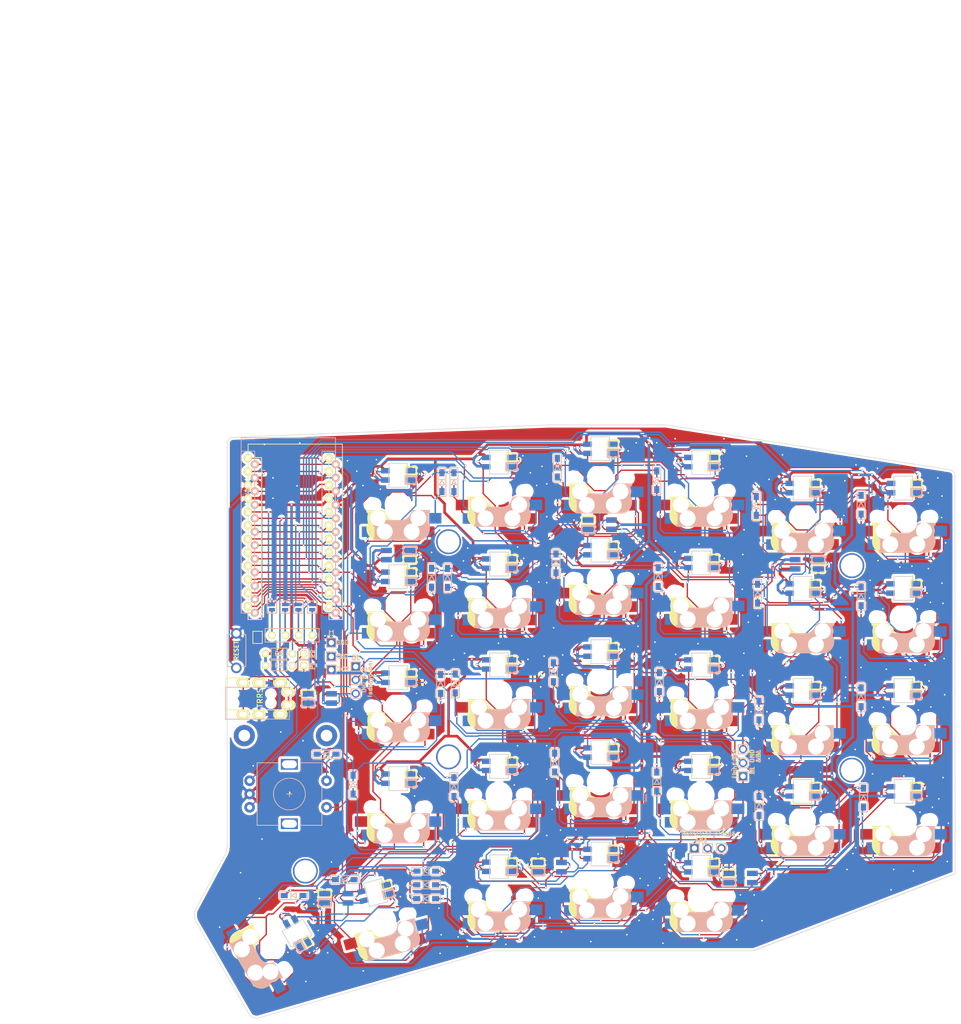
<source format=kicad_pcb>
(kicad_pcb (version 20211014) (generator pcbnew)
  (layers (0 "F.Cu" signal) (31 "B.Cu" signal) (34 "B.Paste" user) (35 "F.Paste" user) (36 "B.SilkS" user "B.Silkscreen") (37 "F.SilkS" user "F.Silkscreen") (38 "B.Mask" user) (39 "F.Mask" user) (44 "Edge.Cuts" user))
  (net 0 "")
  (net 1 "Net-(D1-Pad2)")
  (net 2 "row4")
  (net 3 "Net-(D2-Pad2)")
  (net 4 "Net-(D3-Pad2)")
  (net 5 "row0")
  (net 6 "Net-(D4-Pad2)")
  (net 7 "row1")
  (net 8 "Net-(D5-Pad2)")
  (net 9 "row2")
  (net 10 "Net-(D6-Pad2)")
  (net 11 "row3")
  (net 12 "Net-(D7-Pad2)")
  (net 13 "Net-(D8-Pad2)")
  (net 14 "Net-(D9-Pad2)")
  (net 15 "Net-(D10-Pad2)")
  (net 16 "Net-(D11-Pad2)")
  (net 17 "Net-(D12-Pad2)")
  (net 18 "Net-(D13-Pad2)")
  (net 19 "Net-(D14-Pad2)")
  (net 20 "Net-(D15-Pad2)")
  (net 21 "Net-(D16-Pad2)")
  (net 22 "Net-(D17-Pad2)")
  (net 23 "Net-(D18-Pad2)")
  (net 24 "Net-(D19-Pad2)")
  (net 25 "Net-(D20-Pad2)")
  (net 26 "Net-(D21-Pad2)")
  (net 27 "Net-(D22-Pad2)")
  (net 28 "Net-(D23-Pad2)")
  (net 29 "Net-(D24-Pad2)")
  (net 30 "Net-(D26-Pad2)")
  (net 31 "Net-(D27-Pad2)")
  (net 32 "Net-(D28-Pad2)")
  (net 33 "VCC")
  (net 34 "GND")
  (net 35 "col0")
  (net 36 "col1")
  (net 37 "col2")
  (net 38 "col3")
  (net 39 "col4")
  (net 40 "SDA")
  (net 41 "LED")
  (net 42 "SCL")
  (net 43 "RESET")
  (net 44 "Net-(D29-Pad2)")
  (net 45 "Net-(U1-Pad24)")
  (net 46 "Net-(U1-Pad7)")
  (net 47 "DATA")
  (net 48 "Net-(J3-Pad1)")
  (net 49 "Net-(J3-Pad2)")
  (net 50 "Net-(J3-Pad3)")
  (net 51 "Net-(J3-Pad4)")
  (net 52 "Net-(D30-Pad2)")
  (net 53 "SW25B")
  (net 54 "SW25A")
  (net 55 "ENCB")
  (net 56 "ENCA")
  (net 57 "/i2c_c")
  (net 58 "/i2c_d")
  (net 59 "Net-(D31-Pad1)")
  (net 60 "Net-(D31-Pad3)")
  (net 61 "Net-(D32-Pad3)")
  (net 62 "/underglow")
  (net 63 "Net-(D34-Pad1)")
  (net 64 "Net-(D35-Pad1)")
  (net 65 "Net-(D36-Pad1)")
  (net 66 "lights")
  (net 67 "Net-(D37-Pad3)")
  (net 68 "/backlight")
  (net 69 "Net-(J5-Pad3)")
  (net 70 "Net-(SW1-Pad3)")
  (net 71 "Net-(SW1-Pad1)")
  (net 72 "Net-(SW2-Pad3)")
  (net 73 "Net-(SW3-Pad3)")
  (net 74 "Net-(SW3-Pad1)")
  (net 75 "Net-(SW10-Pad1)")
  (net 76 "Net-(SW5-Pad3)")
  (net 77 "Net-(SW11-Pad3)")
  (net 78 "Net-(SW12-Pad1)")
  (net 79 "Net-(SW13-Pad3)")
  (net 80 "Net-(SW14-Pad1)")
  (net 81 "Net-(SW15-Pad3)")
  (net 82 "Net-(SW10-Pad3)")
  (net 83 "Net-(SW11-Pad1)")
  (net 84 "Net-(SW12-Pad3)")
  (net 85 "Net-(SW13-Pad1)")
  (net 86 "Net-(SW14-Pad3)")
  (net 87 "Net-(SW15-Pad1)")
  (net 88 "Net-(SW16-Pad3)")
  (net 89 "Net-(SW17-Pad1)")
  (net 90 "Net-(SW18-Pad3)")
  (net 91 "Net-(SW19-Pad1)")
  (net 92 "Net-(SW20-Pad3)")
  (net 93 "Net-(SW21-Pad1)")
  (net 94 "Net-(SW22-Pad3)")
  (net 95 "Net-(SW23-Pad1)")
  (net 96 "Net-(SW24-Pad3)")
  (net 97 "Net-(SW26-Pad3)")
  (net 98 "Net-(SW28-Pad3)")
  (footprint "SofleKeyboard-footprint:RESISTOR_mini" (layer "F.Cu") (at 98.039272 80.311965)
    (fp_text reference "R1")
    (fp_text value "R" hide)
  )
  (footprint "SofleKeyboard-footprint:RESISTOR_mini" (layer "F.Cu") (at 98.039272 78.061965)
    (fp_text reference "R2")
    (fp_text value "R" hide)
  )
  (footprint "SofleKeyboard-footprint:MJ-4PP-9" (layer "F.Cu") (at 88 85.65 90)
    (fp_text reference "J2")
    (fp_text value "4PIN" hide)
  )
  (footprint "SofleKeyboard-footprint:1pin_conn" (layer "F.Cu") (at 102.7 80.3 -90)
    (fp_text reference "P1")
    (fp_text value "i2c_pin" hide)
  )
  (footprint "SofleKeyboard-footprint:1pin_conn" (layer "F.Cu") (at 102.7 78.1 -90)
    (fp_text reference "P2")
    (fp_text value "i2c_pin" hide)
  )
  (footprint "SofleKeyboard-footprint:HOLE_M2_TH" (layer "F.Cu") (at 129.975 57.075)
    (fp_text reference "TH3" hide)
    (fp_text value "HOLE" hide)
  )
  (footprint "SofleKeyboard-footprint:HOLE_M2_TH" (layer "F.Cu") (at 206.225 61.775)
    (fp_text reference "TH4" hide)
    (fp_text value "HOLE" hide)
  )
  (footprint "SofleKeyboard-footprint:HOLE_M2_TH" (layer "F.Cu") (at 130.025 97.575)
    (fp_text reference "TH5" hide)
    (fp_text value "HOLE" hide)
  )
  (footprint "SofleKeyboard-footprint:HOLE_M2_TH" (layer "F.Cu") (at 206.175 100.025)
    (fp_text reference "TH6" hide)
    (fp_text value "HOLE" hide)
  )
  (footprint "SofleKeyboard-footprint:HOLE_M2_TH" (layer "F.Cu") (at 103 119 90)
    (fp_text reference "TH7" hide)
    (fp_text value "HOLE" hide)
  )
  (footprint "SofleKeyboard-footprint:ProMicro" (layer "F.Cu") (at 101 56)
    (fp_text reference "U1" hide)
    (fp_text value "ProMicro" hide)
  )
  (footprint "SofleKeyboard-footprint:Jumper" (layer "F.Cu") (at 104.3 69.3 90)
    (fp_text reference "JP1" hide)
    (fp_text value "Jumper_NO_Small" hide)
  )
  (footprint "SofleKeyboard-footprint:Jumper" (layer "F.Cu") (at 101.7 69.3 90)
    (fp_text reference "JP2" hide)
    (fp_text value "Jumper_NO_Small" hide)
  )
  (footprint "SofleKeyboard-footprint:Jumper" (layer "F.Cu") (at 99.2 69.3 90)
    (fp_text reference "JP3" hide)
    (fp_text value "Jumper_NO_Small" hide)
  )
  (footprint "SofleKeyboard-footprint:TACT_SWITCH_TVBP06" (layer "F.Cu") (at 90 77.5 -90)
    (fp_text reference "RSW1" hide)
    (fp_text value "SW_RST" hide)
  )
  (footprint "SofleKeyboard-footprint:jumper_data" (layer "F.Cu") (at 94 75 -90)
    (fp_text reference "W1" hide)
    (fp_text value "jumper" hide)
  )
  (footprint "Diode_SMD:crkbd-diode" (layer "F.Cu") (at 128.75 45.775 -90)
    (fp_text reference "D1" hide)
    (fp_text value "D" hide)
  )
  (footprint "Diode_SMD:crkbd-diode" (layer "F.Cu") (at 131 45.7805 -90)
    (fp_text reference "D2" hide)
    (fp_text value "D" hide)
  )
  (footprint "Diode_SMD:crkbd-diode" (layer "F.Cu") (at 150.5 43.04 -90)
    (fp_text reference "D3" hide)
    (fp_text value "D" hide)
  )
  (footprint "Diode_SMD:crkbd-diode" (layer "F.Cu") (at 169.25 45.425 -90)
    (fp_text reference "D4" hide)
    (fp_text value "D" hide)
  )
  (footprint "Diode_SMD:crkbd-diode" (layer "F.Cu") (at 188 50.25 -90)
    (fp_text reference "D5" hide)
    (fp_text value "D" hide)
  )
  (footprint "Diode_SMD:crkbd-diode" (layer "F.Cu") (at 207.75 50.025 -90)
    (fp_text reference "D6" hide)
    (fp_text value "D" hide)
  )
  (footprint "Diode_SMD:crkbd-diode" (layer "F.Cu") (at 126.8 63.775 -90)
    (fp_text reference "D7" hide)
    (fp_text value "D" hide)
  )
  (footprint "Diode_SMD:crkbd-diode" (layer "F.Cu") (at 129.8 63.8 -90)
    (fp_text reference "D8" hide)
    (fp_text value "D" hide)
  )
  (footprint "Diode_SMD:crkbd-diode" (layer "F.Cu") (at 150.25 61.065 -90)
    (fp_text reference "D9" hide)
    (fp_text value "D" hide)
  )
  (footprint "Diode_SMD:crkbd-diode" (layer "F.Cu") (at 169.5 63.65 -90)
    (fp_text reference "D10" hide)
    (fp_text value "D" hide)
  )
  (footprint "Diode_SMD:crkbd-diode" (layer "F.Cu") (at 188.25 66.775 -90)
    (fp_text reference "D11" hide)
    (fp_text value "D" hide)
  )
  (footprint "Diode_SMD:crkbd-diode" (layer "F.Cu") (at 207.75 67.275 -90)
    (fp_text reference "D12" hide)
    (fp_text value "D" hide)
  )
  (footprint "Diode_SMD:crkbd-diode" (layer "F.Cu") (at 128.5 83.775 -90)
    (fp_text reference "D13" hide)
    (fp_text value "D" hide)
  )
  (footprint "Diode_SMD:crkbd-diode" (layer "F.Cu") (at 131.25 83.675 -90)
    (fp_text reference "D14" hide)
    (fp_text value "D" hide)
  )
  (footprint "Diode_SMD:crkbd-diode" (layer "F.Cu") (at 149.75 81.565 -90)
    (fp_text reference "D15" hide)
    (fp_text value "D" hide)
  )
  (footprint "Diode_SMD:crkbd-diode" (layer "F.Cu") (at 169.725 83.425 -90)
    (fp_text reference "D16" hide)
    (fp_text value "D" hide)
  )
  (footprint "Diode_SMD:crkbd-diode" (layer "F.Cu") (at 188.5 88.775 -90)
    (fp_text reference "D17" hide)
    (fp_text value "D" hide)
  )
  (footprint "Diode_SMD:crkbd-diode" (layer "F.Cu") (at 207.75 86.275 -90)
    (fp_text reference "D18" hide)
    (fp_text value "D" hide)
  )
  (footprint "Diode_SMD:crkbd-diode" (layer "F.Cu") (at 112 102.75 -90)
    (fp_text reference "D19" hide)
    (fp_text value "D" hide)
  )
  (footprint "Diode_SMD:crkbd-diode" (layer "F.Cu") (at 131 103.175 -90)
    (fp_text reference "D20" hide)
    (fp_text value "D" hide)
  )
  (footprint "Diode_SMD:crkbd-diode" (layer "F.Cu") (at 150 98.565 -90)
    (fp_text reference "D21" hide)
    (fp_text value "D" hide)
  )
  (footprint "Diode_SMD:crkbd-diode" (layer "F.Cu") (at 169.25 102.15 -90)
    (fp_text reference "D22" hide)
    (fp_text value "D" hide)
  )
  (footprint "Diode_SMD:crkbd-diode" (layer "F.Cu") (at 188.5 106.75 -90)
    (fp_text reference "D23" hide)
    (fp_text value "D" hide)
  )
  (footprint "Diode_SMD:crkbd-diode" (layer "F.Cu") (at 208.2 105.175 -90)
    (fp_text reference "D24" hide)
    (fp_text value "D" hide)
  )
  (footprint "Diode_SMD:crkbd-diode" (layer "F.Cu") (at 107 97)
    (fp_text reference "D25" hide)
    (fp_text value "D" hide)
  )
  (footprint "Diode_SMD:crkbd-diode" (layer "F.Cu") (at 100.8 123.6)
    (fp_text reference "D26" hide)
    (fp_text value "D" hide)
  )
  (footprint "Diode_SMD:crkbd-diode" (layer "F.Cu") (at 110.4248 120.6248)
    (fp_text reference "D27" hide)
    (fp_text value "D" hide)
  )
  (footprint "Diode_SMD:crkbd-diode" (layer "F.Cu") (at 125.775 124.2)
    (fp_text reference "D28" hide)
    (fp_text value "D" hide)
  )
  (footprint "Diode_SMD:crkbd-diode" (layer "F.Cu") (at 125.775 121.6)
    (fp_text reference "D29" hide)
    (fp_text value "D" hide)
  )
  (footprint "Button_Switch_Keyboard:SK6812MINI_and_cherry" (layer "F.Cu") (at 120.5 50 180)
    (fp_text reference "SW1" hide)
    (fp_text value "SW_PUSH-MX_W_LED" hide)
  )
  (footprint "Button_Switch_Keyboard:SK6812MINI_and_cherry" (layer "F.Cu") (at 139.5 47.5 180)
    (fp_text reference "SW2" hide)
    (fp_text value "SW_PUSH-MX_W_LED" hide)
  )
  (footprint "Button_Switch_Keyboard:SK6812MINI_and_cherry" (layer "F.Cu") (at 158.6 45 180)
    (fp_text reference "SW3" hide)
    (fp_text value "SW_PUSH-MX_W_LED" hide)
  )
  (footprint "Button_Switch_Keyboard:SK6812MINI_and_cherry" (layer "F.Cu") (at 177.6 47.5 180)
    (fp_text reference "SW4" hide)
    (fp_text value "SW_PUSH-MX_W_LED" hide)
  )
  (footprint "Button_Switch_Keyboard:SK6812MINI_and_cherry" (layer "F.Cu") (at 196.7 52.4 180)
    (fp_text reference "SW5" hide)
    (fp_text value "SW_PUSH-MX_W_LED" hide)
  )
  (footprint "Button_Switch_Keyboard:SK6812MINI_and_cherry" (layer "F.Cu") (at 120.5 69.1 180)
    (fp_text reference "SW7" hide)
    (fp_text value "SW_PUSH-MX_W_LED" hide)
  )
  (footprint "Button_Switch_Keyboard:SK6812MINI_and_cherry" (layer "F.Cu") (at 139.5 66.6 180)
    (fp_text reference "SW8" hide)
    (fp_text value "SW_PUSH-MX_W_LED" hide)
  )
  (footprint "Button_Switch_Keyboard:SK6812MINI_and_cherry" (layer "F.Cu") (at 158.6 64.09 180)
    (fp_text reference "SW9" hide)
    (fp_text value "SW_PUSH-MX_W_LED" hide)
  )
  (footprint "Button_Switch_Keyboard:SK6812MINI_and_cherry" (layer "F.Cu") (at 177.6 66.5 180)
    (fp_text reference "SW10" hide)
    (fp_text value "SW_PUSH-MX_W_LED" hide)
  )
  (footprint "Button_Switch_Keyboard:SK6812MINI_and_cherry" (layer "F.Cu") (at 196.7 71.3 180)
    (fp_text reference "SW11" hide)
    (fp_text value "SW_PUSH-MX_W_LED" hide)
  )
  (footprint "Button_Switch_Keyboard:SK6812MINI_and_cherry" (layer "F.Cu") (at 215.7 71.3 180)
    (fp_text reference "SW12" hide)
    (fp_text value "SW_PUSH-MX_W_LED" hide)
  )
  (footprint "Button_Switch_Keyboard:SK6812MINI_and_cherry" (layer "F.Cu") (at 120.5 88.1 180)
    (fp_text reference "SW13" hide)
    (fp_text value "SW_PUSH-MX_W_LED" hide)
  )
  (footprint "Button_Switch_Keyboard:SK6812MINI_and_cherry" (layer "F.Cu") (at 139.5 85.6 180)
    (fp_text reference "SW14" hide)
    (fp_text value "SW_PUSH-MX_W_LED" hide)
  )
  (footprint "Button_Switch_Keyboard:SK6812MINI_and_cherry" (layer "F.Cu") (at 158.6 83.19 180)
    (fp_text reference "SW15" hide)
    (fp_text value "SW_PUSH-MX_W_LED" hide)
  )
  (footprint "Button_Switch_Keyboard:SK6812MINI_and_cherry" (layer "F.Cu") (at 177.6 85.6 180)
    (fp_text reference "SW16" hide)
    (fp_text value "SW_PUSH-MX_W_LED" hide)
  )
  (footprint "Button_Switch_Keyboard:SK6812MINI_and_cherry" (layer "F.Cu") (at 196.7 90.5 180)
    (fp_text reference "SW17" hide)
    (fp_text value "SW_PUSH-MX_W_LED" hide)
  )
  (footprint "Button_Switch_Keyboard:SK6812MINI_and_cherry" (layer "F.Cu") (at 215.7 90.5 180)
    (fp_text reference "SW18" hide)
    (fp_text value "SW_PUSH-MX_W_LED" hide)
  )
  (footprint "Button_Switch_Keyboard:SK6812MINI_and_cherry" (layer "F.Cu") (at 120.5 107.1 180)
    (fp_text reference "SW19" hide)
    (fp_text value "SW_PUSH-MX_W_LED" hide)
  )
  (footprint "Button_Switch_Keyboard:SK6812MINI_and_cherry" (layer "F.Cu") (at 139.5 104.7 180)
    (fp_text reference "SW20" hide)
    (fp_text value "SW_PUSH-MX_W_LED" hide)
  )
  (footprint "Button_Switch_Keyboard:SK6812MINI_and_cherry" (layer "F.Cu") (at 158.6 102.19 180)
    (fp_text reference "SW21" hide)
    (fp_text value "SW_PUSH-MX_W_LED" hide)
  )
  (footprint "Button_Switch_Keyboard:SK6812MINI_and_cherry" (layer "F.Cu") (at 177.6 104.7 180)
    (fp_text reference "SW22" hide)
    (fp_text value "SW_PUSH-MX_W_LED" hide)
  )
  (footprint "Button_Switch_Keyboard:SK6812MINI_and_cherry" (layer "F.Cu") (at 196.7 109.5 180)
    (fp_text reference "SW23" hide)
    (fp_text value "SW_PUSH-MX_W_LED" hide)
  )
  (footprint "Button_Switch_Keyboard:SK6812MINI_and_cherry" (layer "F.Cu") (at 215.75 109.5 180)
    (fp_text reference "SW24" hide)
    (fp_text value "SW_PUSH-MX_W_LED" hide)
  )
  (footprint "Button_Switch_Keyboard:SK6812MINI_and_cherry" (layer "F.Cu") (at 96.71 133.4 120)
    (fp_text reference "SW26" hide)
    (fp_text value "SW_PUSH-MX_W_LED" hide)
  )
  (footprint "Button_Switch_Keyboard:SK6812MINI_and_cherry" (layer "F.Cu") (at 139.5 123.7 180)
    (fp_text reference "SW28" hide)
    (fp_text value "SW_PUSH-MX_W_LED" hide)
  )
  (footprint "Button_Switch_Keyboard:SK6812MINI_and_cherry" (layer "F.Cu") (at 158.6 121.29 180)
    (fp_text reference "SW29" hide)
    (fp_text value "SW_PUSH-MX_W_LED" hide)
  )
  (footprint "SofleKeyboard-footprint:M2_HOLE_PCB" (layer "F.Cu") (at 91.5 93.5)
    (fp_text reference "TH1" hide)
    (fp_text value "HOLE")
  )
  (footprint "SofleKeyboard-footprint:Jumper" (layer "F.Cu") (at 96.7 69.3 90)
    (fp_text reference "JP4" hide)
    (fp_text value "Jumper_NO_Small" hide)
  )
  (footprint "SofleKeyboard-footprint:LED" (layer "F.Cu") (at 107.9 81.1 180)
    (fp_text reference "J1")
    (fp_text value "LED" hide)
  )
  (footprint "SofleKeyboard-footprint:OLED_4Pin" (layer "F.Cu") (at 96.7 74.6)
    (fp_text reference "J3" hide)
    (fp_text value "OLED" hide)
  )
  (footprint "Diode_SMD:crkbd-diode" (layer "F.Cu") (at 125.805 119.02)
    (fp_text reference "D30" hide)
    (fp_text value "D" hide)
  )
  (footprint "SofleKeyboard-footprint:M2_HOLE_PCB" (layer "F.Cu") (at 107 93.5)
    (fp_text reference "TH2" hide)
    (fp_text value "HOLE")
  )
  (footprint "SofleKeyboard-footprint:RotaryEncoder_Alps_EC11E-Switch_Vertical_H20mm-keebio_modified" (layer "F.Cu") (at 100 104.5)
    (fp_text reference "SW25" hide)
    (fp_text value "Rotary_Encoder_Switch")
  )
  (footprint "LED_SMD:SK6812MINI_underglow_dev" (layer "F.Cu") (at 120.5 59.5 180)
    (fp_text reference "D31" hide)
    (fp_text value "LED_sk2812_SM" hide)
  )
  (footprint "LED_SMD:SK6812MINI_underglow_dev" (layer "F.Cu") (at 158.5 53.79)
    (fp_text reference "D32" hide)
    (fp_text value "LED_sk2812_SM" hide)
  )
  (footprint "LED_SMD:SK6812MINI_underglow_dev" (layer "F.Cu") (at 197.5 61.25 180)
    (fp_text reference "D33" hide)
    (fp_text value "LED_sk2812_SM" hide)
  )
  (footprint "LED_SMD:SK6812MINI_underglow_dev" (layer "F.Cu") (at 108.85 124.13)
    (fp_text reference "D34" hide)
    (fp_text value "LED_sk2812_SM" hide)
  )
  (footprint "LED_SMD:SK6812MINI_underglow_dev" (layer "F.Cu") (at 149.0836 118.2626)
    (fp_text reference "D35" hide)
    (fp_text value "LED_sk2812_SM" hide)
  )
  (footprint "LED_SMD:SK6812MINI_underglow_dev" (layer "F.Cu") (at 185.05 120.32)
    (fp_text reference "D36" hide)
    (fp_text value "LED_sk2812_SM" hide)
  )
  (footprint "LED_SMD:SK6812MINI_underglow_dev" (layer "F.Cu") (at 105.75 86.5)
    (fp_text reference "D37" hide)
    (fp_text value "LED_sk2812_SM" hide)
  )
  (footprint "Connector:3x1header" (layer "F.Cu") (at 185.5 101.15 180)
    (fp_text reference "J4" hide)
    (fp_text value "key leds" hide)
  )
  (footprint "Connector:3x1header" (layer "F.Cu") (at 176.327 114.7066 90)
    (fp_text reference "J5" hide)
    (fp_text value "backlight sel" hide)
  )
  (footprint "Connector:3x1header" (layer "F.Cu") (at 112.5 80.5)
    (fp_text reference "J6")
    (fp_text value "indicator bypass" hide)
  )
  (footprint "Button_Switch_Keyboard:SK6812MINI_and_cherry" (layer "F.Cu") (at 177.6 123.8 180)
    (fp_text reference "SW30" hide)
    (fp_text value "SW_PUSH-MX_W_LED" hide)
  )
  (footprint "Button_Switch_Keyboard:SK6812MINI_and_cherry" (layer "F.Cu") (at 117.6 128.4 -165)
    (fp_text reference "SW27" hide)
    (fp_text value "SW_PUSH-MX_W_LED" hide)
  )
  (footprint "Button_Switch_Keyboard:SK6812MINI_and_cherry" (layer "F.Cu") (at 215.8 52.4 180)
    (fp_text reference "SW6" hide)
    (fp_text value "SW_PUSH-MX_W_LED" hide)
  )
  (footprint "SofleKeyboard-footprint:Jumper" (layer "B.Cu") (at 101.7 69.3 90)
    (fp_text reference "JP6" hide)
    (fp_text value "Jumper_NO_Small" hide)
  )
  (footprint "SofleKeyboard-footprint:Jumper" (layer "B.Cu") (at 99.2 69.3 90)
    (fp_text reference "JP7" hide)
    (fp_text value "Jumper_NO_Small" hide)
  )
  (footprint "SofleKeyboard-footprint:Jumper" (layer "B.Cu") (at 96.7 69.3 90)
    (fp_text reference "JP8" hide)
    (fp_text value "Jumper_NO_Small" hide)
  )
  (footprint "SofleKeyboard-footprint:Jumper" (layer "B.Cu") (at 104.3 69.3 90)
    (fp_text reference "JP5" hide)
    (fp_text value "Jumper_NO_Small" hide)
  )
  (gr_line (start 225.283881 43.997807) (end 225.370281 44.178672) (layer "Edge.Cuts") (width 0.1))
  (gr_line (start 92.55 146.2) (end 82.3 128.4) (layer "Edge.Cuts") (width 0.1))
  (gr_line (start 170.95 35) (end 224.475441 43.445146) (layer "Edge.Cuts") (width 0.1))
  (gr_line (start 88.297257 38.245261) (end 88.364377 38.029014) (layer "Edge.Cuts") (width 0.1))
  (gr_line (start 225.443181 44.581902) (end 225.470181 119.5) (layer "Edge.Cuts") (width 0.1))
  (gr_line (start 88.611259 37.662831) (end 88.781752 37.52216) (layer "Edge.Cuts") (width 0.1))
  (gr_line (start 225.424381 44.374571) (end 225.443181 44.581902) (layer "Edge.Cuts") (width 0.1))
  (gr_line (start 88.781752 37.52216) (end 88.977436 37.415945) (layer "Edge.Cuts") (width 0.1))
  (gr_line (start 225.370281 44.178672) (end 225.424381 44.374571) (layer "Edge.Cuts") (width 0.1))
  (gr_line (start 82.2 126.4) (end 88 115.65) (layer "Edge.Cuts") (width 0.1))
  (gr_line (start 88.364377 38.029014) (end 88.47059 37.833327) (layer "Edge.Cuts") (width 0.1))
  (gr_line (start 88.273857 38.477435) (end 88.297257 38.245261) (layer "Edge.Cuts") (width 0.1))
  (gr_line (start 224.677111 43.496776) (end 224.861871 43.581466) (layer "Edge.Cuts") (width 0.1))
  (gr_line (start 224.475441 43.445146) (end 224.677111 43.496776) (layer "Edge.Cuts") (width 0.1))
  (gr_line (start 88.47059 37.833327) (end 88.611259 37.662831) (layer "Edge.Cuts") (width 0.1))
  (gr_line (start 104.2664 131.079688) (end 100.369286 133.329688) (layer "Edge.Cuts") (width 0.15))
  (gr_line (start 118.497713 124.7728) (end 115.116973 125.678666) (layer "Edge.Cuts") (width 0.15))
  (gr_line (start 98.619286 130.2986) (end 102.5164 128.0486) (layer "Edge.Cuts") (width 0.15))
  (gr_line (start 92.55 146.2) (end 92.9 146.5) (layer "Edge.Cuts") (width 0.1))
  (gr_line (start 138.154128 134) (end 187.5 134) (layer "Edge.Cuts") (width 0.1))
  (gr_line (start 149 35) (end 89.425853 37.325405) (layer "Edge.Cuts") (width 0.1))
  (gr_line (start 88.275257 114.4) (end 88.2 115.05) (layer "Edge.Cuts") (width 0.1))
  (gr_line (start 82.3 128.4) (end 82.15 127.9) (layer "Edge.Cuts") (width 0.1))
  (gr_line (start 82.1 126.9) (end 82.2 126.4) (layer "Edge.Cuts") (width 0.1))
  (gr_line (start 115.116973 125.678666) (end 113.952287 121.332) (layer "Edge.Cuts") (width 0.15))
  (gr_line (start 82.1 127.3) (end 82.1 126.9) (layer "Edge.Cuts") (width 0.1))
  (gr_line (start 179.35 63.2484) (end 175.85 63.2484) (layer "Edge.Cuts") (width 0.15))
  (gr_line (start 117.333027 120.426134) (end 118.497713 124.7728) (layer "Edge.Cuts") (width 0.15))
  (gr_line (start 88.2 115.05) (end 88 115.65) (layer "Edge.Cuts") (width 0.1))
  (gr_line (start 175.85 63.2484) (end 175.85 58.7484) (layer "Edge.Cuts") (width 0.15))
  (gr_line (start 93.35 146.65) (end 93.9 146.75) (layer "Edge.Cuts") (width 0.1))
  (gr_line (start 82.15 127.9) (end 82.1 127.3) (layer "Edge.Cuts") (width 0.1))
  (gr_line (start 100.369286 133.329688) (end 98.619286 130.2986) (layer "Edge.Cuts") (width 0.15))
  (gr_line (start 102.5164 128.0486) (end 104.2664 131.079688) (layer "Edge.Cuts") (width 0.15))
  (gr_line (start 92.9 146.5) (end 93.35 146.65) (layer "Edge.Cuts") (width 0.1))
  (gr_line (start 225.470181 119.5) (end 187.5 134) (layer "Edge.Cuts") (width 0.15))
  (gr_line (start 113.952287 121.332) (end 117.333027 120.426134) (layer "Edge.Cuts") (width 0.15))
  (gr_line (start 141.25 77.95) (end 141.25 82.45) (layer "Edge.Cuts") (width 0.15))
  (gr_line (start 137.75 77.95) (end 141.25 77.95) (layer "Edge.Cuts") (width 0.15))
  (gr_line (start 137.75 58.95) (end 141.25 58.95) (layer "Edge.Cuts") (width 0.15))
  (gr_line (start 160.35 56.3308) (end 160.35 60.8308) (layer "Edge.Cuts") (width 0.15))
  (gr_line (start 122.25 65.85) (end 118.75 65.85) (layer "Edge.Cuts") (width 0.15))
  (gr_line (start 141.25 82.45) (end 137.75 82.45) (layer "Edge.Cuts") (width 0.15))
  (gr_line (start 160.35 79.9562) (end 156.85 79.9562) (layer "Edge.Cuts") (width 0.15))
  (gr_line (start 141.25 58.95) (end 141.25 63.45) (layer "Edge.Cuts") (width 0.15))
  (gr_line (start 122.25 61.35) (end 122.25 65.85) (layer "Edge.Cuts") (width 0.15))
  (gr_line (start 156.85 60.8308) (end 156.85 56.3308) (layer "Edge.Cuts") (width 0.15))
  (gr_line (start 156.85 56.3308) (end 160.35 56.3308) (layer "Edge.Cuts") (width 0.15))
  (gr_line (start 118.75 61.35) (end 122.25 61.35) (layer "Edge.Cuts") (width 0.15))
  (gr_line (start 122.25 80.35) (end 122.25 84.85) (layer "Edge.Cuts") (width 0.15))
  (gr_line (start 141.25 63.45) (end 137.75 63.45) (layer "Edge.Cuts") (width 0.15))
  (gr_line (start 122.25 84.85) (end 118.75 84.85) (layer "Edge.Cuts") (width 0.15))
  (gr_line (start 137.75 63.45) (end 137.75 58.95) (layer "Edge.Cuts") (width 0.15))
  (gr_line (start 175.85 58.7484) (end 179.35 58.7484) (layer "Edge.Cuts") (width 0.15))
  (gr_line (start 118.75 65.85) (end 118.75 61.35) (layer "Edge.Cuts") (width 0.15))
  (gr_line (start 118.75 84.85) (end 118.75 80.35) (layer "Edge.Cuts") (width 0.15))
  (gr_line (start 160.35 60.8308) (end 156.85 60.8308) (layer "Edge.Cuts") (width 0.15))
  (gr_line (start 179.35 58.7484) (end 179.35 63.2484) (layer "Edge.Cuts") (width 0.15))
  (gr_line (start 118.75 80.35) (end 122.25 80.35) (layer "Edge.Cuts") (width 0.15))
  (gr_line (start 137.75 82.45) (end 137.75 77.95) (layer "Edge.Cuts") (width 0.15))
  (gr_line (start 156.85 37.2308) (end 160.35 37.2308) (layer "Edge.Cuts") (width 0.15))
  (gr_line (start 213.95 87.2895) (end 213.95 82.7895) (layer "Edge.Cuts") (width 0.15))
  (gr_line (start 141.25 39.7484) (end 141.25 44.2484) (layer "Edge.Cuts") (width 0.15))
  (gr_line (start 217.45 68.026) (end 213.95 68.026) (layer "Edge.Cuts") (width 0.15))
  (gr_line (start 217.45 87.2895) (end 213.95 87.2895) (layer "Edge.Cuts") (width 0.15))
  (gr_line (start 194.95 68.05) (end 194.95 63.55) (layer "Edge.Cuts") (width 0.15))
  (gr_line (start 217.45 49.1514) (end 213.95 49.1514) (layer "Edge.Cuts") (width 0.15))
  (gr_line (start 175.85 44.35) (end 175.85 39.85) (layer "Edge.Cuts") (width 0.15))
  (gr_line (start 88.275257 114.4) (end 88.273857 38.477435) (layer "Edge.Cuts") (width 0.1))
  (gr_line (start 217.45 63.526) (end 217.45 68.026) (layer "Edge.Cuts") (width 0.15))
  (gr_line (start 194.95 44.65) (end 198.45 44.65) (layer "Edge.Cuts") (width 0.15))
  (gr_line (start 213.95 68.026) (end 213.95 63.526) (layer "Edge.Cuts") (width 0.15))
  (gr_line (start 217.45 44.6514) (end 217.45 49.1514) (layer "Edge.Cuts") (width 0.15))
  (gr_line (start 198.45 44.65) (end 198.45 49.15) (layer "Edge.Cuts") (width 0.15))
  (gr_line (start 179.35 39.85) (end 179.35 44.35) (layer "Edge.Cuts") (width 0.15))
  (gr_line (start 225.168321 43.835582) (end 225.283881 43.997807) (layer "Edge.Cuts") (width 0.1))
  (gr_line (start 213.95 44.6514) (end 217.45 44.6514) (layer "Edge.Cuts") (width 0.15))
  (gr_line (start 137.75 44.2484) (end 137.75 39.7484) (layer "Edge.Cuts") (width 0.15))
  (gr_line (start 224.861871 43.581466) (end 225.026621 43.6956) (layer "Edge.Cuts") (width 0.1))
  (gr_line (start 198.45 49.15) (end 194.95 49.15) (layer "Edge.Cuts") (width 0.15))
  (gr_line (start 198.45 63.55) (end 198.45 68.05) (layer "Edge.Cuts") (width 0.15))
  (gr_line (start 141.25 44.2484) (end 137.75 44.2484) (layer "Edge.Cuts") (width 0.15))
  (gr_line (start 214 101.726) (end 217.5 101.726) (layer "Edge.Cuts") (width 0.15))
  (gr_line (start 213.95 82.7895) (end 217.45 82.7895) (layer "Edge.Cuts") (width 0.15))
  (gr_line (start 160.35 41.7308) (end 156.85 41.7308) (layer "Edge.Cuts") (width 0.15))
  (gr_line (start 194.95 63.55) (end 198.45 63.55) (layer "Edge.Cuts") (width 0.15))
  (gr_line (start 213.95 49.1514) (end 213.95 44.6514) (layer "Edge.Cuts") (width 0.15))
  (gr_line (start 118.75 46.75) (end 118.75 42.25) (layer "Edge.Cuts") (width 0.15))
  (gr_line (start 122.25 42.25) (end 122.25 46.75) (layer "Edge.Cuts") (width 0.15))
  (gr_line (start 198.45 68.05) (end 194.95 68.05) (layer "Edge.Cuts") (width 0.15))
  (gr_line (start 194.95 49.15) (end 194.95 44.65) (layer "Edge.Cuts") (width 0.15))
  (gr_line (start 160.35 37.2308) (end 160.35 41.7308) (layer "Edge.Cuts") (width 0.15))
  (gr_line (start 137.75 39.7484) (end 141.25 39.7484) (layer "Edge.Cuts") (width 0.15))
  (gr_line (start 118.75 42.25) (end 122.25 42.25) (layer "Edge.Cuts") (width 0.15))
  (gr_line (start 149 35) (end 170.95 35) (layer "Edge.Cuts") (width 0.1))
  (gr_line (start 88.977436 37.415945) (end 89.19368 37.348815) (layer "Edge.Cuts") (width 0.1))
  (gr_line (start 89.19368 37.348815) (end 89.425853 37.325405) (layer "Edge.Cuts") (width 0.1))
  (gr_line (start 156.85 41.7308) (end 156.85 37.2308) (layer "Edge.Cuts") (width 0.15))
  (gr_line (start 213.95 63.526) (end 217.45 63.526) (layer "Edge.Cuts") (width 0.15))
  (gr_line (start 179.35 44.35) (end 175.85 44.35) (layer "Edge.Cuts") (width 0.15))
  (gr_line (start 175.85 39.85) (end 179.35 39.85) (layer "Edge.Cuts") (width 0.15))
  (gr_line (start 122.25 46.75) (end 118.75 46.75) (layer "Edge.Cuts") (width 0.15))
  (gr_line (start 225.026621 43.6956) (end 225.168321 43.835582) (layer "Edge.Cuts") (width 0.1))
  (gr_line (start 217.45 82.7895) (end 217.45 87.2895) (layer "Edge.Cuts") (width 0.15))
  (gr_line (start 138.154128 134) (end 93.9 146.75) (layer "Edge.Cuts") (width 0.1))
  (gr_line (start 141.25 101.55) (end 137.75 101.55) (layer "Edge.Cuts") (width 0.15))
  (gr_line (start 179.35 82.45) (end 175.85 82.45) (layer "Edge.Cuts") (width 0.15))
  (gr_line (start 194.95 106.25) (end 194.95 101.75) (layer "Edge.Cuts") (width 0.15))
  (gr_line (start 198.45 82.75) (end 198.45 87.25) (layer "Edge.Cuts") (width 0.15))
  (gr_line (start 179.35 101.55) (end 175.85 101.55) (layer "Edge.Cuts") (width 0.15))
  (gr_line (start 175.85 82.45) (end 175.85 77.95) (layer "Edge.Cuts") (width 0.15))
  (gr_line (start 156.85 98.9308) (end 156.85 94.4308) (layer "Edge.Cuts") (width 0.15))
  (gr_line (start 137.75 101.55) (end 137.75 97.05) (layer "Edge.Cuts") (width 0.15))
  (gr_line (start 122.25 103.85) (end 118.75 103.85) (layer "Edge.Cuts") (width 0.15))
  (gr_line (start 175.85 101.55) (end 175.85 97.05) (layer "Edge.Cuts") (width 0.15))
  (gr_line (start 198.45 101.75) (end 198.45 106.25) (layer "Edge.Cuts") (width 0.15))
  (gr_line (start 122.25 99.35) (end 122.25 103.85) (layer "Edge.Cuts") (width 0.15))
  (gr_line (start 141.2504 115.9492) (end 141.2504 120.4492) (layer "Edge.Cuts") (width 0.15))
  (gr_line (start 160.3504 118.0362) (end 156.8504 118.0362) (layer "Edge.Cuts") (width 0.15))
  (gr_line (start 156.8504 118.0362) (end 156.8504 113.5362) (layer "Edge.Cuts") (width 0.15))
  (gr_line (start 194.95 87.25) (end 194.95 82.75) (layer "Edge.Cuts") (width 0.15))
  (gr_line (start 179.35 77.95) (end 179.35 82.45) (layer "Edge.Cuts") (width 0.15))
  (gr_line (start 160.35 94.4308) (end 160.35 98.9308) (layer "Edge.Cuts") (width 0.15))
  (gr_line (start 156.85 94.4308) (end 160.35 94.4308) (layer "Edge.Cuts") (width 0.15))
  (gr_line (start 175.85 77.95) (end 179.35 77.95) (layer "Edge.Cuts") (width 0.15))
  (gr_line (start 198.45 87.25) (end 194.95 87.25) (layer "Edge.Cuts") (width 0.15))
  (gr_line (start 141.25 97.05) (end 141.25 101.55) (layer "Edge.Cuts") (width 0.15))
  (gr_line (start 156.8504 113.5362) (end 160.3504 113.5362) (layer "Edge.Cuts") (width 0.15))
  (gr_line (start 175.8488 120.5352) (end 175.8488 116.0352) (layer "Edge.Cuts") (width 0.15))
  (gr_line (start 175.8488 116.0352) (end 179.3488 116.0352) (layer "Edge.Cuts") (width 0.15))
  (gr_line (start 198.45 106.25) (end 194.95 106.25) (layer "Edge.Cuts") (width 0.15))
  (gr_line (start 217.5 106.226) (end 214 106.226) (layer "Edge.Cuts") (width 0.15))
  (gr_line (start 214 106.226) (end 214 101.726) (layer "Edge.Cuts") (width 0.15))
  (gr_line (start 217.5 101.726) (end 217.5 106.226) (layer "Edge.Cuts") (width 0.15))
  (gr_line (start 179.3488 120.5352) (end 175.8488 120.5352) (layer "Edge.Cuts") (width 0.15))
  (gr_line (start 160.35 75.4562) (end 160.35 79.9562) (layer "Edge.Cuts") (width 0.15))
  (gr_line (start 175.85 97.05) (end 179.35 97.05) (layer "Edge.Cuts") (width 0.15))
  (gr_line (start 137.75 97.05) (end 141.25 97.05) (layer "Edge.Cuts") (width 0.15))
  (gr_line (start 118.75 103.85) (end 118.75 99.35) (layer "Edge.Cuts") (width 0.15))
  (gr_line (start 137.7504 120.4492) (end 137.7504 115.9492) (layer "Edge.Cuts") (width 0.15))
  (gr_line (start 156.85 79.9562) (end 156.85 75.4562) (layer "Edge.Cuts") (width 0.15))
  (gr_line (start 194.95 101.75) (end 198.45 101.75) (layer "Edge.Cuts") (width 0.15))
  (gr_line (start 156.85 75.4562) (end 160.35 75.4562) (layer "Edge.Cuts") (width 0.15))
  (gr_line (start 137.7504 115.9492) (end 141.2504 115.9492) (layer "Edge.Cuts") (width 0.15))
  (gr_line (start 118.75 99.35) (end 122.25 99.35) (layer "Edge.Cuts") (width 0.15))
  (gr_line (start 160.35 98.9308) (end 156.85 98.9308) (layer "Edge.Cuts") (width 0.15))
  (gr_line (start 141.2504 120.4492) (end 137.7504 120.4492) (layer "Edge.Cuts") (width 0.15))
  (gr_line (start 194.95 82.75) (end 198.45 82.75) (layer "Edge.Cuts") (width 0.15))
  (gr_line (start 160.3504 113.5362) (end 160.3504 118.0362) (layer "Edge.Cuts") (width 0.15))
  (gr_line (start 179.35 97.05) (end 179.35 101.55) (layer "Edge.Cuts") (width 0.15))
  (gr_line (start 179.3488 116.0352) (end 179.3488 120.5352) (layer "Edge.Cuts") (width 0.15))
  (gr_text "BYP" (at 114.15 81.73 90) (layer "B.SilkS") (effects (font (size 0.8 0.8)) (justify mirror)))
  (gr_text "IND" (at 114.07 84.4 90) (layer "B.SilkS") (effects (font (size 0.8 0.8)) (justify mirror)))
  (gr_text "ENA" (at 177.6 113.2) (layer "B.SilkS") (effects (font (size 0.8 0.8)) (justify mirror)))
  (gr_text "Backlight enable" (at 179 112) (layer "B.SilkS") (effects (font (size 0.8 0.8)) (justify mirror)))
  (gr_text "UND" (at 187.27 97.42 90) (layer "B.SilkS") (effects (font (size 0.8 0.8)) (justify mirror)))
  (gr_text "BL" (at 187.21 100.17 90) (layer "B.SilkS") (effects (font (size 0.8 0.8)) (justify mirror)))
  (gr_text "Light Sel" (at 183.79 98.7 90) (layer "B.SilkS") (effects (font (size 0.8 0.8)) (justify mirror)))
  (gr_text "&BL" (at 188.41 97.37 90) (layer "B.SilkS") (effects (font (size 0.8 0.8)) (justify mirror)))
  (gr_text "Ind bypass" (at 115.2 82.6 90) (layer "B.SilkS") (effects (font (size 0.8 0.8)) (justify mirror)))
  (gr_text "Backlight enable" (at 179 112) (layer "F.SilkS") (effects (font (size 0.8 0.8))))
  (gr_text "Light Sel" (at 183.94 98.91 90) (layer "F.SilkS") (effects (font (size 0.8 0.8))))
  (gr_text "Ind bypass" (at 115.2 83 90) (layer "F.SilkS") (effects (font (size 0.8 0.8))))
  (gr_text "&BL" (at 188.4 97.4 90) (layer "F.SilkS") (effects (font (size 0.8 0.8))))
  (gr_text "UND" (at 187.22 97.33 90) (layer "F.SilkS") (effects (font (size 0.8 0.8))))
  (gr_text "BL" (at 187.24 100.06 90) (layer "F.SilkS") (effects (font (size 0.8 0.8))))
  (gr_text "ENA" (at 177.6 113.2) (layer "F.SilkS") (effects (font (size 0.8 0.8))))
  (gr_text "IND" (at 114.04 84.41 90) (layer "F.SilkS") (effects (font (size 0.8 0.8))))
  (gr_text "BYP" (at 114.1 81.77 90) (layer "F.SilkS") (effects (font (size 0.8 0.8))))
  (segment (start 112.55 53.28) (end 113.25 52.58) (width 0.25) (layer "F.Cu") (net 1))
  (segment (start 118.684987 48.300011) (end 119.359999 47.624999) (width 0.25) (layer "F.Cu") (net 1))
  (segment (start 113.5 52.58) (end 113.5 49.967158) (width 0.25) (layer "F.Cu") (net 1))
  (segment (start 113.5 49.967158) (end 115.167147 48.300011) (width 0.25) (layer "F.Cu") (net 1))
  (segment (start 128.75 46.4) (end 128.75 47.675) (width 0.25) (layer "F.Cu") (net 1))
  (segment (start 119.359999 47.624999) (end 121.640001 47.624999) (width 0.25) (layer "F.Cu") (net 1))
  (segment (start 115.167147 48.300011) (end 118.684987 48.300011) (width 0.25) (layer "F.Cu") (net 1))
  (segment (start 126.750011 48.300011) (end 127.45 49) (width 0.25) (layer "F.Cu") (net 1))
  (segment (start 122.315013 48.300011) (end 126.750011 48.300011) (width 0.25) (layer "F.Cu") (net 1))
  (segment (start 121.640001 47.624999) (end 122.315013 48.300011) (width 0.25) (layer "F.Cu") (net 1))
  (via (at 127.45 49) (size 0.4) (drill 0.3) (layers "F.Cu" "B.Cu") (net 1))
  (via (at 128.75 46.4) (size 0.4) (drill 0.3) (layers "F.Cu" "B.Cu") (net 1))
  (segment (start 127.5 49.025) (end 128.75 47.775) (width 0.25) (layer "B.Cu") (net 1))
  (segment (start 127.5 49.05) (end 127.45 49) (width 0.25) (layer "B.Cu") (net 1))
  (segment (start 128.75 47.675) (end 128.75 46.4) (width 0.25) (layer "B.Cu") (net 1))
  (segment (start 127.5 52.58) (end 127.5 49.05) (width 0.25) (layer "B.Cu") (net 1))
  (segment (start 127.5 52.58) (end 127.5 49.025) (width 0.25) (layer "B.Cu") (net 1))
  (segment (start 105.300001 67.100001) (end 105.300001 67.100001) (width 0.25) (layer "F.Cu") (net 2))
  (segment (start 110 119.2746) (end 108.6498 120.6248) (width 0.25) (layer "F.Cu") (net 2))
  (segment (start 110 102) (end 110 119.2746) (width 0.25) (layer "F.Cu") (net 2))
  (segment (start 123 124.2) (end 122.7326 123.9326) (width 0.25) (layer "F.Cu") (net 2))
  (segment (start 106.25 97) (end 106.25 98.25) (width 0.25) (layer "F.Cu") (net 2))
  (segment (start 109.75 88.227004) (end 109.75 94.5) (width 0.25) (layer "F.Cu") (net 2))
  (segment (start 100.2 122.6) (end 100.025 122.6) (width 0.25) (layer "F.Cu") (net 2))
  (segment (start 106.3752 120.6248) (end 108.6498 120.6248) (width 0.25) (layer "F.Cu") (net 2))
  (segment (start 109.925002 86.247998) (end 109.925002 88.052002) (width 0.25) (layer "F.Cu") (net 2))
  (segment (start 109.750003 86.072999) (end 109.925002 86.247998) (width 0.25) (layer "F.Cu") (net 2))
  (segment (start 109.925002 88.052002) (end 109.75 88.227004) (width 0.25) (layer "F.Cu") (net 2))
  (segment (start 106.25 98.25) (end 110 102) (width 0.25) (layer "F.Cu") (net 2))
  (segment (start 109.75 94.5) (end 108.325001 95.924999) (width 0.25) (layer "F.Cu") (net 2))
  (segment (start 108.325001 95.924999) (end 107.325001 95.924999) (width 0.25) (layer "F.Cu") (net 2))
  (segment (start 105.1894 122.6248) (end 105.1894 121.8106) (width 0.25) (layer "F.Cu") (net 2))
  (segment (start 100.8248 122.6248) (end 100.8 122.6) (width 0.25) (layer "F.Cu") (net 2))
  (segment (start 122.7326 121.7326) (end 122.7326 120.7326) (width 0.25) (layer "F.Cu") (net 2))
  (segment (start 105.3 97) (end 106.25 97) (width 0.25) (layer "F.Cu") (net 2))
  (segment (start 104.255686 66.000022) (end 105.127834 66.87217) (width 0.25) (layer "F.Cu") (net 2))
  (segment (start 122.8652 121.6) (end 122.7326 121.7326) (width 0.25) (layer "F.Cu") (net 2))
  (segment (start 122.7326 120.7326) (end 122.7326 119.0612) (width 0.25) (layer "F.Cu") (net 2))
  (segment (start 105.127834 66.87217) (end 105.327833 67.072169) (width 0.25) (layer "F.Cu") (net 2))
  (segment (start 100.8 122.6) (end 100.2 122.6) (width 0.25) (layer "F.Cu") (net 2))
  (segment (start 107.325001 95.924999) (end 106.25 97) (width 0.25) (layer "F.Cu") (net 2))
  (segment (start 94.8 67.14097) (end 95.940948 66.000022) (width 0.25) (layer "F.Cu") (net 2))
  (segment (start 92.18 69.17) (end 93.83 69.17) (width 0.25) (layer "F.Cu") (net 2))
  (segment (start 122.7326 121.02) (end 122.7326 120.7326) (width 0.25) (layer "F.Cu") (net 2))
  (segment (start 94.8 68.2) (end 94.8 67.14097) (width 0.25) (layer "F.Cu") (net 2))
  (segment (start 122.7326 123.3326) (end 122.7326 121.7326) (width 0.25) (layer "F.Cu") (net 2))
  (segment (start 100.025 122.6) (end 99.025 123.6) (width 0.25) (layer "F.Cu") (net 2))
  (segment (start 105.1894 121.8106) (end 106.3752 120.6248) (width 0.25) (layer "F.Cu") (net 2))
  (segment (start 95.940948 66.000022) (end 104.255686 66.000022) (width 0.25) (layer "F.Cu") (net 2))
  (segment (start 122.7326 123.9326) (end 122.7326 123.3326) (width 0.25) (layer "F.Cu") (net 2))
  (segment (start 124 124.2) (end 123 124.2) (width 0.25) (layer "F.Cu") (net 2))
  (segment (start 122.7326 119.0612) (end 122.7738 119.02) (width 0.25) (layer "F.Cu") (net 2))
  (segment (start 124 121.6) (end 122.8652 121.6) (width 0.25) (layer "F.Cu") (net 2))
  (segment (start 109.750003 71.396933) (end 109.750003 86.072999) (width 0.25) (layer "F.Cu") (net 2))
  (segment (start 105.1894 122.6248) (end 100.8248 122.6248) (width 0.25) (layer "F.Cu") (net 2))
  (segment (start 122.7738 119.02) (end 124.03 119.02) (width 0.25) (layer "F.Cu") (net 2))
  (segment (start 93.83 69.17) (end 94.8 68.2) (width 0.25) (layer "F.Cu") (net 2))
  (segment (start 108.718815 70.365745) (end 109.750003 71.396933) (width 0.25) (layer "F.Cu") (net 2))
  (via (at 109.5123 119.7623) (size 0.4) (drill 0.3) (layers "F.Cu" "B.Cu") (net 2))
  (via (at 122.7326 123.3326) (size 0.4) (drill 0.3) (layers "F.Cu" "B.Cu") (net 2))
  (via (at 122.7738 119.02) (size 0.4) (drill 0.3) (layers "F.Cu" "B.Cu") (net 2))
  (via (at 122.7326 121.7326) (size 0.4) (drill 0.3) (layers "F.Cu" "B.Cu") (net 2))
  (via (at 106.25 97) (size 0.4) (drill 0.3) (layers "F.Cu" "B.Cu") (net 2))
  (via (at 105.1894 122.6248) (size 0.4) (drill 0.3) (layers "F.Cu" "B.Cu") (net 2))
  (via (at 105.327833 67.072169) (size 0.4) (drill 0.3) (layers "F.Cu" "B.Cu") (net 2))
  (via (at 100.2 122.6) (size 0.4) (drill 0.3) (layers "F.Cu" "B.Cu") (net 2))
  (segment (start 108.77 70.37) (end 106.77 70.37) (width 0.25) (layer "B.Cu") (net 2))
  (segment (start 123 124.2) (end 122.7326 123.9326) (width 0.25) (layer "B.Cu") (net 2))
  (segment (start 106.2 67.944336) (end 105.527832 67.272168) (width 0.25) (layer "B.Cu") (net 2))
  (segment (start 99.2 123.6) (end 100.2 122.6) (width 0.25) (layer "B.Cu") (net 2))
  (segment (start 122.8652 121.6) (end 122.7326 121.7326) (width 0.25) (layer "B.Cu") (net 2))
  (segment (start 105.225 97) (end 106.25 97) (width 0.25) (layer "B.Cu") (net 2))
  (segment (start 108.6498 120.6248) (end 109.5123 119.7623) (width 0.25) (layer "B.Cu") (net 2))
  (segment (start 111.0746 118.2) (end 109.5123 119.7623) (width 0.25) (layer "B.Cu") (net 2))
  (segment (start 124.03 119.02) (end 122.7738 119.02) (width 0.25) (layer "B.Cu") (net 2))
  (segment (start 121.9538 118.2) (end 111.0746 118.2) (width 0.25) (layer "B.Cu") (net 2))
  (segment (start 122.7738 119.02) (end 121.9538 118.2) (width 0.25) (layer "B.Cu") (net 2))
  (segment (start 105.527832 67.272168) (end 105.327833 67.072169) (width 0.25) (layer "B.Cu") (net 2))
  (segment (start 124 121.6) (end 122.8652 121.6) (width 0.25) (layer "B.Cu") (net 2))
  (segment (start 106.77 70.37) (end 106.2 69.8) (width 0.25) (layer "B.Cu") (net 2))
  (segment (start 122.7326 123.9326) (end 122.7326 123.3326) (width 0.25) (layer "B.Cu") (net 2))
  (segment (start 124 124.2) (end 123 124.2) (width 0.25) (layer "B.Cu") (net 2))
  (segment (start 99.025 123.6) (end 99.2 123.6) (width 0.25) (layer "B.Cu") (net 2))
  (segment (start 106.2 69.8) (end 106.2 67.944336) (width 0.25) (layer "B.Cu") (net 2))
  (segment (start 131 47.425) (end 131 46.15) (width 0.25) (layer "F.Cu") (net 3))
  (segment (start 131 47.5555) (end 131 48.58) (width 0.25) (layer "F.Cu") (net 3))
  (segment (start 132.5 50.13) (end 132.5 51.364014) (width 0.25) (layer "F.Cu") (net 3))
  (segment (start 131 48.58) (end 132.5 50.08) (width 0.25) (layer "F.Cu") (net 3))
  (segment (start 132.5 51.364014) (end 136.388497 55.252511) (width 0.25) (layer "F.Cu") (net 3))
  (segment (start 136.388497 55.252511) (end 136.588496 55.45251) (width 0.25) (layer "F.Cu") (net 3))
  (via (at 136.588496 55.45251) (size 0.4) (drill 0.3) (layers "F.Cu" "B.Cu") (net 3))
  (via (at 131 46.15) (size 0.4) (drill 0.3) (layers "F.Cu" "B.Cu") (net 3))
  (segment (start 131 46.15) (end 131 47.425) (width 0.25) (layer "B.Cu") (net 3))
  (segment (start 146.5 53.45) (end 144.49749 55.45251) (width 0.25) (layer "B.Cu") (net 3))
  (segment (start 144.49749 55.45251) (end 136.588496 55.45251) (width 0.25) (layer "B.Cu") (net 3))
  (segment (start 146.5 50.13) (end 146.5 53.45) (width 0.25) (layer "B.Cu") (net 3))
  (segment (start 150.55 49.64) (end 150.55 48.57) (width 0.25) (layer "F.Cu") (net 4))
  (segment (start 154.424812 55.49) (end 164.3 55.49) (width 0.25) (layer "F.Cu") (net 4))
  (segment (start 150.55 51.615188) (end 154.424812 55.49) (width 0.25) (layer "F.Cu") (net 4))
  (segment (start 151.6 47.58) (end 151.6 45.915) (width 0.25) (layer "F.Cu") (net 4))
  (segment (start 150.55 49.64) (end 150.55 51.615188) (width 0.25) (layer "F.Cu") (net 4))
  (segment (start 165.25 54.54) (end 165.25 52.19) (width 0.25) (layer "F.Cu") (net 4))
  (segment (start 151.6 45.915) (end 151.3625 45.6775) (width 0.25) (layer "F.Cu") (net 4))
  (segment (start 150.5 44.815) (end 151.3625 45.6775) (width 0.25) (layer "F.Cu") (net 4))
  (segment (start 150.55 48.57) (end 151.25 47.87) (width 0.25) (layer "F.Cu") (net 4))
  (segment (start 164.3 55.49) (end 165.25 54.54) (width 0.25) (layer "F.Cu") (net 4))
  (via (at 150.55 49.64) (size 0.4) (drill 0.3) (layers "F.Cu" "B.Cu") (net 4))
  (via (at 151.3625 45.6775) (size 0.4) (drill 0.3) (layers "F.Cu" "B.Cu") (net 4))
  (via (at 165.25 52.19) (size 0.4) (drill 0.3) (layers "F.Cu" "B.Cu") (net 4))
  (segment (start 165.25 47.87) (end 165.25 52.19) (width 0.25) (layer "B.Cu") (net 4))
  (segment (start 151.3625 45.6775) (end 150.5 44.815) (width 0.25) (layer "B.Cu") (net 4))
  (segment (start 121.826401 47.174988) (end 122.451412 47.8) (width 0.25) (layer "F.Cu") (net 5))
  (segment (start 156 45.915002) (end 157.459999 47.375001) (width 0.25) (layer "F.Cu") (net 5))
  (segment (start 147.722492 45.000008) (end 150.500004 42.222496) (width 0.25) (layer "F.Cu") (net 5))
  (segment (start 173.380763 45.59624) (end 173.852004 45.124999) (width 0.25) (layer "F.Cu") (net 5))
  (segment (start 173.852004 45.124999) (end 184.749999 45.124999) (width 0.25) (layer "F.Cu") (net 5))
  (segment (start 119.173599 47.174988) (end 121.826401 47.174988) (width 0.25) (layer "F.Cu") (net 5))
  (segment (start 161.544 45.571002) (end 161.544 44.5262) (width 0.25) (layer "F.Cu") (net 5))
  (segment (start 118.548588 47.8) (end 119.173599 47.174988) (width 0.25) (layer "F.Cu") (net 5))
  (segment (start 130 43.9) (end 128.975 43.9) (width 0.25) (layer "F.Cu") (net 5))
  (segment (start 111.9 58.763188) (end 111.9 50.822998) (width 0.25) (layer "F.Cu") (net 5))
  (segment (start 169.69624 45.59624) (end 173.380763 45.59624) (width 0.25) (layer "F.Cu") (net 5))
  (segment (start 169.25 45.15) (end 169.69624 45.59624) (width 0.25) (layer "F.Cu") (net 5))
  (segment (start 157.459999 47.375001) (end 159.740001 47.375001) (width 0.25) (layer "F.Cu") (net 5))
  (segment (start 156 45.09) (end 156 45.915002) (width 0.25) (layer "F.Cu") (net 5))
  (segment (start 205 50) (end 206.5 48.5) (width 0.25) (layer "F.Cu") (net 5))
  (segment (start 184.749999 45.224999) (end 188 48.475) (width 0.25) (layer "F.Cu") (net 5))
  (segment (start 130.975 43.9) (end 131 43.875) (width 0.25) (layer "F.Cu") (net 5))
  (segment (start 169.25 45.15) (end 169.25 43.875) (width 0.25) (layer "F.Cu") (net 5))
  (segment (start 207.75 48.25) (end 206.75 48.25) (width 0.25) (layer "F.Cu") (net 5))
  (segment (start 204.646 50) (end 205 50) (width 0.25) (layer "F.Cu") (net 5))
  (segment (start 105.69 59.01) (end 105.7 59) (width 0.25) (layer "F.Cu") (net 5))
  (segment (start 150.5 41.265) (end 150.5 42.222492) (width 0.25) (layer "F.Cu") (net 5))
  (segment (start 111.9 50.822998) (end 114.922998 47.8) (width 0.25) (layer "F.Cu") (net 5))
  (segment (start 137.45 45.6) (end 138.049992 45.000008) (width 0.25) (layer "F.Cu") (net 5))
  (segment (start 159.740001 47.375001) (end 161.544 45.571002) (width 0.25) (layer "F.Cu") (net 5))
  (segment (start 206.5 48.5) (end 206.75 48.25) (width 0.25) (layer "F.Cu") (net 5))
  (segment (start 108.718815 60.205745) (end 110.457443 60.205745) (width 0.25) (layer "F.Cu") (net 5))
  (segment (start 161.544 44.5262) (end 162.5346 43.5356) (width 0.25) (layer "F.Cu") (net 5))
  (segment (start 123.55 47.8) (end 126.75 44.6) (width 0.25) (layer "F.Cu") (net 5))
  (segment (start 122.451412 47.8) (end 123.55 47.8) (width 0.25) (layer "F.Cu") (net 5))
  (segment (start 162.5346 43.5356) (end 169.1356 43.5356) (width 0.25) (layer "F.Cu") (net 5))
  (segment (start 188.25 50) (end 204.646 50) (width 0.25) (layer "F.Cu") (net 5))
  (segment (start 110.457443 60.205745) (end 111.9 58.763188) (width 0.25) (layer "F.Cu") (net 5))
  (segment (start 130 43.9) (end 130.975 43.9) (width 0.25) (layer "F.Cu") (net 5))
  (segment (start 169.15 43.75) (end 169.25 43.65) (width 0.25) (layer "F.Cu") (net 5))
  (segment (start 169.109999 43.734999) (end 169.25 43.875) (width 0.25) (layer "F.Cu") (net 5))
  (segment (start 204.646 50) (end 204.6588 50.0128) (width 0.25) (layer "F.Cu") (net 5))
  (segment (start 150.5 42.222492) (end 150.500004 42.222496) (width 0.25) (layer "F.Cu") (net 5))
  (segment (start 138.049992 45.000008) (end 147.722492 45.000008) (width 0.25) (layer "F.Cu") (net 5))
  (segment (start 92.18 59.01) (end 105.69 59.01) (width 0.25) (layer "F.Cu") (net 5))
  (segment (start 130.75 44.125) (end 131 43.875) (width 0.25) (layer "F.Cu") (net 5))
  (segment (start 188 48.475) (end 188 49.75) (width 0.25) (layer "F.Cu") (net 5))
  (segment (start 169.1356 43.5356) (end 169.25 43.65) (width 0.25) (layer "F.Cu") (net 5))
  (segment (start 150.5 42.2325) (end 150.892499 42.624999) (width 0.25) (layer "F.Cu") (net 5))
  (segment (start 114.922998 47.8) (end 118.548588 47.8) (width 0.25) (layer "F.Cu") (net 5))
  (segment (start 150.892499 42.624999) (end 153.534999 42.624999) (width 0.25) (layer "F.Cu") (net 5))
  (segment (start 150.5 41.265) (end 150.5 42.2325) (width 0.25) (layer "F.Cu") (net 5))
  (segment (start 188 49.75) (end 188.25 50) (width 0.25) (layer "F.Cu") (net 5))
  (segment (start 153.534999 42.624999) (end 156 45.09) (width 0.25) (layer "F.Cu") (net 5))
  (segment (start 128.975 43.9) (end 128.75 44.125) (width 0.25) (layer "F.Cu") (net 5))
  (via (at 130 43.9) (size 0.4) (drill 0.3) (layers "F.Cu" "B.Cu") (net 5))
  (via (at 126.75 44.6) (size 0.4) (drill 0.3) (layers "F.Cu" "B.Cu") (net 5))
  (via (at 188 49.75) (size 0.4) (drill 0.3) (layers "F.Cu" "B.Cu") (net 5))
  (via (at 169.25 45.15) (size 0.4) (drill 0.3) (layers "F.Cu" "B.Cu") (net 5))
  (via (at 206.75 48.25) (size 0.4) (drill 0.3) (layers "F.Cu" "B.Cu") (net 5))
  (via (at 105.7 59) (size 0.4) (drill 0.3) (layers "F.Cu" "B.Cu") (net 5))
  (via (at 150.500004 42.222496) (size 0.4) (drill 0.3) (layers "F.Cu" "B.Cu") (net 5))
  (via (at 137.45 45.6) (size 0.4) (drill 0.3) (layers "F.Cu" "B.Cu") (net 5))
  (segment (start 134.048113 45.6) (end 132.323113 43.875) (width 0.25) (layer "B.Cu") (net 5))
  (segment (start 108.77 60.21) (end 106.91 60.21) (width 0.25) (layer "B.Cu") (net 5))
  (segment (start 150.5 42.222492) (end 150.500004 42.222496) (width 0.25) (layer "B.Cu") (net 5))
  (segment (start 106.91 60.21) (end 105.899999 59.199999) (width 0.25) (layer "B.Cu") (net 5))
  (segment (start 132.188589 43.875) (end 131 43.875) (width 0.25) (layer "B.Cu") (net 5))
  (segment (start 207.75 48.25) (end 206.75 48.25) (width 0.25) (layer "B.Cu") (net 5))
  (segment (start 105.899999 59.199999) (end 105.7 59) (width 0.25) (layer "B.Cu") (net 5))
  (segment (start 137.45 45.6) (end 134.048113 45.6) (width 0.25) (layer "B.Cu") (net 5))
  (segment (start 132.323113 43.875) (end 132.188589 43.875) (width 0.25) (layer "B.Cu") (net 5))
  (segment (start 188 49.75) (end 188 48.475) (width 0.25) (layer "B.Cu") (net 5))
  (segment (start 169.25 43.875) (end 169.25 45.15) (width 0.25) (layer "B.Cu") (net 5))
  (segment (start 129.975 43.875) (end 130 43.9) (width 0.25) (layer "B.Cu") (net 5))
  (segment (start 131 43.875) (end 129.975 43.875) (width 0.25) (layer "B.Cu") (net 5))
  (segment (start 127.375 43.975) (end 126.75 44.6) (width 0.25) (layer "B.Cu") (net 5))
  (segment (start 129.975 43.975) (end 127.375 43.975) (width 0.25) (layer "B.Cu") (net 5))
  (segment (start 150.5 41.265) (end 150.5 42.222492) (width 0.25) (layer "B.Cu") (net 5))
  (segment (start 169.25 47.425) (end 169.25 46.15) (width 0.25) (layer "F.Cu") (net 6))
  (segment (start 169.9 51.85) (end 169.9 50.78) (width 0.25) (layer "F.Cu") (net 6))
  (segment (start 169.25 47.425) (end 169.25 48.73) (width 0.25) (layer "F.Cu") (net 6))
  (segment (start 169.25 48.73) (end 170.6 50.08) (width 0.25) (layer "F.Cu") (net 6))
  (segment (start 169.9 50.78) (end 170.6 50.08) (width 0.25) (layer "F.Cu") (net 6))
  (via (at 169.9 51.85) (size 0.4) (drill 0.3) (layers "F.Cu" "B.Cu") (net 6))
  (via (at 169.25 46.15) (size 0.4) (drill 0.3) (layers "F.Cu" "B.Cu") (net 6))
  (segment (start 184.6 54.4) (end 183.624999 55.375001) (width 0.25) (layer "B.Cu") (net 6))
  (segment (start 183.624999 55.375001) (end 170.624999 55.375001) (width 0.25) (layer "B.Cu") (net 6))
  (segment (start 170.624999 55.375001) (end 169.9 54.650002) (width 0.25) (layer "B.Cu") (net 6))
  (segment (start 169.9 54.650002) (end 169.9 51.85) (width 0.25) (layer "B.Cu") (net 6))
  (segment (start 169.25 46.15) (end 169.25 47.425) (width 0.25) (layer "B.Cu") (net 6))
  (segment (start 184.6 50.08) (end 184.6 54.4) (width 0.25) (layer "B.Cu") (net 6))
  (segment (start 151.25 59.29) (end 151.5 59.54) (width 0.25) (layer "F.Cu") (net 7))
  (segment (start 147.9994 59.29) (end 147 60.2894) (width 0.25) (layer "F.Cu") (net 7))
  (segment (start 108.718815 62.745745) (end 111.520735 62.745745) (width 0.25) (layer "F.Cu") (net 7))
  (segment (start 105.25 61.45) (end 105.500001 61.700001) (width 0.25) (layer "F.Cu") (net 7))
  (segment (start 171.725 61.875) (end 173.974999 64.124999) (width 0.25) (layer "F.Cu") (net 7))
  (segment (start 183.724999 64.124999) (end 184.5 64.9) (width 0.25) (layer "F.Cu") (net 7))
  (segment (start 150.25 59.29) (end 147.9994 59.29) (width 0.25) (layer "F.Cu") (net 7))
  (segment (start 204.375 65.5) (end 202.565 67.31) (width 0.25) (layer "F.Cu") (net 7))
  (segment (start 92.23 61.45) (end 105.25 61.45) (width 0.25) (layer "F.Cu") (net 7))
  (segment (start 111.520735 62.745745) (end 111.57499 62.8) (width 0.25) (layer "F.Cu") (net 7))
  (segment (start 170.775 61.875) (end 171.725 61.875) (width 0.25) (layer "F.Cu") (net 7))
  (segment (start 128.239998 62.4) (end 129.425 62.4) (width 0.25) (layer "F.Cu") (net 7))
  (segment (start 169.5 61.875) (end 170.775 61.875) (width 0.25) (layer "F.Cu") (net 7))
  (segment (start 127.839998 62) (end 128.239998 62.4) (width 0.25) (layer "F.Cu") (net 7))
  (segment (start 207.75 65.5) (end 206.5 65.5) (width 0.25) (layer "F.Cu") (net 7))
  (segment (start 188.25 65) (end 189.5 65) (width 0.25) (layer "F.Cu") (net 7))
  (segment (start 206.5 65.5) (end 204.375 65.5) (width 0.25) (layer "F.Cu") (net 7))
  (segment (start 189.5 67.55) (end 190.424988 68.474988) (width 0.25) (layer "F.Cu") (net 7))
  (segment (start 183.724999 64.124999) (end 173.974999 64.124999) (width 0.25) (layer "F.Cu") (net 7))
  (segment (start 200.525012 68.474988) (end 200.65 68.35) (width 0.25) (layer "F.Cu") (net 7))
  (segment (start 105.500001 61.700001) (end 105.7 61.9) (width 0.25) (layer "F.Cu") (net 7))
  (segment (start 129.425 62.4) (end 129.8 62.025) (width 0.25) (layer "F.Cu") (net 7))
  (segment (start 147 60.5942) (end 146.5326 61.0616) (width 0.25) (layer "F.Cu") (net 7))
  (segment (start 184.5 65) (end 188.25 65) (width 0.25) (layer "F.Cu") (net 7))
  (segment (start 150.25 59.29) (end 151.25 59.29) (width 0.25) (layer "F.Cu") (net 7))
  (segment (start 147 60.2894) (end 147 60.5942) (width 0.25) (layer "F.Cu") (net 7))
  (segment (start 126.8 62) (end 127.839998 62) (width 0.25) (layer "F.Cu") (net 7))
  (segment (start 190.424988 68.474988) (end 200.525012 68.474988) (width 0.25) (layer "F.Cu") (net 7))
  (via (at 206.5 65.5) (size 0.4) (drill 0.3) (layers "F.Cu" "B.Cu") (net 7))
  (via (at 189.5 65) (size 0.4) (drill 0.3) (layers "F.Cu" "B.Cu") (net 7))
  (via (at 105.7 61.9) (size 0.4) (drill 0.3) (layers "F.Cu" "B.Cu") (net 7))
  (via (at 170.775 61.875) (size 0.4) (drill 0.3) (layers "F.Cu" "B.Cu") (net 7))
  (via (at 189.5 67.55) (size 0.4) (drill 0.3) (layers "F.Cu" "B.Cu") (net 7))
  (via (at 128.239998 62.4) (size 0.4) (drill 0.3) (layers "F.Cu" "B.Cu") (net 7))
  (via (at 202.565 67.31) (size 0.4) (drill 0.3) (layers "F.Cu" "B.Cu") (net 7))
  (via (at 200.65 68.35) (size 0.4) (drill 0.3) (layers "F.Cu" "B.Cu") (net 7))
  (via (at 146.5326 61.0616) (size 0.4) (drill 0.3) (layers "F.Cu" "B.Cu") (net 7))
  (via (at 151.5 59.54) (size 0.4) (drill 0.3) (layers "F.Cu" "B.Cu") (net 7))
  (via (at 111.57499 62.8) (size 0.4) (drill 0.3) (layers "F.Cu" "B.Cu") (net 7))
  (segment (start 133.722 64.05) (end 143.25 64.05) (width 0.25) (layer "B.Cu") (net 7))
  (segment (start 188.25 65) (end 189.5 65) (width 0.25) (layer "B.Cu") (net 7))
  (segment (start 206.5 65.5) (end 206.25 65.5) (width 0.25) (layer "B.Cu") (net 7))
  (segment (start 146.2384 61.0616) (end 146.5326 61.0616) (width 0.25) (layer "B.Cu") (net 7))
  (segment (start 127.839998 62) (end 128.239998 62.4) (width 0.25) (layer "B.Cu") (net 7))
  (segment (start 143.25 64.05) (end 146.2384 61.0616) (width 0.25) (layer "B.Cu") (net 7))
  (segment (start 153.428 61.468) (end 151.5 59.54) (width 0.25) (layer "B.Cu") (net 7))
  (segment (start 128.239998 62.4) (end 123.639998 67) (width 0.25) (layer "B.Cu") (net 7))
  (segment (start 207.75 65.5) (end 206.5 65.5) (width 0.25) (layer "B.Cu") (net 7))
  (segment (start 151.25 59.29) (end 151.5 59.54) (width 0.25) (layer "B.Cu") (net 7))
  (segment (start 130.825 62.025) (end 129.8 62.025) (width 0.25) (layer "B.Cu") (net 7))
  (segment (start 132.55 63.75) (end 130.825 62.025) (width 0.25) (layer "B.Cu") (net 7))
  (segment (start 129.8 62.025) (end 129.8 62.4) (width 0.25) (layer "B.Cu") (net 7))
  (segment (start 126.8 62) (end 127.839998 62) (width 0.25) (layer "B.Cu") (net 7))
  (segment (start 189.5 67.55) (end 189.5 65) (width 0.25) (layer "B.Cu") (net 7))
  (segment (start 150.25 59.29) (end 151.25 59.29) (width 0.25) (layer "B.Cu") (net 7))
  (segment (start 169.5 61.875) (end 170.775 61.875) (width 0.25) (layer "B.Cu") (net 7))
  (segment (start 169.093 61.468) (end 153.428 61.468) (width 0.25) (layer "B.Cu") (net 7))
  (segment (start 105.899999 62.099999) (end 105.7 61.9) (width 0.25) (layer "B.Cu") (net 7))
  (segment (start 129.8 62.4) (end 128.239998 62.4) (width 0.25) (layer "B.Cu") (net 7))
  (segment (start 106.55 62.75) (end 105.899999 62.099999) (width 0.25) (layer "B.Cu") (net 7))
  (segment (start 200.65 68.35) (end 201.525 68.35) (width 0.25) (layer "B.Cu") (net 7))
  (segment (start 121.640001 66.724999) (end 115.499989 66.724999) (width 0.25) (layer "B.Cu") (net 7))
  (segment (start 169.5 61.875) (end 169.093 61.468) (width 0.25) (layer "B.Cu") (net 7))
  (segment (start 133.422 63.75) (end 132.55 63.75) (width 0.25) (layer "B.Cu") (net 7))
  (segment (start 121.915002 67) (end 121.640001 66.724999) (width 0.25) (layer "B.Cu") (net 7))
  (segment (start 133.422 63.75) (end 133.722 64.05) (width 0.25) (layer "B.Cu") (net 7))
  (segment (start 201.525 68.35) (end 202.565 67.31) (width 0.25) (layer "B.Cu") (net 7))
  (segment (start 115.499989 66.724999) (end 111.57499 62.8) (width 0.25) (layer "B.Cu") (net 7))
  (segment (start 123.639998 67) (end 121.915002 67) (width 0.25) (layer "B.Cu") (net 7))
  (segment (start 108.77 62.75) (end 106.55 62.75) (width 0.25) (layer "B.Cu") (net 7))
  (segment (start 200.024999 51.625001) (end 200.858501 50.791499) (width 0.25) (layer "F.Cu") (net 8))
  (segment (start 193.766001 52.216023) (end 193.766001 52.981003) (width 0.25) (layer "F.Cu") (net 8))
  (segment (start 188.8 55.78) (end 189.5 55.08) (width 0.25) (layer "F.Cu") (net 8))
  (segment (start 190.8 50.9) (end 192.449978 50.9) (width 0.25) (layer "F.Cu") (net 8))
  (segment (start 192.449978 50.9) (end 193.766001 52.216023) (width 0.25) (layer "F.Cu") (net 8))
  (segment (start 198.074999 54.775001) (end 200.024999 52.825001) (width 0.25) (layer "F.Cu") (net 8))
  (segment (start 189.7 52) (end 188.025 52) (width 0.25) (layer "F.Cu") (net 8))
  (segment (start 188.025 52) (end 188 52.025) (width 0.25) (layer "F.Cu") (net 8))
  (segment (start 188 52.025) (end 188 50.75) (width 0.25) (layer "F.Cu") (net 8))
  (segment (start 203.8 52.532998) (end 203.8 53.2) (width 0.25) (layer "F.Cu") (net 8))
  (segment (start 189.7 54.98) (end 189.7 52) (width 0.25) (layer "F.Cu") (net 8))
  (segment (start 189.7 52) (end 190.8 50.9) (width 0.25) (layer "F.Cu") (net 8))
  (segment (start 188.75 55.93) (end 189.7 54.98) (width 0.25) (layer "F.Cu") (net 8))
  (segment (start 193.766001 52.981003) (end 195.559999 54.775001) (width 0.25) (layer "F.Cu") (net 8))
  (segment (start 200.024999 52.825001) (end 200.024999 51.625001) (width 0.25) (layer "F.Cu") (net 8))
  (segment (start 200.858501 50.791499) (end 202.058501 50.791499) (width 0.25) (layer "F.Cu") (net 8))
  (segment (start 195.559999 54.775001) (end 198.074999 54.775001) (width 0.25) (layer "F.Cu") (net 8))
  (segment (start 202.058501 50.791499) (end 203.8 52.532998) (width 0.25) (layer "F.Cu") (net 8))
  (via (at 188 50.75) (size 0.4) (drill 0.3) (layers "F.Cu" "B.Cu") (net 8))
  (via (at 203.8 53.2) (size 0.4) (drill 0.3) (layers "F.Cu" "B.Cu") (net 8))
  (segment (start 188 50.75) (end 188 52.025) (width 0.25) (layer "B.Cu") (net 8))
  (segment (start 203.8 54.88) (end 203.7 54.98) (width 0.25) (layer "B.Cu") (net 8))
  (segment (start 203.8 53.2) (end 203.8 54.88) (width 0.25) (layer "B.Cu") (net 8))
  (segment (start 109.908328 69.310086) (end 112.000022 71.40178) (width 0.25) (layer "F.Cu") (net 9))
  (segment (start 112.000022 71.40178) (end 112.000022 76.500022) (width 0.25) (layer "F.Cu") (net 9))
  (segment (start 149.75 80.94) (end 148.610012 80.94) (width 0.25) (layer "F.Cu") (net 9))
  (segment (start 194.784311 87.65001) (end 198.615689 87.65001) (width 0.25) (layer "F.Cu") (net 9))
  (segment (start 150.2748 80.3148) (end 149.75 79.79) (width 0.25) (layer "F.Cu") (net 9))
  (segment (start 176.65 82.9) (end 176.45 82.9) (width 0.25) (layer "F.Cu") (net 9))
  (segment (start 169.725 81.65) (end 166.8162 81.65) (width 0.25) (layer "F.Cu") (net 9))
  (segment (start 148.610012 80.94) (end 147.500012 82.05) (width 0.25) (layer "F.Cu") (net 9))
  (segment (start 160.92342 81.01502) (end 159.946834 81.01502) (width 0.25) (layer "F.Cu") (net 9))
  (segment (start 184.5 83) (end 188.5 87) (width 0.25) (layer "F.Cu") (net 9))
  (segment (start 202.618496 86.8045) (end 204.922996 84.5) (width 0.25) (layer "F.Cu") (net 9))
  (segment (start 166.8162 81.65) (end 166.18122 81.01502) (width 0.25) (layer "F.Cu") (net 9))
  (segment (start 159.288024 80.35621) (end 156.684311 80.35621) (width 0.25) (layer "F.Cu") (net 9))
  (segment (start 149.75 80.94) (end 149.75 79.69) (width 0.25) (layer "F.Cu") (net 9))
  (segment (start 204.922996 84.5) (end 206.825 84.5) (width 0.25) (layer "F.Cu") (net 9))
  (segment (start 156.642901 80.3148) (end 150.2748 80.3148) (width 0.25) (layer "F.Cu") (net 9))
  (segment (start 113.050001 77.550001) (end 113.25 77.75) (width 0.25) (layer "F.Cu") (net 9))
  (segment (start 112.000022 76.500022) (end 113.050001 77.550001) (width 0.25) (layer "F.Cu") (net 9))
  (segment (start 131.25 81.9) (end 128.75 81.9) (width 0.25) (layer "F.Cu") (net 9))
  (segment (start 188.5 87) (end 188.5 88.25) (width 0.25) (layer "F.Cu") (net 9))
  (segment (start 166.18122 81.01502) (end 160.92342 81.01502) (width 0.25) (layer "F.Cu") (net 9))
  (segment (start 108.718815 65.285745) (end 109.908328 66.475258) (width 0.25) (layer "F.Cu") (net 9))
  (segment (start 199.461199 86.8045) (end 202.618496 86.8045) (width 0.25) (layer "F.Cu") (net 9))
  (segment (start 198.615689 87.65001) (end 199.461199 86.8045) (width 0.25) (layer "F.Cu") (net 9))
  (segment (start 93.995755 64) (end 105.417158 64) (width 0.25) (layer "F.Cu") (net 9))
  (segment (start 159.946834 81.01502) (end 159.288024 80.35621) (width 0.25) (layer "F.Cu") (net 9))
  (segment (start 160.92342 81.01502) (end 160.92341 81.01501) (width 0.25) (layer "F.Cu") (net 9))
  (segment (start 170.48 81.65) (end 169.725 81.65) (width 0.25) (layer "F.Cu") (net 9))
  (segment (start 207.75 84.5) (end 206.825 84.5) (width 0.25) (layer "F.Cu") (net 9))
  (segment (start 105.417158 64) (end 105.7 64) (width 0.25) (layer "F.Cu") (net 9))
  (segment (start 109.908328 66.475258) (end 109.908328 69.310086) (width 0.25) (layer "F.Cu") (net 9))
  (segment (start 93.905755 64.09) (end 93.995755 64) (width 0.25) (layer "F.Cu") (net 9))
  (segment (start 189.003 87.503) (end 194.637301 87.503) (width 0.25) (layer "F.Cu") (net 9))
  (segment (start 156.684311 80.35621) (end 156.642901 80.3148) (width 0.25) (layer "F.Cu") (net 9))
  (segment (start 92.18 64.09) (end 93.905755 64.09) (width 0.25) (layer "F.Cu") (net 9))
  (segment (start 194.637301 87.503) (end 194.784311 87.65001) (width 0.25) (layer "F.Cu") (net 9))
  (segment (start 188.5 87) (end 189.003 87.503) (width 0.25) (layer "F.Cu") (net 9))
  (segment (start 176.65 82.9) (end 184.5 82.9) (width 0.25) (layer "F.Cu") (net 9))
  (via (at 176.45 82.9) (size 0.4) (drill 0.3) (layers "F.Cu" "B.Cu") (net 9))
  (via (at 113.25 77.75) (size 0.4) (drill 0.3) (layers "F.Cu" "B.Cu") (net 9))
  (via (at 170.48 81.65) (size 0.4) (drill 0.3) (layers "F.Cu" "B.Cu") (net 9))
  (via (at 188.5 88.25) (size 0.4) (drill 0.3) (layers "F.Cu" "B.Cu") (net 9))
  (via (at 149.75 80.94) (size 0.4) (drill 0.3) (layers "F.Cu" "B.Cu") (net 9))
  (via (at 147.500012 82.05) (size 0.4) (drill 0.3) (layers "F.Cu" "B.Cu") (net 9))
  (via (at 105.7 64) (size 0.4) (drill 0.3) (layers "F.Cu" "B.Cu") (net 9))
  (via (at 130 81.9) (size 0.4) (drill 0.3) (layers "F.Cu" "B.Cu") (net 9))
  (via (at 206.825 84.5) (size 0.4) (drill 0.3) (layers "F.Cu" "B.Cu") (net 9))
  (segment (start 169.725 81.65) (end 170.48 81.65) (width 0.25) (layer "B.Cu") (net 9))
  (segment (start 149.75 79.69) (end 149.75 80.94) (width 0.25) (layer "B.Cu") (net 9))
  (segment (start 108.718815 65.285745) (end 106.985745 65.285745) (width 0.25) (layer "B.Cu") (net 9))
  (segment (start 176.45 82.9) (end 173.25 82.9) (width 0.25) (layer "B.Cu") (net 9))
  (segment (start 131.25 81.9) (end 132.25 82.9) (width 0.25) (layer "B.Cu") (net 9))
  (segment (start 172 81.65) (end 170.48 81.65) (width 0.25) (layer "B.Cu") (net 9))
  (segment (start 132.25 82.8) (end 146.750012 82.8) (width 0.25) (layer "B.Cu") (net 9))
  (segment (start 188.5 87) (end 188.5 88.25) (width 0.25) (layer "B.Cu") (net 9))
  (segment (start 173.25 82.9) (end 172 81.65) (width 0.25) (layer "B.Cu") (net 9))
  (segment (start 207.75 84.5) (end 206.825 84.5) (width 0.25) (layer "B.Cu") (net 9))
  (segment (start 105.899999 64.199999) (end 105.7 64) (width 0.25) (layer "B.Cu") (net 9))
  (segment (start 146.750012 82.8) (end 147.500012 82.05) (width 0.25) (layer "B.Cu") (net 9))
  (segment (start 123.4 77.75) (end 127.489 81.839) (width 0.25) (layer "B.Cu") (net 9))
  (segment (start 127.489 81.839) (end 128.408 81.839) (width 0.25) (layer "B.Cu") (net 9))
  (segment (start 131.25 81.9) (end 130 81.9) (width 0.25) (layer "B.Cu") (net 9))
  (segment (start 113.25 77.75) (end 123.4 77.75) (width 0.25) (layer "B.Cu") (net 9))
  (segment (start 128.408 81.839) (end 128.5 81.931) (width 0.25) (layer "B.Cu") (net 9))
  (segment (start 106.985745 65.285745) (end 105.899999 64.199999) (width 0.25) (layer "B.Cu") (net 9))
  (segment (start 128.5 81.9) (end 130 81.9) (width 0.25) (layer "B.Cu") (net 9))
  (segment (start 208.7 54.98) (end 208.7 56.1984) (width 0.25) (layer "F.Cu") (net 10))
  (segment (start 209 54.68) (end 208.7 54.98) (width 0.25) (layer "F.Cu") (net 10))
  (segment (start 208.7 54.98) (end 207.75 54.03) (width 0.25) (layer "F.Cu") (net 10))
  (segment (start 207.75 53) (end 207.75 51.8) (width 0.25) (layer "F.Cu") (net 10))
  (segment (start 207.75 54.03) (end 207.75 53) (width 0.25) (layer "F.Cu") (net 10))
  (segment (start 208 55.68) (end 208.7 54.98) (width 0.25) (layer "F.Cu") (net 10))
  (segment (start 212.79281 60.29121) (end 214.6554 60.29121) (width 0.25) (layer "F.Cu") (net 10))
  (segment (start 208.7 56.1984) (end 212.79281 60.29121) (width 0.25) (layer "F.Cu") (net 10))
  (via (at 207.75 53) (size 0.4) (drill 0.3) (layers "F.Cu" "B.Cu") (net 10))
  (via (at 214.6554 60.29121) (size 0.4) (drill 0.3) (layers "F.Cu" "B.Cu") (net 10))
  (segment (start 220.70879 60.29121) (end 214.6554 60.29121) (width 0.25) (layer "B.Cu") (net 10))
  (segment (start 207.75 51.8) (end 207.75 53) (width 0.25) (layer "B.Cu") (net 10))
  (segment (start 222.7 54.98) (end 222.7 58.3) (width 0.25) (layer "B.Cu") (net 10))
  (segment (start 222.7 58.3) (end 220.70879 60.29121) (width 0.25) (layer "B.Cu") (net 10))
  (segment (start 188.5 97) (end 188.5 104.975) (width 0.25) (layer "F.Cu") (net 11))
  (segment (start 169.25 100.375) (end 169.25 98.9) (width 0.25) (layer "F.Cu") (net 11))
  (segment (start 189.3875 105.8625) (end 190.17501 106.65001) (width 0.25) (layer "F.Cu") (net 11))
  (segment (start 110.25 88.363415) (end 110.25 96.8) (width 0.25) (layer "F.Cu") (net 11))
  (segment (start 186 94.5) (end 188.5 97) (width 0.25) (layer "F.Cu") (net 11))
  (segment (start 110.25 96.8) (end 111.275012 97.825012) (width 0.25) (layer "F.Cu") (net 11))
  (segment (start 131 101.4) (end 129.75 101.4) (width 0.25) (layer "F.Cu") (net 11))
  (segment (start 189.3875 105.8625) (end 188.5 104.975) (width 0.25) (layer "F.Cu") (net 11))
  (segment (start 92.18 66.63) (end 93.97 66.63) (width 0.25) (layer "F.Cu") (net 11))
  (segment (start 110.25 85.936585) (end 110.375013 86.061598) (width 0.25) (layer "F.Cu") (net 11))
  (segment (start 95.5 65.1) (end 105.5 65.1) (width 0.25) (layer "F.Cu") (net 11))
  (segment (start 108.718815 67.825745) (end 108.718815 68.815588) (width 0.25) (layer "F.Cu") (net 11))
  (segment (start 110.375013 86.061598) (end 110.375013 88.238402) (width 0.25) (layer "F.Cu") (net 11))
  (segment (start 207.184252 103.4) (end 207.057999 103.273747) (width 0.25) (layer "F.Cu") (net 11))
  (segment (start 203.14999 106.65001) (end 204.6 105.2) (width 0.25) (layer "F.Cu") (net 11))
  (segment (start 204.6 105.2) (end 205.8 104) (width 0.25) (layer "F.Cu") (net 11))
  (segment (start 190.17501 106.65001) (end 202.87601 106.65001) (width 0.25) (layer "F.Cu") (net 11))
  (segment (start 112 100.975) (end 112 102.25) (width 0.25) (layer "F.Cu") (net 11))
  (segment (start 208.2 103.4) (end 207.184252 103.4) (width 0.25) (layer "F.Cu") (net 11))
  (segment (start 108.718815 68.815588) (end 110.25 70.346773) (width 0.25) (layer "F.Cu") (net 11))
  (segment (start 110.25 70.346773) (end 110.25 85.936585) (width 0.25) (layer "F.Cu") (net 11))
  (segment (start 202.87601 106.65001) (end 203.14999 106.65001) (width 0.25) (layer "F.Cu") (net 11))
  (segment (start 93.97 66.63) (end 95.5 65.1) (width 0.25) (layer "F.Cu") (net 11))
  (segment (start 105.5 65.1) (end 105.6 65.2) (width 0.25) (layer "F.Cu") (net 11))
  (segment (start 110.375013 88.238402) (end 110.25 88.363415) (width 0.25) (layer "F.Cu") (net 11))
  (segment (start 150 96.69) (end 150 97.94) (width 0.25) (layer "F.Cu") (net 11))
  (via (at 105.6 65.2) (size 0.4) (drill 0.3) (layers "F.Cu" "B.Cu") (net 11))
  (via (at 129.75 101.4) (size 0.4) (drill 0.3) (layers "F.Cu" "B.Cu") (net 11))
  (via (at 189.3875 105.8625) (size 0.4) (drill 0.3) (layers "F.Cu" "B.Cu") (net 11))
  (via (at 111.350001 97.825012) (size 0.4) (drill 0.3) (layers "F.Cu" "B.Cu") (net 11))
  (via (at 112 102.25) (size 0.4) (drill 0.3) (layers "F.Cu" "B.Cu") (net 11))
  (via (at 186 94.4) (size 0.4) (drill 0.3) (layers "F.Cu" "B.Cu") (net 11))
  (via (at 205.8 104) (size 0.4) (drill 0.3) (layers "F.Cu" "B.Cu") (net 11))
  (via (at 207.057999 103.273747) (size 0.4) (drill 0.3) (layers "F.Cu" "B.Cu") (net 11))
  (via (at 169.25 98.9) (size 0.4) (drill 0.3) (layers "F.Cu" "B.Cu") (net 11))
  (via (at 150 97.94) (size 0.4) (drill 0.3) (layers "F.Cu" "B.Cu") (net 11))
  (segment (start 126.571998 98.679) (end 129.289998 101.397) (width 0.25) (layer "B.Cu") (net 11))
  (segment (start 164.249977 92.289977) (end 166.110001 94.150001) (width 0.25) (layer "B.Cu") (net 11))
  (segment (start 105.799999 65.399999) (end 105.6 65.2) (width 0.25) (layer "B.Cu") (net 11))
  (segment (start 150 97.94) (end 150 94.1708) (width 0.25) (layer "B.Cu") (net 11))
  (segment (start 112 100.975) (end 112 100.75) (width 0.25) (layer "B.Cu") (net 11))
  (segment (start 108.77 67.83) (end 106.887507 67.83) (width 0.25) (layer "B.Cu") (net 11))
  (segment (start 151.2316 92.9132) (end 154.524775 92.9132) (width 0.25) (layer "B.Cu") (net 11))
  (segment (start 114.071 98.679) (end 126.571998 98.679) (width 0.25) (layer "B.Cu") (net 11))
  (segment (start 106.2 65.8) (end 105.799999 65.399999) (width 0.25) (layer "B.Cu") (net 11))
  (segment (start 133.5 99.525) (end 133.5 96.3) (width 0.25) (layer "B.Cu") (net 11))
  (segment (start 106.2 67.142493) (end 106.2 65.8) (width 0.25) (layer "B.Cu") (net 11))
  (segment (start 188.5 104.975) (end 189.3875 105.8625) (width 0.25) (layer "B.Cu") (net 11))
  (segment (start 154.524775 92.9132) (end 155.147998 92.289977) (width 0.25) (layer "B.Cu") (net 11))
  (segment (start 112 100.975) (end 112 98.475011) (width 0.25) (layer "B.Cu") (net 11))
  (segment (start 149.987 94.1578) (end 151.2316 92.9132) (width 0.25) (layer "B.Cu") (net 11))
  (segment (start 169.249999 94.150001) (end 169.25 94.15) (width 0.25) (layer "B.Cu") (net 11))
  (segment (start 129.392998 101.4) (end 129.75 101.4) (width 0.25) (layer "B.Cu") (net 11))
  (segment (start 205.8 104) (end 206.526253 103.273747) (width 0.25) (layer "B.Cu") (net 11))
  (segment (start 208.2 103.4) (end 207.184252 103.4) (width 0.25) (layer "B.Cu") (net 11))
  (segment (start 183 94.15) (end 183.25 94.4) (width 0.25) (layer "B.Cu") (net 11))
  (segment (start 131.625 101.4) (end 133.5 99.525) (width 0.25) (layer "B.Cu") (net 11))
  (segment (start 207.184252 103.4) (end 207.057999 103.273747) (width 0.25) (layer "B.Cu") (net 11))
  (segment (start 135.75 94.15) (end 150 94.15) (width 0.25) (layer "B.Cu") (net 11))
  (segment (start 129.75 101.4) (end 131 101.4) (width 0.25) (layer "B.Cu") (net 11))
  (segment (start 182.5 94.15) (end 183 94.15) (width 0.25) (layer "B.Cu") (net 11))
  (segment (start 169.25 94.15) (end 182.5 94.15) (width 0.25) (layer "B.Cu") (net 11))
  (segment (start 150 94.1708) (end 149.987 94.1578) (width 0.25) (layer "B.Cu") (net 11))
  (segment (start 131 101.4) (end 131.625 101.4) (width 0.25) (layer "B.Cu") (net 11))
  (segment (start 169.25 100.375) (end 169.25 98.9) (width 0.25) (layer "B.Cu") (net 11))
  (segment (start 106.887507 67.83) (end 106.2 67.142493) (width 0.25) (layer "B.Cu") (net 11))
  (segment (start 183.25 94.4) (end 186 94.4) (width 0.25) (layer "B.Cu") (net 11))
  (segment (start 166.110001 94.150001) (end 169.249999 94.150001) (width 0.25) (layer "B.Cu") (net 11))
  (segment (start 155.147998 92.289977) (end 164.249977 92.289977) (width 0.25) (layer "B.Cu") (net 11))
  (segment (start 112 98.475011) (end 111.350001 97.825012) (width 0.25) (layer "B.Cu") (net 11))
  (segment (start 133.5 96.3) (end 135.75 94.05) (width 0.25) (layer "B.Cu") (net 11))
  (segment (start 129.289998 101.397) (end 129.424 101.397) (width 0.25) (layer "B.Cu") (net 11))
  (segment (start 112 100.75) (end 114.071 98.679) (width 0.25) (layer "B.Cu") (net 11))
  (segment (start 206.526253 103.273747) (end 207.057999 103.273747) (width 0.25) (layer "B.Cu") (net 11))
  (segment (start 169.25 98.9) (end 169.25 94.15) (width 0.25) (layer "B.Cu") (net 11))
  (segment (start 112 102.25) (end 112 100.975) (width 0.25) (layer "B.Cu") (net 11))
  (segment (start 113.5 71.83) (end 112.75 72.58) (width 0.25) (layer "F.Cu") (net 12))
  (segment (start 112.75 72.58) (end 112.75 75.65) (width 0.25) (layer "F.Cu") (net 12))
  (segment (start 126.8 65.55) (end 126.8 66.6) (width 0.25) (layer "F.Cu") (net 12))
  (via (at 112.75 75.65) (size 0.4) (drill 0.3) (layers "F.Cu" "B.Cu") (net 12))
  (via (at 126.8 66.6) (size 0.4) (drill 0.3) (layers "F.Cu" "B.Cu") (net 12))
  (segment (start 114.225001 77.125001) (end 112.75 75.65) (width 0.25) (layer "B.Cu") (net 12))
  (segment (start 125.824999 77.125001) (end 114.225001 77.125001) (width 0.25) (layer "B.Cu") (net 12))
  (segment (start 126.8 66.6) (end 126.8 65.55) (width 0.25) (layer "B.Cu") (net 12))
  (segment (start 127.5 67.3) (end 127.5 71.68) (width 0.25) (layer "B.Cu") (net 12))
  (segment (start 126.8 66.6) (end 127.5 67.3) (width 0.25) (layer "B.Cu") (net 12))
  (segment (start 127.5 71.83) (end 127.5 75.45) (width 0.25) (layer "B.Cu") (net 12))
  (segment (start 127.5 75.45) (end 125.824999 77.125001) (width 0.25) (layer "B.Cu") (net 12))
  (segment (start 131.8 70.9) (end 131.8 69.83) (width 0.25) (layer "F.Cu") (net 13))
  (segment (start 131.8 69.83) (end 132.5 69.13) (width 0.25) (layer "F.Cu") (net 13))
  (segment (start 129.825 65.6) (end 129.8 65.575) (width 0.25) (layer "F.Cu") (net 13))
  (segment (start 131 65.6) (end 132.5 67.1) (width 0.25) (layer "F.Cu") (net 13))
  (segment (start 131 65.6) (end 129.825 65.6) (width 0.25) (layer "F.Cu") (net 13))
  (segment (start 132.5 69.08) (end 132.5 67.1) (width 0.25) (layer "F.Cu") (net 13))
  (via (at 131.8 70.9) (size 0.4) (drill 0.3) (layers "F.Cu" "B.Cu") (net 13))
  (via (at 131 65.6) (size 0.4) (drill 0.3) (layers "F.Cu" "B.Cu") (net 13))
  (segment (start 129.8 65.575) (end 130.975 65.575) (width 0.25) (layer "B.Cu") (net 13))
  (segment (start 130.975 65.575) (end 131 65.6) (width 0.25) (layer "B.Cu") (net 13))
  (segment (start 131.8 73.700002) (end 131.8 70.9) (width 0.25) (layer "B.Cu") (net 13))
  (segment (start 132.524999 74.425001) (end 131.8 73.700002) (width 0.25) (layer "B.Cu") (net 13))
  (segment (start 145.524999 74.425001) (end 132.524999 74.425001) (width 0.25) (layer "B.Cu") (net 13))
  (segment (start 146.5 73.45) (end 145.524999 74.425001) (width 0.25) (layer "B.Cu") (net 13))
  (segment (start 146.5 69.13) (end 146.5 73.45) (width 0.25) (layer "B.Cu") (net 13))
  (segment (start 151.6 65.89) (end 150.25 64.54) (width 0.25) (layer "F.Cu") (net 14))
  (segment (start 150.9 67.37) (end 151.6 66.67) (width 0.25) (layer "F.Cu") (net 14))
  (segment (start 150.25 62.84) (end 150.25 61.54) (width 0.25) (layer "F.Cu") (net 14))
  (segment (start 151.6 66.67) (end 151.6 65.89) (width 0.25) (layer "F.Cu") (net 14))
  (segment (start 150.25 64.54) (end 150.25 62.84) (width 0.25) (layer "F.Cu") (net 14))
  (segment (start 150.9 68.44) (end 150.9 67.37) (width 0.25) (layer "F.Cu") (net 14))
  (via (at 150.9 68.44) (size 0.4) (drill 0.3) (layers "F.Cu" "B.Cu") (net 14))
  (via (at 150.25 61.54) (size 0.4) (drill 0.3) (layers "F.Cu" "B.Cu") (net 14))
  (segment (start 151.624999 71.965001) (end 150.9 71.240002) (width 0.25) (layer "B.Cu") (net 14))
  (segment (start 164.624999 71.965001) (end 151.624999 71.965001) (width 0.25) (layer "B.Cu") (net 14))
  (segment (start 165.6 66.67) (end 165.6 70.99) (width 0.25) (layer "B.Cu") (net 14))
  (segment (start 165.6 70.99) (end 164.624999 71.965001) (width 0.25) (layer "B.Cu") (net 14))
  (segment (start 150.25 61.54) (end 150.25 62.84) (width 0.25) (layer "B.Cu") (net 14))
  (segment (start 150.9 71.240002) (end 150.9 68.44) (width 0.25) (layer "B.Cu") (net 14))
  (segment (start 170.4875 66.4125) (end 169.5 65.425) (width 0.25) (layer "F.Cu") (net 15))
  (segment (start 170.6 69.08) (end 170.6 66.525) (width 0.25) (layer "F.Cu") (net 15))
  (segment (start 170.6 66.525) (end 170.4875 66.4125) (width 0.25) (layer "F.Cu") (net 15))
  (segment (start 169.9 69.78) (end 170.6 69.08) (width 0.25) (layer "F.Cu") (net 15))
  (segment (start 169.9 70.85) (end 169.9 69.78) (width 0.25) (layer "F.Cu") (net 15))
  (via (at 169.9 70.85) (size 0.4) (drill 0.3) (layers "F.Cu" "B.Cu") (net 15))
  (via (at 170.4875 66.4125) (size 0.4) (drill 0.3) (layers "F.Cu" "B.Cu") (net 15))
  (segment (start 184.6 69.08) (end 184.6 73.4) (width 0.25) (layer "B.Cu") (net 15))
  (segment (start 184.6 73.4) (end 183.624999 74.375001) (width 0.25) (layer "B.Cu") (net 15))
  (segment (start 169.5 65.425) (end 170.4875 66.4125) (width 0.25) (layer "B.Cu") (net 15))
  (segment (start 169.9 73.650002) (end 169.9 70.85) (width 0.25) (layer "B.Cu") (net 15))
  (segment (start 170.624999 74.375001) (end 169.9 73.650002) (width 0.25) (layer "B.Cu") (net 15))
  (segment (start 183.624999 74.375001) (end 170.624999 74.375001) (width 0.25) (layer "B.Cu") (net 15))
  (segment (start 201.457841 68.924999) (end 204 71.467158) (width 0.25) (layer "F.Cu") (net 16))
  (segment (start 188.25 68.55) (end 189.325001 68.55) (width 0.25) (layer "F.Cu") (net 16))
  (segment (start 189.7 69.8) (end 189.7 68.924999) (width 0.25) (layer "F.Cu") (net 16))
  (segment (start 189.7 68.924999) (end 201.457841 68.924999) (width 0.25) (layer "F.Cu") (net 16))
  (segment (start 188.25 68.55) (end 188.25 67.5) (width 0.25) (layer "F.Cu") (net 16))
  (segment (start 204 71.467158) (end 204 71.75) (width 0.25) (layer "F.Cu") (net 16))
  (segment (start 189 74.58) (end 189.7 73.88) (width 0.25) (layer "F.Cu") (net 16))
  (segment (start 189.325001 68.55) (end 189.7 68.924999) (width 0.25) (layer "F.Cu") (net 16))
  (segment (start 189.7 73.88) (end 189.7 69.8) (width 0.25) (layer "F.Cu") (net 16))
  (via (at 204 71.75) (size 0.4) (drill 0.3) (layers "F.Cu" "B.Cu") (net 16))
  (via (at 188.25 67.5) (size 0.4) (drill 0.3) (layers "F.Cu" "B.Cu") (net 16))
  (segment (start 204 73.58) (end 203.7 73.88) (width 0.25) (layer "B.Cu") (net 16))
  (segment (start 204 71.75) (end 204 73.58) (width 0.25) (layer "B.Cu") (net 16))
  (segment (start 188.25 67.5) (end 188.25 68.55) (width 0.25) (layer "B.Cu") (net 16))
  (segment (start 207.75 71.25) (end 207.75 70.5) (width 0.25) (layer "F.Cu") (net 17))
  (segment (start 207.75 70.5) (end 207.75 69.05) (width 0.25) (layer "F.Cu") (net 17))
  (segment (start 208.25 74.58) (end 208.25 75.85) (width 0.25) (layer "F.Cu") (net 17))
  (segment (start 208.75 74.08) (end 208.25 74.58) (width 0.25) (layer "F.Cu") (net 17))
  (segment (start 208.7 72.2) (end 207.75 71.25) (width 0.25) (layer "F.Cu") (net 17))
  (segment (start 208.7 73.88) (end 208.7 72.2) (width 0.25) (layer "F.Cu") (net 17))
  (via (at 208.25 75.85) (size 0.4) (drill 0.3) (layers "F.Cu" "B.Cu") (net 17))
  (via (at 207.75 70.5) (size 0.4) (drill 0.3) (layers "F.Cu" "B.Cu") (net 17))
  (segment (start 207.75 69.05) (end 207.75 70.5) (width 0.25) (layer "B.Cu") (net 17))
  (segment (start 209.5 79) (end 208.25 77.75) (width 0.25) (layer "B.Cu") (net 17))
  (segment (start 221.2 79) (end 209.5 79) (width 0.25) (layer "B.Cu") (net 17))
  (segment (start 208.25 77.75) (end 208.25 75.85) (width 0.25) (layer "B.Cu") (net 17))
  (segment (start 223.5 73.08) (end 222.7 73.88) (width 0.25) (layer "B.Cu") (net 17))
  (segment (start 222.75 77.45) (end 221.2 79) (width 0.25) (layer "B.Cu") (net 17))
  (segment (start 222.75 74.08) (end 222.75 77.45) (width 0.25) (layer "B.Cu") (net 17))
  (segment (start 113.05 92.6) (end 113.05 91.53) (width 0.25) (layer "F.Cu") (net 18))
  (segment (start 113.05 91.53) (end 113.75 90.83) (width 0.25) (layer "F.Cu") (net 18))
  (segment (start 128.5 85.7) (end 128.5 86.9) (width 0.25) (layer "F.Cu") (net 18))
  (via (at 128.5 86.9) (size 0.4) (drill 0.3) (layers "F.Cu" "B.Cu") (net 18))
  (via (at 113.05 92.6) (size 0.4) (drill 0.3) (layers "F.Cu" "B.Cu") (net 18))
  (segment (start 128.5 86.9) (end 128.5 89.58) (width 0.25) (layer "B.Cu") (net 18))
  (segment (start 114.921001 96.125001) (end 113.05 94.254) (width 0.25) (layer "B.Cu") (net 18))
  (segment (start 127.75 94.373) (end 125.997999 96.125001) (width 0.25) (layer "B.Cu") (net 18))
  (segment (start 125.997999 96.125001) (end 114.921001 96.125001) (width 0.25) (layer "B.Cu") (net 18))
  (segment (start 127.75 90.83) (end 127.75 94.373) (width 0.25) (layer "B.Cu") (net 18))
  (segment (start 113.05 94.254) (end 113.05 92.6) (width 0.25) (layer "B.Cu") (net 18))
  (segment (start 128.5 85.7) (end 128.5 86.9) (width 0.25) (layer "B.Cu") (net 18))
  (segment (start 128.5 89.68) (end 127.5 90.68) (width 0.25) (layer "B.Cu") (net 18))
  (segment (start 131.55 88.83) (end 132.25 88.13) (width 0.25) (layer "F.Cu") (net 19))
  (segment (start 131.25 86.93) (end 132.5 88.18) (width 0.25) (layer "F.Cu") (net 19))
  (segment (start 131.25 85.45) (end 131.25 86.93) (width 0.25) (layer "F.Cu") (net 19))
  (segment (start 131.55 89.9) (end 131.55 88.83) (width 0.25) (layer "F.Cu") (net 19))
  (via (at 131.55 89.9) (size 0.4) (drill 0.3) (layers "F.Cu" "B.Cu") (net 19))
  (segment (start 145.650001 93.049999) (end 133.386409 93.049999) (width 0.25) (layer "B.Cu") (net 19))
  (segment (start 131.55 91.21359) (end 131.55 89.9) (width 0.25) (layer "B.Cu") (net 19))
  (segment (start 133.386409 93.049999) (end 131.55 91.21359) (width 0.25) (layer "B.Cu") (net 19))
  (segment (start 131.25 85.45) (end 131.25 89.7) (width 0.25) (layer "B.Cu") (net 19))
  (segment (start 146.25 92.45) (end 145.650001 93.049999) (width 0.25) (layer "B.Cu") (net 19))
  (segment (start 146.25 88.13) (end 146.25 92.45) (width 0.25) (layer "B.Cu") (net 19))
  (segment (start 131.25 89.7) (end 131.55 90) (width 0.25) (layer "B.Cu") (net 19))
  (segment (start 149.75 83.24) (end 149.75 83.82) (width 0.25) (layer "F.Cu") (net 20))
  (segment (start 149.75 83.92) (end 151.6 85.77) (width 0.25) (layer "F.Cu") (net 20))
  (segment (start 150.8 87.64) (end 150.8 86.57) (width 0.25) (layer "F.Cu") (net 20))
  (segment (start 150.8 86.57) (end 151.5 85.87) (width 0.25) (layer "F.Cu") (net 20))
  (via (at 150.8 87.64) (size 0.4) (drill 0.3) (layers "F.Cu" "B.Cu") (net 20))
  (segment (start 165.5 85.87) (end 165.5 90.19) (width 0.25) (layer "B.Cu") (net 20))
  (segment (start 164.524999 91.165001) (end 152.950501 91.165001) (width 0.25) (layer "B.Cu") (net 20))
  (segment (start 152.950501 91.165001) (end 150.8 89.0145) (width 0.25) (layer "B.Cu") (net 20))
  (segment (start 150.8 89.0145) (end 150.8 87.64) (width 0.25) (layer "B.Cu") (net 20))
  (segment (start 165.5 90.19) (end 164.524999 91.165001) (width 0.25) (layer "B.Cu") (net 20))
  (segment (start 149.75 83.24) (end 149.75 86.49) (width 0.25) (layer "B.Cu") (net 20))
  (segment (start 149.75 86.59) (end 150.8 87.64) (width 0.25) (layer "B.Cu") (net 20))
  (segment (start 169.9 89.95) (end 169.9 88.88) (width 0.25) (layer "F.Cu") (net 21))
  (segment (start 169.725 85.2) (end 169.725 87.305) (width 0.25) (layer "F.Cu") (net 21))
  (segment (start 169.9 88.88) (end 170.6 88.18) (width 0.25) (layer "F.Cu") (net 21))
  (segment (start 169.725 87.305) (end 170.6 88.18) (width 0.25) (layer "F.Cu") (net 21))
  (via (at 169.75 86.65) (size 0.4) (drill 0.3) (layers "F.Cu" "B.Cu") (net 21))
  (via (at 169.9 89.95) (size 0.4) (drill 0.3) (layers "F.Cu" "B.Cu") (net 21))
  (segment (start 183.624999 93.475001) (end 170.624999 93.475001) (width 0.25) (layer "B.Cu") (net 21))
  (segment (start 169.725 86.625) (end 169.75 86.65) (width 0.25) (layer "B.Cu") (net 21))
  (segment (start 184.6 88.18) (end 184.6 92.5) (width 0.25) (layer "B.Cu") (net 21))
  (segment (start 170.624999 93.475001) (end 169.9 92.750002) (width 0.25) (layer "B.Cu") (net 21))
  (segment (start 184.6 92.5) (end 183.624999 93.475001) (width 0.25) (layer "B.Cu") (net 21))
  (segment (start 169.9 92.750002) (end 169.9 89.95) (width 0.25) (layer "B.Cu") (net 21))
  (segment (start 169.725 85.2) (end 169.725 86.625) (width 0.25) (layer "B.Cu") (net 21))
  (segment (start 201.797467 97.867903) (end 201.797467 97.158879) (width 0.25) (layer "F.Cu") (net 22))
  (segment (start 188.5 91.75) (end 188.5 91.88) (width 0.25) (layer "F.Cu") (net 22))
  (segment (start 201.06537 98.6) (end 201.797467 97.867903) (width 0.25) (layer "F.Cu") (net 22))
  (segment (start 189.75 93.08) (end 189.7 93.13) (width 0.25) (layer "F.Cu") (net 22))
  (segment (start 189.7 94.5135) (end 193.7865 98.6) (width 0.25) (layer "F.Cu") (net 22))
  (segment (start 189.7 93.13) (end 189.7 94.5135) (width 0.25) (layer "F.Cu") (net 22))
  (segment (start 188.5 91.88) (end 189.7 93.08) (width 0.25) (layer "F.Cu") (net 22))
  (segment (start 188.5 90.55) (end 188.5 91.75) (width 0.25) (layer "F.Cu") (net 22))
  (segment (start 193.7865 98.6) (end 201.06537 98.6) (width 0.25) (layer "F.Cu") (net 22))
  (via (at 201.797467 97.158879) (size 0.4) (drill 0.3) (layers "F.Cu" "B.Cu") (net 22))
  (via (at 188.5 91.75) (size 0.4) (drill 0.3) (layers "F.Cu" "B.Cu") (net 22))
  (segment (start 188.5 90.55) (end 188.5 91.75) (width 0.25) (layer "B.Cu") (net 22))
  (segment (start 203.7 95.256346) (end 201.797467 97.158879) (width 0.25) (layer "B.Cu") (net 22))
  (segment (start 203.7 93.08) (end 203.7 95.256346) (width 0.25) (layer "B.Cu") (net 22))
  (segment (start 207.75 89.25) (end 207.75 88.05) (width 0.25) (layer "F.Cu") (net 23))
  (segment (start 208.7 93.08) (end 208.7 91.7) (width 0.25) (layer "F.Cu") (net 23))
  (segment (start 209.75 97.5) (end 208.7 96.45) (width 0.25) (layer "F.Cu") (net 23))
  (segment (start 208.7 91.7) (end 207.75 90.75) (width 0.25) (layer "F.Cu") (net 23))
  (segment (start 207.75 90.75) (end 207.75 89.25) (width 0.25) (layer "F.Cu") (net 23))
  (segment (start 208.7 96.45) (end 208.7 93.08) (width 0.25) (layer "F.Cu") (net 23))
  (via (at 209.75 97.5) (size 0.4) (drill 0.3) (layers "F.Cu" "B.Cu") (net 23))
  (via (at 207.75 89.25) (size 0.4) (drill 0.3) (layers "F.Cu" "B.Cu") (net 23))
  (segment (start 207.75 88.05) (end 207.75 89.25) (width 0.25) (layer "B.Cu") (net 23))
  (segment (start 222.7 93.08) (end 222.83 93.08) (width 0.25) (layer "B.Cu") (net 23))
  (segment (start 222.7 96.577002) (end 221.002001 98.275001) (width 0.25) (layer "B.Cu") (net 23))
  (segment (start 222.83 93.08) (end 223.5 93.75) (width 0.25) (layer "B.Cu") (net 23))
  (segment (start 222.7 93.08) (end 222.7 96.577002) (width 0.25) (layer "B.Cu") (net 23))
  (segment (start 210.525001 98.275001) (end 209.75 97.5) (width 0.25) (layer "B.Cu") (net 23))
  (segment (start 221.002001 98.275001) (end 210.525001 98.275001) (width 0.25) (layer "B.Cu") (net 23))
  (segment (start 112.8 111.45) (end 112.8 110.38) (width 0.25) (layer "F.Cu") (net 24))
  (segment (start 112 103.25) (end 112 104.525) (width 0.25) (layer "F.Cu") (net 24))
  (segment (start 112.8 110.38) (end 113.5 109.68) (width 0.25) (layer "F.Cu") (net 24))
  (via (at 112.8 111.45) (size 0.4) (drill 0.3) (layers "F.Cu" "B.Cu") (net 24))
  (via (at 112 103.25) (size 0.4) (drill 0.3) (layers "F.Cu" "B.Cu") (net 24))
  (segment (start 112.8 111.45) (end 112.8 105.325) (width 0.25) (layer "B.Cu") (net 24))
  (segment (start 112 104.525) (end 112 103.25) (width 0.25) (layer "B.Cu") (net 24))
  (segment (start 112.8 114.250002) (end 112.8 111.45) (width 0.25) (layer "B.Cu") (net 24))
  (segment (start 112.8 105.325) (end 112 104.525) (width 0.25) (layer "B.Cu") (net 24))
  (segment (start 113.524999 114.975001) (end 112.8 114.250002) (width 0.25) (layer "B.Cu") (net 24))
  (segment (start 126.524999 114.975001) (end 113.524999 114.975001) (width 0.25) (layer "B.Cu") (net 24))
  (segment (start 127.5 109.68) (end 127.5 114) (width 0.25) (layer "B.Cu") (net 24))
  (segment (start 127.5 114) (end 126.524999 114.975001) (width 0.25) (layer "B.Cu") (net 24))
  (segment (start 131 105.78) (end 132.5 107.28) (width 0.25) (layer "F.Cu") (net 25))
  (segment (start 131 104.95) (end 131 105.78) (width 0.25) (layer "F.Cu") (net 25))
  (segment (start 131.8 108.95) (end 131.8 107.88) (width 0.25) (layer "F.Cu") (net 25))
  (segment (start 131.8 107.88) (end 132.5 107.18) (width 0.25) (layer "F.Cu") (net 25))
  (via (at 131.8 108.95) (size 0.4) (drill 0.3) (layers "F.Cu" "B.Cu") (net 25))
  (segment (start 131.8 108.95) (end 131.8 105.65) (width 0.25) (layer "B.Cu") (net 25))
  (segment (start 131.8 105.75) (end 131 104.95) (width 0.25) (layer "B.Cu") (net 25))
  (segment (start 146.5 107.18) (end 146.5 111.5) (width 0.25) (layer "B.Cu") (net 25))
  (segment (start 145.524999 112.475001) (end 132.524999 112.475001) (width 0.25) (layer "B.Cu") (net 25))
  (segment (start 131.8 111.750002) (end 131.8 108.95) (width 0.25) (layer "B.Cu") (net 25))
  (segment (start 132.524999 112.475001) (end 131.8 111.750002) (width 0.25) (layer "B.Cu") (net 25))
  (segment (start 146.5 111.5) (end 145.524999 112.475001) (width 0.25) (layer "B.Cu") (net 25))
  (segment (start 151.6 101.94) (end 150 100.34) (width 0.25) (layer "F.Cu") (net 26))
  (segment (start 151.6 104.77) (end 151.6 101.94) (width 0.25) (layer "F.Cu") (net 26))
  (segment (start 150.9 106.54) (end 150.9 105.47) (width 0.25) (layer "F.Cu") (net 26))
  (segment (start 150.9 105.47) (end 151.6 104.77) (width 0.25) (layer "F.Cu") (net 26))
  (via (at 150.9 106.54) (size 0.4) (drill 0.3) (layers "F.Cu" "B.Cu") (net 26))
  (segment (start 150.9 101.24) (end 150 100.34) (width 0.25) (layer "B.Cu") (net 26))
  (segment (start 164.624999 110.065001) (end 151.624999 110.065001) (width 0.25) (layer "B.Cu") (net 26))
  (segment (start 165.6 109.09) (end 164.624999 110.065001) (width 0.25) (layer "B.Cu") (net 26))
  (segment (start 150.9 106.54) (end 150.9 101.24) (width 0.25) (layer "B.Cu") (net 26))
  (segment (start 151.624999 110.065001) (end 150.9 109.340002) (width 0.25) (layer "B.Cu") (net 26))
  (segment (start 165.6 104.77) (end 165.6 109.09) (width 0.25) (layer "B.Cu") (net 26))
  (segment (start 150.9 109.340002) (end 150.9 106.54) (width 0.25) (layer "B.Cu") (net 26))
  (segment (start 170.6 105.275) (end 169.25 103.925) (width 0.25) (layer "F.Cu") (net 27))
  (segment (start 169.9 107.98) (end 170.6 107.28) (width 0.25) (layer "F.Cu") (net 27))
  (segment (start 170.6 107.28) (end 170.6 105.275) (width 0.25) (layer "F.Cu") (net 27))
  (segment (start 169.9 109.05) (end 169.9 107.98) (width 0.25) (layer "F.Cu") (net 27))
  (via (at 169.9 109.05) (size 0.4) (drill 0.3) (layers "F.Cu" "B.Cu") (net 27))
  (segment (start 181.5 112.15) (end 172.277004 112.15) (width 0.25) (layer "B.Cu") (net 27))
  (segment (start 169.25 103.925) (end 169.25 108.4) (width 0.25) (layer "B.Cu") (net 27))
  (segment (start 169.9 110.522996) (end 169.9 109.05) (width 0.25) (layer "B.Cu") (net 27))
  (segment (start 172.252002 112.124998) (end 171.502002 112.124998) (width 0.25) (layer "B.Cu") (net 27))
  (segment (start 172.277004 112.15) (end 172.252002 112.124998) (width 0.25) (layer "B.Cu") (net 27))
  (segment (start 184.6 109.05) (end 181.5 112.15) (width 0.25) (layer "B.Cu") (net 27))
  (segment (start 171.502002 112.124998) (end 169.9 110.522996) (width 0.25) (layer "B.Cu") (net 27))
  (segment (start 184.6 107.28) (end 184.6 109.05) (width 0.25) (layer "B.Cu") (net 27))
  (segment (start 169.25 108.4) (end 169.9 109.05) (width 0.25) (layer "B.Cu") (net 27))
  (segment (start 189 112.78) (end 189.7 112.08) (width 0.25) (layer "F.Cu") (net 28))
  (segment (start 188.5 110.88) (end 189.7 112.08) (width 0.25) (layer "F.Cu") (net 28))
  (segment (start 189 113.85) (end 189 112.78) (width 0.25) (layer "F.Cu") (net 28))
  (segment (start 188.5 108.525) (end 188.5 110.88) (width 0.25) (layer "F.Cu") (net 28))
  (via (at 189 113.85) (size 0.4) (drill 0.3) (layers "F.Cu" "B.Cu") (net 28))
  (segment (start 200.6725 118.034) (end 191.784 118.034) (width 0.25) (layer "B.Cu") (net 28))
  (segment (start 188.5315 113.3815) (end 188.5315 108.5565) (width 0.25) (layer "B.Cu") (net 28))
  (segment (start 189 115.25) (end 189 113.85) (width 0.25) (layer "B.Cu") (net 28))
  (segment (start 203.7 115.0065) (end 200.6725 118.034) (width 0.25) (layer "B.Cu") (net 28))
  (segment (start 188.5315 108.5565) (end 188.5 108.525) (width 0.25) (layer "B.Cu") (net 28))
  (segment (start 191.784 118.034) (end 189 115.25) (width 0.25) (layer "B.Cu") (net 28))
  (segment (start 189 113.85) (end 188.5315 113.3815) (width 0.25) (layer "B.Cu") (net 28))
  (segment (start 203.7 112.08) (end 203.7 115.0065) (width 0.25) (layer "B.Cu") (net 28))
  (segment (start 208.2 106.95) (end 207.85 106.95) (width 0.25) (layer "F.Cu") (net 29))
  (segment (start 207.85 106.95) (end 208 107.1) (width 0.25) (layer "F.Cu") (net 29))
  (segment (start 208 107.1) (end 208 108.6) (width 0.25) (layer "F.Cu") (net 29))
  (segment (start 208.05 112.78) (end 208.75 112.08) (width 0.25) (layer "F.Cu") (net 29))
  (segment (start 208.05 113.85) (end 208.05 112.78) (width 0.25) (layer "F.Cu") (net 29))
  (via (at 208.05 113.85) (size 0.4) (drill 0.3) (layers "F.Cu" "B.Cu") (net 29))
  (via (at 208 108.6) (size 0.4) (drill 0.3) (layers "F.Cu" "B.Cu") (net 29))
  (segment (start 208 107.15) (end 208.2 106.95) (width 0.25) (layer "B.Cu") (net 29))
  (segment (start 210.277012 117) (end 210.252002 117.02501) (width 0.25) (layer "B.Cu") (net 29))
  (segment (start 210.252002 117.02501) (end 209.465472 117.02501) (width 0.25) (layer "B.Cu") (net 29))
  (segment (start 221 117) (end 210.277012 117) (width 0.25) (layer "B.Cu") (net 29))
  (segment (start 222.75 112.08) (end 222.75 115.25) (width 0.25) (layer "B.Cu") (net 29))
  (segment (start 208 108.6) (end 208 107.15) (width 0.25) (layer "B.Cu") (net 29))
  (segment (start 208 113.8) (end 208.05 113.85) (width 0.25) (layer "B.Cu") (net 29))
  (segment (start 208.05 115.609538) (end 208.05 113.85) (width 0.25) (layer "B.Cu") (net 29))
  (segment (start 208 108.6) (end 208 113.8) (width 0.25) (layer "B.Cu") (net 29))
  (segment (start 222.75 115.25) (end 221 117) (width 0.25) (layer "B.Cu") (net 29))
  (segment (start 209.465472 117.02501) (end 208.05 115.609538) (width 0.25) (layer "B.Cu") (net 29))
  (segment (start 223.6 111.23) (end 222.75 112.08) (width 0.25) (layer "B.Cu") (net 29))
  (segment (start 101 137.936411) (end 101 136) (width 0.25) (layer "F.Cu") (net 30))
  (segment (start 95.635001 130.929997) (end 95.635001 127.536999) (width 0.25) (layer "F.Cu") (net 30))
  (segment (start 95.635001 127.536999) (end 96.086 127.086) (width 0.25) (layer "F.Cu") (net 30))
  (segment (start 99.047411 139.889) (end 101 137.936411) (width 0.25) (layer "F.Cu") (net 30))
  (segment (start 94.705001 135.705001) (end 94.374999 135.374999) (width 0.25) (layer "F.Cu") (net 30))
  (segment (start 96.914 127.086) (end 99 125) (width 0.25) (layer "F.Cu") (net 30))
  (segment (start 90.975654 128.627822) (end 91.877886 127.72559) (width 0.25) (layer "F.Cu") (net 30))
  (segment (start 91.877886 127.72559) (end 95.44641 127.72559) (width 0.25) (layer "F.Cu") (net 30))
  (segment (start 94.374999 132.189999) (end 95.635001 130.929997) (width 0.25) (layer "F.Cu") (net 30))
  (segment (start 94.374999 135.374999) (end 94.374999 132.189999) (width 0.25) (layer "F.Cu") (net 30))
  (segment (start 96.086 127.086) (end 96.914 127.086) (width 0.25) (layer "F.Cu") (net 30))
  (segment (start 100.705001 135.705001) (end 94.705001 135.705001) (width 0.25) (layer "F.Cu") (net 30))
  (segment (start 99 125) (end 101.175 125) (width 0.25) (layer "F.Cu") (net 30))
  (segment (start 95.44641 127.72559) (end 96.086 127.086) (width 0.25) (layer "F.Cu") (net 30))
  (segment (start 101 136) (end 100.705001 135.705001) (width 0.25) (layer "F.Cu") (net 30))
  (segment (start 101.175 125) (end 102.575 123.6) (width 0.25) (layer "F.Cu") (net 30))
  (segment (start 98.687 139.889) (end 99.047411 139.889) (width 0.25) (layer "F.Cu") (net 30))
  (via (at 98.687 139.889) (size 0.4) (drill 0.3) (layers "F.Cu" "B.Cu") (net 30))
  (via (at 101.175 125) (size 0.4) (drill 0.3) (layers "F.Cu" "B.Cu") (net 30))
  (segment (start 102.575 123.6) (end 101.175 125) (width 0.25) (layer "B.Cu") (net 30))
  (segment (start 97.975654 140.752178) (end 97.975654 140.600346) (width 0.25) (layer "B.Cu") (net 30))
  (segment (start 97.975654 140.600346) (end 98.687 139.889) (width 0.25) (layer "B.Cu") (net 30))
  (segment (start 111.506272 132.703822) (end 111.506272 131.668546) (width 0.25) (layer "F.Cu") (net 31))
  (segment (start 114.591755 135.789305) (end 111.506272 132.703822) (width 0.25) (layer "F.Cu") (net 31))
  (segment (start 108.474998 128.637272) (end 108.474998 124.952002) (width 0.25) (layer "F.Cu") (net 31))
  (segment (start 110.668318 121.234999) (end 110.984999 121.234999) (width 0.25) (layer "F.Cu") (net 31))
  (segment (start 111.595198 120.6248) (end 112.1998 120.6248) (width 0.25) (layer "F.Cu") (net 31))
  (segment (start 110.984999 121.234999) (end 111.595198 120.6248) (width 0.25) (layer "F.Cu") (net 31))
  (segment (start 122.75 135) (end 121.960695 135.789305) (width 0.25) (layer "F.Cu") (net 31))
  (segment (start 111.506272 131.668546) (end 108.474998 128.637272) (width 0.25) (layer "F.Cu") (net 31))
  (segment (start 108.074998 124.552002) (end 108.074998 123.828319) (width 0.25) (layer "F.Cu") (net 31))
  (segment (start 121.960695 135.789305) (end 114.591755 135.789305) (width 0.25) (layer "F.Cu") (net 31))
  (segment (start 108.074998 123.828319) (end 110.668318 121.234999) (width 0.25) (layer "F.Cu") (net 31))
  (segment (start 108.474998 124.952002) (end 108.074998 124.552002) (width 0.25) (layer "F.Cu") (net 31))
  (via (at 110.984999 121.234999) (size 0.4) (drill 0.3) (layers "F.Cu" "B.Cu") (net 31))
  (via (at 122.75 135) (size 0.4) (drill 0.3) (layers "F.Cu" "B.Cu") (net 31))
  (segment (start 125.029234 129.080355) (end 125.029234 132.720766) (width 0.25) (layer "B.Cu") (net 31))
  (segment (start 112.1998 120.6248) (end 111.595198 120.6248) (width 0.25) (layer "B.Cu") (net 31))
  (segment (start 125.029234 132.720766) (end 122.75 135) (width 0.25) (layer "B.Cu") (net 31))
  (segment (start 111.595198 120.6248) (end 110.984999 121.234999) (width 0.25) (layer "B.Cu") (net 31))
  (segment (start 132.5 126.28) (end 131.955 126.28) (width 0.25) (layer "F.Cu") (net 32))
  (segment (start 129 124.2) (end 127.55 124.2) (width 0.25) (layer "F.Cu") (net 32))
  (segment (start 131.955 126.28) (end 130.1375 124.4625) (width 0.25) (layer "F.Cu") (net 32))
  (segment (start 141.108 131.259) (end 141.082599 131.284401) (width 0.25) (layer "F.Cu") (net 32))
  (segment (start 129 124.2) (end 129.875 124.2) (width 0.25) (layer "F.Cu") (net 32))
  (segment (start 136.254401 131.284401) (end 132.5 127.53) (width 0.25) (layer "F.Cu") (net 32))
  (segment (start 129.875 124.2) (end 130.1375 124.4625) (width 0.25) (layer "F.Cu") (net 32))
  (segment (start 141.082599 131.284401) (end 136.254401 131.284401) (width 0.25) (layer "F.Cu") (net 32))
  (segment (start 132.5 127.53) (end 132.5 126.28) (width 0.25) (layer "F.Cu") (net 32))
  (segment (start 132.5 126.28) (end 132.4122 126.28) (width 0.25) (layer "F.Cu") (net 32))
  (via (at 129 124.2) (size 0.4) (drill 0.3) (layers "F.Cu" "B.Cu") (net 32))
  (via (at 141.108 131.259) (size 0.4) (drill 0.3) (layers "F.Cu" "B.Cu") (net 32))
  (segment (start 142.771 131.259) (end 141.108 131.259) (width 0.25) (layer "B.Cu") (net 32))
  (segment (start 146.5 127.53) (end 142.771 131.259) (width 0.25) (layer "B.Cu") (net 32))
  (segment (start 146.5 126.28) (end 146.5 127.53) (width 0.25) (layer "B.Cu") (net 32))
  (segment (start 127.55 124.2) (end 129 124.2) (width 0.25) (layer "B.Cu") (net 32))
  (segment (start 115.8 61.5) (end 114.7 61.5) (width 0.5) (layer "F.Cu") (net 33))
  (segment (start 134.67501 41.4) (end 134.87501 41.2) (width 0.5) (layer "F.Cu") (net 33))
  (segment (start 116.925 60.375) (end 115.8 61.5) (width 0.5) (layer "F.Cu") (net 33))
  (segment (start 137.1 98.225) (end 136.974999 98.099999) (width 0.5) (layer "F.Cu") (net 33))
  (segment (start 194.757527 101.199997) (end 202.050001 101.199997) (width 0.5) (layer "F.Cu") (net 33))
  (segment (start 175.174 117.399) (end 175.2 117.425) (width 0.25) (layer "F.Cu") (net 33))
  (segment (start 195.3 62.125) (end 192.808 62.125) (width 0.5) (layer "F.Cu") (net 33))
  (segment (start 129.25 49.837998) (end 127.5 48.087998) (width 0.5) (layer "F.Cu") (net 33))
  (segment (start 189.1 119.445) (end 189.895 118.65) (width 0.25) (layer "F.Cu") (net 33))
  (segment (start 122.1355 98.4) (end 118.432842 98.4) (width 0.5) (layer "F.Cu") (net 33))
  (segment (start 171.265 78.115) (end 167.325 78.115) (width 0.5) (layer "F.Cu") (net 33))
  (segment (start 93.42456 50.1) (end 93.478815 50.045745) (width 0.5) (layer "F.Cu") (net 33))
  (segment (start 173 60.5) (end 173 61.4) (width 0.5) (layer "F.Cu") (net 33))
  (segment (start 106.224255 50.045745) (end 100.4 50.045745) (width 0.5) (layer "F.Cu") (net 33))
  (segment (start 193.0125 44.7375) (end 187.993 39.718) (width 0.5) (layer "F.Cu") (net 33))
  (segment (start 100.42262 68.79962) (end 100.42262 68.822612) (width 0.25) (layer "F.Cu") (net 33))
  (segment (start 173.675 79.225) (end 172.475 79.225) (width 0.5) (layer "F.Cu") (net 33))
  (segment (start 205.1392 43.9) (end 194.85 43.9) (width 0.5) (layer "F.Cu") (net 33))
  (segment (start 168.94821 39.63821) (end 167.75 38.44) (width 0.5) (layer "F.Cu") (net 33))
  (segment (start 115.625011 82.675011) (end 116.35 83.4) (width 0.5) (layer "F.Cu") (net 33))
  (segment (start 192.825 103.125) (end 192.1 103.85) (width 0.5) (layer "F.Cu") (net 33))
  (segment (start 211.65 66.1) (end 209.85 66.1) (width 0.5) (layer "F.Cu") (net 33))
  (segment (start 165 80.44) (end 160.475 80.44) (width 0.5) (layer "F.Cu") (net 33))
  (segment (start 172.849999 99.749999) (end 173 99.9) (width 0.5) (layer "F.Cu") (net 33))
  (segment (start 113.523025 120.676975) (end 118.833 115.367) (width 0.25) (layer "F.Cu") (net 33))
  (segment (start 167.325 91.715) (end 166.42499 92.61501) (width 0.5) (layer "F.Cu") (net 33))
  (segment (start 154.8965 76.815) (end 154.300002 77.411498) (width 0.5) (layer "F.Cu") (net 33))
  (segment (start 167.325 78.115) (end 165 80.44) (width 0.5) (layer "F.Cu") (net 33))
  (segment (start 134.617002 60.225) (end 134.617002 56.867002) (width 0.5) (layer "F.Cu") (net 33))
  (segment (start 173.362998 98.325) (end 172.849999 98.837999) (width 0.5) (layer "F.Cu") (net 33))
  (segment (start 194.3 84.125) (end 193.1795 84.125) (width 0.5) (layer "F.Cu") (net 33))
  (segment (start 156.2 114.915) (end 153.2948 114.915) (width 0.5) (layer "F.Cu") (net 33))
  (segment (start 173.806234 42.08623) (end 173.806234 41.599234) (width 0.5) (layer "F.Cu") (net 33))
  (segment (start 173.806234 41.599234) (end 171.84521 39.63821) (width 0.5) (layer "F.Cu") (net 33))
  (segment (start 194.3 44.45) (end 194.3 44.8) (width 0.5) (layer "F.Cu") (net 33))
  (segment (start 172.7818 117.399) (end 167.8288 112.446) (width 0.25) (layer "F.Cu") (net 33))
  (segment (start 136.65001 40.57501) (end 135.5 40.57501) (width 0.5) (layer "F.Cu") (net 33))
  (segment (start 97.477817 78.061965) (end 96.4871 78.061965) (width 0.5) (layer "F.Cu") (net 33))
  (segment (start 117.132842 99.7) (end 116.85 99.7) (width 0.5) (layer "F.Cu") (net 33))
  (segment (start 96.4871 78.061965) (end 95.499272 78.061965) (width 0.5) (layer "F.Cu") (net 33))
  (segment (start 101.030912 128.134039) (end 101.545613 127.619338) (width 0.25) (layer "F.Cu") (net 33))
  (segment (start 154.225 95.815) (end 156.2 95.815) (width 0.5) (layer "F.Cu") (net 33))
  (segment (start 117.274999 42.799999) (end 117.274999 42.725001) (width 0.5) (layer "F.Cu") (net 33))
  (segment (start 129.45 76.023) (end 129.45 69.062002) (width 0.5) (layer "F.Cu") (net 33))
  (segment (start 118.1 100.725) (end 117.075 99.7) (width 0.5) (layer "F.Cu") (net 33))
  (segment (start 100.42262 68.79962) (end 100.400388 68.79962) (width 0.5) (layer "F.Cu") (net 33))
  (segment (start 113.631807 121.681468) (end 113.523025 121.275487) (width 0.25) (layer "F.Cu") (net 33))
  (segment (start 131.607998 93.607998) (end 135 97) (width 0.5) (layer "F.Cu") (net 33))
  (segment (start 152.7972 114.915) (end 152.7972 113.9028) (width 0.5) (layer "F.Cu") (net 33))
  (segment (start 127.5 48.087998) (end 127.5 41.5) (width 0.5) (layer "F.Cu") (net 33))
  (segment (start 161.375 52.915) (end 162.25 53.79) (width 0.5) (layer "F.Cu") (net 33))
  (segment (start 106.4 85.925) (end 106.4 87.2) (width 0.5) (layer "F.Cu") (net 33))
  (segment (start 115.912999 81.605745) (end 115.625011 81.893733) (width 0.5) (layer "F.Cu") (net 33))
  (segment (start 153.2948 114.915) (end 152.7972 114.915) (width 0.5) (layer "F.Cu") (net 33))
  (segment (start 153.782 38.75) (end 153.782 39.272) (width 0.5) (layer "F.Cu") (net 33))
  (segment (start 135 98.507998) (end 135 99.200004) (width 0.5) (layer "F.Cu") (net 33))
  (segment (start 131.012003 84.349999) (end 130.414999 84.349999) (width 0.5) (layer "F.Cu") (net 33))
  (segment (start 128.849999 64.119999) (end 129.569998 63.4) (width 0.5) (layer "F.Cu") (net 33))
  (segment (start 128 101.9015) (end 128 113.25) (width 0.5) (layer "F.Cu") (net 33))
  (segment (start 160.7 52.915) (end 161.375 52.915) (width 0.5) (layer "F.Cu") (net 33))
  (segment (start 205.994 44.3738) (end 207.3402 44.3738) (width 0.5) (layer "F.Cu") (net 33))
  (segment (start 124.4985 98.4) (end 128 101.9015) (width 0.5) (layer "F.Cu") (net 33))
  (segment (start 133.075 79.125) (end 133.075 82.187002) (width 0.5) (layer "F.Cu") (net 33))
  (segment (start 154.099999 60.539999) (end 155.1 61.54) (width 0.5) (layer "F.Cu") (net 33))
  (segment (start 113.631807 122.863389) (end 113.631807 121.681468) (width 0.25) (layer "F.Cu") (net 33))
  (segment (start 104.4144 128.3144) (end 104.5036 128.3144) (width 0.25) (layer "F.Cu") (net 33))
  (segment (start 137.32501 38.75) (end 135.5 40.57501) (width 0.5) (layer "F.Cu") (net 33))
  (segment (start 113.75 44.5) (end 116 44.5) (width 0.5) (layer "F.Cu") (net 33))
  (segment (start 167.8288 111.8872) (end 167.8034 111.8618) (width 0.25) (layer "F.Cu") (net 33))
  (segment (start 194.85 43.9) (end 194.3 44.45) (width 0.5) (layer "F.Cu") (net 33))
  (segment (start 101.7 68.79962) (end 100.42262 68.79962) (width 0.5) (layer "F.Cu") (net 33))
  (segment (start 171.33699 97.42499) (end 172.749999 98.837999) (width 0.5) (layer "F.Cu") (net 33))
  (segment (start 213.35 103.125) (end 211.975 103.125) (width 0.5) (layer "F.Cu") (net 33))
  (segment (start 171.84521 39.63821) (end 168.94821 39.63821) (width 0.5) (layer "F.Cu") (net 33))
  (segment (start 194.3 44.8) (end 194.3 46.025) (width 0.5) (layer "F.Cu") (net 33))
  (segment (start 111.725 46.525) (end 113.75 44.5) (width 0.5) (layer "F.Cu") (net 33))
  (segment (start 111.05 123.255) (end 111.422217 123.255) (width 0.25) (layer "F.Cu") (net 33))
  (segment (start 189.895 118.65) (end 189.95 118.65) (width 0.25) (layer "F.Cu") (net 33))
  (segment (start 130.443442 115.4178) (end 130.1606 115.4178) (width 0.25) (layer "F.Cu") (net 33))
  (segment (start 110.25 48) (end 111.725 46.525) (width 0.5) (layer "F.Cu") (net 33))
  (segment (start 106.624999 81.124999) (end 106.6 81.1) (width 0.25) (layer "F.Cu") (net 33))
  (segment (start 211.6 104.85) (end 211.625 104.875) (width 0.5) (layer "F.Cu") (net 33))
  (segment (start 115.749999 44.249999) (end 116 44.5) (width 0.5) (layer "F.Cu") (net 33))
  (segment (start 122.1355 98.4) (end 124.15 98.4) (width 0.5) (layer "F.Cu") (net 33))
  (segment (start 194.3 101.657524) (end 194.757527 101.199997) (width 0.5) (layer "F.Cu") (net 33))
  (segment (start 211.912998 84.125) (end 210.875 85.162998) (width 0.5) (layer "F.Cu") (net 33))
  (segment (start 130 93.607998) (end 129.3 93.607998) (width 0.5) (layer "F.Cu") (net 33))
  (segment (start 211.4 46.4) (end 211.4 46) (width 0.5) (layer "F.Cu") (net 33))
  (segment (start 124.15 98.4) (end 124.4985 98.4) (width 0.5) (layer "F.Cu") (net 33))
  (segment (start 194.3 103.125) (end 192.825 103.125) (width 0.5) (layer "F.Cu") (net 33))
  (segment (start 118.1 62.725) (end 117.025 62.725) (width 0.5) (layer "F.Cu") (net 33))
  (segment (start 118.432842 98.4) (end 117.132842 99.7) (width 0.5) (layer "F.Cu") (net 33))
  (segment (start 100.400388 68.79962) (end 100.400008 68.8) (width 0.5) (layer "F.Cu") (net 33))
  (segment (start 100.4 50.045745) (end 93.478815 50.045745) (width 0.5) (layer "F.Cu") (net 33))
  (segment (start 129.3 93.607998) (end 124.507998 98.4) (width 0.5) (layer "F.Cu") (net 33))
  (segment (start 152.7972 113.9028) (end 154.83499 111.86501) (width 0.5) (layer "F.Cu") (net 33))
  (segment (start 101.545613 127.619338) (end 103.719338 127.619338) (width 0.25) (layer "F.Cu") (net 33))
  (segment (start 211.65 66.1) (end 212.825 64.925) (width 0.5) (layer "F.Cu") (net 33))
  (segment (start 192.808 62.125) (end 192.532 61.849) (width 0.5) (layer "F.Cu") (net 33))
  (segment (start 101.760234 76.5) (end 104.5 76.5) (width 0.5) (layer "F.Cu") (net 33))
  (segment (start 132.652 79.225) (end 129.45 76.023) (width 0.5) (layer "F.Cu") (net 33))
  (segment (start 209.275 66.675) (end 206.175 66.675) (width 0.5) (layer "F.Cu") (net 33))
  (segment (start 117.274999 42.799999) (end 118.1 43.625) (width 0.5) (layer "F.Cu") (net 33))
  (segment (start 104.5 79) (end 106.2 80.7) (width 0.5) (layer "F.Cu") (net 33))
  (segment (start 106.624999 82.8) (end 106.624999 81.124999) (width 0.5) (layer "F.Cu") (net 33))
  (segment (start 205.994 44.3738) (end 205.5202 43.9) (width 0.5) (layer "F.Cu") (net 33))
  (segment (start 107.9 81.1) (end 106.6 81.1) (width 0.5) (layer "F.Cu") (net 33))
  (segment (start 175.319314 39.63821) (end 175.707525 39.249999) (width 0.5) (layer "F.Cu") (net 33))
  (segment (start 117.980745 81.605745) (end 115.912999 81.605745) (width 0.5) (layer "F.Cu") (net 33))
  (segment (start 167.8288 112.446) (end 167.8288 111.8872) (width 0.25) (layer "F.Cu") (net 33))
  (segment (start 175.2 79.225) (end 173.675 79.225) (width 0.5) (layer "F.Cu") (net 33))
  (segment (start 135.096599 118.175263) (end 135.669468 118.748132) (width 0.25) (layer "F.Cu") (net 33))
  (segment (start 130 84.764998) (end 130 93.607998) (width 0.5) (layer "F.Cu") (net 33))
  (segment (start 154.83499 111.86501) (end 166.42499 111.86501) (width 0.5) (layer "F.Cu") (net 33))
  (segment (start 156 38.75) (end 137.32501 38.75) (width 0.5) (layer "F.Cu") (net 33))
  (segment (start 132.8086 115.4178) (end 130.443442 115.4178) (width 0.25) (layer "F.Cu") (net 33))
  (segment (start 192.7 84.6045) (end 192.7 84.95) (width 0.5) (layer "F.Cu") (net 33))
  (segment (start 194.3 103.125) (end 194.3 101.657524) (width 0.5) (layer "F.Cu") (net 33))
  (segment (start 117.025 62.725) (end 115.8 61.5) (width 0.5) (layer "F.Cu") (net 33))
  (segment (start 175.707525 39.249999) (end 187.524999 39.249999) (width 0.5) (layer "F.Cu") (net 33))
  (segment (start 209.85 66.1) (end 209.275 66.675) (width 0.5) (layer "F.Cu") (net 33))
  (segment (start 166.42499 96.21499) (end 166.42499 98.71499) (width 0.5) (layer "F.Cu") (net 33))
  (segment (start 118.6 41.4) (end 134.67501 41.4) (width 0.5) (layer "F.Cu") (net 33))
  (segment (start 161 61.54) (end 161.65 60.89) (width 0.5) (layer "F.Cu") (net 33))
  (segment (start 193.3 63.925) (end 194.3 64.925) (width 0.5) (layer "F.Cu") (net 33))
  (segment (start 171.84521 39.63821) (end 175.319314 39.63821) (width 0.5) (layer "F.Cu") (net 33))
  (segment (start 165.825479 36.615479) (end 167.75 38.54) (width 0.5) (layer "F.Cu") (net 33))
  (segment (start 133.075 82.287002) (end 131.012003 84.349999) (width 0.5) (layer "F.Cu") (net 33))
  (segment (start 130.414999 84.349999) (end 130 84.764998) (width 0.5) (layer "F.Cu") (net 33))
  (segment (start 193.0125 44.7375) (end 194.2375 44.7375) (width 0.5) (layer "F.Cu") (net 33))
  (segment (start 135.325 60.125) (end 134.617002 60.125) (width 0.5) (layer "F.Cu") (net 33))
  (segment (start 155.1 61.54) (end 161 61.54) (width 0.5) (layer "F.Cu") (net 33))
  (segment (start 154.099999 58.240001) (end 154.099999 60.539999) (width 0.5) (layer "F.Cu") (net 33))
  (segment (start 117.274999 42.725001) (end 118.6 41.4) (width 0.5) (layer "F.Cu") (net 33))
  (segment (start 172.475 80.625) (end 173.1 81.25) (width 0.5) (layer "F.Cu") (net 33))
  (segment (start 212.825 64.925) (end 213.3 64.925) (width 0.5) (layer "F.Cu") (net 33))
  (segment (start 166.42499 92.61501) (end 166.42499 96.21499) (width 0.5) (layer "F.Cu") (net 33))
  (segment (start 118.3 60.375) (end 116.925 60.375) (width 0.5) (layer "F.Cu") (net 33))
  (segment (start 192.4685 61.9125) (end 192.532 61.849) (width 0.5) (layer "F.Cu") (net 33))
  (segment (start 154.625 57.715) (end 154.099999 58.240001) (width 0.5) (layer "F.Cu") (net 33))
  (segment (start 156.474521 36.615479) (end 165.825479 36.615479) (width 0.5) (layer "F.Cu") (net 33))
  (segment (start 192.4685 63.0935) (end 192.4685 61.9125) (width 0.5) (layer "F.Cu") (net 33))
  (segment (start 193.3 63.925) (end 192.4685 63.0935) (width 0.5) (layer "F.Cu") (net 33))
  (segment (start 107.42 48.85) (end 106.224255 50.045745) (width 0.5) (layer "F.Cu") (net 33))
  (segment (start 151.2836 116.2658) (end 151.2836 117.3876) (width 0.5) (layer "F.Cu") (net 33))
  (segment (start 128.849999 68.462001) (end 128.849999 64.119999) (width 0.5) (layer "F.Cu") (net 33))
  (segment (start 211.775 46.025) (end 211.4 46.4) (width 0.5) (layer "F.Cu") (net 33))
  (segment (start 111.05 123.255) (end 109.284728 123.255) (width 0.25) (layer "F.Cu") (net 33))
  (segment (start 129.45 69.062002) (end 128.849999 68.462001) (width 0.5) (layer "F.Cu") (net 33))
  (segment (start 152.6344 114.915) (end 151.2836 116.2658) (width 0.5) (layer "F.Cu") (net 33))
  (segment (start 130 93.607998) (end 131.607998 93.607998) (width 0.5) (layer "F.Cu") (net 33))
  (segment (start 175.2 98.325) (end 173.362998 98.325) (width 0.5) (layer "F.Cu") (net 33))
  (segment (start 100.400008 75.139774) (end 101.760234 76.5) (width 0.5) (layer "F.Cu") (net 33))
  (segment (start 108.6 123.939728) (end 108.6 124.3) (width 0.25) (layer "F.Cu") (net 33))
  (segment (start 187.25 119.445) (end 189.1 119.445) (width 0.25) (layer "F.Cu") (net 33))
  (segment (start 127.5 41.5) (end 127.6 41.4) (width 0.5) (layer "F.Cu") (net 33))
  (segment (start 128 113.25) (end 125.883 115.367) (width 0.25) (layer "F.Cu") (net 33))
  (segment (start 131.95 63.4) (end 135.225 60.125) (width 0.5) (layer "F.Cu") (net 33))
  (segment (start 172.849999 98.837999) (end 172.849999 99.749999) (width 0.5) (layer "F.Cu") (net 33))
  (segment (start 117.075 99.7) (end 116.85 99.7) (width 0.5) (layer "F.Cu") (net 33))
  (segment (start 153.75 96.29) (end 154.225 95.815) (width 0.5) (layer "F.Cu") (net 33))
  (segment (start 172.475 79.325) (end 171.265 78.115) (width 0.5) (layer "F.Cu") (net 33))
  (segment (start 137.1 41.025) (end 136.65001 40.57501) (width 0.5) (layer "F.Cu") (net 33))
  (segment (start 134.87501 41.2) (end 135.5 40.57501) (width 0.5) (layer "F.Cu") (net 33))
  (segment (start 166.42499 97.42499) (end 171.33699 97.42499) (width 0.5) (layer "F.Cu") (net 33))
  (segment (start 100.400008 75.139774) (end 97.477817 78.061965) (width 0.5) (layer "F.Cu") (net 33))
  (segment (start 116.087999 42.799999) (end 115.749999 43.137999) (width 0.5) (layer "F.Cu") (net 33))
  (segment (start 115.749999 43.137999) (end 115.749999 44.249999) (width 0.5) (layer "F.Cu") (net 33))
  (segment (start 156 37.54) (end 156 37.09) (width 0.5) (layer "F.Cu") (net 33))
  (segment (start 106.7 85.625) (end 106.4 85.925) (width 0.5) (layer "F.Cu") (net 33))
  (segment (start 135.096599 117.705799) (end 132.8086 115.4178) (width 0.25) (layer "F.Cu") (net 33))
  (segment (start 125.883 115.367) (end 119.667 115.367) (width 0.25) (layer "F.Cu") (net 33))
  (segment (start 133.075 79.125) (end 134.375 79.125) (width 0.5) (layer "F.Cu") (net 33))
  (segment (start 194.2375 44.7375) (end 194.3 44.8) (width 0.5) (layer "F.Cu") (net 33))
  (segment (start 187.524999 39.249999) (end 187.993 39.718) (width 0.5) (layer "F.Cu") (net 33))
  (segment (start 134.617002 56.867002) (end 129.25 51.5) (width 0.5) (layer "F.Cu") (net 33))
  (segment (start 111.422217 123.255) (end 111.813828 122.863389) (width 0.25) (layer "F.Cu") (net 33))
  (segment (start 172.749999 98.837999) (end 172.849999 98.837999) (width 0.5) (layer "F.Cu") (net 33))
  (segment (start 111.813828 122.863389) (end 113.631807 122.863389) (width 0.25) (layer "F.Cu") (net 33))
  (segment (start 187.993 39.718) (end 187.525 39.25) (width 0.5) (layer "F.Cu") (net 33))
  (segment (start 107.95 85.625) (end 106.7 85.625) (width 0.5) (layer "F.Cu") (net 33))
  (segment (start 192.1 103.85) (end 192.1 104) (width 0.5) (layer "F.Cu") (net 33))
  (segment (start 128 113.25) (end 128.025 113.25) (width 0.25) (layer "F.Cu") (net 33))
  (segment (start 193.1795 84.125) (end 192.7 84.6045) (width 0.5) (layer "F.Cu") (net 33))
  (segment (start 137.1 79.125) (end 134.375 79.125) (width 0.5) (layer "F.Cu") (net 33))
  (segment (start 100.400008 68.8) (end 100.400008 75.139774) (width 0.5) (layer "F.Cu") (net 33))
  (segment (start 211.975 103.125) (end 211.6 103.5) (width 0.5) (layer "F.Cu") (net 33))
  (segment (start 115.625011 81.893733) (end 115.625011 82.675011) (width 0.5) (layer "F.Cu") (net 33))
  (segment (start 175.2 60.125) (end 173.375 60.125) (width 0.5) (layer "F.Cu") (net 33))
  (segment (start 156.2 76.815) (end 154.8965 76.815) (width 0.5) (layer "F.Cu") (net 33))
  (segment (start 135.477398 117.325) (end 135.096599 117.705799) (width 0.25) (layer "F.Cu") (net 33))
  (segment (start 103.719338 127.619338) (end 104.4144 128.3144) (width 0.25) (layer "F.Cu") (net 33))
  (segment (start 172.7818 117.399) (end 175.174 117.399) (width 0.25) (layer "F.Cu") (net 33))
  (segment (start 114.7 61.5) (end 113 59.8) (width 0.5) (layer "F.Cu") (net 33))
  (segment (start 118.1 81.725) (end 117.980745 81.605745) (width 0.5) (layer "F.Cu") (net 33))
  (segment (start 213.3 64.925) (end 212.824996 64.925) (width 0.5) (layer "F.Cu") (net 33))
  (segment (start 129.569998 63.4) (end 131.95 63.4) (width 0.5) (layer "F.Cu") (net 33))
  (segment (start 211.6 103.5) (end 211.6 104.85) (width 0.5) (layer "F.Cu") (net 33))
  (segment (start 135.317159 98.099999) (end 135 98.417158) (width 0.5) (layer "F.Cu") (net 33))
  (segment (start 156.2 57.715) (end 154.625 57.715) (width 0.5) (layer "F.Cu") (net 33))
  (segment (start 211.4 46) (end 209.8 44.4) (width 0.5) (layer "F.Cu") (net 33))
  (segment (start 156.2 38.625) (end 155.665 38.625) (width 0.5) (layer "F.Cu") (net 33))
  (segment (start 156 38.425) (end 156.2 38.625) (width 0.5) (layer "F.Cu") (net 33))
  (segment (start 137.1 117.325) (end 135.477398 117.325) (width 0.25) (layer "F.Cu") (net 33))
  (segment (start 135.096599 117.705799) (end 135.096599 118.175263) (width 0.25) (layer "F.Cu") (net 33))
  (segment (start 202.050001 101.199997) (end 202.25 100.999998) (width 0.5) (layer "F.Cu") (net 33))
  (segment (start 109.284728 123.255) (end 108.6 123.939728) (width 0.25) (layer "F.Cu") (net 33))
  (segment (start 152.7972 114.915) (end 152.6344 114.915) (width 0.25) (layer "F.Cu") (net 33))
  (segment (start 195.3 62.125) (end 194.475002 62.125) (width 0.5) (layer "F.Cu") (net 33))
  (segment (start 113.523025 121.275487) (end 113.523025 120.676975) (width 0.25) (layer "F.Cu") (net 33))
  (segment (start 104.5 76.5) (end 104.5 79) (width 0.5) (layer "F.Cu") (net 33))
  (segment (start 124.507998 98.4) (end 124.15 98.4) (width 0.5) (layer "F.Cu") (net 33))
  (segment (start 100.400008 68.8) (end 100.5 68.899992) (width 0.5) (layer "F.Cu") (net 33))
  (segment (start 98.09999 89.29999) (end 98.3 89.5) (width 0.5) (layer "F.Cu") (net 33))
  (segment (start 117.274999 42.799999) (end 116.087999 42.799999) (width 0.5) (layer "F.Cu") (net 33))
  (segment (start 156 37.09) (end 156.474521 36.615479) (width 0.5) (layer "F.Cu") (net 33))
  (segment (start 210.875 85.162998) (end 210.875 85.875) (width 0.5) (layer "F.Cu") (net 33))
  (segment (start 213.4 46.025) (end 211.775 46.025) (width 0.5) (layer "F.Cu") (net 33))
  (segment (start 135 97) (end 135 98.607998) (width 0.5) (layer "F.Cu") (net 33))
  (segment (start 205.5202 43.9) (end 205.1392 43.9) (width 0.5) (layer "F.Cu") (net 33))
  (segment (start 136.974999 98.099999) (end 135.317159 98.099999) (width 0.5) (layer "F.Cu") (net 33))
  (segment (start 173 61.4) (end 173.475 61.875) (width 0.5) (layer "F.Cu") (net 33))
  (segment (start 133.075 79.225) (end 132.652 79.225) (width 0.5) (layer "F.Cu") (net 33))
  (segment (start 153.782 39.272) (end 153.8 39.29) (width 0.5) (layer "F.Cu") (net 33))
  (segment (start 154.300002 77.411498) (end 154.300002 77.79) (width 0.5) (layer "F.Cu") (net 33))
  (segment (start 172.475 79.225) (end 172.475 80.625) (width 0.5) (layer "F.Cu") (net 33))
  (segment (start 106.6 81.1) (end 106.2 80.7) (width 0.5) (layer "F.Cu") (net 33))
  (segment (start 166.42499 98.71499) (end 166.42499 111.86501) (width 0.5) (layer "F.Cu") (net 33))
  (segment (start 156 37.54) (end 156 38.425) (width 0.5) (layer "F.Cu") (net 33))
  (segment (start 135.225 60.125) (end 135.325 60.125) (width 0.5) (layer "F.Cu") (net 33))
  (segment (start 135 98.417158) (end 135 99.200004) (width 0.5) (layer "F.Cu") (net 33))
  (segment (start 118.833 115.367) (end 119.667 115.367) (width 0.25) (layer "F.Cu") (net 33))
  (segment (start 213.3 84.125) (end 211.912998 84.125) (width 0.5) (layer "F.Cu") (net 33))
  (segment (start 101.030912 128.134039) (end 100.196873 127.3) (width 0.25) (layer "F.Cu") (net 33))
  (segment (start 198.87499 69.7) (end 200.95 69.7) (width 0.5) (layer "F.Cu") (net 33))
  (segment (start 195.175 62.25) (end 195.3 62.125) (width 0.5) (layer "F.Cu") (net 33))
  (segment (start 129.25 51.5) (end 129.25 49.837998) (width 0.5) (layer "F.Cu") (net 33))
  (segment (start 99.3126 127.3) (end 98.9664 127.6462) (width 0.25) (layer "F.Cu") (net 33))
  (segment (start 173.375 60.125) (end 173 60.5) (width 0.5) (layer "F.Cu") (net 33))
  (segment (start 137.1 60.125) (end 135.325 60.125) (width 0.5) (layer "F.Cu") (net 33))
  (segment (start 100.196873 127.3) (end 99.3126 127.3) (width 0.25) (layer "F.Cu") (net 33))
  (via (at 202.25 100.999998) (size 0.4) (drill 0.3) (layers "F.Cu" "B.Cu") (net 33))
  (via (at 106.4 87.2) (size 0.4) (drill 0.3) (layers "F.Cu" "B.Cu") (net 33))
  (via (at 135.325 60.125) (size 0.4) (drill 0.3) (layers "F.Cu" "B.Cu") (net 33))
  (via (at 116.35 83.4) (size 0.4) (drill 0.3) (layers "F.Cu" "B.Cu") (net 33))
  (via (at 211.65 66.1) (size 0.4) (drill 0.3) (layers "F.Cu" "B.Cu") (net 33))
  (via (at 192.7 84.95) (size 0.4) (drill 0.3) (layers "F.Cu" "B.Cu") (net 33))
  (via (at 116.85 99.7) (size 0.4) (drill 0.3) (layers "F.Cu" "B.Cu") (net 33))
  (via (at 128.025 113.25) (size 0.4) (drill 0.3) (layers "F.Cu" "B.Cu") (net 33))
  (via (at 193.0125 44.7375) (size 0.4) (drill 0.3) (layers "F.Cu" "B.Cu") (net 33))
  (via (at 115.8 61.5) (size 0.4) (drill 0.3) (layers "F.Cu" "B.Cu") (net 33))
  (via (at 153.8 39.29) (size 0.4) (drill 0.3) (layers "F.Cu" "B.Cu") (net 33))
  (via (at 153.75 96.29) (size 0.4) (drill 0.3) (layers "F.Cu" "B.Cu") (net 33))
  (via (at 166.42499 111.86501) (size 0.4) (drill 0.3) (layers "F.Cu" "B.Cu") (net 33))
  (via (at 192.532 61.849) (size 0.4) (drill 0.3) (layers "F.Cu" "B.Cu") (net 33))
  (via (at 108.6 124.3) (size 0.4) (drill 0.3) (layers "F.Cu" "B.Cu") (net 33))
  (via (at 154.300002 77.79) (size 0.4) (drill 0.3) (layers "F.Cu" "B.Cu") (net 33))
  (via (at 162.25 53.79) (size 0.4) (drill 0.3) (layers "F.Cu" "B.Cu") (net 33))
  (via (at 116 44.5) (size 0.4) (drill 0.3) (layers "F.Cu" "B.Cu") (net 33))
  (via (at 173.1 81.25) (size 0.4) (drill 0.3) (layers "F.Cu" "B.Cu") (net 33))
  (via (at 113 59.8) (size 0.4) (drill 0.3) (layers "F.Cu" "B.Cu") (net 33))
  (via (at 210.875 85.875) (size 0.4) (drill 0.3) (layers "F.Cu" "B.Cu") (net 33))
  (via (at 192.1 104) (size 0.4) (drill 0.3) (layers "F.Cu" "B.Cu") (net 33))
  (via (at 134.375 79.125) (size 0.4) (drill 0.3) (layers "F.Cu" "B.Cu") (net 33))
  (via (at 167.325 78.115) (size 0.4) (drill 0.3) (layers "F.Cu" "B.Cu") (net 33))
  (via (at 135.669468 118.748132) (size 0.4) (drill 0.3) (layers "F.Cu" "B.Cu") (net 33))
  (via (at 110.25 48) (size 0.4) (drill 0.3) (layers "F.Cu" "B.Cu") (net 33))
  (via (at 167.8034 111.8618) (size 0.4) (drill 0.3) (layers "F.Cu" "B.Cu") (net 33))
  (via (at 106.624999 82.8) (size 0.4) (drill 0.3) (layers "F.Cu" "B.Cu") (net 33))
  (via (at 205.994 44.3738) (size 0.4) (drill 0.3) (layers "F.Cu" "B.Cu") (net 33))
  (via (at 167.75 38.44) (size 0.4) (drill 0.3) (layers "F.Cu" "B.Cu") (net 33))
  (via (at 160.475 80.44) (size 0.4) (drill 0.3) (layers "F.Cu" "B.Cu") (net 33))
  (via (at 166.42499 98.71499) (size 0.4) (drill 0.3) (layers "F.Cu" "B.Cu") (net 33))
  (via (at 207.3402 44.3738) (size 0.4) (drill 0.3) (layers "F.Cu" "B.Cu") (net 33))
  (via (at 173.475 61.875) (size 0.4) (drill 0.3) (layers "F.Cu" "B.Cu") (net 33))
  (via (at 211.625 104.875) (size 0.4) (drill 0.3) (layers "F.Cu" "B.Cu") (net 33))
  (via (at 209.8 44.4) (size 0.4) (drill 0.3) (layers "F.Cu" "B.Cu") (net 33))
  (via (at 98.9664 127.6462) (size 0.4) (drill 0.3) (layers "F.Cu" "B.Cu") (net 33))
  (via (at 189.95 118.65) (size 0.4) (drill 0.3) (layers "F.Cu" "B.Cu") (net 33))
  (via (at 167.325 91.715) (size 0.4) (drill 0.3) (layers "F.Cu" "B.Cu") (net 33))
  (via (at 104.5036 128.3144) (size 0.4) (drill 0.3) (layers "F.Cu" "B.Cu") (net 33))
  (via (at 161.65 60.89) (size 0.4) (drill 0.3) (layers "F.Cu" "B.Cu") (net 33))
  (via (at 193.3 63.925) (size 0.4) (drill 0.3) (layers "F.Cu" "B.Cu") (net 33))
  (via (at 172.7818 117.399) (size 0.4) (drill 0.3) (layers "F.Cu" "B.Cu") (net 33))
  (via (at 111.725 46.525) (size 0.4) (drill 0.3) (layers "F.Cu" "B.Cu") (net 33))
  (via (at 100.4 50.045745) (size 0.4) (drill 0.3) (layers "F.Cu" "B.Cu") (net 33))
  (via (at 173.806234 42.08623) (size 0.4) (drill 0.3) (layers "F.Cu" "B.Cu") (net 33))
  (via (at 135.5 40.57501) (size 0.4) (drill 0.3) (layers "F.Cu" "B.Cu") (net 33))
  (via (at 206.175 66.675) (size 0.4) (drill 0.3) (layers "F.Cu" "B.Cu") (net 33))
  (via (at 100.400008 68.8) (size 0.4) (drill 0.3) (layers "F.Cu" "B.Cu") (net 33))
  (via (at 173 99.9) (size 0.4) (drill 0.3) (layers "F.Cu" "B.Cu") (net 33))
  (via (at 135 99.200004) (size 0.4) (drill 0.3) (layers "F.Cu" "B.Cu") (net 33))
  (via (at 211.4 46.4) (size 0.4) (drill 0.3) (layers "F.Cu" "B.Cu") (net 33))
  (via (at 200.95 69.7) (size 0.4) (drill 0.3) (layers "F.Cu" "B.Cu") (net 33))
  (via (at 130.1606 115.4178) (size 0.4) (drill 0.3) (layers "F.Cu" "B.Cu") (net 33))
  (via (at 198.87499 69.7) (size 0.4) (drill 0.3) (layers "F.Cu" "B.Cu") (net 33))
  (via (at 154.099999 60.539999) (size 0.4) (drill 0.3) (layers "F.Cu" "B.Cu") (net 33))
  (via (at 153.2948 114.915) (size 0.4) (drill 0.3) (layers "F.Cu" "B.Cu") (net 33))
  (segment (start 100.400008 68.8) (end 100.400008 50.045753) (width 0.5) (layer "B.Cu") (net 33))
  (segment (start 198.87499 69.7) (end 198.87499 69.7) (width 0.5) (layer "B.Cu") (net 33))
  (segment (start 100.400008 50.045753) (end 100.4 50.045745) (width 0.5) (layer "B.Cu") (net 33))
  (segment (start 151.2836 119.8614) (end 150.241 120.904) (width 0.25) (layer "B.Cu") (net 33))
  (segment (start 116.275 58.625) (end 118.3 58.625) (width 0.5) (layer "B.Cu") (net 33))
  (segment (start 100.399628 68.79962) (end 100.400008 68.8) (width 0.5) (layer "B.Cu") (net 33))
  (segment (start 128.025 113.25) (end 130.1606 115.3856) (width 0.25) (layer "B.Cu") (net 33))
  (segment (start 111.05 125.005) (end 113.633499 125.005) (width 0.25) (layer "B.Cu") (net 33))
  (segment (start 136.773132 118.748132) (end 137.1 119.075) (width 0.25) (layer "B.Cu") (net 33))
  (segment (start 135.774996 99.975) (end 135 99.200004) (width 0.5) (layer "B.Cu") (net 33))
  (segment (start 202.820511 64.820511) (end 202.820511 58.929489) (width 0.5) (layer "B.Cu") (net 33))
  (segment (start 206.225 85.875) (end 206.175 85.925) (width 0.5) (layer "B.Cu") (net 33))
  (segment (start 135.612996 61.875) (end 134.999998 61.262002) (width 0.5) (layer "B.Cu") (net 33))
  (segment (start 175.2 61.875) (end 173.475 61.875) (width 0.5) (layer "B.Cu") (net 33))
  (segment (start 211.625 104.875) (end 213.35 104.875) (width 0.5) (layer "B.Cu") (net 33))
  (segment (start 153.8 39.572842) (end 154.602158 40.375) (width 0.5) (layer "B.Cu") (net 33))
  (segment (start 153.75 96.502002) (end 153.75 96.29) (width 0.5) (layer "B.Cu") (net 33))
  (segment (start 134.999998 61.262002) (end 134.999998 60.450002) (width 0.5) (layer "B.Cu") (net 33))
  (segment (start 154.300002 77.79) (end 154.300002 79.640002) (width 0.5) (layer "B.Cu") (net 33))
  (segment (start 194.3 85.875) (end 193.625 85.875) (width 0.5) (layer "B.Cu") (net 33))
  (segment (start 194.849999 87.999999) (end 206.132001 87.999999) (width 0.5) (layer "B.Cu") (net 33))
  (segment (start 153.7274 119.1376) (end 154.4084 118.4566) (width 0.25) (layer "B.Cu") (net 33))
  (segment (start 194.3 85.875) (end 194.3 87.45) (width 0.5) (layer "B.Cu") (net 33))
  (segment (start 118.1 64.475) (end 116.512998 64.475) (width 0.5) (layer "B.Cu") (net 33))
  (segment (start 163.637998 60.89) (end 167.75 56.777998) (width 0.5) (layer "B.Cu") (net 33))
  (segment (start 173.1 81.25) (end 174.925 81.25) (width 0.5) (layer "B.Cu") (net 33))
  (segment (start 153.2948 116.7588) (end 153.2948 114.915) (width 0.25) (layer "B.Cu") (net 33))
  (segment (start 161.65 60.89) (end 163.637998 60.89) (width 0.5) (layer "B.Cu") (net 33))
  (segment (start 111.05 127.25) (end 111.05 125.005) (width 0.25) (layer "B.Cu") (net 33))
  (segment (start 107.9 81.1) (end 108.512001 81.712001) (width 0.5) (layer "B.Cu") (net 33))
  (segment (start 175.025 99.9) (end 175.2 100.075) (width 0.5) (layer "B.Cu") (net 33))
  (segment (start 155.2919 118.4566) (end 156.2 117.5485) (width 0.25) (layer "B.Cu") (net 33))
  (segment (start 192.0875 66.04) (end 192.0875 65.1375) (width 0.5) (layer "B.Cu") (net 33))
  (segment (start 116 44.5) (end 116.875 45.375) (width 0.5) (layer "B.Cu") (net 33))
  (segment (start 154.4084 117.8724) (end 153.2948 116.7588) (width 0.25) (layer "B.Cu") (net 33))
  (segment (start 207.3664 44.4) (end 207.3402 44.3738) (width 0.5) (layer "B.Cu") (net 33))
  (segment (start 206.175 85.925) (end 206.175 86.925) (width 0.5) (layer "B.Cu") (net 33))
  (segment (start 194.3 68.75) (end 197.92499 68.75) (width 0.5) (layer "B.Cu") (net 33))
  (segment (start 189.95 119.745) (end 189.95 118.65) (width 0.25) (layer "B.Cu") (net 33))
  (segment (start 135.669468 118.748132) (end 136.773132 118.748132) (width 0.25) (layer "B.Cu") (net 33))
  (segment (start 212.225 66.675) (end 211.65 66.1) (width 0.5) (layer "B.Cu") (net 33))
  (segment (start 106.575 87.375) (end 106.4 87.2) (width 0.5) (layer "B.Cu") (net 33))
  (segment (start 194.2595 47.8155) (end 192.405 47.8155) (width 0.5) (layer "B.Cu") (net 33))
  (segment (start 95.499272 78.061965) (end 95.499272 81.149272) (width 0.5) (layer "B.Cu") (net 33))
  (segment (start 206.175 67.175) (end 206.175 68.125) (width 0.5) (layer "B.Cu") (net 33))
  (segment (start 195.3 60.375) (end 193.371 60.375) (width 0.5) (layer "B.Cu") (net 33))
  (segment (start 156.2 59.465) (end 155.174998 59.465) (width 0.5) (layer "B.Cu") (net 33))
  (segment (start 113.633499 125.005) (end 114.08474 124.553759) (width 0.25) (layer "B.Cu") (net 33))
  (segment (start 115.8 59.1) (end 116.275 58.625) (width 0.5) (layer "B.Cu") (net 33))
  (segment (start 206.175 68.175) (end 202.820511 64.820511) (width 0.5) (layer "B.Cu") (net 33))
  (segment (start 154.602158 40.375) (end 156.2 40.375) (width 0.5) (layer "B.Cu") (net 33))
  (segment (start 156.185 40.39) (end 156.2 40.375) (width 0.5) (layer "B.Cu") (net 33))
  (segment (start 99.515367 129.009039) (end 98.6 128.093672) (width 0.25) (layer "B.Cu") (net 33))
  (segment (start 170.815 63.5) (end 171.425001 62.889999) (width 0.5) (layer "B.Cu") (net 33))
  (segment (start 206.132001 87.999999) (end 206.175 87.957) (width 0.5) (layer "B.Cu") (net 33))
  (segment (start 192.532 61.214) (end 192.532 61.849) (width 0.5) (layer "B.Cu") (net 33))
  (segment (start 191.77 47.1805) (end 191.77 45.98) (width 0.5) (layer "B.Cu") (net 33))
  (segment (start 135.669468 120.240868) (end 135.669468 118.748132) (width 0.25) (layer "B.Cu") (net 33))
  (segment (start 106.4 83.024999) (end 106.624999 82.8) (width 0.5) (layer "B.Cu") (net 33))
  (segment (start 192.405 47.8155) (end 191.77 47.1805) (width 0.5) (layer "B.Cu") (net 33))
  (segment (start 160.275 80.64) (end 160.42499 80.49001) (width 0.5) (layer "B.Cu") (net 33))
  (segment (start 206.175 86.925) (end 206.175 87.957) (width 0.5) (layer "B.Cu") (net 33))
  (segment (start 213.3 47.775) (end 213.025 47.775) (width 0.5) (layer "B.Cu") (net 33))
  (segment (start 174.925 81.25) (end 175.2 80.975) (width 0.5) (layer "B.Cu") (net 33))
  (segment (start 167.7272 56.7438) (end 167.7418 56.7438) (width 0.5) (layer "B.Cu") (net 33))
  (segment (start 173.475 61.875) (end 171.476 61.875) (width 0.5) (layer "B.Cu") (net 33))
  (segment (start 113 59.8) (end 111.65 58.45) (width 0.5) (layer "B.Cu") (net 33))
  (segment (start 156.2 97.565) (end 156.2 99.145) (width 0.5) (layer "B.Cu") (net 33))
  (segment (start 167.25 78.04) (end 167.25 65.0965) (width 0.5) (layer "B.Cu") (net 33))
  (segment (start 194.3 104.875) (end 192.975 104.875) (width 0.5) (layer "B.Cu") (net 33))
  (segment (start 115.8 61.5) (end 115.8 59.1) (width 0.5) (layer "B.Cu") (net 33))
  (segment (start 106.4 87.350002) (end 106.4 87.2) (width 0.25) (layer "B.Cu") (net 33))
  (segment (start 206.175 87.957) (end 206.175 93.832998) (width 0.5) (layer "B.Cu") (net 33))
  (segment (start 205.75 113.909) (end 205.75 105) (width 0.5) (layer "B.Cu") (net 33))
  (segment (start 194.3 47.775) (end 194.2595 47.8155) (width 0.5) (layer "B.Cu") (net 33))
  (segment (start 155.3 80.64) (end 160.275 80.64) (width 0.5) (layer "B.Cu") (net 33))
  (segment (start 193.371 60.375) (end 192.532 61.214) (width 0.5) (layer "B.Cu") (net 33))
  (segment (start 116.15 100.4) (end 116.85 99.7) (width 0.5) (layer "B.Cu") (net 33))
  (segment (start 192.975 104.875) (end 192.1 104) (width 0.5) (layer "B.Cu") (net 33))
  (segment (start 168.8465 63.5) (end 170.815 63.5) (width 0.5) (layer "B.Cu") (net 33))
  (segment (start 114.662001 81.712001) (end 116.35 83.4) (width 0.5) (layer "B.Cu") (net 33))
  (segment (start 107.5 80.7) (end 107.9 81.1) (width 0.5) (layer "B.Cu") (net 33))
  (segment (start 206 47.5) (end 206 44.3798) (width 0.5) (layer "B.Cu") (net 33))
  (segment (start 99.2 68.79962) (end 100.399628 68.79962) (width 0.5) (layer "B.Cu") (net 33))
  (segment (start 134.749998 41.325012) (end 135.5 40.57501) (width 0.5) (layer "B.Cu") (net 33))
  (segment (start 205.675 104.875) (end 202.25 101.45) (width 0.5) (layer "B.Cu") (net 33))
  (segment (start 137.1 80.875) (end 134.925 80.875) (width 0.5) (layer "B.Cu") (net 33))
  (segment (start 98.6 128.093672) (end 98.6 128.0126) (width 0.25) (layer "B.Cu") (net 33))
  (segment (start 95.499272 81.149272) (end 97.9 83.55) (width 0.5) (layer "B.Cu") (net 33))
  (segment (start 116.425 83.475) (end 116.35 83.4) (width 0.5) (layer "B.Cu") (net 33))
  (segment (start 107.95 87.375) (end 106.575 87.375) (width 0.5) (layer "B.Cu") (net 33))
  (segment (start 173.618 119.175) (end 172.7818 118.3388) (width 0.25) (layer "B.Cu") (net 33))
  (segment (start 167.8034 111.8618) (end 166.4282 111.8618) (width 0.25) (layer "B.Cu") (net 33))
  (segment (start 194.3 87.45) (end 194.849999 87.999999) (width 0.5) (layer "B.Cu") (net 33))
  (segment (start 173 99.9) (end 175.025 99.9) (width 0.5) (layer "B.Cu") (net 33))
  (segment (start 116.15 101.825) (end 116.15 100.4) (width 0.5) (layer "B.Cu") (net 33))
  (segment (start 111.65 46.6) (end 111.725 46.525) (width 0.5) (layer "B.Cu") (net 33))
  (segment (start 116.8 102.475) (end 116.15 101.825) (width 0.5) (layer "B.Cu") (net 33))
  (segment (start 153.8 39.29) (end 153.8 39.572842) (width 0.5) (layer "B.Cu") (net 33))
  (segment (start 156.2 117.5485) (end 156.2 116.665) (width 0.25) (layer "B.Cu") (net 33))
  (segment (start 134.375 80.325) (end 134.375 79.125) (width 0.5) (layer "B.Cu") (net 33))
  (segment (start 206.175 66.675) (end 206.175 67.175) (width 0.5) (layer "B.Cu") (net 33))
  (segment (start 109.416256 48.833744) (end 110.25 48) (width 0.5) (layer "B.Cu") (net 33))
  (segment (start 160.42499 80.49001) (end 160.42499 80.44) (width 0.5) (layer "B.Cu") (net 33))
  (segment (start 154.4084 118.4566) (end 155.2919 118.4566) (width 0.25) (layer "B.Cu") (net 33))
  (segment (start 98.09999 89.29999) (end 98.3 89.5) (width 0.5) (layer "B.Cu") (net 33))
  (segment (start 171.425001 62.889999) (end 171.425001 61.562999) (width 0.5) (layer "B.Cu") (net 33))
  (segment (start 150.241 120.904) (end 136.3326 120.904) (width 0.25) (layer "B.Cu") (net 33))
  (segment (start 134.999998 60.450002) (end 135.325 60.125) (width 0.5) (layer "B.Cu") (net 33))
  (segment (start 174.595004 42.875) (end 173.841595 42.121591) (width 0.5) (layer "B.Cu") (net 33))
  (segment (start 156.2 97.565) (end 154.812998 97.565) (width 0.5) (layer "B.Cu") (net 33))
  (segment (start 187.25 121.195) (end 188.5 121.195) (width 0.25) (layer "B.Cu") (net 33))
  (segment (start 106.4 87.350002) (end 106.4 83.024999) (width 0.5) (layer "B.Cu") (net 33))
  (segment (start 151.2836 119.1376) (end 151.2836 119.8614) (width 0.25) (layer "B.Cu") (net 33))
  (segment (start 211.349999 47.349999) (end 211.349999 46.450001) (width 0.5) (layer "B.Cu") (net 33))
  (segment (start 135.362996 42.775) (end 134.749998 42.162002) (width 0.5) (layer "B.Cu") (net 33))
  (segment (start 211.625 104.875) (end 205.675 104.875) (width 0.5) (layer "B.Cu") (net 33))
  (segment (start 107.436256 48.833744) (end 109.416256 48.833744) (width 0.5) (layer "B.Cu") (net 33))
  (segment (start 137.1 99.975) (end 135.774996 99.975) (width 0.5) (layer "B.Cu") (net 33))
  (segment (start 107.42 48.85) (end 107.436256 48.833744) (width 0.5) (layer "B.Cu") (net 33))
  (segment (start 134.925 80.875) (end 134.375 80.325) (width 0.5) (layer "B.Cu") (net 33))
  (segment (start 202.820511 58.929489) (end 206 55.75) (width 0.5) (layer "B.Cu") (net 33))
  (segment (start 130.1606 115.3856) (end 130.1606 115.4178) (width 0.25) (layer "B.Cu") (net 33))
  (segment (start 116.512998 64.475) (end 115.8 63.762002) (width 0.5) (layer "B.Cu") (net 33))
  (segment (start 118.1 83.475) (end 116.425 83.475) (width 0.5) (layer "B.Cu") (net 33))
  (segment (start 156.2 99.145) (end 156.595 99.54) (width 0.5) (layer "B.Cu") (net 33))
  (segment (start 115.8 63.762002) (end 115.8 61.5) (width 0.5) (layer "B.Cu") (net 33))
  (segment (start 213.3 47.775) (end 212.939998 47.775) (width 0.5) (layer "B.Cu") (net 33))
  (segment (start 151.2836 119.1376) (end 153.7274 119.1376) (width 0.25) (layer "B.Cu") (net 33))
  (segment (start 167.75 53.69) (end 167.75 54.69) (width 0.5) (layer "B.Cu") (net 33))
  (segment (start 97.9 83.55) (end 98.3 83.55) (width 0.5) (layer "B.Cu") (net 33))
  (segment (start 194.3 66.675) (end 192.7225 66.675) (width 0.5) (layer "B.Cu") (net 33))
  (segment (start 98.3 83.55) (end 98.3 84.561509) (width 0.5) (layer "B.Cu") (net 33))
  (segment (start 202.25 97.6256) (end 202.25 100.999998) (width 0.5) (layer "B.Cu") (net 33))
  (segment (start 206 44.3798) (end 205.994 44.3738) (width 0.25) (layer "B.Cu") (net 33))
  (segment (start 191.77 45.98) (end 193.0125 44.7375) (width 0.5) (layer "B.Cu") (net 33))
  (segment (start 175.2 119.175) (end 173.618 119.175) (width 0.25) (layer "B.Cu") (net 33))
  (segment (start 206 55.75) (end 206 47.5) (width 0.5) (layer "B.Cu") (net 33))
  (segment (start 109.305 125.005) (end 108.6 124.3) (width 0.25) (layer "B.Cu") (net 33))
  (segment (start 206.175 68.125) (end 206.175 85.925) (width 0.5) (layer "B.Cu") (net 33))
  (segment (start 98.6 128.0126) (end 98.9664 127.6462) (width 0.25) (layer "B.Cu") (net 33))
  (segment (start 156.2 78.565) (end 154.3205 78.565) (width 0.5) (layer "B.Cu") (net 33))
  (segment (start 137.1 61.875) (end 135.612996 61.875) (width 0.5) (layer "B.Cu") (net 33))
  (segment (start 194.3 66.675) (end 194.3 68.75) (width 0.5) (layer "B.Cu") (net 33))
  (segment (start 162.25 53.79) (end 161.375 54.665) (width 0.5) (layer "B.Cu") (net 33))
  (segment (start 116.875 45.375) (end 118.1 45.375) (width 0.5) (layer "B.Cu") (net 33))
  (segment (start 98.09999 84.761519) (end 98.09999 89.29999) (width 0.5) (layer "B.Cu") (net 33))
  (segment (start 167.25 65.0965) (end 168.8465 63.5) (width 0.5) (layer "B.Cu") (net 33))
  (segment (start 189.95 118.65) (end 201.009 118.65) (width 0.5) (layer "B.Cu") (net 33))
  (segment (start 167.325 78.115) (end 167.25 78.04) (width 0.5) (layer "B.Cu") (net 33))
  (segment (start 162.25 53.79) (end 167.75 53.79) (width 0.5) (layer "B.Cu") (net 33))
  (segment (start 188.5 121.195) (end 189.95 119.745) (width 0.25) (layer "B.Cu") (net 33))
  (segment (start 154.300002 79.640002) (end 155.3 80.64) (width 0.5) (layer "B.Cu") (net 33))
  (segment (start 111.05 125.005) (end 109.305 125.005) (width 0.25) (layer "B.Cu") (net 33))
  (segment (start 167.75 38.44) (end 167.75 53.69) (width 0.5) (layer "B.Cu") (net 33))
  (segment (start 202.25 101.45) (end 202.25 100.999998) (width 0.5) (layer "B.Cu") (net 33))
  (segment (start 111.65 58.45) (end 111.65 46.6) (width 0.5) (layer "B.Cu") (net 33))
  (segment (start 137.1 42.775) (end 135.362996 42.775) (width 0.5) (layer "B.Cu") (net 33))
  (segment (start 154.300002 78.544502) (end 154.300002 77.79) (width 0.5) (layer "B.Cu") (net 33))
  (segment (start 206.1 69.7) (end 206.175 69.625) (width 0.5) (layer "B.Cu") (net 33))
  (segment (start 108.512001 81.712001) (end 114.662001 81.712001) (width 0.5) (layer "B.Cu") (net 33))
  (segment (start 175.2 42.875) (end 174.595004 42.875) (width 0.5) (layer "B.Cu") (net 33))
  (segment (start 200.95 69.7) (end 206.1 69.7) (width 0.5) (layer "B.Cu") (net 33))
  (segment (start 213.3 85.875) (end 210.875 85.875) (width 0.5) (layer "B.Cu") (net 33))
  (segment (start 154.812998 97.565) (end 153.75 96.502002) (width 0.5) (layer "B.Cu") (net 33))
  (segment (start 192.7225 66.675) (end 192.0875 66.04) (width 0.5) (layer "B.Cu") (net 33))
  (segment (start 193.625 85.875) (end 192.706593 84.956593) (width 0.5) (layer "B.Cu") (net 33))
  (segment (start 134.749998 42.162002) (end 134.749998 41.325012) (width 0.5) (layer "B.Cu") (net 33))
  (segment (start 171.425001 60.427001) (end 171.425001 61.562999) (width 0.5) (layer "B.Cu") (net 33))
  (segment (start 156.595 99.54) (end 165.59998 99.54) (width 0.5) (layer "B.Cu") (net 33))
  (segment (start 171.476 61.875) (end 171.45 61.849) (width 0.5) (layer "B.Cu") (net 33))
  (segment (start 213.4 47.775) (end 211.775 47.775) (width 0.5) (layer "B.Cu") (net 33))
  (segment (start 213.3 66.675) (end 212.225 66.675) (width 0.5) (layer "B.Cu") (net 33))
  (segment (start 167.325 78.115) (end 167.325 91.715) (width 0.5) (layer "B.Cu") (net 33))
  (segment (start 167.75 54.69) (end 167.75 56.677998) (width 0.5) (layer "B.Cu") (net 33))
  (segment (start 201.009 118.65) (end 205.75 113.909) (width 0.5) (layer "B.Cu") (net 33))
  (segment (start 98.3 84.561509) (end 98.09999 84.761519) (width 0.5) (layer "B.Cu") (net 33))
  (segment (start 197.92499 68.75) (end 198.87499 69.7) (width 0.5) (layer "B.Cu") (net 33))
  (segment (start 104.5036 128.3144) (end 109.9856 128.3144) (width 0.25) (layer "B.Cu") (net 33))
  (segment (start 161.375 54.665) (end 160.7 54.665) (width 0.5) (layer "B.Cu") (net 33))
  (segment (start 154.3205 78.565) (end 154.300002 78.544502) (width 0.5) (layer "B.Cu") (net 33))
  (segment (start 167.7418 56.7438) (end 171.425001 60.427001) (width 0.5) (layer "B.Cu") (net 33))
  (segment (start 166.4282 111.8618) (end 166.42499 111.86501) (width 0.25) (layer "B.Cu") (net 33))
  (segment (start 155.174998 59.465) (end 154.099999 60.539999) (width 0.5) (layer "B.Cu") (net 33))
  (segment (start 206.175 93.7006) (end 202.25 97.6256) (width 0.5) (layer "B.Cu") (net 33))
  (segment (start 210.875 85.875) (end 206.225 85.875) (width 0.5) (layer "B.Cu") (net 33))
  (segment (start 172.7818 118.3388) (end 172.7818 117.399) (width 0.25) (layer "B.Cu") (net 33))
  (segment (start 211.349999 46.450001) (end 211.4 46.4) (width 0.5) (layer "B.Cu") (net 33))
  (segment (start 192.0875 65.1375) (end 193.3 63.925) (width 0.5) (layer "B.Cu") (net 33))
  (segment (start 154.4084 118.4566) (end 154.4084 117.8724) (width 0.25) (layer "B.Cu") (net 33))
  (segment (start 211.775 47.775) (end 211.349999 47.349999) (width 0.5) (layer "B.Cu") (net 33))
  (segment (start 165.59998 99.54) (end 166.42499 98.71499) (width 0.5) (layer "B.Cu") (net 33))
  (segment (start 118.1 102.475) (end 116.8 102.475) (width 0.5) (layer "B.Cu") (net 33))
  (segment (start 209.8 44.4) (end 207.3664 44.4) (width 0.5) (layer "B.Cu") (net 33))
  (segment (start 109.9856 128.3144) (end 111.05 127.25) (width 0.25) (layer "B.Cu") (net 33))
  (segment (start 136.3326 120.904) (end 135.669468 120.240868) (width 0.25) (layer "B.Cu") (net 33))
  (segment (start 169.2431 38.3569) (end 168.3258 37.4396) (width 0.5) (layer "F.Cu") (net 34))
  (segment (start 204.8375 82.5) (end 204.412004 82.5) (width 0.5) (layer "F.Cu") (net 34))
  (segment (start 143.837004 61.875) (end 144.374999 61.337005) (width 0.5) (layer "F.Cu") (net 34))
  (segment (start 180 119.175) (end 180.325 119.175) (width 0.25) (layer "F.Cu") (net 34))
  (segment (start 161 78.565) (end 162.3 78.565) (width 0.5) (layer "F.Cu") (net 34))
  (segment (start 91.67 45.8) (end 92.18 46.31) (width 0.5) (layer "F.Cu") (net 34))
  (segment (start 124.537002 64.475) (end 122.9 64.475) (width 0.5) (layer "F.Cu") (net 34))
  (segment (start 104.6 126.2) (end 105.418 127.018) (width 0.5) (layer "F.Cu") (net 34))
  (segment (start 144.374999 60.324999) (end 144.175 60.125) (width 0.5) (layer "F.Cu") (net 34))
  (segment (start 144.374999 61.337005) (end 144.374999 60.324999) (width 0.5) (layer "F.Cu") (net 34))
  (segment (start 199.1 66.675) (end 200.287002 66.675) (width 0.5) (layer "F.Cu") (net 34))
  (segment (start 181.937002 80.975) (end 182.300001 80.612001) (width 0.5) (layer "F.Cu") (net 34))
  (segment (start 212.114998 67.6) (end 213.264998 68.75) (width 0.5) (layer "F.Cu") (net 34))
  (segment (start 201.162004 85.75) (end 200.75 85.75) (width 0.5) (layer "F.Cu") (net 34))
  (segment (start 154.7368 93.46499) (end 161.32499 93.46499) (width 0.5) (layer "F.Cu") (net 34))
  (segment (start 106.7 74.8) (end 107.9 76) (width 0.5) (layer "F.Cu") (net 34))
  (segment (start 104.3 68.100002) (end 104.3 68.79962) (width 0.5) (layer "F.Cu") (net 34))
  (segment (start 144.95 80.35) (end 144.95 79.15) (width 0.5) (layer "F.Cu") (net 34))
  (segment (start 105.676238 48.8) (end 96.9 48.8) (width 0.5) (layer "F.Cu") (net 34))
  (segment (start 161 97.565) (end 161.625 97.565) (width 0.5) (layer "F.Cu") (net 34))
  (segment (start 122.9 102.475) (end 122.975001 102.550001) (width 0.5) (layer "F.Cu") (net 34))
  (segment (start 154.7368 93.46499) (end 149.07961 93.46499) (width 0.5) (layer "F.Cu") (net 34))
  (segment (start 144.425 80.875) (end 144.95 80.35) (width 0.5) (layer "F.Cu") (net 34))
  (segment (start 106.876238 47.6) (end 108.7 47.6) (width 0.5) (layer "F.Cu") (net 34))
  (segment (start 182.300001 79.950001) (end 182 79.65) (width 0.5) (layer "F.Cu") (net 34))
  (segment (start 211.378787 48.652217) (end 211.378787 49.178787) (width 0.5) (layer "F.Cu") (net 34))
  (segment (start 161 116.665) (end 161.635 116.665) (width 0.5) (layer "F.Cu") (net 34))
  (segment (start 114.7 85.55) (end 123.95 85.55) (width 0.5) (layer "F.Cu") (net 34))
  (segment (start 203.454 68.072) (end 203.926 67.6) (width 0.5) (layer "F.Cu") (net 34))
  (segment (start 92.18 46.31) (end 92.18 46.26456) (width 0.5) (layer "F.Cu") (net 34))
  (segment (start 108.718815 47.505745) (end 108.718815 50.045745) (width 0.5) (layer "F.Cu") (net 34))
  (segment (start 201.75 47.8) (end 199.125 47.8) (width 0.5) (layer "F.Cu") (net 34))
  (segment (start 181.787004 61.875) (end 182.300001 61.362003) (width 0.5) (layer "F.Cu") (net 34))
  (segment (start 200.287002 66.675) (end 201.056001 67.443999) (width 0.5) (layer "F.Cu") (net 34))
  (segment (start 204.5 52.05) (end 205.15 52.05) (width 0.5) (layer "F.Cu") (net 34))
  (segment (start 148.5 95.4) (end 149 95.4) (width 0.5) (layer "F.Cu") (net 34))
  (segment (start 96.9 44.965745) (end 106.224255 44.965745) (width 0.5) (layer "F.Cu") (net 34))
  (segment (start 153.625 53.877002) (end 153.625 52.915) (width 0.5) (layer "F.Cu") (net 34))
  (segment (start 201.5 104.25) (end 200.875 104.875) (width 0.5) (layer "F.Cu") (net 34))
  (segment (start 209.947783 48.652217) (end 211.378787 48.652217) (width 0.5) (layer "F.Cu") (net 34))
  (segment (start 124.5 44.25) (end 124.5 44.8) (width 0.5) (layer "F.Cu") (net 34))
  (segment (start 180.325 119.175) (end 181.200002 118.299998) (width 0.25) (layer "F.Cu") (net 34))
  (segment (start 124.762001 102.550001) (end 125.45 101.862002) (width 0.5) (layer "F.Cu") (net 34))
  (segment (start 101.946161 133.165961) (end 102.878 134.0978) (width 0.25) (layer "F.Cu") (net 34))
  (segment (start 218.1 47.775) (end 218.475 47.775) (width 0.5) (layer "F.Cu") (net 34))
  (segment (start 218.2 49.143876) (end 218.2 47.775) (width 0.5) (layer "F.Cu") (net 34))
  (segment (start 202.55 103.2) (end 206.064998 103.2) (width 0.5) (layer "F.Cu") (net 34))
  (segment (start 213.264998 68.75) (end 218.1 68.75) (width 0.5) (layer "F.Cu") (net 34))
  (segment (start 210.25 60.5) (end 210.25 63.45) (width 0.5) (layer "F.Cu") (net 34))
  (segment (start 122.975001 102.550001) (end 124.762001 102.550001) (width 0.5) (layer "F.Cu") (net 34))
  (segment (start 181.375 100.075) (end 182.381001 99.068999) (width 0.5) (layer "F.Cu") (net 34))
  (segment (start 149.07961 93.46499) (end 149.0472 93.4974) (width 0.5) (layer "F.Cu") (net 34))
  (segment (start 218.1 47.775) (end 218.3916 47.775) (width 0.25) (layer "F.Cu") (net 34))
  (segment (start 161.625 97.565) (end 162.7 96.49) (width 0.5) (layer "F.Cu") (net 34))
  (segment (start 149.0472 93.4974) (end 149.0472 95.3528) (width 0.5) (layer "F.Cu") (net 34))
  (segment (start 149.0472 95.3528) (end 149 95.4) (width 0.5) (layer "F.Cu") (net 34))
  (segment (start 201.684002 68.072) (end 203.454 68.072) (width 0.5) (layer "F.Cu") (net 34))
  (segment (start 111.75 88.5) (end 114.7 85.55) (width 0.5) (layer "F.Cu") (net 34))
  (segment (start 125.250001 63.300001) (end 126.935003 63.300001) (width 0.5) (layer "F.Cu") (net 34))
  (segment (start 149.0472 92.1258) (end 149.0472 93.4974) (width 0.5) (layer "F.Cu") (net 34))
  (segment (start 182.300001 60.450001) (end 181.975 60.125) (width 0.5) (layer "F.Cu") (net 34))
  (segment (start 103.225042 67.025044) (end 104.3 68.100002) (width 0.5) (layer "F.Cu") (net 34))
  (segment (start 220.2 67.8868) (end 220.2 66.65) (width 0.5) (layer "F.Cu") (net 34))
  (segment (start 207.2 50) (end 208.6 50) (width 0.5) (layer "F.Cu") (net 34))
  (segment (start 103.8 134.4) (end 103.149406 134.4) (width 0.5) (layer "F.Cu") (net 34))
  (segment (start 162.824998 59.465) (end 162.95 59.590002) (width 0.5) (layer "F.Cu") (net 34))
  (segment (start 161.32499 93.46499) (end 162.7 94.84) (width 0.5) (layer "F.Cu") (net 34))
  (segment (start 169.8244 38.9382) (end 169.2431 38.3569) (width 0.5) (layer "F.Cu") (net 34))
  (segment (start 219.3368 68.75) (end 220.2 67.8868) (width 0.5) (layer "F.Cu") (net 34))
  (segment (start 105.676238 48.8) (end 106.876238 47.6) (width 0.5) (layer "F.Cu") (net 34))
  (segment (start 218.2 47.775) (end 220.375 47.775) (width 0.5) (layer "F.Cu") (net 34))
  (segment (start 218.15 104.875) (end 220.175 104.875) (width 0.5) (layer "F.Cu") (net 34))
  (segment (start 103.55 87.375) (end 102.05 87.375) (width 0.5) (layer "F.Cu") (net 34))
  (segment (start 162.3 78.565) (end 163.2 77.665) (width 0.5) (layer "F.Cu") (net 34))
  (segment (start 163.85 39.89) (end 163.365 40.375) (width 0.5) (layer "F.Cu") (net 34))
  (segment (start 192.374999 100.924999) (end 192.899998 100.4) (width 0.5) (layer "F.Cu") (net 34))
  (segment (start 125.45 101.862002) (end 125.45 101.5) (width 0.5) (layer "F.Cu") (net 34))
  (segment (start 104.6 125.2) (end 104.6 126.2) (width 0.5) (layer "F.Cu") (net 34))
  (segment (start 161 40.375) (end 161 41.375) (width 0.5) (layer "F.Cu") (net 34))
  (segment (start 123 46.95) (end 123 45.475) (width 0.5) (layer "F.Cu") (net 34))
  (segment (start 201.5 104.25) (end 202.55 103.2) (width 0.5) (layer "F.Cu") (net 34))
  (segment (start 124.687002 58.625) (end 125.250001 59.187999) (width 0.5) (layer "F.Cu") (net 34))
  (segment (start 212.5 81) (end 211 82.5) (width 0.5) (layer "F.Cu") (net 34))
  (segment (start 182.300001 80.612001) (end 182.300001 79.950001) (width 0.5) (layer "F.Cu") (net 34))
  (segment (start 218.1 85.875) (end 219.587002 85.875) (width 0.5) (layer "F.Cu") (net 34))
  (segment (start 220.175 104.875) (end 220.175021 104.874979) (width 0.5) (layer "F.Cu") (net 34))
  (segment (start 163.365 40.375) (end 161 40.375) (width 0.5) (layer "F.Cu") (net 34))
  (segment (start 163.5108 112.5814) (end 163.5108 114.7892) (width 0.5) (layer "F.Cu") (net 34))
  (segment (start 142.4205 118.5545) (end 143.383 118.5545) (width 0.5) (layer "F.Cu") (net 34))
  (segment (start 141.9 61.875) (end 143.837004 61.875) (width 0.5) (layer "F.Cu") (net 34))
  (segment (start 180.8196 121.195) (end 180 120.3754) (width 0.5) (layer "F.Cu") (net 34))
  (segment (start 103.149406 134.4) (end 101.915367 133.165961) (width 0.5) (layer "F.Cu") (net 34))
  (segment (start 167.64 55.94) (end 166.65 55.94) (width 0.5) (layer "F.Cu") (net 34))
  (segment (start 180 120.3754) (end 180 119.175) (width 0.5) (layer "F.Cu") (net 34))
  (segment (start 167.64 55.94) (end 168.14 55.94) (width 0.5) (layer "F.Cu") (net 34))
  (segment (start 93.478815 44.965745) (end 96.9 44.965745) (width 0.5) (layer "F.Cu") (net 34))
  (segment (start 199.7 60.375) (end 201.535502 60.375) (width 0.5) (layer "F.Cu") (net 34))
  (segment (start 217.543876 49.8) (end 218.2 49.143876) (width 0.5) (layer "F.Cu") (net 34))
  (segment (start 117.14965 47.09965) (end 117.15 47.1) (width 0.5) (layer "F.Cu") (net 34))
  (segment (start 146.8836 119.1376) (end 148.1336 119.1376) (width 0.5) (layer "F.Cu") (net 34))
  (segment (start 143.825004 99.975) (end 144.9 98.900004) (width 0.5) (layer "F.Cu") (net 34))
  (segment (start 141.9 99.975) (end 143.825004 99.975) (width 0.5) (layer "F.Cu") (net 34))
  (segment (start 118.721184 123.311427) (end 120.401227 123.311427) (width 0.25) (layer "F.Cu") (net 34))
  (segment (start 220.562002 84.9) (end 220.562002 83.212002) (width 0.5) (layer "F.Cu") (net 34))
  (segment (start 106.7 74.7) (end 106.7 74.8) (width 0.5) (layer "F.Cu") (net 34))
  (segment (start 144 41.95) (end 144 40.8) (width 0.5) (layer "F.Cu") (net 34))
  (segment (start 114.34965 47.09965) (end 117.14965 47.09965) (width 0.5) (layer "F.Cu") (net 34))
  (segment (start 200.875 104.875) (end 199.1 104.875) (width 0.5) (layer "F.Cu") (net 34))
  (segment (start 125.250001 60.399999) (end 125.250001 63.300001) (width 0.5) (layer "F.Cu") (net 34))
  (segment (start 172.7708 38.9382) (end 169.8244 38.9382) (width 0.5) (layer "F.Cu") (net 34))
  (segment (start 168.14 55.94) (end 169.05 56.85) (width 0.5) (layer "F.Cu") (net 34))
  (segment (start 101.915367 133.165961) (end 101.946161 133.165961) (width 0.25) (layer "F.Cu") (net 34))
  (segment (start 97.474956 67.025044) (end 103.225042 67.025044) (width 0.5) (layer "F.Cu") (net 34))
  (segment (start 201.535502 60.375) (end 202.1205 60.959998) (width 0.5) (layer "F.Cu") (net 34))
  (segment (start 204.5 52.05) (end 204.5 54.75) (width 0.5) (layer "F.Cu") (net 34))
  (segment (start 108.718815 50.045745) (end 111.403555 50.045745) (width 0.5) (layer "F.Cu") (net 34))
  (segment (start 148.1336 119.1376) (end 148.7805 118.4907) (width 0.5) (layer "F.Cu") (net 34))
  (segment (start 92.18 46.26456) (end 93.478815 44.965745) (width 0.5) (layer "F.Cu") (net 34))
  (segment (start 143.175 42.775) (end 144 41.95) (width 0.5) (layer "F.Cu") (net 34))
  (segment (start 212 49.8) (end 217.543876 49.8) (width 0.5) (layer "F.Cu") (net 34))
  (segment (start 199.1 47.775) (end 199.1 48.825) (width 0.5) (layer "F.Cu") (net 34))
  (segment (start 204.5 54.75) (end 210.25 60.5) (width 0.5) (layer "F.Cu") (net 34))
  (segment (start 192.899998 100.4) (end 200.1 100.4) (width 0.5) (layer "F.Cu") (net 34))
  (segment (start 199.125 47.8) (end 199.1 47.775) (width 0.5) (layer "F.Cu") (net 34))
  (segment (start 120.401227 123.311427) (end 120.909801 123.820001) (width 0.25) (layer "F.Cu") (net 34))
  (segment (start 205.15 52.05) (end 207.2 50) (width 0.5) (layer "F.Cu") (net 34))
  (segment (start 180 80.975) (end 181.937002 80.975) (width 0.5) (layer "F.Cu") (net 34))
  (segment (start 203.926 67.6) (end 209.35 67.6) (width 0.5) (layer "F.Cu") (net 34))
  (segment (start 218.1 66.675) (end 220.175 66.675) (width 0.5) (layer "F.Cu") (net 34))
  (segment (start 182.85 121.195) (end 181.3022 121.195) (width 0.5) (layer "F.Cu") (net 34))
  (segment (start 105.05 87.375) (end 105.4 87.025) (width 0.5) (layer "F.Cu") (net 34))
  (segment (start 141.9 119.075) (end 142.4205 118.5545) (width 0.5) (layer "F.Cu") (net 34))
  (segment (start 92.18 48.85) (end 92.18 46.31) (width 0.5) (layer "F.Cu") (net 34))
  (segment (start 125.250001 59.187999) (end 125.250001 60.399999) (width 0.5) (layer "F.Cu") (net 34))
  (segment (start 105.4 87.025) (end 105.4 84) (width 0.5) (layer "F.Cu") (net 34))
  (segment (start 201.056001 67.443999) (end 201.684002 68.072) (width 0.5) (layer "F.Cu") (net 34))
  (segment (start 92.23 48.8) (end 96.9 48.8) (width 0.5) (layer "F.Cu") (net 34))
  (segment (start 126.935003 63.300001) (end 127.800001 64.164999) (width 0.5) (layer "F.Cu") (net 34))
  (segment (start 111.403555 50.045745) (end 114.34965 47.09965) (width 0.5) (layer "F.Cu") (net 34))
  (segment (start 220.175 66.675) (end 220.2 66.65) (width 0.5) (layer "F.Cu") (net 34))
  (segment (start 181.200002 118.299998) (end 181.200002 117.425) (width 0.25) (layer "F.Cu") (net 34))
  (segment (start 219.587002 85.875) (end 220.562002 84.9) (width 0.5) (layer "F.Cu") (net 34))
  (segment (start 163.5108 114.7892) (end 162.6 115.7) (width 0.5) (layer "F.Cu") (net 34))
  (segment (start 127.800001 64.164999) (end 127.800001 76.100001) (width 0.5) (layer "F.Cu") (net 34))
  (segment (start 180 61.875) (end 181.787004 61.875) (width 0.5) (layer "F.Cu") (net 34))
  (segment (start 104.3 68.79962) (end 104.998242 68.79962) (width 0.5) (layer "F.Cu") (net 34))
  (segment (start 122.7 58.625) (end 124.687002 58.625) (width 0.5) (layer "F.Cu") (net 34))
  (segment (start 182.300001 61.362003) (end 182.300001 60.450001) (width 0.5) (layer "F.Cu") (net 34))
  (segment (start 211.378787 49.178787) (end 212 49.8) (width 0.5) (layer "F.Cu") (net 34))
  (segment (start 180 100.075) (end 181.375 100.075) (width 0.5) (layer "F.Cu") (net 34))
  (segment (start 148.7805 118.4907) (end 148.7805 116.974498) (width 0.5) (layer "F.Cu") (net 34))
  (segment (start 209.35 67.6) (end 212.114998 67.6) (width 0.5) (layer "F.Cu") (net 34))
  (segment (start 162.7 94.84) (end 162.7 96.49) (width 0.5) (layer "F.Cu") (net 34))
  (segment (start 147.589202 115.7832) (end 146.8836 115.7832) (width 0.5) (layer "F.Cu") (net 34))
  (segment (start 161 59.465) (end 162.824998 59.465) (width 0.5) (layer "F.Cu") (net 34))
  (segment (start 141.9 80.875) (end 144.425 80.875) (width 0.5) (layer "F.Cu") (net 34))
  (segment (start 125.250001 63.762001) (end 124.537002 64.475) (width 0.5) (layer "F.Cu") (net 34))
  (segment (start 106.224255 44.965745) (end 107.42 43.77) (width 0.5) (layer "F.Cu") (net 34))
  (segment (start 104.998242 68.79962) (end 106.7 70.501378) (width 0.5) (layer "F.Cu") (net 34))
  (segment (start 199.225 85.75) (end 199.1 85.875) (width 0.5) (layer "F.Cu") (net 34))
  (segment (start 210.25 63.45) (end 209.45 64.25) (width 0.5) (layer "F.Cu") (net 34))
  (segment (start 127.800001 77.748007) (end 124.598 80.950008) (width 0.5) (layer "F.Cu") (net 34))
  (segment (start 156.3 54.665) (end 154.412998 54.665) (width 0.5) (layer "F.Cu") (net 34))
  (segment (start 218.1 68.75) (end 219.3368 68.75) (width 0.5) (layer "F.Cu") (net 34))
  (segment (start 206.064998 103.2) (end 207.364999 104.500001) (width 0.5) (layer "F.Cu") (net 34))
  (segment (start 96.7 67.8) (end 97.474956 67.025044) (width 0.5) (layer "F.Cu") (net 34))
  (segment (start 123 45.475) (end 122.9 45.375) (width 0.5) (layer "F.Cu") (net 34))
  (segment (start 208.6 50) (end 209.947783 48.652217) (width 0.5) (layer "F.Cu") (net 34))
  (segment (start 124.5 44.8) (end 123.925 45.375) (width 0.5) (layer "F.Cu") (net 34))
  (segment (start 212.906 101.1) (end 215.8 101.1) (width 0.5) (layer "F.Cu") (net 34))
  (segment (start 204.412004 82.5) (end 201.162004 85.75) (width 0.5) (layer "F.Cu") (net 34))
  (segment (start 102.05 87.375) (end 102 87.325) (width 0.5) (layer "F.Cu") (net 34))
  (segment (start 92.18 48.85) (end 92.23 48.8) (width 0.5) (layer "F.Cu") (net 34))
  (segment (start 200.75 85.75) (end 199.225 85.75) (width 0.5) (layer "F.Cu") (net 34))
  (segment (start 218.1 47.775) (end 218.125012 47.800012) (width 0.5) (layer "F.Cu") (net 34))
  (segment (start 148.7805 116.974498) (end 147.589202 115.7832) (width 0.5) (layer "F.Cu") (net 34))
  (segment (start 103.55 87.375) (end 105.05 87.375) (width 0.5) (layer "F.Cu") (net 34))
  (segment (start 106.65 125.005) (end 104.681 125.005) (width 0.25) (layer "F.Cu") (net 34))
  (segment (start 102 87.325) (end 102 86) (width 0.5) (layer "F.Cu") (net 34))
  (segment (start 209.505999 104.500001) (end 212.906 101.1) (width 0.5) (layer "F.Cu") (net 34))
  (segment (start 122.9 83.475) (end 123.1625 83.475) (width 0.5) (layer "F.Cu") (net 34))
  (segment (start 181.375 42.875) (end 181.7 43.2) (width 0.5) (layer "F.Cu") (net 34))
  (segment (start 161.635 116.665) (end 162.6 115.7) (width 0.5) (layer "F.Cu") (net 34))
  (segment (start 105.418 127.018) (end 105.418 130.194) (width 0.5) (layer "F.Cu") (net 34))
  (segment (start 181.3022 121.195) (end 180.8196 121.195) (width 0.5) (layer "F.Cu") (net 34))
  (segment (start 123.925 45.375) (end 122.9 45.375) (width 0.5) (layer "F.Cu") (net 34))
  (segment (start 168.3258 37.4396) (end 167.894 37.4396) (width 0.5) (layer "F.Cu") (net 34))
  (segment (start 163.2 77.665) (end 163.2 77.24) (width 0.5) (layer "F.Cu") (net 34))
  (segment (start 106.7 70.501378) (end 106.7 74.7) (width 0.5) (layer "F.Cu") (net 34))
  (segment (start 220.375 47.775) (end 220.4 47.8) (width 0.5) (layer "F.Cu") (net 34))
  (segment (start 141.9 42.775) (end 143.175 42.775) (width 0.5) (layer "F.Cu") (net 34))
  (segment (start 125.250001 63.300001) (end 125.250001 63.762001) (width 0.5) (layer "F.Cu") (net 34))
  (segment (start 154.412998 54.665) (end 153.625 53.877002) (width 0.5) (layer "F.Cu") (net 34))
  (segment (start 207.364999 104.500001) (end 209.505999 104.500001) (width 0.5) (layer "F.Cu") (net 34))
  (segment (start 127.800001 76.100001) (end 127.800001 77.748007) (width 0.5) (layer "F.Cu") (net 34))
  (segment (start 211 82.5) (end 204.8375 82.5) (width 0.5) (layer "F.Cu") (net 34))
  (segment (start 180 42.875) (end 181.375 42.875) (width 0.5) (layer "F.Cu") (net 34))
  (via (at 126.8 59) (size 0.4) (drill 0.3) (layers "F.Cu" "B.Cu") (net 34))
  (via (at 190.5 83.15) (size 0.4) (drill 0.3) (layers "F.Cu" "B.Cu") (net 34))
  (via (at 106.7 74.7) (size 0.4) (drill 0.3) (layers "F.Cu" "B.Cu") (net 34))
  (via (at 186.5 72.15) (size 0.4) (drill 0.3) (layers "F.Cu" "B.Cu") (net 34))
  (via (at 163.2 77.24) (size 0.4) (drill 0.3) (layers "F.Cu" "B.Cu") (net 34))
  (via (at 167.6 121.7) (size 0.4) (drill 0.3) (layers "F.Cu" "B.Cu") (net 34))
  (via (at 190 89) (size 0.4) (drill 0.3) (layers "F.Cu" "B.Cu") (net 34))
  (via (at 223.2 101.4) (size 0.4) (drill 0.3) (layers "F.Cu" "B.Cu") (net 34))
  (via (at 167.5 114.3) (size 0.4) (drill 0.3) (layers "F.Cu" "B.Cu") (net 34))
  (via (at 168.6 126.4) (size 0.4) (drill 0.3) (layers "F.Cu" "B.Cu") (net 34))
  (via (at 124.598 80.950008) (size 0.4) (drill 0.3) (layers "F.Cu" "B.Cu") (net 34))
  (via (at 185.7 54.75) (size 0.4) (drill 0.3) (layers "F.Cu" "B.Cu") (net 34))
  (via (at 132.8 60.6) (size 0.4) (drill 0.3) (layers "F.Cu" "B.Cu") (net 34))
  (via (at 168.5 67.8) (size 0.4) (drill 0.3) (layers "F.Cu" "B.Cu") (net 34))
  (via (at 190.4 97.8) (size 0.4) (drill 0.3) (layers "F.Cu" "B.Cu") (net 34))
  (via (at 193.4 88.8) (size 0.4) (drill 0.3) (layers "F.Cu" "B.Cu") (net 34))
  (via (at 209.35 67.6) (size 0.4) (drill 0.3) (layers "F.Cu" "B.Cu") (net 34))
  (via (at 223 48.4) (size 0.4) (drill 0.3) (layers "F.Cu" "B.Cu") (net 34))
  (via (at 105.4 84) (size 0.4) (drill 0.3) (layers "F.Cu" "B.Cu") (net 34))
  (via (at 203.8477 78.7908) (size 0.4) (drill 0.3) (layers "F.Cu" "B.Cu") (net 34))
  (via (at 146.6 46.4) (size 0.4) (drill 0.3) (layers "F.Cu" "B.Cu") (net 34))
  (via (at 113.2364 67.2082) (size 0.4) (drill 0.3) (layers "F.Cu" "B.Cu") (net 34))
  (via (at 220.8 68.4) (size 0.4) (drill 0.3) (layers "F.Cu" "B.Cu") (net 34))
  (via (at 222.4 105.4) (size 0.4) (drill 0.3) (layers "F.Cu" "B.Cu") (net 34))
  (via (at 205.1 118.7) (size 0.4) (drill 0.3) (layers "F.Cu" "B.Cu") (net 34))
  (via (at 102.5652 94.4753) (size 0.4) (drill 0.3) (layers "F.Cu" "B.Cu") (net 34))
  (via (at 103.8 134.4) (size 0.4) (drill 0.3) (layers "F.Cu" "B.Cu") (net 34))
  (via (at 148.5 112.3) (size 0.4) (drill 0.3) (layers "F.Cu" "B.Cu") (net 34))
  (via (at 172.6 43.1) (size 0.4) (drill 0.3) (layers "F.Cu" "B.Cu") (net 34))
  (via (at 200.1 100.4) (size 0.4) (drill 0.3) (layers "F.Cu" "B.Cu") (net 34))
  (via (at 172.6819 58.8772) (size 0.4) (drill 0.3) (layers "F.Cu" "B.Cu") (net 34))
  (via (at 139.4 76.1) (size 0.4) (drill 0.3) (layers "F.Cu" "B.Cu") (net 34))
  (via (at 223.5 85.8) (size 0.4) (drill 0.3) (layers "F.Cu" "B.Cu") (net 34))
  (via (at 206.7433 114.6048) (size 0.4) (drill 0.3) (layers "F.Cu" "B.Cu") (net 34))
  (via (at 220.562002 83.212002) (size 0.4) (drill 0.3) (layers "F.Cu" "B.Cu") (net 34))
  (via (at 149.0472 92.1258) (size 0.4) (drill 0.3) (layers "F.Cu" "B.Cu") (net 34))
  (via (at 223 64.8) (size 0.4) (drill 0.3) (layers "F.Cu" "B.Cu") (net 34))
  (via (at 120.909801 123.820001) (size 0.4) (drill 0.3) (layers "F.Cu" "B.Cu") (net 34))
  (via (at 143 95.4) (size 0.4) (drill 0.3) (layers "F.Cu" "B.Cu") (net 34))
  (via (at 130.6 74.7) (size 0.4) (drill 0.3) (layers "F.Cu" "B.Cu") (net 34))
  (via (at 220.9 88.1) (size 0.4) (drill 0.3) (layers "F.Cu" "B.Cu") (net 34))
  (via (at 215.0491 61.7728) (size 0.4) (drill 0.3) (layers "F.Cu" "B.Cu") (net 34))
  (via (at 148.5 101.7) (size 0.4) (drill 0.3) (layers "F.Cu" "B.Cu") (net 34))
  (via (at 172.8 78.2) (size 0.4) (drill 0.3) (layers "F.Cu" "B.Cu") (net 34))
  (via (at 185.65 78) (size 0.4) (drill 0.3) (layers "F.Cu" "B.Cu") (net 34))
  (via (at 223.2 68.6) (size 0.4) (drill 0.3) (layers "F.Cu" "B.Cu") (net 34))
  (via (at 187.6 123.5) (size 0.4) (drill 0.3) (layers "F.Cu" "B.Cu") (net 34))
  (via (at 113.8682 46.4185) (size 0.4) (drill 0.3) (layers "F.Cu" "B.Cu") (net 34))
  (via (at 165.37 38.37) (size 0.4) (drill 0.3) (layers "F.Cu" "B.Cu") (net 34))
  (via (at 94.3483 124.1679) (size 0.4) (drill 0.3) (layers "F.Cu" "B.Cu") (net 34))
  (via (at 186.924999 110.225001) (size 0.4) (drill 0.3) (layers "F.Cu" "B.Cu") (net 34))
  (via (at 148.5 61.5) (size 0.4) (drill 0.3) (layers "F.Cu" "B.Cu") (net 34))
  (via (at 95.2881 38.6715) (size 0.4) (drill 0.3) (layers "F.Cu" "B.Cu") (net 34))
  (via (at 111.75 88.5) (size 0.4) (drill 0.3) (layers "F.Cu" "B.Cu") (net 34))
  (via (at 222.2119 44.9707) (size 0.4) (drill 0.3) (layers "F.Cu" "B.Cu") (net 34))
  (via (at 101.9556 38.4048) (size 0.4) (drill 0.3) (layers "F.Cu" "B.Cu") (net 34))
  (via (at 104.6 125.2) (size 0.4) (drill 0.3) (layers "F.Cu" "B.Cu") (net 34))
  (via (at 148.5 52.3) (size 0.4) (drill 0.3) (layers "F.Cu" "B.Cu") (net 34))
  (via (at 217.6 119) (size 0.4) (drill 0.3) (layers "F.Cu" "B.Cu") (net 34))
  (via (at 181.975 60.125) (size 0.4) (drill 0.3) (layers "F.Cu" "B.Cu") (net 34))
  (via (at 116.3955 41.5417) (size 0.4) (drill 0.3) (layers "F.Cu" "B.Cu") (net 34))
  (via (at 218.8464 107.9119) (size 0.4) (drill 0.3) (layers "F.Cu" "B.Cu") (net 34))
  (via (at 93.176999 99.176999) (size 0.4) (drill 0.3) (layers "F.Cu" "B.Cu") (net 34))
  (via (at 165.7 72.9) (size 0.4) (drill 0.3) (layers "F.Cu" "B.Cu") (net 34))
  (via (at 185.4 82.15) (size 0.4) (drill 0.3) (layers "F.Cu" "B.Cu") (net 34))
  (via (at 99.7 134.3) (size 0.4) (drill 0.3) (layers "F.Cu" "B.Cu") (net 34))
  (via (at 131.8 131.4) (size 0.4) (drill 0.3) (layers "F.Cu" "B.Cu") (net 34))
  (via (at 177 76.2) (size 0.4) (drill 0.3) (layers "F.Cu" "B.Cu") (net 34))
  (via (at 215.8 101.1) (size 0.4) (drill 0.3) (layers "F.Cu" "B.Cu") (net 34))
  (via (at 123.95 85.55) (size 0.4) (drill 0.3) (layers "F.Cu" "B.Cu") (net 34))
  (via (at 212.5 81) (size 0.4) (drill 0.3) (layers "F.Cu" "B.Cu") (net 34))
  (via (at 124.5 44.25) (size 0.4) (drill 0.3) (layers "F.Cu" "B.Cu") (net 34))
  (via (at 192.374999 100.924999) (size 0.4) (drill 0.3) (layers "F.Cu" "B.Cu") (net 34))
  (via (at 102 86) (size 0.4) (drill 0.3) (layers "F.Cu" "B.Cu") (net 34))
  (via (at 217.3224 61.6077) (size 0.4) (drill 0.3) (layers "F.Cu" "B.Cu") (net 34))
  (via (at 168.9 75.9) (size 0.4) (drill 0.3) (layers "F.Cu" "B.Cu") (net 34))
  (via (at 128.2 126) (size 0.4) (drill 0.3) (layers "F.Cu" "B.Cu") (net 34))
  (via (at 166.1 120.4) (size 0.4) (drill 0.3) (layers "F.Cu" "B.Cu") (net 34))
  (via (at 123 46.95) (size 0.4) (drill 0.3) (layers "F.Cu" "B.Cu") (net 34))
  (via (at 211.963 88.1761) (size 0.4) (drill 0.3) (layers "F.Cu" "B.Cu") (net 34))
  (via (at 201.056001 67.443999) (size 0.4) (drill 0.3) (layers "F.Cu" "B.Cu") (net 34))
  (via (at 202.6 107.8) (size 0.4) (drill 0.3) (layers "F.Cu" "B.Cu") (net 34))
  (via (at 148.5 64.7) (size 0.4) (drill 0.3) (layers "F.Cu" "B.Cu") (net 34))
  (via (at 219.8 80.2) (size 0.4) (drill 0.3) (layers "F.Cu" "B.Cu") (net 34))
  (via (at 181.7 43.2) (size 0.4) (drill 0.3) (layers "F.Cu" "B.Cu") (net 34))
  (via (at 191.549016 49.050984) (size 0.4) (drill 0.3) (layers "F.Cu" "B.Cu") (net 34))
  (via (at 144.8 64.4) (size 0.4) (drill 0.3) (layers "F.Cu" "B.Cu") (net 34))
  (via (at 148.0185 78.5368) (size 0.4) (drill 0.3) (layers "F.Cu" "B.Cu") (net 34))
  (via (at 162.6 115.7) (size 0.4) (drill 0.3) (layers "F.Cu" "B.Cu") (net 34))
  (via (at 220.4085 49.8856) (size 0.4) (drill 0.3) (layers "F.Cu" "B.Cu") (net 34))
  (via (at 165.2 110.9) (size 0.4) (drill 0.3) (layers "F.Cu" "B.Cu") (net 34))
  (via (at 224.2 110) (size 0.4) (drill 0.3) (layers "F.Cu" "B.Cu") (net 34))
  (via (at 143 58) (size 0.4) (drill 0.3) (layers "F.Cu" "B.Cu") (net 34))
  (via (at 218.3511 69.6468) (size 0.4) (drill 0.3) (layers "F.Cu" "B.Cu") (net 34))
  (via (at 147.3708 84.328) (size 0.4) (drill 0.3) (layers "F.Cu" "B.Cu") (net 34))
  (via (at 222.9231 52.451) (size 0.4) (drill 0.3) (layers "F.Cu" "B.Cu") (net 34))
  (via (at 182 79.65) (size 0.4) (drill 0.3) (layers "F.Cu" "B.Cu") (net 34))
  (via (at 185 123.5) (size 0.4) (drill 0.3) (layers "F.Cu" "B.Cu") (net 34))
  (via (at 165.7 76.7) (size 0.4) (drill 0.3) (layers "F.Cu" "B.Cu") (net 34))
  (via (at 206.629 96.1009) (size 0.4) (drill 0.3) (layers "F.Cu" "B.Cu") (net 34))
  (via (at 200.2 107.8) (size 0.4) (drill 0.3) (layers "F.Cu" "B.Cu") (net 34))
  (via (at 192 105.6) (size 0.4) (drill 0.3) (layers "F.Cu" "B.Cu") (net 34))
  (via (at 177.2031 57.4294) (size 0.4) (drill 0.3) (layers "F.Cu" "B.Cu") (net 34))
  (via (at 133 78) (size 0.4) (drill 0.3) (layers "F.Cu" "B.Cu") (net 34))
  (via (at 169.8 120.3) (size 0.4) (drill 0.3) (layers "F.Cu" "B.Cu") (net 34))
  (via (at 144 40.8) (size 0.4) (drill 0.3) (layers "F.Cu" "B.Cu") (net 34))
  (via (at 204.5 52.05) (size 0.4) (drill 0.3) (layers "F.Cu" "B.Cu") (net 34))
  (via (at 185.45 59.4) (size 0.4) (drill 0.3) (layers "F.Cu" "B.Cu") (net 34))
  (via (at 199.099994 48.824994) (size 0.4) (drill 0.3) (layers "F.Cu" "B.Cu") (net 34))
  (via (at 213.3981 122.5296) (size 0.4) (drill 0.3) (layers "F.Cu" "B.Cu") (net 34))
  (via (at 168.6 40.8) (size 0.4) (drill 0.3) (layers "F.Cu" "B.Cu") (net 34))
  (via (at 165.9 128.3) (size 0.4) (drill 0.3) (layers "F.Cu" "B.Cu") (net 34))
  (via (at 162.7 96.49) (size 0.4) (drill 0.3) (layers "F.Cu" "B.Cu") (net 34))
  (via (at 96.7 67.8) (size 0.4) (drill 0.3) (layers "F.Cu" "B.Cu") (net 34))
  (via (at 190.6 105) (size 0.4) (drill 0.3) (layers "F.Cu" "B.Cu") (net 34))
  (via (at 201.5 104.25) (size 0.4) (drill 0.3) (layers "F.Cu" "B.Cu") (net 34))
  (via (at 167.894 37.4396) (size 0.4) (drill 0.3) (layers "F.Cu" "B.Cu") (net 34))
  (via (at 223.6851 57.2008) (size 0.4) (drill 0.3) (layers "F.Cu" "B.Cu") (net 34))
  (via (at 133.5 133.2) (size 0.4) (drill 0.3) (layers "F.Cu" "B.Cu") (net 34))
  (via (at 168.5 128.1) (size 0.4) (drill 0.3) (layers "F.Cu" "B.Cu") (net 34))
  (via (at 86.8553 129.5654) (size 0.4) (drill 0.3) (layers "F.Cu" "B.Cu") (net 34))
  (via (at 98.3742 92.8116) (size 0.4) (drill 0.3) (layers "F.Cu" "B.Cu") (net 34))
  (via (at 107.2 134.4) (size 0.4) (drill 0.3) (layers "F.Cu" "B.Cu") (net 34))
  (via (at 204.8375 82.5) (size 0.4) (drill 0.3) (layers "F.Cu" "B.Cu") (net 34))
  (via (at 188.7 76.55) (size 0.4) (drill 0.3) (layers "F.Cu" "B.Cu") (net 34))
  (via (at 140.8 132.8) (size 0.4) (drill 0.3) (layers "F.Cu" "B.Cu") (net 34))
  (via (at 220.2 66.65) (size 0.4) (drill 0.3) (layers "F.Cu" "B.Cu") (net 34))
  (via (at 144.9 98.900004) (size 0.4) (drill 0.3) (layers "F.Cu" "B.Cu") (net 34))
  (via (at 207.2 108.8) (size 0.4) (drill 0.3) (layers "F.Cu" "B.Cu") (net 34))
  (via (at 96.9 44.965745) (size 0.4) (drill 0.3) (layers "F.Cu" "B.Cu") (net 34))
  (via (at 181.200002 117.425) (size 0.4) (drill 0.3) (layers "F.Cu" "B.Cu") (net 34))
  (via (at 210.9343 60.5536) (size 0.4) (drill 0.3) (layers "F.Cu" "B.Cu") (net 34))
  (via (at 151.1 111.3) (size 0.4) (drill 0.3) (layers "F.Cu" "B.Cu") (net 34))
  (via (at 166.6 59.8) (size 0.4) (drill 0.3) (layers "F.Cu" "B.Cu") (net 34))
  (via (at 181.9 37.6) (size 0.4) (drill 0.3) (layers "F.Cu" "B.Cu") (net 34))
  (via (at 125.250001 60.399999) (size 0.4) (drill 0.3) (layers "F.Cu" "B.Cu") (net 34))
  (via (at 153.625 52.915) (size 0.4) (drill 0.3) (layers "F.Cu" "B.Cu") (net 34))
  (via (at 128.4 134.5) (size 0.4) (drill 0.3) (layers "F.Cu" "B.Cu") (net 34))
  (via (at 107.9373 117.2972) (size 0.4) (drill 0.3) (layers "F.Cu" "B.Cu") (net 34))
  (via (at 149.8 73.2) (size 0.4) (drill 0.3) (layers "F.Cu" "B.Cu") (net 34))
  (via (at 217 81) (size 0.4) (drill 0.3) (layers "F.Cu" "B.Cu") (net 34))
  (via (at 190.4 45.25) (size 0.4) (drill 0.3) (layers "F.Cu" "B.Cu") (net 34))
  (via (at 131 79.2) (size 0.4) (drill 0.3) (layers "F.Cu" "B.Cu") (net 34))
  (via (at 146.2 131.4) (size 0.4) (drill 0.3) (layers "F.Cu" "B.Cu") (net 34))
  (via (at 206.7814 42.4942) (size 0.4) (drill 0.3) (layers "F.Cu" "B.Cu") (net 34))
  (via (at 142.4 102.8) (size 0.4) (drill 0.3) (layers "F.Cu" "B.Cu") (net 34))
  (via (at 218.5416 88.6841) (size 0.4) (drill 0.3) (layers "F.Cu" "B.Cu") (net 34))
  (via (at 200.75 85.75) (size 0.4) (drill 0.3) (layers "F.Cu" "B.Cu") (net 34))
  (via (at 147 64.6) (size 0.4) (drill 0.3) (layers "F.Cu" "B.Cu") (net 34))
  (via (at 144.175 60.125) (size 0.4) (drill 0.3) (layers "F.Cu" "B.Cu") (net 34))
  (via (at 211.836 69.6087) (size 0.4) (drill 0.3) (layers "F.Cu" "B.Cu") (net 34))
  (via (at 123.5996 104.8637) (size 0.4) (drill 0.3) (layers "F.Cu" "B.Cu") (net 34))
  (via (at 189 62.6) (size 0.4) (drill 0.3) (layers "F.Cu" "B.Cu") (net 34))
  (via (at 184.3024 131.9403) (size 0.4) (drill 0.3) (layers "F.Cu" "B.Cu") (net 34))
  (via (at 220.175021 104.874979) (size 0.4) (drill 0.3) (layers "F.Cu" "B.Cu") (net 34))
  (via (at 90.7923 119.3165) (size 0.4) (drill 0.3) (layers "F.Cu" "B.Cu") (net 34))
  (via (at 101.4381 46.4691) (size 0.4) (drill 0.3) (layers "F.Cu" "B.Cu") (net 34))
  (via (at 113.9 137.8) (size 0.4) (drill 0.3) (layers "F.Cu" "B.Cu") (net 34))
  (via (at 128.6 131) (size 0.4) (drill 0.3) (layers "F.Cu" "B.Cu") (net 34))
  (via (at 125.67499 125) (size 0.4) (drill 0.3) (layers "F.Cu" "B.Cu") (net 34))
  (via (at 162.95 59.590002) (size 0.4) (drill 0.3) (layers "F.Cu" "B.Cu") (net 34))
  (via (at 182.381001 99.068999) (size 0.4) (drill 0.3) (layers "F.Cu" "B.Cu") (net 34))
  (via (at 165.8 63.1) (size 0.4) (drill 0.3) (layers "F.Cu" "B.Cu") (net 34))
  (via (at 161.000002 41.375002) (size 0.4) (drill 0.3) (layers "F.Cu" "B.Cu") (net 34))
  (via (at 186.15 40.9) (size 0.4) (drill 0.3) (layers "F.Cu" "B.Cu") (net 34))
  (via (at 96.9 48.8) (size 0.4) (drill 0.3) (layers "F.Cu" "B.Cu") (net 34))
  (via (at 114.1762 62.687) (size 0.4) (drill 0.3) (layers "F.Cu" "B.Cu") (net 34))
  (via (at 112.6998 43.7134) (size 0.4) (drill 0.3) (layers "F.Cu" "B.Cu") (net 34))
  (via (at 206.2 115.7) (size 0.4) (drill 0.3) (layers "F.Cu" "B.Cu") (net 34))
  (via (at 185.35 65.95) (size 0.4) (drill 0.3) (layers "F.Cu" "B.Cu") (net 34))
  (via (at 163.5 117.7) (size 0.4) (drill 0.3) (layers "F.Cu" "B.Cu") (net 34))
  (via (at 209.45 64.25) (size 0.4) (drill 0.3) (layers "F.Cu" "B.Cu") (net 34))
  (via (at 204.7621 86.3854) (size 0.4) (drill 0.3) (layers "F.Cu" "B.Cu") (net 34))
  (via (at 103.1 139.8) (size 0.4) (drill 0.3) (layers "F.Cu" "B.Cu") (net 34))
  (via (at 163.5108 112.5814) (size 0.4) (drill 0.3) (layers "F.Cu" "B.Cu") (net 34))
  (via (at 188.3 70.95) (size 0.4) (drill 0.3) (layers "F.Cu" "B.Cu") (net 34))
  (via (at 143.383 118.5545) (size 0.4) (drill 0.3) (layers "F.Cu" "B.Cu") (net 34))
  (via (at 169.2431 38.3569) (size 0.4) (drill 0.3) (layers "F.Cu" "B.Cu") (net 34))
  (via (at 187.6 94) (size 0.4) (drill 0.3) (layers "F.Cu" "B.Cu") (net 34))
  (via (at 151.4221 82.042) (size 0.4) (drill 0.3) (layers "F.Cu" "B.Cu") (net 34))
  (via (at 220.4 47.8) (size 0.4) (drill 0.3) (layers "F.Cu" "B.Cu") (net 34))
  (via (at 127.800001 76.100001) (size 0.4) (drill 0.3) (layers "F.Cu" "B.Cu") (net 34))
  (via (at 169.05 56.85) (size 0.4) (drill 0.3) (layers "F.Cu" "B.Cu") (net 34))
  (via (at 151.511 78.3082) (size 0.4) (drill 0.3) (layers "F.Cu" "B.Cu") (net 34))
  (via (at 209.804 88.1761) (size 0.4) (drill 0.3) (layers "F.Cu" "B.Cu") (net 34))
  (via (at 166.65 55.94) (size 0.4) (drill 0.3) (layers "F.Cu" "B.Cu") (net 34))
  (via (at 169.7 79.6) (size 0.4) (drill 0.3) (layers "F.Cu" "B.Cu") (net 34))
  (via (at 202.1205 60.959998) (size 0.4) (drill 0.3) (layers "F.Cu" "B.Cu") (net 34))
  (via (at 144.95 79.15) (size 0.4) (drill 0.3) (layers "F.Cu" "B.Cu") (net 34))
  (via (at 223.4 79) (size 0.4) (drill 0.3) (layers "F.Cu" "B.Cu") (net 34))
  (via (at 155.7401 81.9531) (size 0.4) (drill 0.3) (layers "F.Cu" "B.Cu") (net 34))
  (via (at 151.2824 130.4798) (size 0.4) (drill 0.3) (layers "F.Cu" "B.Cu") (net 34))
  (via (at 184.6 62.8) (size 0.4) (drill 0.3) (layers "F.Cu" "B.Cu") (net 34))
  (via (at 170.4 132.6) (size 0.4) (drill 0.3) (layers "F.Cu" "B.Cu") (net 34))
  (via (at 147.6 42.8) (size 0.4) (drill 0.3) (layers "F.Cu" "B.Cu") (net 34))
  (via (at 163.85 39.89) (size 0.4) (drill 0.3) (layers "F.Cu" "B.Cu") (net 34))
  (via (at 149.5 107.4) (size 0.4) (drill 0.3) (layers "F.Cu" "B.Cu") (net 34))
  (via (at 149.1 127.8) (size 0.4) (drill 0.3) (layers "F.Cu" "B.Cu") (net 34))
  (via (at 156.8069 132.2705) (size 0.4) (drill 0.3) (layers "F.Cu" "B.Cu") (net 34))
  (via (at 211.378787 48.652217) (size 0.4) (drill 0.3) (layers "F.Cu" "B.Cu") (net 34))
  (via (at 110.9599 41.7449) (size 0.4) (drill 0.3) (layers "F.Cu" "B.Cu") (net 34))
  (via (at 133.6 58.2) (size 0.4) (drill 0.3) (layers "F.Cu" "B.Cu") (net 34))
  (via (at 189.0776 128.3462) (size 0.4) (drill 0.3) (layers "F.Cu" "B.Cu") (net 34))
  (via (at 148.5 46.1) (size 0.4) (drill 0.3) (layers "F.Cu" "B.Cu") (net 34))
  (via (at 117.15 47.1) (size 0.4) (drill 0.3) (layers "F.Cu" "B.Cu") (net 34))
  (via (at 220.4339 62.0649) (size 0.4) (drill 0.3) (layers "F.Cu" "B.Cu") (net 34))
  (via (at 105.418 130.194) (size 0.4) (drill 0.3) (layers "F.Cu" "B.Cu") (net 34))
  (via (at 213.9 118.7) (size 0.4) (drill 0.3) (layers "F.Cu" "B.Cu") (net 34))
  (via (at 163.6141 130.9751) (size 0.4) (drill 0.3) (layers "F.Cu" "B.Cu") (net 34))
  (via (at 192.9257 40.6273) (size 0.4) (drill 0.3) (layers "F.Cu" "B.Cu") (net 34))
  (via (at 154 111.2) (size 0.4) (drill 0.3) (layers "F.Cu" "B.Cu") (net 34))
  (via (at 187 89) (size 0.4) (drill 0.3) (layers "F.Cu" "B.Cu") (net 34))
  (via (at 172.7708 38.9382) (size 0.4) (drill 0.3) (layers "F.Cu" "B.Cu") (net 34))
  (via (at 125.45 101.5) (size 0.4) (drill 0.3) (layers "F.Cu" "B.Cu") (net 34))
  (via (at 172.7 37.6) (size 0.4) (drill 0.3) (layers "F.Cu" "B.Cu") (net 34))
  (via (at 146.8836 115.7832) (size 0.4) (drill 0.3) (layers "F.Cu" "B.Cu") (net 34))
  (via (at 221.2 107) (size 0.4) (drill 0.3) (layers "F.Cu" "B.Cu") (net 34))
  (via (at 201.75 47.8) (size 0.4) (drill 0.3) (layers "F.Cu" "B.Cu") (net 34))
  (via (at 207.7212 80.6704) (size 0.4) (drill 0.3) (layers "F.Cu" "B.Cu") (net 34))
  (via (at 148.5 95.4) (size 0.4) (drill 0.3) (layers "F.Cu" "B.Cu") (net 34))
  (via (at 145.4 44) (size 0.4) (drill 0.3) (layers "F.Cu" "B.Cu") (net 34))
  (via (at 204.6986 45.5295) (size 0.4) (drill 0.3) (layers "F.Cu" "B.Cu") (net 34))
  (via (at 167.8 62.5) (size 0.4) (drill 0.3) (layers "F.Cu" "B.Cu") (net 34))
  (via (at 209.9056 100.6983) (size 0.4) (drill 0.3) (layers "F.Cu" "B.Cu") (net 34))
  (via (at 224 117.2) (size 0.4) (drill 0.3) (layers "F.Cu" "B.Cu") (net 34))
  (via (at 100.076 104.2543) (size 0.4) (drill 0.3) (layers "F.Cu" "B.Cu") (net 34))
  (via (at 210.8327 43.18) (size 0.4) (drill 0.3) (layers "F.Cu" "B.Cu") (net 34))
  (via (at 170.8 117.8) (size 0.4) (drill 0.3) (layers "F.Cu" "B.Cu") (net 34))
  (via (at 94.8436 112.9792) (size 0.4) (drill 0.3) (layers "F.Cu" "B.Cu") (net 34))
  (via (at 146.9 124.1) (size 0.4) (drill 0.3) (layers "F.Cu" "B.Cu") (net 34))
  (segment (start 93.176999 99.176999) (end 91.049999 101.303999) (width 0.5) (layer "B.Cu") (net 34))
  (segment (start 142.6 113.9) (end 146 113.9) (width 0.5) (layer "B.Cu") (net 34))
  (segment (start 186.5 72.15) (end 186.5 79.65) (width 0.5) (layer "B.Cu") (net 34))
  (segment (start 186.924999 110.225001) (end 186.924999 106.574999) (width 0.5) (layer "B.Cu") (net 34))
  (segment (start 148.5 52.3) (end 148.5 46.1) (width 0.5) (layer "B.Cu") (net 34))
  (segment (start 139.4 76.1) (end 127.800002 76.1) (width 0.5) (layer "B.Cu") (net 34))
  (segment (start 148.5 101.7) (end 148.5 95.4) (width 0.5) (layer "B.Cu") (net 34))
  (segment (start 148.5 112.3) (end 148.5 101.7) (width 0.5) (layer "B.Cu") (net 34))
  (segment (start 217 81) (end 216.85 81) (width 0.5) (layer "B.Cu") (net 34))
  (segment (start 191.549016 49.050984) (end 192.218533 49.7205) (width 0.5) (layer "B.Cu") (net 34))
  (segment (start 148.5 64.7) (end 148.5 61.5) (width 0.5) (layer "B.Cu") (net 34))
  (segment (start 148.5 61.5) (end 148.5 60.15) (width 0.5) (layer "B.Cu") (net 34))
  (segment (start 148.5 46.1) (end 148.5 40.9) (width 0.5) (layer "B.Cu") (net 34))
  (segment (start 165.37 38.37) (end 163.85 39.89) (width 0.5) (layer "B.Cu") (net 34))
  (segment (start 199.099994 49.312006) (end 199.099994 48.824994) (width 0.5) (layer "B.Cu") (net 34))
  (segment (start 172.909 38.8) (end 172.7708 38.9382) (width 0.5) (layer "B.Cu") (net 34))
  (segment (start 95.5 71.438176) (end 95.5 69.05311) (width 0.5) (layer "B.Cu") (net 34))
  (segment (start 146.8836 113.9744) (end 146.958 113.9) (width 0.25) (layer "B.Cu") (net 34))
  (segment (start 180 57.85) (end 178.35 56.2) (width 0.5) (layer "B.Cu") (net 34))
  (segment (start 220.175021 102.113019) (end 219.262002 101.2) (width 0.5) (layer "B.Cu") (net 34))
  (segment (start 201.162001 83.999999) (end 201.500001 84.337999) (width 0.5) (layer "B.Cu") (net 34))
  (segment (start 198.3 81.25) (end 199.1 82.05) (width 0.5) (layer "B.Cu") (net 34))
  (segment (start 185.828198 117.3736) (end 186.924999 116.276799) (width 0.5) (layer "B.Cu") (net 34))
  (segment (start 186.924999 100.924999) (end 192.374999 100.924999) (width 0.5) (layer "B.Cu") (net 34))
  (segment (start 201.75 49.3) (end 203.95 51.5) (width 0.5) (layer "B.Cu") (net 34))
  (segment (start 220.4 46.4) (end 220 46) (width 0.5) (layer "B.Cu") (net 34))
  (segment (start 144.175 60.225) (end 148.425 60.225) (width 0.5) (layer "B.Cu") (net 34))
  (segment (start 180 117.425) (end 182.992 117.425) (width 0.5) (layer "B.Cu") (net 34))
  (segment (start 160.401831 42.44) (end 161.000002 41.841829) (width 0.5) (layer "B.Cu") (net 34))
  (segment (start 184.05 39.905) (end 182.945 38.8) (width 0.5) (layer "B.Cu") (net 34))
  (segment (start 198.6915 49.7205) (end 199.099994 49.312006) (width 0.5) (layer "B.Cu") (net 34))
  (segment (start 111.75 88.5) (end 109.075 88.5) (width 0.5) (layer "B.Cu") (net 34))
  (segment (start 126.935798 117.7292) (end 125.67499 118.990008) (width 0.5) (layer "B.Cu") (net 34))
  (segment (start 166.65 56.852002) (end 165.137002 58.365) (width 0.5) (layer "B.Cu") (net 34))
  (segment (start 199.1 64.925) (end 200.825 64.925) (width 0.5) (layer "B.Cu") (net 34))
  (segment (start 148.5 41) (end 149.362989 40.137011) (width 0.5) (layer "B.Cu") (net 34))
  (segment (start 180 41.125) (end 181.3 41.125) (width 0.5) (layer "B.Cu") (net 34))
  (segment (start 124.5 43.925) (end 124.5 44.25) (width 0.5) (layer "B.Cu") (net 34))
  (segment (start 122.9 100.725) (end 124.675 100.725) (width 0.5) (layer "B.Cu") (net 34))
  (segment (start 90 74.25) (end 94.3 78.55) (width 0.5) (layer "B.Cu") (net 34))
  (segment (start 96.9 67.6) (end 96.9 51.552002) (width 0.5) (layer "B.Cu") (net 34))
  (segment (start 161 95.815) (end 162.025 95.815) (width 0.5) (layer "B.Cu") (net 34))
  (segment (start 186.924999 113.674999) (end 186.924999 116.276799) (width 0.5) (layer "B.Cu") (net 34))
  (segment (start 126.25 83.662002) (end 124.362002 85.55) (width 0.5) (layer "B.Cu") (net 34))
  (segment (start 120.909801 121.109801) (end 119.9 120.1) (width 0.5) (layer "B.Cu") (net 34))
  (segment (start 95.5 69.05311) (end 95.6285 68.92461) (width 0.5) (layer "B.Cu") (net 34))
  (segment (start 181.975 60.125) (end 180 60.125) (width 0.5) (layer "B.Cu") (net 34))
  (segment (start 125.225002 60.375) (end 125.250001 60.399999) (width 0.5) (layer "B.Cu") (net 34))
  (segment (start 184.4912 119.0538) (end 184.1 119.445) (width 0.5) (layer "B.Cu") (net 34))
  (segment (start 203.95 51.5) (end 204.5 52.05) (width 0.5) (layer "B.Cu") (net 34))
  (segment (start 192.218533 49.7205) (end 198.6915 49.7205) (width 0.5) (layer "B.Cu") (net 34))
  (segment (start 124.2 43.625) (end 124.5 43.925) (width 0.5) (layer "B.Cu") (net 34))
  (segment (start 162.775 76.815) (end 163.2 77.24) (width 0.5) (layer "B.Cu") (net 34))
  (segment (start 141.9 77.5) (end 141.82499 77.42499) (width 0.5) (layer "B.Cu") (net 34))
  (segment (start 119.478943 121.621057) (end 118.268251 121.621057) (width 0.25) (layer "B.Cu") (net 34))
  (segment (start 103.175 86) (end 103.55 85.625) (width 0.5) (layer "B.Cu") (net 34))
  (segment (start 141.82499 77.42499) (end 141.82499 77.12499) (width 0.5) (layer "B.Cu") (net 34))
  (segment (start 200.825 64.925) (end 201.300005 65.400005) (width 0.5) (layer "B.Cu") (net 34))
  (segment (start 184.4912 117.3736) (end 185.828198 117.3736) (width 0.5) (layer "B.Cu") (net 34))
  (segment (start 149 92.15) (end 149.023 92.15) (width 0.5) (layer "B.Cu") (net 34))
  (segment (start 148.5 113.9) (end 148.5 112.3) (width 0.5) (layer "B.Cu") (net 34))
  (segment (start 199.125001 103.099999) (end 201.062001 103.099999) (width 0.5) (layer "B.Cu") (net 34))
  (segment (start 186.2 45.350002) (end 186.2 59.949998) (width 0.5) (layer "B.Cu") (net 34))
  (segment (start 161.000002 41.841829) (end 161.000002 41.375002) (width 0.5) (layer "B.Cu") (net 34))
  (segment (start 120 121.1) (end 119.478943 121.621057) (width 0.25) (layer "B.Cu") (net 34))
  (segment (start 148.1 79.25) (end 144.95 79.25) (width 0.5) (layer "B.Cu") (net 34))
  (segment (start 183.0434 117.3736) (end 184.4912 117.3736) (width 0.5) (layer "B.Cu") (net 34))
  (segment (start 209.45 64.25) (end 209.45 67.5) (width 0.5) (layer "B.Cu") (net 34))
  (segment (start 102 86) (end 103.175 86) (width 0.5) (layer "B.Cu") (net 34))
  (segment (start 149.8902 113.9) (end 151.537201 112.252999) (width 0.5) (layer "B.Cu") (net 34))
  (segment (start 178.35 56.2) (end 169.7 56.2) (width 0.5) (layer "B.Cu") (net 34))
  (segment (start 104.236815 133.949999) (end 104.236815 133.963185) (width 0.5) (layer "B.Cu") (net 34))
  (segment (start 186.924999 91.574999) (end 186.5 91.15) (width 0.5) (layer "B.Cu") (net 34))
  (segment (start 94.3 89.5) (end 94.3 98.053998) (width 0.5) (layer "B.Cu") (net 34))
  (segment (start 220 46) (end 219.975 46.025) (width 0.5) (layer "B.Cu") (net 34))
  (segment (start 218.15 101.35) (end 218.15 103.125) (width 0.5) (layer "B.Cu") (net 34))
  (segment (start 146.958 113.9) (end 148.5 113.9) (width 0.5) (layer "B.Cu") (net 34))
  (segment (start 105.4 123.255) (end 104.6 124.055) (width 0.5) (layer "B.Cu") (net 34))
  (segment (start 91.049999 103.049999) (end 91.500001 103.500001) (width 0.5) (layer "B.Cu") (net 34))
  (segment (start 91.500001 103.500001) (end 92.5 104.5) (width 0.5) (layer "B.Cu") (net 34))
  (segment (start 153.814687 42.44) (end 160.401831 42.44) (width 0.5) (layer "B.Cu") (net 34))
  (segment (start 161 38.625) (end 162.685 38.625) (width 0.5) (layer "B.Cu") (net 34))
  (segment (start 108.15 123.255) (end 109.884988 121.520012) (width 0.5) (layer "B.Cu") (net 34))
  (segment (start 117.15 47.1) (end 117.35 47.3) (width 0.5) (layer "B.Cu") (net 34))
  (segment (start 103.8 132.660049) (end 103.430912 132.290961) (width 0.5) (layer "B.Cu") (net 34))
  (segment (start 124.675 100.725) (end 125.45 101.5) (width 0.5) (layer "B.Cu") (net 34))
  (segment (start 125.67499 118.990008) (end 125.67499 125) (width 0.5) (layer "B.Cu") (net 34))
  (segment (start 94.3 78.55) (end 94.3 83.55) (width 0.5) (layer "B.Cu") (net 34))
  (segment (start 92.050001 72.199999) (end 94.738177 72.199999) (width 0.5) (layer "B.Cu") (net 34))
  (segment (start 186.924999 106.574999) (end 186.924999 105.574999) (width 0.5) (layer "B.Cu") (net 34))
  (segment (start 199.225001 83.999999) (end 201.162001 83.999999) (width 0.5) (layer "B.Cu") (net 34))
  (segment (start 148.5 79.65) (end 148.1 79.25) (width 0.5) (layer "B.Cu") (net 34))
  (segment (start 125.07499 125.6) (end 125.67499 125) (width 0.5) (layer "B.Cu") (net 34))
  (segment (start 141.82499 77.12499) (end 140.8 76.1) (width 0.5) (layer "B.Cu") (net 34))
  (segment (start 186.2 59.949998) (end 186.200001 59.949999) (width 0.5) (layer "B.Cu") (net 34))
  (segment (start 96.7 67.8) (end 96.9 67.6) (width 0.5) (layer "B.Cu") (net 34))
  (segment (start 94.3 89.5) (end 93.538491 89.5) (width 0.5) (layer "B.Cu") (net 34))
  (segment (start 201.75 46.25) (end 201.75 47.8) (width 0.5) (layer "B.Cu") (net 34))
  (segment (start 165.137002 58.365) (end 162.95 58.365) (width 0.5) (layer "B.Cu") (net 34))
  (segment (start 200.1 100.4) (end 200.1 102.125) (width 0.5) (layer "B.Cu") (net 34))
  (segment (start 201.9 63.85) (end 200.825 64.925) (width 0.5) (layer "B.Cu") (net 34))
  (segment (start 219.584053 64.801211) (end 220.2 65.417158) (width 0.5) (layer "B.Cu") (net 34))
  (segment (start 201.300005 65.400005) (end 201.300005 67.199995) (width 0.5) (layer "B.Cu") (net 34))
  (segment (start 162.6 115.4) (end 162.6 115.7) (width 0.5) (layer "B.Cu") (net 34))
  (segment (start 122.7 60.375) (end 122.625 60.375) (width 0.5) (layer "B.Cu") (net 34))
  (segment (start 105.4 77.238) (end 105.4 84) (width 0.5) (layer "B.Cu") (net 34))
  (segment (start 186.5 79.75) (end 188 81.25) (width 0.5) (layer "B.Cu") (net 34))
  (segment (start 220.562002 82.662002) (end 218.9 81) (width 0.5) (layer "B.Cu") (net 34))
  (segment (start 96.9 48.8) (end 96.9 44.965745) (width 0.5) (layer "B.Cu") (net 34))
  (segment (start 184.4912 117.3736) (end 184.4912 119.0538) (width 0.5) (layer "B.Cu") (net 34))
  (segment (start 180 60.125) (end 180 57.85) (width 0.5) (layer "B.Cu") (net 34))
  (segment (start 109.884988 120.401826) (end 111.411803 118.875011) (width 0.5) (layer "B.Cu") (net 34))
  (segment (start 186.924999 100.824999) (end 186.924999 91.574999) (width 0.5) (layer "B.Cu") (net 34))
  (segment (start 184.05 43.2) (end 184.05 39.905) (width 0.5) (layer "B.Cu") (net 34))
  (segment (start 148.5 79.65) (end 148.5 91.65) (width 0.5) (layer "B.Cu") (net 34))
  (segment (start 200.1 102.125) (end 199.1 103.125) (width 0.5) (layer "B.Cu") (net 34))
  (segment (start 127.800002 76.1) (end 127.800001 76.100001) (width 0.5) (layer "B.Cu") (net 34))
  (segment (start 163.481389 112.551989) (end 163.5108 112.5814) (width 0.5) (layer "B.Cu") (net 34))
  (segment (start 186.200001 59.949999) (end 186.025 60.125) (width 0.5) (layer "B.Cu") (net 34))
  (segment (start 131.75 116.343) (end 130.3638 117.7292) (width 0.5) (layer "B.Cu") (net 34))
  (segment (start 181.562001 98.249999) (end 180.075001 98.249999) (width 0.5) (layer "B.Cu") (net 34))
  (segment (start 122.9 81.725) (end 124.637002 81.725) (width 0.5) (layer "B.Cu") (net 34))
  (segment (start 182.945 38.8) (end 172.909 38.8) (width 0.5) (layer "B.Cu") (net 34))
  (segment (start 124.4095 62.725) (end 125.250001 61.884499) (width 0.5) (layer "B.Cu") (net 34))
  (segment (start 219.975 46.025) (end 218.2 46.025) (width 0.5) (layer "B.Cu") (net 34))
  (segment (start 142.1535 117.325) (end 143.383 118.5545) (width 0.5) (layer "B.Cu") (net 34))
  (segment (start 217.8 101.2) (end 217.7 101.1) (width 0.5) (layer "B.Cu") (net 34))
  (segment (start 107.6 76.3) (end 107.9 76) (width 0.5) (layer "B.Cu") (net 34))
  (segment (start 147.15 113.9) (end 149.8902 113.9) (width 0.5) (layer "B.Cu") (net 34))
  (segment (start 146.8836 115.7832) (end 146.8836 114.1664) (width 0.5) (layer "B.Cu") (net 34))
  (segment (start 186.200001 45.350001) (end 186.2 45.350002) (width 0.5) (layer "B.Cu") (net 34))
  (segment (start 182 79.65) (end 181.575 79.225) (width 0.5) (layer "B.Cu") (net 34))
  (segment (start 218.1 64.925) (end 218.223789 64.801211) (width 0.5) (layer "B.Cu") (net 34))
  (segment (start 167.894 37.4396) (end 166.3004 37.4396) (width 0.5) (layer "B.Cu") (net 34))
  (segment (start 199.7 62.125) (end 201.9 62.125) (width 0.5) (layer "B.Cu") (net 34))
  (segment (start 182.992 117.425) (end 183.0434 117.3736) (width 0.5) (layer "B.Cu") (net 34))
  (segment (start 120.909801 123.820001) (end 122.6898 125.6) (width 0.5) (layer "B.Cu") (net 34))
  (segment (start 209.45 67.5) (end 209.35 67.6) (width 0.5) (layer "B.Cu") (net 34))
  (segment (start 186.924999 113.574999) (end 186.924999 110.225001) (width 0.5) (layer "B.Cu") (net 34))
  (segment (start 162.025 95.815) (end 162.7 96.49) (width 0.5) (layer "B.Cu") (net 34))
  (segment (start 144.224996 98.225) (end 144.9 98.900004) (width 0.5) (layer "B.Cu") (net 34))
  (segment (start 216.85 81) (end 212.5 81) (width 0.5) (layer "B.Cu") (net 34))
  (segment (start 151.537201 112.252999) (end 163.182399 112.252999) (width 0.5) (layer "B.Cu") (net 34))
  (segment (start 148.749989 73.650011) (end 148.5 73.9) (width 0.5) (layer "B.Cu") (net 34))
  (segment (start 186.924999 106.574999) (end 186.95 106.6) (width 0.5) (layer "B.Cu") (net 34))
  (segment (start 199.1 84.125) (end 199.225001 83.999999) (width 0.5) (layer "B.Cu") (net 34))
  (segment (start 186.924999 105.574999) (end 182.75 101.4) (width 0.5) (layer "B.Cu") (net 34))
  (segment (start 96.9 51.552002) (end 96.9 48.8) (width 0.5) (layer "B.Cu") (net 34))
  (segment (start 220.175021 104.874979) (end 220.175021 102.113019) (width 0.5) (layer "B.Cu") (net 34))
  (segment (start 141.9 79.125) (end 144.925 79.125) (width 0.5) (layer "B.Cu") (net 34))
  (segment (start 142.5 114) (end 142.6 113.9) (width 0.25) (layer "B.Cu") (net 34))
  (segment (start 151.899698 40.525011) (end 153.814687 42.44) (width 0.5) (layer "B.Cu") (net 34))
  (segment (start 148.5 40.9) (end 144 40.9) (width 0.5) (layer "B.Cu") (net 34))
  (segment (start 94.3 98.053998) (end 93.176999 99.176999) (width 0.5) (layer "B.Cu") (net 34))
  (segment (start 118.675011 118.875011) (end 119.9 120.1) (width 0.5) (layer "B.Cu") (net 34))
  (segment (start 201.5 103.537998) (end 201.5 104.25) (width 0.5) (layer "B.Cu") (net 34))
  (segment (start 186.200001 45.350001) (end 184.05 43.2) (width 0.5) (layer "B.Cu") (net 34))
  (segment (start 182.381001 99.068999) (end 181.562001 98.249999) (width 0.5) (layer "B.Cu") (net 34))
  (segment (start 199.1 82.05) (end 199.1 84.125) (width 0.5) (layer "B.Cu") (net 34))
  (segment (start 186.5 60.249998) (end 186.5 67.499998) (width 0.5) (layer "B.Cu") (net 34))
  (segment (start 148.5 60.15) (end 148.5 57.9) (width 0.5) (layer "B.Cu") (net 34))
  (segment (start 169.7 56.2) (end 169.05 56.85) (width 0.5) (layer "B.Cu") (net 34))
  (segment (start 146 113.9) (end 146.958 113.9) (width 0.5) (layer "B.Cu") (net 34))
  (segment (start 151.361698 40.137011) (end 151.749698 40.525011) (width 0.5) (layer "B.Cu") (net 34))
  (segment (start 201.500001 84.337999) (end 201.500001 84.999999) (width 0.5) (layer "B.Cu") (net 34))
  (segment (start 180.075001 98.249999) (end 180 98.325) (width 0.5) (layer "B.Cu") (net 34))
  (segment (start 123.175 82) (end 122.9 81.725) (width 0.5) (layer "B.Cu") (net 34))
  (segment (start 91.049999 101.303999) (end 91.049999 103.049999) (width 0.5) (layer "B.Cu") (net 34))
  (segment (start 122.7 60.375) (end 125.225002 60.375) (width 0.5) (layer "B.Cu") (net 34))
  (segment (start 161 114.915) (end 162.115 114.915) (width 0.5) (layer "B.Cu") (net 34))
  (segment (start 162.3 57.715) (end 162.95 58.365) (width 0.5) (layer "B.Cu") (net 34))
  (segment (start 220.4 47.8) (end 220.4 46.4) (width 0.5) (layer "B.Cu") (net 34))
  (segment (start 120 120.2) (end 120 121.1) (width 0.25) (layer "B.Cu") (net 34))
  (segment (start 160.000011 73.750011) (end 148.749989 73.750011) (width 0.5) (layer "B.Cu") (net 34))
  (segment (start 144 40.8) (end 142.125 40.8) (width 0.5) (layer "B.Cu") (net 34))
  (segment (start 161 76.815) (end 162.775 76.815) (width 0.5) (layer "B.Cu") (net 34))
  (segment (start 220.562002 83.212002) (end 220.562002 82.662002) (width 0.5) (layer "B.Cu") (net 34))
  (segment (start 220.55 83.2) (end 220.562002 83.212002) (width 0.5) (layer "B.Cu") (net 34))
  (segment (start 201.75 47.8) (end 201.75 49.3) (width 0.5) (layer "B.Cu") (net 34))
  (segment (start 184.05 43.2) (end 181.7 43.2) (width 0.5) (layer "B.Cu") (net 34))
  (segment (start 142.6 113.9) (end 141.967 113.9) (width 0.5) (layer "B.Cu") (net 34))
  (segment (start 122.9 62.725) (end 123.475 62.725) (width 0.5) (layer "B.Cu") (net 34))
  (segment (start 96.7 68.79962) (end 96.7 67.8) (width 0.5) (layer "B.Cu") (net 34))
  (segment (start 201.9 62.125) (end 201.9 63.85) (width 0.5) (layer "B.Cu") (net 34))
  (segment (start 156.3 52.915) (end 153.625 52.915) (width 0.5) (layer "B.Cu") (net 34))
  (segment (start 106.638 76) (end 105.4 77.238) (width 0.5) (layer "B.Cu") (net 34))
  (segment (start 149.023 92.15) (end 149.0472 92.1258) (width 0.5) (layer "B.Cu") (net 34))
  (segment (start 181.3 41.125) (end 181.7 41.525) (width 0.5) (layer "B.Cu") (net 34))
  (segment (start 96.57501 68.92461) (end 96.7 68.79962) (width 0.5) (layer "B.Cu") (net 34))
  (segment (start 94.3 84.9) (end 94.3 89.5) (width 0.5) (layer "B.Cu") (net 34))
  (segment (start 201.300005 67.199995) (end 201.056001 67.443999) (width 0.5) (layer "B.Cu") (net 34))
  (segment (start 163.310801 112.381401) (end 163.5108 112.5814) (width 0.5) (layer "B.Cu") (net 34))
  (segment (start 148.5 91.65) (end 149 92.15) (width 0.5) (layer "B.Cu") (net 34))
  (segment (start 201.062001 103.099999) (end 201.5 103.537998) (width 0.5) (layer "B.Cu") (net 34))
  (segment (start 148.5 53.2138) (end 148.5 52.3) (width 0.5) (layer "B.Cu") (net 34))
  (segment (start 105.418 132.768814) (end 104.236815 133.949999) (width 0.5) (layer "B.Cu") (net 34))
  (segment (start 131.149999 113.052403) (end 131.149999 107.099999) (width 0.5) (layer "B.Cu") (net 34))
  (segment (start 94.3 83.55) (end 94.3 84.9) (width 0.5) (layer "B.Cu") (net 34))
  (segment (start 141.9 98.225) (end 144.224996 98.225) (width 0.5) (layer "B.Cu") (net 34))
  (segment (start 140.8 76.1) (end 139.4 76.1) (width 0.5) (layer "B.Cu") (net 34))
  (segment (start 220.2 65.417158) (end 220.2 66.65) (width 0.5) (layer "B.Cu") (net 34))
  (segment (start 163.182399 112.252999) (end 163.310801 112.381401) (width 0.5) (layer "B.Cu") (net 34))
  (segment (start 186.5 91.15) (end 186.5 79.65) (width 0.5) (layer "B.Cu") (net 34))
  (segment (start 182.75 101.4) (end 182.75 99.437998) (width 0.5) (layer "B.Cu") (net 34))
  (segment (start 181.7 41.525) (end 181.7 43.2) (width 0.5) (layer "B.Cu") (net 34))
  (segment (start 104.236815 133.963185) (end 103.8 134.4) (width 0.5) (layer "B.Cu") (net 34))
  (segment (start 125.250001 61.884499) (end 125.250001 60.399999) (width 0.5) (layer "B.Cu") (net 34))
  (segment (start 186.200001 59.949999) (end 186.5 60.249998) (width 0.5) (layer "B.Cu") (net 34))
  (segment (start 181.575 79.225) (end 180 79.225) (width 0.5) (layer "B.Cu") (net 34))
  (segment (start 124.362002 85.55) (end 123.95 85.55) (width 0.5) (layer "B.Cu") (net 34))
  (segment (start 166.65 55.94) (end 166.65 56.852002) (width 0.5) (layer "B.Cu") (net 34))
  (segment (start 141.9 116.2) (end 142.5 115.6) (width 0.5) (layer "B.Cu") (net 34))
  (segment (start 187.948034 45.450001) (end 191.549016 49.050984) (width 0.5) (layer "B.Cu") (net 34))
  (segment (start 141.967 113.9) (end 131.997596 113.9) (width 0.5) (layer "B.Cu") (net 34))
  (segment (start 162.115 114.915) (end 162.6 115.4) (width 0.5) (layer "B.Cu") (net 34))
  (segment (start 166.3004 37.4396) (end 165.37 38.37) (width 0.5) (layer "B.Cu") (net 34))
  (segment (start 218.1 46.025) (end 218.4148 46.025) (width 0.25) (layer "B.Cu") (net 34))
  (segment (start 148.5 95.4) (end 144.999996 98.900004) (width 0.5) (layer "B.Cu") (net 34))
  (segment (start 144.9 98.9) (end 144.9 98.900004) (width 0.5) (layer "B.Cu") (net 34))
  (segment (start 124.637002 81.725) (end 124.637002 80.98901) (width 0.5) (layer "B.Cu") (net 34))
  (segment (start 201.525 46.025) (end 201.75 46.25) (width 0.5) (layer "B.Cu") (net 34))
  (segment (start 122.9 43.625) (end 124.2 43.625) (width 0.5) (layer "B.Cu") (net 34))
  (segment (start 219.025 83.2) (end 220.55 83.2) (width 0.5) (layer "B.Cu") (net 34))
  (segment (start 162.685 38.625) (end 163.85 39.79) (width 0.5) (layer "B.Cu") (net 34))
  (segment (start 218.9 81) (end 217 81) (width 0.5) (layer "B.Cu") (net 34))
  (segment (start 146 113.9) (end 147.15 113.9) (width 0.5) (layer "B.Cu") (net 34))
  (segment (start 161 76.815) (end 161 74.7924) (width 0.5) (layer "B.Cu") (net 34))
  (segment (start 199.1 46.025) (end 201.525 46.025) (width 0.5) (layer "B.Cu") (net 34))
  (segment (start 122.65 47.3) (end 123 46.95) (width 0.5) (layer "B.Cu") (net 34))
  (segment (start 130.3638 117.7292) (end 126.935798 117.7292) (width 0.5) (layer "B.Cu") (net 34))
  (segment (start 186.5 67.499998) (end 186.5 72.15) (width 0.5) (layer "B.Cu") (net 34))
  (segment (start 107.9 76) (end 106.638 76) (width 0.5) (layer "B.Cu") (net 34))
  (segment (start 148.5 53.9) (end 148.5 53.2138) (width 0.5) (layer "B.Cu") (net 34))
  (segment (start 106.65 123.255) (end 105.4 123.255) (width 0.5) (layer "B.Cu") (net 34))
  (segment (start 95.6285 68.92461) (end 96.57501 68.92461) (width 0.5) (layer "B.Cu") (net 34))
  (segment (start 142.125 40.8) (end 141.9 41.025) (width 0.5) (layer "B.Cu") (net 34))
  (segment (start 151.749698 40.525011) (end 151.899698 40.525011) (width 0.5) (layer "B.Cu") (net 34))
  (segment (start 126.25 83.337998) (end 126.25 83.662002) (width 0.5) (layer "B.Cu") (net 34))
  (segment (start 120.909801 123.820001) (end 120.909801 121.109801) (width 0.5) (layer "B.Cu") (net 34))
  (segment (start 109.884988 121.520012) (end 109.884988 120.401826) (width 0.5) (layer "B.Cu") (net 34))
  (segment (start 141.9 79.225) (end 141.9 77.5) (width 0.5) (layer "B.Cu") (net 34))
  (segment (start 149.362989 40.137011) (end 151.361698 40.137011) (width 0.5) (layer "B.Cu") (net 34))
  (segment (start 146.8836 117.3876) (end 146.8836 115.7832) (width 0.5) (layer "B.Cu") (net 34))
  (segment (start 217.7 101.1) (end 215.8 101.1) (width 0.5) (layer "B.Cu") (net 34))
  (segment (start 141.9 117.325) (end 141.9 116.2) (width 0.5) (layer "B.Cu") (net 34))
  (segment (start 199.1 103.125) (end 199.125001 103.099999) (width 0.5) (layer "B.Cu") (net 34))
  (segment (start 124.637002 81.725) (end 126.25 83.337998) (width 0.5) (layer "B.Cu") (net 34))
  (segment (start 148.5 53.2138) (end 153.3262 53.2138) (width 0.5) (layer "B.Cu") (net 34))
  (segment (start 186.200001 45.450001) (end 187.948034 45.450001) (width 0.5) (layer "B.Cu") (net 34))
  (segment (start 182.75 99.437998) (end 182.381001 99.068999) (width 0.5) (layer "B.Cu") (net 34))
  (segment (start 111.411803 118.875011) (end 118.675011 118.875011) (width 0.5) (layer "B.Cu") (net 34))
  (segment (start 148.5 57.9) (end 148.5 57.65) (width 0.5) (layer "B.Cu") (net 34))
  (segment (start 141.9 60.125) (end 144.175 60.125) (width 0.5) (layer "B.Cu") (net 34))
  (segment (start 124.637002 80.98901) (end 124.598 80.950008) (width 0.5) (layer "B.Cu") (net 34))
  (segment (start 148.425 60.225) (end 148.5 60.15) (width 0.5) (layer "B.Cu") (net 34))
  (segment (start 188 81.25) (end 198.3 81.25) (width 0.5) (layer "B.Cu") (net 34))
  (segment (start 94.738177 72.199999) (end 95.5 71.438176) (width 0.5) (layer "B.Cu") (net 34))
  (segment (start 142.5 115.6) (end 142.5 114) (width 0.5) (layer "B.Cu") (net 34))
  (segment (start 161 74.7924) (end 159.9438 73.7362) (width 0.5) (layer "B.Cu") (net 34))
  (segment (start 219.262002 101.2) (end 217.8 101.2) (width 0.5) (layer "B.Cu") (net 34))
  (segment (start 131.75 114) (end 131.75 116.343) (width 0.5) (layer "B.Cu") (net 34))
  (segment (start 163.85 39.79) (end 163.85 39.89) (width 0.5) (layer "B.Cu") (net 34))
  (segment (start 218 101.2) (end 218.15 101.35) (width 0.5) (layer "B.Cu") (net 34))
  (segment (start 218.1 84.125) (end 219.025 83.2) (width 0.5) (layer "B.Cu") (net 34))
  (segment (start 103.8 134.4) (end 103.8 132.660049) (width 0.5) (layer "B.Cu") (net 34))
  (segment (start 104.6 124.055) (end 104.6 125.086) (width 0.5) (layer "B.Cu") (net 34))
  (segment (start 122.9 62.725) (end 124.4095 62.725) (width 0.5) (layer "B.Cu") (net 34))
  (segment (start 146.8836 114.1664) (end 146.8836 113.9744) (width 0.25) (layer "B.Cu") (net 34))
  (segment (start 202.025 62.125) (end 202.1205 62.0295) (width 0.5) (layer "B.Cu") (net 34))
  (segment (start 131.149999 107.199999) (end 125.45 101.5) (width 0.5) (layer "B.Cu") (net 34))
  (segment (start 90 74.25) (end 92.050001 72.199999) (width 0.5) (layer "B.Cu") (net 34))
  (segment (start 186.025 60.125) (end 181.975 60.125) (width 0.5) (layer "B.Cu") (net 34))
  (segment (start 148.5 79.65) (end 148.5 73.9) (width 0.5) (layer "B.Cu") (net 34))
  (segment (start 186.5 79.65) (end 182 79.65) (width 0.5) (layer "B.Cu") (net 34))
  (segment (start 199.7 62.125) (end 199.375 62.125) (width 0.5) (layer "B.Cu") (net 34))
  (segment (start 218.325 46.25) (end 218.1 46.025) (width 0.5) (layer "B.Cu") (net 34))
  (segment (start 141.9 117.325) (end 142.1535 117.325) (width 0.5) (layer "B.Cu") (net 34))
  (segment (start 161 57.715) (end 162.3 57.715) (width 0.5) (layer "B.Cu") (net 34))
  (segment (start 117.35 47.3) (end 122.65 47.3) (width 0.5) (layer "B.Cu") (net 34))
  (segment (start 105.418 132.182) (end 105.418 130.194) (width 0.5) (layer "B.Cu") (net 34))
  (segment (start 144.999996 98.900004) (end 144.9 98.900004) (width 0.5) (layer "B.Cu") (net 34))
  (segment (start 119.9 120.1) (end 120 120.2) (width 0.25) (layer "B.Cu") (net 34))
  (segment (start 144.925 79.125) (end 144.95 79.15) (width 0.5) (layer "B.Cu") (net 34))
  (segment (start 201.500001 84.999999) (end 200.75 85.75) (width 0.5) (layer "B.Cu") (net 34))
  (segment (start 148.5 73.9) (end 148.5 64.7) (width 0.5) (layer "B.Cu") (net 34))
  (segment (start 218.223789 64.801211) (end 219.584053 64.801211) (width 0.5) (layer "B.Cu") (net 34))
  (segment (start 148.5 57.65) (end 148.5 53.9) (width 0.5) (layer "B.Cu") (net 34))
  (segment (start 153.3262 53.2138) (end 153.625 52.915) (width 0.5) (layer "B.Cu") (net 34))
  (segment (start 105.418 132.182) (end 105.418 132.768814) (width 0.5) (layer "B.Cu") (net 34))
  (segment (start 186.924999 105.574999) (end 186.924999 100.824999) (width 0.5) (layer "B.Cu") (net 34))
  (segment (start 131.997596 113.9) (end 131.149999 113.052403) (width 0.5) (layer "B.Cu") (net 34))
  (segment (start 162.95 58.365) (end 162.95 59.590002) (width 0.5) (layer "B.Cu") (net 34))
  (segment (start 122.6898 125.6) (end 125.07499 125.6) (width 0.5) (layer "B.Cu") (net 34))
  (segment (start 199.7 62.125) (end 202.025 62.125) (width 0.5) (layer "B.Cu") (net 34))
  (segment (start 202.1205 62.0295) (end 202.1205 60.959998) (width 0.5) (layer "B.Cu") (net 34))
  (segment (start 184.1 119.445) (end 182.85 119.445) (width 0.5) (layer "B.Cu") (net 34))
  (segment (start 106.65 123.255) (end 108.15 123.255) (width 0.5) (layer "B.Cu") (net 34))
  (segment (start 106.17 57.67) (end 107.47 56.37) (width 0.25) (layer "F.Cu") (net 35))
  (segment (start 220.5 59.75) (end 220.5 58.42) (width 0.25) (layer "F.Cu") (net 35))
  (segment (start 220.5 58.42) (end 221.4 57.52) (width 0.25) (layer "F.Cu") (net 35))
  (segment (start 106.165745 57.665745) (end 106.17 57.67) (width 0.25) (layer "F.Cu") (net 35))
  (segment (start 106.165745 57.665745) (end 102.675 57.665745) (width 0.25) (layer "F.Cu") (net 35))
  (segment (start 183.3 128.92) (end 183.4365 128.92) (width 0.25) (layer "F.Cu") (net 35))
  (segment (start 222.055001 81.055001) (end 222.055001 79.979991) (width 0.25) (layer "F.Cu") (net 35))
  (segment (start 221.4 76.42) (end 221.4 72.567002) (width 0.25) (layer "F.Cu") (net 35))
  (segment (start 221.45 116.132842) (end 221.107852 116.47499) (width 0.25) (layer "F.Cu") (net 35))
  (segment (start 222.055001 71.912001) (end 222.055001 61.305001) (width 0.25) (layer "F.Cu") (net 35))
  (segment (start 220.75 96.27) (end 221.4 95.62) (width 0.25) (layer "F.Cu") (net 35))
  (segment (start 221.275009 101.238599) (end 220.75 100.71359) (width 0.25) (layer "F.Cu") (net 35))
  (segment (start 221.4 72.567002) (end 222.055001 71.912001) (width 0.25) (layer "F.Cu") (net 35))
  (segment (start 221.45 114.62) (end 221.6 114.62) (width 0.25) (layer "F.Cu") (net 35))
  (segment (start 220.75 100.71359) (end 220.75 96.27) (width 0.25) (layer "F.Cu") (net 35))
  (segment (start 222.055001 79.979991) (end 220.55 78.47499) (width 0.25) (layer "F.Cu") (net 35))
  (segment (start 181.232 130.988) (end 183.3 128.92) (width 0.25) (layer "F.Cu") (net 35))
  (segment (start 221.45 114.62) (end 221.45 116.132842) (width 0.25) (layer "F.Cu") (net 35))
  (segment (start 222.85 107.35) (end 221.275009 105.775009) (width 0.25) (layer "F.Cu") (net 35))
  (segment (start 102.675 57.665745) (end 93.478815 57.665745) (width 0.25) (layer "F.Cu") (net 35))
  (segment (start 221.275009 105.775009) (end 221.275009 101.238599) (width 0.25) (layer "F.Cu") (net 35))
  (segment (start 221.6 114.62) (end 222.85 113.37) (width 0.25) (layer "F.Cu") (net 35))
  (segment (start 221.107852 116.47499) (end 210.025 116.47499) (width 0.25) (layer "F.Cu") (net 35))
  (segment (start 183.4365 128.92) (end 194.3565 118) (width 0.25) (layer "F.Cu") (net 35))
  (segment (start 222.055001 81.305001) (end 222.055001 81.055001) (width 0.25) (layer "F.Cu") (net 35))
  (segment (start 220.55 77.52) (end 220.55 78.47499) (width 0.25) (layer "F.Cu") (net 35))
  (segment (start 204.42901 116.49999) (end 210 116.49999) (width 0.25) (layer "F.Cu") (net 35))
  (segment (start 222.055001 61.305001) (end 220.5 59.75) (width 0.25) (layer "F.Cu") (net 35))
  (segment (start 221.45 114.62) (end 220.75 113.92) (width 0.25) (layer "F.Cu") (net 35))
  (segment (start 194.3565 118) (end 202.929 118) (width 0.25) (layer "F.Cu") (net 35))
  (segment (start 209.25 44.8358) (end 208.0006 43.5864) (width 0.25) (layer "F.Cu") (net 35))
  (segment (start 221.45 76.62) (end 220.55 77.52) (width 0.25) (layer "F.Cu") (net 35))
  (segment (start 222.055001 94.964999) (end 222.055001 87.805001) (width 0.25) (layer "F.Cu") (net 35))
  (segment (start 222.055001 87.805001) (end 222.055001 81.055001) (width 0.25) (layer "F.Cu") (net 35))
  (segment (start 220.75 97.75) (end 220.75 96.27) (width 0.25) (layer "F.Cu") (net 35))
  (segment (start 222.85 113.37) (end 222.85 107.35) (width 0.25) (layer "F.Cu") (net 35))
  (segment (start 210.025 116.47499) (end 210 116.49999) (width 0.25) (layer "F.Cu") (net 35))
  (segment (start 177.303 130.988) (end 181.232 130.988) (width 0.25) (layer "F.Cu") (net 35))
  (segment (start 209.25 45.5) (end 209.25 44.8358) (width 0.25) (layer "F.Cu") (net 35))
  (segment (start 221.4 95.62) (end 222.055001 94.964999) (width 0.25) (layer "F.Cu") (net 35))
  (segment (start 202.929 118) (end 204.42901 116.49999) (width 0.25) (layer "F.Cu") (net 35))
  (via (at 220.5 59.75) (size 0.4) (drill 0.3) (layers "F.Cu" "B.Cu") (net 35))
  (via (at 177.303 130.988) (size 0.4) (drill 0.3) (layers "F.Cu" "B.Cu") (net 35))
  (via (at 220.75 97.75) (size 0.4) (drill 0.3) (layers "F.Cu" "B.Cu") (net 35))
  (via (at 210 116.49999) (size 0.4) (drill 0.3) (layers "F.Cu" "B.Cu") (net 35))
  (via (at 102.675 57.665745) (size 0.4) (drill 0.3) (layers "F.Cu" "B.Cu") (net 35))
  (via (at 208.0006 43.5864) (size 0.4) (drill 0.3) (layers "F.Cu" "B.Cu") (net 35))
  (via (at 220.55 78.47499) (size 0.4) (drill 0.3) (layers "F.Cu" "B.Cu") (net 35))
  (via (at 209.25 45.5) (size 0.4) (drill 0.3) (layers "F.Cu" "B.Cu") (net 35))
  (segment (start 171.7278 38.2) (end 188.825423 38.2) (width 0.25) (layer "B.Cu") (net 35))
  (segment (start 210 57.52) (end 212.2462 59.7662) (width 0.25) (layer "B.Cu") (net 35))
  (segment (start 210.05 114.62) (end 210.05 116.47499) (width 0.25) (layer "B.Cu") (net 35))
  (segment (start 194.2364 43.5864) (end 208.0006 43.5864) (width 0.25) (layer "B.Cu") (net 35))
  (segment (start 212.13 97.75) (end 220.75 97.75) (width 0.25) (layer "B.Cu") (net 35))
  (segment (start 102.675 57.665745) (end 102.675 41.054355) (width 0.25) (layer "B.Cu") (net 35))
  (segment (start 220.475001 78.549989) (end 220.55 78.47499) (width 0.25) (layer "B.Cu") (net 35))
  (segment (start 212.2462 59.7662) (end 220.5162 59.7662) (width 0.25) (layer "B.Cu") (net 35))
  (segment (start 153 37.75) (end 154.36922 36.38078) (width 0.25) (layer "B.Cu") (net 35))
  (segment (start 171.9 128.92) (end 173.968 130.988) (width 0.25) (layer "B.Cu") (net 35))
  (segment (start 189.054628 38.404628) (end 194.2364 43.5864) (width 0.25) (layer "B.Cu") (net 35))
  (segment (start 210 95.62) (end 212.13 97.75) (width 0.25) (layer "B.Cu") (net 35))
  (segment (start 210.05 116.44999) (end 210 116.49999) (width 0.25) (layer "B.Cu") (net 35))
  (segment (start 102.675 41.054355) (end 105.964678 37.764678) (width 0.25) (layer "B.Cu") (net 35))
  (segment (start 210.05 114.62) (end 210.05 116.44999) (width 0.25) (layer "B.Cu") (net 35))
  (segment (start 173.968 130.988) (end 177.303 130.988) (width 0.25) (layer "B.Cu") (net 35))
  (segment (start 105.964678 37.764678) (end 152.214678 37.764678) (width 0.25) (layer "B.Cu") (net 35))
  (segment (start 188.825423 38.2) (end 188.854605 38.204605) (width 0.25) (layer "B.Cu") (net 35))
  (segment (start 210.05 76.62) (end 211.979989 78.549989) (width 0.25) (layer "B.Cu") (net 35))
  (segment (start 152.214678 37.764678) (end 152.229356 37.75) (width 0.25) (layer "B.Cu") (net 35))
  (segment (start 210 57.52) (end 209.25 56.77) (width 0.25) (layer "B.Cu") (net 35))
  (segment (start 209.25 56.77) (end 209.25 45.5) (width 0.25) (layer "B.Cu") (net 35))
  (segment (start 220.5162 59.7662) (end 220.5 59.75) (width 0.25) (layer "B.Cu") (net 35))
  (segment (start 169.90858 36.38078) (end 171.7278 38.2) (width 0.25) (layer "B.Cu") (net 35))
  (segment (start 152.229356 37.75) (end 153 37.75) (width 0.25) (layer "B.Cu") (net 35))
  (segment (start 188.854605 38.204605) (end 189.05 38.4) (width 0.25) (layer "B.Cu") (net 35))
  (segment (start 211.979989 78.549989) (end 220.475001 78.549989) (width 0.25) (layer "B.Cu") (net 35))
  (segment (start 154.36922 36.38078) (end 169.90858 36.38078) (width 0.25) (layer "B.Cu") (net 35))
  (segment (start 191.2984 118.961989) (end 193.276189 116.9842) (width 0.25) (layer "F.Cu") (net 36))
  (segment (start 201.272457 96.797543) (end 201.272457 97.46285) (width 0.25) (layer "F.Cu") (net 36))
  (segment (start 164.3 127.66) (end 163.6265 128.3335) (width 0.25) (layer "F.Cu") (net 36))
  (segment (start 201.5 77.32) (end 202.4 76.42) (width 0.25) (layer "F.Cu") (net 36))
  (segment (start 201.5 78.65) (end 191.6 78.65) (width 0.25) (layer "F.Cu") (net 36))
  (segment (start 203.2 93.57) (end 203.2 87.1855) (width 0.25) (layer "F.Cu") (net 36))
  (segment (start 202.4 57.52) (end 200.614999 59.305001) (width 0.25) (layer "F.Cu") (net 36))
  (segment (start 167.177 126.41) (end 167.1884 126.4214) (width 0.25) (layer "F.Cu") (net 36))
  (segment (start 203.6 113.42) (end 202.4 114.62) (width 0.25) (layer "F.Cu") (net 36))
  (segment (start 164.3 126.41) (end 164.3 127.66) (width 0.25) (layer "F.Cu") (net 36))
  (segment (start 189.275 58.312502) (end 189.275 57.25) (width 0.25) (layer "F.Cu") (net 36))
  (segment (start 202.45 95.62) (end 201.272457 96.797543) (width 0.25) (layer "F.Cu") (net 36))
  (segment (start 191.2984 119.9136) (end 191.2984 118.961989) (width 0.25) (layer "F.Cu") (net 36))
  (segment (start 190.199998 59.2375) (end 190.199998 64.250002) (width 0.25) (layer "F.Cu") (net 36))
  (segment (start 190.267499 59.305001) (end 190.199998 59.2375) (width 0.25) (layer "F.Cu") (net 36))
  (segment (start 201.3 58.52) (end 202.2 57.62) (width 0.25) (layer "F.Cu") (net 36))
  (segment (start 202.4 94.37) (end 203.2 93.57) (width 0.25) (layer "F.Cu") (net 36))
  (segment (start 106.224255 60.205745) (end 107.42 59.01) (width 0.25) (layer "F.Cu") (net 36))
  (segment (start 191.6 78.65) (end 190.85 77.9) (width 0.25) (layer "F.Cu") (net 36))
  (segment (start 202.4 114.62) (end 202.005399 115.014601) (width 0.25) (layer "F.Cu") (net 36))
  (segment (start 201.5 78.65) (end 201.5 77.32) (width 0.25) (layer "F.Cu") (net 36))
  (segment (start 203.6 110) (end 203.6 113.42) (width 0.25) (layer "F.Cu") (net 36))
  (segment (start 164.3 126.41) (end 167.177 126.41) (width 0.25) (layer "F.Cu") (net 36))
  (segment (start 190.199998 59.2375) (end 189.275 58.312502) (width 0.25) (layer "F.Cu") (net 36))
  (segment (start 200.614999 59.305001) (end 190.267499 59.305001) (width 0.25) (layer "F.Cu") (net 36))
  (segment (start 202.4 95.62) (end 202.4 94.37) (width 0.25) (layer "F.Cu") (net 36))
  (segment (start 188 46.5) (end 181.5 40) (width 0.25) (layer "F.Cu") (net 36))
  (segment (start 190.199998 64.250002) (end 190.15 64.3) (width 0.25) (layer "F.Cu") (net 36))
  (segment (start 93.478815 60.205745) (end 103.175 60.205745) (width 0.25) (layer "F.Cu") (net 36))
  (segment (start 202.005399 115.014601) (end 202.005399 115.899399) (width 0.25) (layer "F.Cu") (net 36))
  (segment (start 103.175 60.205745) (end 106.224255 60.205745) (width 0.25) (layer "F.Cu") (net 36))
  (segment (start 163.6265 128.3335) (end 158.6865 128.3335) (width 0.25) (layer "F.Cu") (net 36))
  (via (at 202.005399 115.899399) (size 0.4) (drill 0.3) (layers "F.Cu" "B.Cu") (net 36))
  (via (at 158.6865 128.3335) (size 0.4) (drill 0.3) (layers "F.Cu" "B.Cu") (net 36))
  (via (at 201.5 78.65) (size 0.4) (drill 0.3) (layers "F.Cu" "B.Cu") (net 36))
  (via (at 190.15 64.3) (size 0.4) (drill 0.3) (layers "F.Cu" "B.Cu") (net 36))
  (via (at 167.1884 126.4214) (size 0.4) (drill 0.3) (layers "F.Cu" "B.Cu") (net 36))
  (via (at 190.85 77.9) (size 0.4) (drill 0.3) (layers "F.Cu" "B.Cu") (net 36))
  (via (at 203.6 110) (size 0.4) (drill 0.3) (layers "F.Cu" "B.Cu") (net 36))
  (via (at 181.5 39.9) (size 0.4) (drill 0.3) (layers "F.Cu" "B.Cu") (net 36))
  (via (at 189.275 57.25) (size 0.4) (drill 0.3) (layers "F.Cu" "B.Cu") (net 36))
  (via (at 188 46.5) (size 0.4) (drill 0.3) (layers "F.Cu" "B.Cu") (net 36))
  (via (at 103.175 60.205745) (size 0.4) (drill 0.3) (layers "F.Cu" "B.Cu") (net 36))
  (via (at 203.2 87.1855) (size 0.4) (drill 0.3) (layers "F.Cu" "B.Cu") (net 36))
  (via (at 191.2984 119.9136) (size 0.4) (drill 0.3) (layers "F.Cu" "B.Cu") (net 36))
  (via (at 193.276189 116.9842) (size 0.4) (drill 0.3) (layers "F.Cu" "B.Cu") (net 36))
  (via (at 201.272457 97.46285) (size 0.4) (drill 0.3) (layers "F.Cu" "B.Cu") (net 36))
  (segment (start 190.8 57.62) (end 190.82 57.62) (width 0.25) (layer "B.Cu") (net 36))
  (segment (start 190.05 64.4) (end 190.15 64.3) (width 0.25) (layer "B.Cu") (net 36))
  (segment (start 189.275 57.25) (end 189.275 47.775) (width 0.25) (layer "B.Cu") (net 36))
  (segment (start 201.272457 102.272457) (end 202.8 103.8) (width 0.25) (layer "B.Cu") (net 36))
  (segment (start 152.9 126.41) (end 154.793988 128.303988) (width 0.25) (layer "B.Cu") (net 36))
  (segment (start 180.59928 122.020001) (end 189.191999 122.020001) (width 0.25) (layer "B.Cu") (net 36))
  (segment (start 201.272457 101.972457) (end 201.272457 97.46285) (width 0.25) (layer "B.Cu") (net 36))
  (segment (start 179.514489 120.93521) (end 180.59928 122.020001) (width 0.25) (layer "B.Cu") (net 36))
  (segment (start 175.15001 39.44999) (end 181.04999 39.44999) (width 0.25) (layer "B.Cu") (net 36))
  (segment (start 191.05 95.62) (end 192.89285 97.46285) (width 0.25) (layer "B.Cu") (net 36))
  (segment (start 169.70499 36.83079) (end 172.4742 39.6) (width 0.25) (layer "B.Cu") (net 36))
  (segment (start 106.065768 38.3) (end 153.55 38.3) (width 0.25) (layer "B.Cu") (net 36))
  (segment (start 202.8 103.8) (end 203.6 104.6) (width 0.25) (layer "B.Cu") (net 36))
  (segment (start 167.1884 126.4214) (end 172.67459 120.93521) (width 0.25) (layer "B.Cu") (net 36))
  (segment (start 190.73 57.25) (end 191 57.52) (width 0.25) (layer "B.Cu") (net 36))
  (segment (start 181.04999 39.44999) (end 181.5 39.9) (width 0.25) (layer "B.Cu") (net 36))
  (segment (start 153.55 38.3) (end 155.01921 36.83079) (width 0.25) (layer "B.Cu") (net 36))
  (segment (start 175 39.6) (end 175.15001 39.44999) (width 0.25) (layer "B.Cu") (net 36))
  (segment (start 191 114.62) (end 193.276189 116.896189) (width 0.25) (layer "B.Cu") (net 36))
  (segment (start 103.2 60.180745) (end 103.2 41.165767) (width 0.25) (layer "B.Cu") (net 36))
  (segment (start 189.275 57.25) (end 190.73 57.25) (width 0.25) (layer "B.Cu") (net 36))
  (segment (start 154.793988 128.303988) (end 158.656988 128.303988) (width 0.25) (layer "B.Cu") (net 36))
  (segment (start 203.6 104.6) (end 203.6 110) (width 0.25) (layer "B.Cu") (net 36))
  (segment (start 201.008609 116.896189) (end 202.005399 115.899399) (width 0.25) (layer "B.Cu") (net 36))
  (segment (start 103.175 60.205745) (end 103.2 60.180745) (width 0.25) (layer "B.Cu") (net 36))
  (segment (start 189.191999 122.020001) (end 191.2984 119.9136) (width 0.25) (layer "B.Cu") (net 36))
  (segment (start 190.85 77.9) (end 190.85 76.57) (width 0.25) (layer "B.Cu") (net 36))
  (segment (start 172.67459 120.93521) (end 179.514489 120.93521) (width 0.25) (layer "B.Cu") (net 36))
  (segment (start 103.2 41.165767) (end 106.065768 38.3) (width 0.25) (layer "B.Cu") (net 36))
  (segment (start 201.272457 101.972457) (end 201.272457 102.272457) (width 0.25) (layer "B.Cu") (net 36))
  (segment (start 155.01921 36.83079) (end 169.70499 36.83079) (width 0.25) (layer "B.Cu") (net 36))
  (segment (start 190.85 76.57) (end 191 76.42) (width 0.25) (layer "B.Cu") (net 36))
  (segment (start 193.276189 116.896189) (end 201.008609 116.896189) (width 0.25) (layer "B.Cu") (net 36))
  (segment (start 172.4742 39.6) (end 175 39.6) (width 0.25) (layer "B.Cu") (net 36))
  (segment (start 191 76.42) (end 191 75.17) (width 0.25) (layer "B.Cu") (net 36))
  (segment (start 203.2 80.35) (end 203.2 87.1855) (width 0.25) (layer "B.Cu") (net 36))
  (segment (start 192.89285 97.46285) (end 201.272457 97.46285) (width 0.25) (layer "B.Cu") (net 36))
  (segment (start 189.275 47.775) (end 188 46.5) (width 0.25) (layer "B.Cu") (net 36))
  (segment (start 191 76.42) (end 191.02 76.42) (width 0.25) (layer "B.Cu") (net 36))
  (segment (start 190.05 74.22) (end 190.05 64.4) (width 0.25) (layer "B.Cu") (net 36))
  (segment (start 201.5 78.65) (end 203.2 80.35) (width 0.25) (layer "B.Cu") (net 36))
  (segment (start 191 75.17) (end 190.05 74.22) (width 0.25) (layer "B.Cu") (net 36))
  (segment (start 158.656988 128.303988) (end 158.6865 128.3335) (width 0.25) (layer "B.Cu") (net 36))
  (segment (start 138.8728 130.7086) (end 138.831761 130.667561) (width 0.25) (layer "F.Cu") (net 37))
  (segment (start 168.9354 42.5704) (end 169.0116 42.4942) (width 0.25) (layer "F.Cu") (net 37))
  (segment (start 182.4 72.52) (end 183.3 71.62) (width 0.25) (layer "F.Cu") (net 37))
  (segment (start 107.42 61.55) (end 106.224255 62.745745) (width 0.25) (layer "F.Cu") (net 37))
  (segment (start 173.779989 113.454411) (end 171.969 115.2654) (width 0.25) (layer "F.Cu") (net 37))
  (segment (start 183.25 74.7) (end 182.4 73.85) (width 0.25) (layer "F.Cu") (net 37))
  (segment (start 182.4 54.85) (end 182.4 53.52) (width 0.25) (layer "F.Cu") (net 37))
  (segment (start 182.4 54.85) (end 182.950011 55.400011) (width 0.25) (layer "F.Cu") (net 37))
  (segment (start 183.955001 70.964999) (end 183.955001 65.605001) (width 0.25) (layer "F.Cu") (net 37))
  (segment (start 162.665001 42.624601) (end 162.665001 42.624999) (width 0.25) (layer "F.Cu") (net 37))
  (segment (start 145.2 128.82) (end 145.2 130.07) (width 0.25) (layer "F.Cu") (net 37))
  (segment (start 147.7882 129.354) (end 145.734 129.354) (width 0.25) (layer "F.Cu") (net 37))
  (segment (start 144.5614 130.7086) (end 138.8728 130.7086) (width 0.25) (layer "F.Cu") (net 37))
  (segment (start 183.25 81.65) (end 183.25 74.7) (width 0.25) (layer "F.Cu") (net 37))
  (segment (start 145.734 129.354) (end 145.2 128.82) (width 0.25) (layer "F.Cu") (net 37))
  (segment (start 106.224255 62.745745) (end 103.7 62.745745) (width 0.25) (layer "F.Cu") (net 37))
  (segment (start 183.955001 94.505001) (end 182.4 92.95) (width 0.25) (layer "F.Cu") (net 37))
  (segment (start 183.955001 86.212001) (end 183.955001 84.105001) (width 0.25) (layer "F.Cu") (net 37))
  (segment (start 183.3 71.62) (end 183.955001 70.964999) (width 0.25) (layer "F.Cu") (net 37))
  (segment (start 183.3 105.967002) (end 183.955001 105.312001) (width 0.25) (layer "F.Cu") (net 37))
  (segment (start 182.4 92.95) (end 182.4 91.62) (width 0.25) (layer "F.Cu") (net 37))
  (segment (start 162.665001 42.624999) (end 155.544253 42.624999) (width 0.25) (layer "F.Cu") (net 37))
  (segment (start 183.3 86.867002) (end 183.955001 86.212001) (width 0.25) (layer "F.Cu") (net 37))
  (segment (start 182.4 53.52) (end 183.3 52.62) (width 0.25) (layer "F.Cu") (net 37))
  (segment (start 173.779989 111.625) (end 173.779989 113.454411) (width 0.25) (layer "F.Cu") (net 37))
  (segment (start 183.955001 105.312001) (end 183.955001 94.505001) (width 0.25) (layer "F.Cu") (net 37))
  (segment (start 182.950011 55.400011) (end 182.950011 61.131673) (width 0.25) (layer "F.Cu") (net 37))
  (segment (start 162.6362 42.5958) (end 162.665001 42.624601) (width 0.25) (layer "F.Cu") (net 37))
  (segment (start 103.7 62.745745) (end 93.478815 62.745745) (width 0.25) (layer "F.Cu") (net 37))
  (segment (start 145.2 130.07) (end 144.5614 130.7086) (width 0.25) (layer "F.Cu") (net 37))
  (segment (start 183.955001 65.605001) (end 183.25 64.9) (width 0.25) (layer "F.Cu") (net 37))
  (segment (start 182.4 91.62) (end 183.3 90.72) (width 0.25) (layer "F.Cu") (net 37))
  (segment (start 183.3 90.72) (end 183.3 86.867002) (width 0.25) (layer "F.Cu") (net 37))
  (segment (start 182.4 73.85) (end 182.4 72.52) (width 0.25) (layer "F.Cu") (net 37))
  (segment (start 183.3 109.82) (end 182.091239 111.028761) (width 0.25) (layer "F.Cu") (net 37))
  (segment (start 166.9288 42.5704) (end 168.9354 42.5704) (width 0.25) (layer "F.Cu") (net 37))
  (segment (start 155.544253 42.624999) (end 152.723174 39.80392) (width 0.25) (layer "F.Cu") (net 37))
  (segment (start 183.955001 84.105001) (end 183.5 83.65) (width 0.25) (layer "F.Cu") (net 37))
  (segment (start 182.091239 111.028761) (end 181.878761 111.028761) (width 0.25) (layer "F.Cu") (net 37))
  (segment (start 183.3 109.82) (end 183.3 105.967002) (width 0.25) (layer "F.Cu") (net 37))
  (via (at 147.7882 129.354) (size 0.4) (drill 0.3) (layers "F.Cu" "B.Cu") (net 37))
  (via (at 183.5 83.65) (size 0.4) (drill 0.3) (layers "F.Cu" "B.Cu") (net 37))
  (via (at 103.7 62.745745) (size 0.4) (drill 0.3) (layers "F.Cu" "B.Cu") (net 37))
  (via (at 183.25 64.9) (size 0.4) (drill 0.3) (layers "F.Cu" "B.Cu") (net 37))
  (via (at 166.9288 42.5704) (size 0.4) (drill 0.3) (layers "F.Cu" "B.Cu") (net 37))
  (via (at 181.878761 111.028761) (size 0.4) (drill 0.3) (layers "F.Cu" "B.Cu") (net 37))
  (via (at 138.831761 130.667561) (size 0.4) (drill 0.3) (layers "F.Cu" "B.Cu") (net 37))
  (via (at 162.6362 42.5958) (size 0.4) (drill 0.3) (layers "F.Cu" "B.Cu") (net 37))
  (via (at 173.779989 111.625) (size 0.4) (drill 0.3) (layers "F.Cu" "B.Cu") (net 37))
  (via (at 152.723174 39.80392) (size 0.4) (drill 0.3) (layers "F.Cu" "B.Cu") (net 37))
  (via (at 171.969 115.2654) (size 0.4) (drill 0.3) (layers "F.Cu" "B.Cu") (net 37))
  (via (at 169.0116 42.4942) (size 0.4) (drill 0.3) (layers "F.Cu" "B.Cu") (net 37))
  (via (at 182.950011 61.131673) (size 0.4) (drill 0.3) (layers "F.Cu" "B.Cu") (net 37))
  (via (at 183.25 81.65) (size 0.4) (drill 0.3) (layers "F.Cu" "B.Cu") (net 37))
  (via (at 182.4 73.85) (size 0.4) (drill 0.3) (layers "F.Cu" "B.Cu") (net 37))
  (via (at 182.4 54.85) (size 0.4) (drill 0.3) (layers "F.Cu" "B.Cu") (net 37))
  (via (at 182.4 92.95) (size 0.4) (drill 0.3) (layers "F.Cu" "B.Cu") (net 37))
  (segment (start 171.92 90.72) (end 174.15 92.95) (width 0.25) (layer "B.Cu") (net 37))
  (segment (start 174.15 92.95) (end 182.4 92.95) (width 0.25) (layer "B.Cu") (net 37))
  (segment (start 182.950011 64.600011) (end 182.950011 61.131673) (width 0.25) (layer "B.Cu") (net 37))
  (segment (start 103.7 41.302177) (end 105.802177 39.2) (width 0.25) (layer "B.Cu") (net 37))
  (segment (start 162.851002 129.354) (end 157.833011 129.354) (width 0.25) (layer "B.Cu") (net 37))
  (segment (start 171.969 115.2654) (end 171.969 120.236002) (width 0.25) (layer "B.Cu") (net 37))
  (segment (start 171.9 109.82) (end 173.779989 111.699989) (width 0.25) (layer "B.Cu") (net 37))
  (segment (start 171.92 52.62) (end 174.15 54.85) (width 0.25) (layer "B.Cu") (net 37))
  (segment (start 134.663999 130.933999) (end 138.565323 130.933999) (width 0.25) (layer "B.Cu") (net 37))
  (segment (start 171.9 90.72) (end 171.92 90.72) (width 0.25) (layer "B.Cu") (net 37))
  (segment (start 183.5 83.65) (end 183.25 83.4) (width 0.25) (layer "B.Cu") (net 37))
  (segment (start 137.397911 38.898379) (end 141.602089 38.898379) (width 0.25) (layer "B.Cu") (net 37))
  (segment (start 183.25 83.4) (end 183.25 81.65) (width 0.25) (layer "B.Cu") (net 37))
  (segment (start 171.9 71.62) (end 171.92 71.62) (width 0.25) (layer "B.Cu") (net 37))
  (segment (start 169.751642 42.4942) (end 169.0116 42.4942) (width 0.25) (layer "B.Cu") (net 37))
  (segment (start 171.9 52.62) (end 170.694399 51.414399) (width 0.25) (layer "B.Cu") (net 37))
  (segment (start 103.7 62.745745) (end 103.7 41.302177) (width 0.25) (layer "B.Cu") (net 37))
  (segment (start 183.25 64.9) (end 182.950011 64.600011) (width 0.25) (layer "B.Cu") (net 37))
  (segment (start 137.09629 39.2) (end 137.397911 38.898379) (width 0.25) (layer "B.Cu") (net 37))
  (segment (start 133.8 130.07) (end 134.663999 130.933999) (width 0.25) (layer "B.Cu") (net 37))
  (segment (start 148.850403 39.2) (end 148.938413 39.11199) (width 0.25) (layer "B.Cu") (net 37))
  (segment (start 174.15 54.85) (end 182.4 54.85) (width 0.25) (layer "B.Cu") (net 37))
  (segment (start 133.8 128.82) (end 133.8 130.07) (width 0.25) (layer "B.Cu") (net 37))
  (segment (start 141.90371 39.2) (end 148.850403 39.2) (width 0.25) (layer "B.Cu") (net 37))
  (segment (start 152.607513 39.2) (end 152.723174 39.315661) (width 0.25) (layer "B.Cu") (net 37))
  (segment (start 170.694399 43.436957) (end 169.751642 42.4942) (width 0.25) (layer "B.Cu") (net 37))
  (segment (start 105.802177 39.2) (end 137.09629 39.2) (width 0.25) (layer "B.Cu") (net 37))
  (segment (start 151.786274 39.11199) (end 151.874284 39.2) (width 0.25) (layer "B.Cu") (net 37))
  (segment (start 151.874284 39.2) (end 152.607513 39.2) (width 0.25) (layer "B.Cu") (net 37))
  (segment (start 141.602089 38.898379) (end 141.90371 39.2) (width 0.25) (layer "B.Cu") (net 37))
  (segment (start 166.9034 42.5958) (end 166.9288 42.5704) (width 0.25) (layer "B.Cu") (net 37))
  (segment (start 138.565323 130.933999) (end 138.831761 130.667561) (width 0.25) (layer "B.Cu") (net 37))
  (segment (start 173.779989 111.699989) (end 181.207533 111.699989) (width 0.25) (layer "B.Cu") (net 37))
  (segment (start 162.6362 42.5958) (end 166.9034 42.5958) (width 0.25) (layer "B.Cu") (net 37))
  (segment (start 157.833011 129.354) (end 147.7882 129.354) (width 0.25) (layer "B.Cu") (net 37))
  (segment (start 170.694399 51.414399) (end 170.694399 43.436957) (width 0.25) (layer "B.Cu") (net 37))
  (segment (start 171.92 71.62) (end 174.15 73.85) (width 0.25) (layer "B.Cu") (net 37))
  (segment (start 148.938413 39.11199) (end 151.786274 39.11199) (width 0.25) (layer "B.Cu") (net 37))
  (segment (start 171.9 52.62) (end 171.92 52.62) (width 0.25) (layer "B.Cu") (net 37))
  (segment (start 174.15 73.85) (end 182.4 73.85) (width 0.25) (layer "B.Cu") (net 37))
  (segment (start 152.723174 39.315661) (end 152.723174 39.80392) (width 0.25) (layer "B.Cu") (net 37))
  (segment (start 171.969 120.236002) (end 162.851002 129.354) (width 0.25) (layer "B.Cu") (net 37))
  (segment (start 181.207533 111.699989) (end 181.878761 111.028761) (width 0.25) (layer "B.Cu") (net 37))
  (segment (start 152.25 56.64) (end 152.25 63.04) (width 0.25) (layer "F.Cu") (net 38))
  (segment (start 163.4 109.54) (end 163.4 108.21) (width 0.25) (layer "F.Cu") (net 38))
  (segment (start 135.537001 114.892799) (end 129.635595 114.892799) (width 0.25) (layer "F.Cu") (net 38))
  (segment (start 164.3 50.12) (end 165.775001 51.595001) (width 0.25) (layer "F.Cu") (net 38))
  (segment (start 164.3 88.31) (end 165 87.61) (width 0.25) (layer "F.Cu") (net 38))
  (segment (start 126.2 118.328394) (end 126.2 130.101203) (width 0.25) (layer "F.Cu") (net 38))
  (segment (start 104.3 64.575) (end 106.935 64.575) (width 0.25) (layer "F.Cu") (net 38))
  (segment (start 123.5 132.801203) (end 124.430931 131.870272) (width 0.25) (layer "F.Cu") (net 38))
  (segment (start 165 87.61) (end 165 81.540021) (width 0.25) (layer "F.Cu") (net 38))
  (segment (start 165 73.04) (end 163.4 71.44) (width 0.25) (layer "F.Cu") (net 38))
  (segment (start 163.4 71.44) (end 163.4 70.11) (width 0.25) (layer "F.Cu") (net 38))
  (segment (start 163.4 108.21) (end 164.3 107.31) (width 0.25) (layer "F.Cu") (net 38))
  (segment (start 94.18956 64.575) (end 93.478815 65.285745) (width 0.25) (layer "F.Cu") (net 38))
  (segment (start 163.4 70.11) (end 164.3 69.21) (width 0.25) (layer "F.Cu") (net 38))
  (segment (start 150.1519 114.4526) (end 135.9772 114.4526) (width 0.25) (layer "F.Cu") (net 38))
  (segment (start 152.64999 56.24001) (end 152.25 56.64) (width 0.25) (layer "F.Cu") (net 38))
  (segment (start 152.9 55.99) (end 152.9 54.915) (width 0.25) (layer "F.Cu") (net 38))
  (segment (start 129.635595 114.892799) (end 126.2 118.328394) (width 0.25) (layer "F.Cu") (net 38))
  (segment (start 163.3 89.31) (end 164.2 88.41) (width 0.25) (layer "F.Cu") (net 38))
  (segment (start 152.070275 41.62021) (end 152.070275 39.883586) (width 0.25) (layer "F.Cu") (net 38))
  (segment (start 164.955001 106.654999) (end 164.3 107.31) (width 0.25) (layer "F.Cu") (net 38))
  (segment (start 152.9 55.99) (end 152.64999 56.24001) (width 0.25) (layer "F.Cu") (net 38))
  (segment (start 152.070275 39.883586) (end 152.061699 39.87501) (width 0.25) (layer "F.Cu") (net 38))
  (segment (start 164.955001 92.295001) (end 164.955001 106.654999) (width 0.25) (layer "F.Cu") (net 38))
  (segment (start 104.3 64.575) (end 94.18956 64.575) (width 0.25) (layer "F.Cu") (net 38))
  (segment (start 106.935 64.575) (end 107.42 64.09) (width 0.25) (layer "F.Cu") (net 38))
  (segment (start 165 78.54) (end 165 73.04) (width 0.25) (layer "F.Cu") (net 38))
  (segment (start 165.775001 51.595001) (end 165.775001 54.764999) (width 0.25) (layer "F.Cu") (net 38))
  (segment (start 165.775001 54.764999) (end 164.55 55.99) (width 0.25) (layer "F.Cu") (net 38))
  (segment (start 164.55 55.99) (end 152.9 55.99) (width 0.25) (layer "F.Cu") (net 38))
  (segment (start 163.3 90.64) (end 163.3 89.31) (width 0.25) (layer "F.Cu") (net 38))
  (segment (start 152.9 54.915) (end 150.25 52.265) (width 0.25) (layer "F.Cu") (net 38))
  (segment (start 152.25 63.04) (end 151.75 63.54) (width 0.25) (layer "F.Cu") (net 38))
  (segment (start 163.3 90.64) (end 164.955001 92.295001) (width 0.25) (layer "F.Cu") (net 38))
  (segment (start 153 109.04) (end 153 111.6045) (width 0.25) (layer "F.Cu") (net 38))
  (segment (start 123.5 133.5) (end 123.5 132.801203) (width 0.25) (layer "F.Cu") (net 38))
  (segment (start 153 111.6045) (end 150.1519 114.4526) (width 0.25) (layer "F.Cu") (net 38))
  (segment (start 135.9772 114.4526) (end 135.537001 114.892799) (width 0.25) (layer "F.Cu") (net 38))
  (segment (start 126.2 130.101203) (end 124.430931 131.870272) (width 0.25) (layer "F.Cu") (net 38))
  (via (at 165 81.540021) (size 0.4) (drill 0.3) (layers "F.Cu" "B.Cu") (net 38))
  (via (at 163.4 109.54) (size 0.4) (drill 0.3) (layers "F.Cu" "B.Cu") (net 38))
  (via (at 163.4 71.44) (size 0.4) (drill 0.3) (layers "F.Cu" "B.Cu") (net 38))
  (via (at 163.3 90.64) (size 0.4) (drill 0.3) (layers "F.Cu" "B.Cu") (net 38))
  (via (at 165 78.54) (size 0.4) (drill 0.3) (layers "F.Cu" "B.Cu") (net 38))
  (via (at 152.061699 39.87501) (size 0.4) (drill 0.3) (layers "F.Cu" "B.Cu") (net 38))
  (via (at 150.25 52.265) (size 0.4) (drill 0.3) (layers "F.Cu" "B.Cu") (net 38))
  (via (at 104.3 64.575) (size 0.4) (drill 0.3) (layers "F.Cu" "B.Cu") (net 38))
  (via (at 151.75 63.54) (size 0.4) (drill 0.3) (layers "F.Cu" "B.Cu") (net 38))
  (via (at 123.5 133.5) (size 0.4) (drill 0.3) (layers "F.Cu" "B.Cu") (net 38))
  (via (at 152.070275 41.62021) (size 0.4) (drill 0.3) (layers "F.Cu" "B.Cu") (net 38))
  (via (at 153 109.04) (size 0.4) (drill 0.3) (layers "F.Cu" "B.Cu") (net 38))
  (segment (start 152.9 107.31) (end 152.92 107.31) (width 0.25) (layer "B.Cu") (net 38))
  (segment (start 152.92 69.21) (end 155.15 71.44) (width 0.25) (layer "B.Cu") (net 38))
  (segment (start 152.9 69.21) (end 151.75 68.06) (width 0.25) (layer "B.Cu") (net 38))
  (segment (start 149.124813 39.562001) (end 151.599874 39.562001) (width 0.25) (layer "B.Cu") (net 38))
  (segment (start 153.4975 109.5375) (end 155.1475 109.5375) (width 0.25) (layer "B.Cu") (net 38))
  (segment (start 151.75 68.06) (end 151.75 63.54) (width 0.25) (layer "B.Cu") (net 38))
  (segment (start 151.599874 39.562001) (end 151.912883 39.87501) (width 0.25) (layer "B.Cu") (net 38))
  (segment (start 152.55 50.41) (end 152.57 50.41) (width 0.25) (layer "B.Cu") (net 38))
  (segment (start 141.71731 39.650011) (end 149.036803 39.650011) (width 0.25) (layer "B.Cu") (net 38))
  (segment (start 151.99998 47.96998) (end 151.99998 41.690505) (width 0.25) (layer "B.Cu") (net 38))
  (segment (start 152.9 50.12) (end 152.9 48.87) (width 0.25) (layer "B.Cu") (net 38))
  (segment (start 152.9 69.21) (end 152.92 69.21) (width 0.25) (layer "B.Cu") (net 38))
  (segment (start 106.038581 39.650011) (end 137.28269 39.650011) (width 0.25) (layer "B.Cu") (net 38))
  (segment (start 152.8 88.41) (end 152.82 88.41) (width 0.25) (layer "B.Cu") (net 38))
  (segment (start 113.419376 134.820809) (end 114.387872 135.789305) (width 0.25) (layer "B.Cu") (net 38))
  (segment (start 152.395 50.12) (end 152.9 50.12) (width 0.25) (layer "B.Cu") (net 38))
  (segment (start 151.912883 39.87501) (end 152.061699 39.87501) (width 0.25) (layer "B.Cu") (net 38))
  (segment (start 104.3 41.388592) (end 106.038581 39.650011) (width 0.25) (layer "B.Cu") (net 38))
  (segment (start 152.9 48.87) (end 151.99998 47.96998) (width 0.25) (layer "B.Cu") (net 38))
  (segment (start 151.99998 41.690505) (end 152.070275 41.62021) (width 0.25) (layer "B.Cu") (net 38))
  (segment (start 119.960695 135.789305) (end 121.210695 135.789305) (width 0.25) (layer "B.Cu") (net 38))
  (segment (start 155.15 109.54) (end 163.4 109.54) (width 0.25) (layer "B.Cu") (net 38))
  (segment (start 153 109.04) (end 153 107.41) (width 0.25) (layer "B.Cu") (net 38))
  (segment (start 150.25 52.265) (end 152.395 50.12) (width 0.25) (layer "B.Cu") (net 38))
  (segment (start 104.3 64.575) (end 104.3 41.388592) (width 0.25) (layer "B.Cu") (net 38))
  (segment (start 141.415689 39.34839) (end 141.71731 39.650011) (width 0.25) (layer "B.Cu") (net 38))
  (segment (start 137.584311 39.34839) (end 141.415689 39.34839) (width 0.25) (layer "B.Cu") (net 38))
  (segment (start 165 78.54) (end 165 81.540021) (width 0.25) (layer "B.Cu") (net 38))
  (segment (start 155.1475 109.5375) (end 155.15 109.54) (width 0.25) (layer "B.Cu") (net 38))
  (segment (start 155.15 71.44) (end 163.4 71.44) (width 0.25) (layer "B.Cu") (net 38))
  (segment (start 149.036803 39.650011) (end 149.124813 39.562001) (width 0.25) (layer "B.Cu") (net 38))
  (segment (start 153 107.41) (end 152.9 107.31) (width 0.25) (layer "B.Cu") (net 38))
  (segment (start 114.387872 135.789305) (end 119.960695 135.789305) (width 0.25) (layer "B.Cu") (net 38))
  (segment (start 137.28269 39.650011) (end 137.584311 39.34839) (width 0.25) (layer "B.Cu") (net 38))
  (segment (start 153 109.04) (end 153.4975 109.5375) (width 0.25) (layer "B.Cu") (net 38))
  (segment (start 155.05 90.64) (end 163.3 90.64) (width 0.25) (layer "B.Cu") (net 38))
  (segment (start 152.82 88.41) (end 155.05 90.64) (width 0.25) (layer "B.Cu") (net 38))
  (segment (start 121.210695 135.789305) (end 123.5 133.5) (width 0.25) (layer "B.Cu") (net 38))
  (segment (start 145.2 109.72) (end 145.855001 109.064999) (width 0.25) (layer "F.Cu") (net 39))
  (segment (start 145.855001 70.964999) (end 145.2 71.62) (width 0.25) (layer "F.Cu") (net 39))
  (segment (start 145.855001 94.329991) (end 144.05 92.52499) (width 0.25) (layer "F.Cu") (net 39))
  (segment (start 95.12595 140.896345) (end 93.636229 140.896345) (width 0.25) (layer "F.Cu") (net 39))
  (segment (start 145.855001 75.455001) (end 145.855001 89.964999) (width 0.25) (layer "F.Cu") (net 39))
  (segment (start 144.3 73.9) (end 145.855001 75.455001) (width 0.25) (layer "F.Cu") (net 39))
  (segment (start 145.855001 56.455001) (end 145.855001 70.964999) (width 0.25) (layer "F.Cu") (net 39))
  (segment (start 95.754549 65.550011) (end 104.550011 65.550011) (width 0.25) (layer "F.Cu") (net 39))
  (segment (start 132.75 111.4) (end 132.85 111.3) (width 0.25) (layer "F.Cu") (net 39))
  (segment (start 144.3 111.95) (end 144.3 110.62) (width 0.25) (layer "F.Cu") (net 39))
  (segment (start 144.3 73.9) (end 144.3 72.57) (width 0.25) (layer "F.Cu") (net 39))
  (segment (start 93.478815 67.825745) (end 95.754549 65.550011) (width 0.25) (layer "F.Cu") (net 39))
  (segment (start 91 137) (end 88.273 134.273) (width 0.25) (layer "F.Cu") (net 39))
  (segment (start 104.550011 65.550011) (end 104.800001 65.800001) (width 0.25) (layer "F.Cu") (net 39))
  (segment (start 145.855001 89.964999) (end 145.2 90.62) (width 0.25) (layer "F.Cu") (net 39))
  (segment (start 91 138.260116) (end 91 137) (width 0.25) (layer "F.Cu") (net 39))
  (segment (start 105.199999 66.199999) (end 105 66) (width 0.25) (layer "F.Cu") (net 39))
  (segment (start 144.3 110.62) (end 145.2 109.72) (width 0.25) (layer "F.Cu") (net 39))
  (segment (start 88.273 134.273) (end 88.273 133.285) (width 0.25) (layer "F.Cu") (net 39))
  (segment (start 105.63 66.63) (end 105.199999 66.199999) (width 0.25) (layer "F.Cu") (net 39))
  (segment (start 93.636229 140.896345) (end 91 138.260116) (width 0.25) (layer "F.Cu") (net 39))
  (segment (start 144.3 53.57) (end 145.2 52.67) (width 0.25) (layer "F.Cu") (net 39))
  (segment (start 144.3 54.9) (end 145.855001 56.455001) (width 0.25) (layer "F.Cu") (net 39))
  (segment (start 132.975354 42.874646) (end 133.154739 42.695261) (width 0.25) (layer "F.Cu") (net 39))
  (segment (start 132.75 111.4) (end 130.773547 113.376453) (width 0.25) (layer "F.Cu") (net 39))
  (segment (start 107.42 66.63) (end 105.63 66.63) (width 0.25) (layer "F.Cu") (net 39))
  (segment (start 145.855001 109.064999) (end 145.855001 94.329991) (width 0.25) (layer "F.Cu") (net 39))
  (segment (start 133 45.279597) (end 132.975354 45.304243) (width 0.25) (layer "F.Cu") (net 39))
  (segment (start 144.05 91.57) (end 144.05 92.52499) (width 0.25) (layer "F.Cu") (net 39))
  (segment (start 144.3 72.57) (end 145.2 71.67) (width 0.25) (layer "F.Cu") (net 39))
  (segment (start 132.975354 45.304243) (end 132.975354 42.874646) (width 0.25) (layer "F.Cu") (net 39))
  (segment (start 132.85 111.3) (end 133.25 111.3) (width 0.25) (layer "F.Cu") (net 39))
  (segment (start 144.3 54.9) (end 144.3 53.57) (width 0.25) (layer "F.Cu") (net 39))
  (segment (start 104.800001 65.800001) (end 105 66) (width 0.25) (layer "F.Cu") (net 39))
  (segment (start 144.95 90.67) (end 144.05 91.57) (width 0.25) (layer "F.Cu") (net 39))
  (segment (start 130.773547 113.376453) (end 130.773547 113.628547) (width 0.25) (layer "F.Cu") (net 39))
  (via (at 144.05 92.52499) (size 0.4) (drill 0.3) (layers "F.Cu" "B.Cu") (net 39))
  (via (at 130.773547 113.628547) (size 0.4) (drill 0.3) (layers "F.Cu" "B.Cu") (net 39))
  (via (at 133.25 111.3) (size 0.4) (drill 0.3) (layers "F.Cu" "B.Cu") (net 39))
  (via (at 133.154739 42.695261) (size 0.4) (drill 0.3) (layers "F.Cu" "B.Cu") (net 39))
  (via (at 144.3 54.9) (size 0.4) (drill 0.3) (layers "F.Cu" "B.Cu") (net 39))
  (via (at 105 66) (size 0.4) (drill 0.3) (layers "F.Cu" "B.Cu") (net 39))
  (via (at 144.3 111.95) (size 0.4) (drill 0.3) (layers "F.Cu" "B.Cu") (net 39))
  (via (at 144.3 73.9) (size 0.4) (drill 0.3) (layers "F.Cu" "B.Cu") (net 39))
  (via (at 132.975354 45.304243) (size 0.4) (drill 0.3) (layers "F.Cu" "B.Cu") (net 39))
  (via (at 88.273 133.285) (size 0.4) (drill 0.3) (layers "F.Cu" "B.Cu") (net 39))
  (segment (start 109.403204 119) (end 111.901602 116.501602) (width 0.25) (layer "B.Cu") (net 39))
  (segment (start 101.347 121.824799) (end 105.175201 121.824799) (width 0.25) (layer "B.Cu") (net 39))
  (segment (start 105.175201 121.824799) (end 108 119) (width 0.25) (layer "B.Cu") (net 39))
  (segment (start 106.891227 40.150011) (end 106.898239 40.142999) (width 0.25) (layer "B.Cu") (net 39))
  (segment (start 133.25 110.27) (end 133.8 109.72) (width 0.25) (layer "B.Cu") (net 39))
  (segment (start 106.174991 40.150011) (end 106.891227 40.150011) (width 0.25) (layer "B.Cu") (net 39))
  (segment (start 88.273 132.176605) (end 89.42595 131.023655) (width 0.25) (layer "B.Cu") (net 39))
  (segment (start 133.8 109.72) (end 133.82 109.72) (width 0.25) (layer "B.Cu") (net 39))
  (segment (start 136.05 73.9) (end 144.3 73.9) (width 0.25) (layer "B.Cu") (net 39))
  (segment (start 133.82 109.72) (end 136.05 111.95) (width 0.25) (layer "B.Cu") (net 39))
  (segment (start 130.773547 115.759657) (end 130.773547 113.628547) (width 0.25) (layer "B.Cu") (net 39))
  (segment (start 88.273 133.285) (end 88.273 132.176605) (width 0.25) (layer "B.Cu") (net 39))
  (segment (start 130.031602 116.501602) (end 130.773547 115.759657) (width 0.25) (layer "B.Cu") (net 39))
  (segment (start 133.8 71.67) (end 133.82 71.67) (width 0.25) (layer "B.Cu") (net 39))
  (segment (start 130.609489 40.150011) (end 133.154739 42.695261) (width 0.25) (layer "B.Cu") (net 39))
  (segment (start 101.208606 121.686405) (end 101.347 121.824799) (width 0.25) (layer "B.Cu") (net 39))
  (segment (start 105 41.325002) (end 106.174991 40.150011) (width 0.25) (layer "B.Cu") (net 39))
  (segment (start 132.775355 50.245355) (end 132.775355 45.504242) (width 0.25) (layer "B.Cu") (net 39))
  (segment (start 133.8 51.27) (end 132.775355 50.245355) (width 0.25) (layer "B.Cu") (net 39))
  (segment (start 136.0575 54.9275) (end 144.2725 54.9275) (width 0.25) (layer "B.Cu") (net 39))
  (segment (start 107.941761 40.142999) (end 107.948773 40.150011) (width 0.25) (layer "B.Cu") (net 39))
  (segment (start 98.7632 121.686405) (end 101.208606 121.686405) (width 0.25) (layer "B.Cu") (net 39))
  (segment (start 133.55 90.67) (end 135.40499 92.52499) (width 0.25) (layer "B.Cu") (net 39))
  (segment (start 89.42595 131.023655) (end 98.7632 121.686405) (width 0.25) (layer "B.Cu") (net 39))
  (segment (start 135.40499 92.52499) (end 143.767158 92.52499) (width 0.25) (layer "B.Cu") (net 39))
  (segment (start 132.775355 45.504242) (end 132.975354 45.304243) (width 0.25) (layer "B.Cu") (net 39))
  (segment (start 133.25 111.3) (end 133.25 110.27) (width 0.25) (layer "B.Cu") (net 39))
  (segment (start 105 66) (end 105 41.325002) (width 0.25) (layer "B.Cu") (net 39))
  (segment (start 111.901602 116.501602) (end 130.031602 116.501602) (width 0.25) (layer "B.Cu") (net 39))
  (segment (start 107.948773 40.150011) (end 130.609489 40.150011) (width 0.25) (layer "B.Cu") (net 39))
  (segment (start 133.8 52.52) (end 133.8 51.27) (width 0.25) (layer "B.Cu") (net 39))
  (segment (start 143.767158 92.52499) (end 144.05 92.52499) (width 0.25) (layer "B.Cu") (net 39))
  (segment (start 133.82 71.67) (end 136.05 73.9) (width 0.25) (layer "B.Cu") (net 39))
  (segment (start 144.2725 54.9275) (end 144.3 54.9) (width 0.25) (layer "B.Cu") (net 39))
  (segment (start 106.898239 40.142999) (end 107.941761 40.142999) (width 0.25) (layer "B.Cu") (net 39))
  (segment (start 133.8 52.67) (end 136.0575 54.9275) (width 0.25) (layer "B.Cu") (net 39))
  (segment (start 136.05 111.95) (end 144.3 111.95) (width 0.25) (layer "B.Cu") (net 39))
  (segment (start 108 119) (end 109.403204 119) (width 0.25) (layer "B.Cu") (net 39))
  (segment (start 96.1 51.39) (end 105.59 51.39) (width 0.25) (layer "F.Cu") (net 40))
  (segment (start 96.48562 68.79962) (end 96.05 68.364) (width 0.25) (layer "F.Cu") (net 40))
  (segment (start 96.7 68.79962) (end 96.48562 68.79962) (width 0.25) (layer "F.Cu") (net 40))
  (segment (start 102.800055 67.600055) (end 102.900001 67.700001) (width 0.25) (layer "F.Cu") (net 40))
  (segment (start 96.954 68.79962) (end 98.153565 67.600055) (width 0.25) (layer "F.Cu") (net 40))
  (segment (start 102.900001 67.700001) (end 103.1 67.9) (width 0.25) (layer "F.Cu") (net 40))
  (segment (start 105.59 51.39) (end 105.6 51.4) (width 0.25) (layer "F.Cu") (net 40))
  (segment (start 96.7 68.79962) (end 96.954 68.79962) (width 0.25) (layer "F.Cu") (net 40))
  (segment (start 98.153565 67.600055) (end 102.800055 67.600055) (width 0.25) (layer "F.Cu") (net 40))
  (segment (start 91.877307 51.39) (end 92.18 51.39) (width 0.25) (layer "F.Cu") (net 40))
  (segment (start 96.05 68.364) (end 96.05 67.805847) (width 0.25) (layer "F.Cu") (net 40))
  (segment (start 92.18 51.39) (end 96.1 51.39) (width 0.25) (layer "F.Cu") (net 40))
  (via (at 96.05 67.805847) (size 0.4) (drill 0.3) (layers "F.Cu" "B.Cu") (net 40))
  (via (at 96.1 51.39) (size 0.4) (drill 0.3) (layers "F.Cu" "B.Cu") (net 40))
  (via (at 103.1 67.9) (size 0.4) (drill 0.3) (layers "F.Cu" "B.Cu") (net 40))
  (via (at 105.6 51.4) (size 0.4) (drill 0.3) (layers "F.Cu" "B.Cu") (net 40))
  (segment (start 103.53938 68.79962) (end 102.803501 69.535499) (width 0.25) (layer "B.Cu") (net 40))
  (segment (start 101.277771 79.613466) (end 100.579272 80.311965) (width 0.25) (layer "B.Cu") (net 40))
  (segment (start 105.6 51.4) (end 106.785745 52.585745) (width 0.25) (layer "B.Cu") (net 40))
  (segment (start 101.602773 77.682445) (end 101.602773 79.288464) (width 0.25) (layer "B.Cu") (net 40))
  (segment (start 103.59762 68.79962) (end 103.1 68.302) (width 0.25) (layer "B.Cu") (net 40))
  (segment (start 106.785745 52.585745) (end 108.718815 52.585745) (width 0.25) (layer "B.Cu") (net 40))
  (segment (start 103.1 68.302) (end 103.1 67.9) (width 0.25) (layer "B.Cu") (net 40))
  (segment (start 104.3 68.79962) (end 103.59762 68.79962) (width 0.25) (layer "B.Cu") (net 40))
  (segment (start 104.3 68.79962) (end 103.53938 68.79962) (width 0.25) (layer "B.Cu") (net 40))
  (segment (start 102.803501 76.481717) (end 101.602773 77.682445) (width 0.25) (layer "B.Cu") (net 40))
  (segment (start 102.803501 69.535499) (end 102.803501 76.481717) (width 0.25) (layer "B.Cu") (net 40))
  (segment (start 96.05 67.805847) (end 96.05 51.44) (width 0.25) (layer "B.Cu") (net 40))
  (segment (start 96.05 51.44) (end 96.1 51.39) (width 0.25) (layer "B.Cu") (net 40))
  (segment (start 101.602773 79.288464) (end 101.277771 79.613466) (width 0.25) (layer "B.Cu") (net 40))
  (segment (start 105.330006 41.23) (end 105.500007 41.400001) (width 0.25) (layer "F.Cu") (net 41))
  (segment (start 92.18 41.23) (end 105.330006 41.23) (width 0.25) (layer "F.Cu") (net 41))
  (segment (start 105.500007 41.400001) (end 105.700006 41.6) (width 0.25) (layer "F.Cu") (net 41))
  (segment (start 114 81.5) (end 114 79.25) (width 0.25) (layer "F.Cu") (net 41))
  (segment (start 112.5 83) (end 114 81.5) (width 0.25) (layer "F.Cu") (net 41))
  (via (at 105.700006 41.6) (size 0.4) (drill 0.3) (layers "F.Cu" "B.Cu") (net 41))
  (via (at 114 79.25) (size 0.4) (drill 0.3) (layers "F.Cu" "B.Cu") (net 41))
  (segment (start 108.718815 42.425745) (end 110.970095 44.677025) (width 0.25) (layer "B.Cu") (net 41))
  (segment (start 105.900005 41.799999) (end 105.700006 41.6) (width 0.25) (layer "B.Cu") (net 41))
  (segment (start 106.525751 42.425745) (end 105.900005 41.799999) (width 0.25) (layer "B.Cu") (net 41))
  (segment (start 110.970095 44.677025) (end 110.970095 73.479905) (width 0.25) (layer "B.Cu") (net 41))
  (segment (start 107.9 78.6) (end 108.35 78.6) (width 0.25) (layer "B.Cu") (net 41))
  (segment (start 110.5 78.6) (end 107.9 78.6) (width 0.25) (layer "B.Cu") (net 41))
  (segment (start 107.9 78.6) (end 113.35 78.6) (width 0.25) (layer "B.Cu") (net 41))
  (segment (start 113.35 78.6) (end 114 79.25) (width 0.25) (layer "B.Cu") (net 41))
  (segment (start 110.970095 73.479905) (end 110.5 73.95) (width 0.25) (layer "B.Cu") (net 41))
  (segment (start 112.5 82.75) (end 112.5 83) (width 0.25) (layer "B.Cu") (net 41))
  (segment (start 108.718815 42.425745) (end 106.525751 42.425745) (width 0.25) (layer "B.Cu") (net 41))
  (segment (start 110.5 73.95) (end 110.5 78.6) (width 0.25) (layer "B.Cu") (net 41))
  (segment (start 105.430018 53.93) (end 101.7 53.93) (width 0.25) (layer "F.Cu") (net 42))
  (segment (start 102.438364 68.1) (end 102.826022 68.487658) (width 0.25) (layer "F.Cu") (net 42))
  (segment (start 102.826022 68.487658) (end 102.826022 68.7705) (width 0.25) (layer "F.Cu") (net 42))
  (segment (start 99.2 68.79962) (end 99.2 68.313) (width 0.25) (layer "F.Cu") (net 42))
  (segment (start 92.18 53.93) (end 101.7 53.93) (width 0.25) (layer "F.Cu") (net 42))
  (segment (start 105.700018 54.2) (end 105.430018 53.93) (width 0.25) (layer "F.Cu") (net 42))
  (segment (start 99.413 68.1) (end 102.438364 68.1) (width 0.25) (layer "F.Cu") (net 42))
  (segment (start 91.587307 53.93) (end 92.18 53.93) (width 0.25) (layer "F.Cu") (net 42))
  (segment (start 99.2 68.313) (end 99.413 68.1) (width 0.25) (layer "F.Cu") (net 42))
  (via (at 105.700018 54.2) (size 0.4) (drill 0.3) (layers "F.Cu" "B.Cu") (net 42))
  (via (at 102.826022 68.7705) (size 0.4) (drill 0.3) (layers "F.Cu" "B.Cu") (net 42))
  (via (at 101.2 53.9) (size 0.4) (drill 0.3) (layers "F.Cu" "B.Cu") (net 42))
  (segment (start 106.625763 55.125745) (end 105.900017 54.399999) (width 0.25) (layer "B.Cu") (net 42))
  (segment (start 101.7 68.79962) (end 102.796902 68.79962) (width 0.25) (layer "B.Cu") (net 42))
  (segment (start 100.579272 69.537228) (end 101.346 68.7705) (width 0.25) (layer "B.Cu") (net 42))
  (segment (start 101.2 68.79962) (end 101.2 53.93) (width 0.25) (layer "B.Cu") (net 42))
  (segment (start 102.796902 68.79962) (end 102.826022 68.7705) (width 0.25) (layer "B.Cu") (net 42))
  (segment (start 101.346 68.7705) (end 102.826022 68.7705) (width 0.25) (layer "B.Cu") (net 42))
  (segment (start 108.718815 55.125745) (end 106.625763 55.125745) (width 0.25) (layer "B.Cu") (net 42))
  (segment (start 105.900017 54.399999) (end 105.700018 54.2) (width 0.25) (layer "B.Cu") (net 42))
  (segment (start 101.6 68.69962) (end 101.7 68.79962) (width 0.25) (layer "B.Cu") (net 42))
  (segment (start 100.579272 78.061965) (end 100.579272 69.537228) (width 0.25) (layer "B.Cu") (net 42))
  (segment (start 104.394255 47.505745) (end 105.7 46.2) (width 0.25) (layer "F.Cu") (net 43))
  (segment (start 105.7 46.2) (end 107.46 46.2) (width 0.25) (layer "F.Cu") (net 43))
  (segment (start 107.46 46.2) (end 107.47 46.21) (width 0.25) (layer "F.Cu") (net 43))
  (segment (start 93.478815 47.505745) (end 104.394255 47.505745) (width 0.25) (layer "F.Cu") (net 43))
  (segment (start 89.000001 79.750001) (end 90 80.75) (width 0.25) (layer "B.Cu") (net 43))
  (segment (start 88.674999 50.746239) (end 88.674999 79.424999) (width 0.25) (layer "B.Cu") (net 43))
  (segment (start 91.658239 47.762999) (end 88.674999 50.746239) (width 0.25) (layer "B.Cu") (net 43))
  (segment (start 93.478815 47.505745) (end 93.221561 47.762999) (width 0.25) (layer "B.Cu") (net 43))
  (segment (start 88.674999 79.424999) (end 89.000001 79.750001) (width 0.25) (layer "B.Cu") (net 43))
  (segment (start 93.221561 47.762999) (end 91.658239 47.762999) (width 0.25) (layer "B.Cu") (net 43))
  (segment (start 151.6 123.87) (end 151.6 125.565) (width 0.25) (layer "F.Cu") (net 44))
  (segment (start 129.2816 121.6) (end 129.7796 122.098) (width 0.25) (layer "F.Cu") (net 44))
  (segment (start 143.3178 131.8262) (end 134.123 131.8262) (width 0.25) (layer "F.Cu") (net 44))
  (segment (start 127.55 121.6) (end 129.2816 121.6) (width 0.25) (layer "F.Cu") (net 44))
  (segment (start 154.86399 128.82899) (end 157.491 128.82899) (width 0.25) (layer "F.Cu") (net 44))
  (segment (start 134.123 131.8262) (end 132.6244 130.3276) (width 0.25) (layer "F.Cu") (net 44))
  (segment (start 151.6 125.565) (end 154.86399 128.82899) (width 0.25) (layer "F.Cu") (net 44))
  (via (at 132.6244 130.3276) (size 0.4) (drill 0.3) (layers "F.Cu" "B.Cu") (net 44))
  (via (at 157.491 128.82899) (size 0.4) (drill 0.3) (layers "F.Cu" "B.Cu") (net 44))
  (via (at 143.3178 131.8262) (size 0.4) (drill 0.3) (layers "F.Cu" "B.Cu") (net 44))
  (via (at 129.7796 122.098) (size 0.4) (drill 0.3) (layers "F.Cu" "B.Cu") (net 44))
  (segment (start 146.31501 128.82899) (end 157.491 128.82899) (width 0.25) (layer "B.Cu") (net 44))
  (segment (start 161.86149 128.85851) (end 157.52052 128.85851) (width 0.25) (layer "B.Cu") (net 44))
  (segment (start 129.7796 127.4828) (end 132.6244 130.3276) (width 0.25) (layer "B.Cu") (net 44))
  (segment (start 129.7796 122.098) (end 129.2816 121.6) (width 0.25) (layer "B.Cu") (net 44))
  (segment (start 143.3178 131.8262) (end 146.31501 128.82899) (width 0.25) (layer "B.Cu") (net 44))
  (segment (start 165.6 123.87) (end 165.6 125.12) (width 0.25) (layer "B.Cu") (net 44))
  (segment (start 129.2816 121.6) (end 127.55 121.6) (width 0.25) (layer "B.Cu") (net 44))
  (segment (start 157.52052 128.85851) (end 157.491 128.82899) (width 0.25) (layer "B.Cu") (net 44))
  (segment (start 129.7796 122.098) (end 129.7796 127.4828) (width 0.25) (layer "B.Cu") (net 44))
  (segment (start 165.6 125.12) (end 161.86149 128.85851) (width 0.25) (layer "B.Cu") (net 44))
  (segment (start 93.478815 42.425745) (end 106.224255 42.425745) (width 0.25) (layer "F.Cu") (net 45))
  (segment (start 106.224255 42.425745) (end 107.42 41.23) (width 0.25) (layer "F.Cu") (net 45))
  (segment (start 105.499993 56.500001) (end 105.699992 56.7) (width 0.25) (layer "F.Cu") (net 46))
  (segment (start 92.18 56.47) (end 105.469992 56.47) (width 0.25) (layer "F.Cu") (net 46))
  (segment (start 105.469992 56.47) (end 105.499993 56.500001) (width 0.25) (layer "F.Cu") (net 46))
  (via (at 105.699992 56.7) (size 0.4) (drill 0.3) (layers "F.Cu" "B.Cu") (net 46))
  (segment (start 106.665737 57.665745) (end 105.899991 56.899999) (width 0.25) (layer "B.Cu") (net 46))
  (segment (start 108.718815 57.665745) (end 106.665737 57.665745) (width 0.25) (layer "B.Cu") (net 46))
  (segment (start 105.899991 56.899999) (end 105.699992 56.7) (width 0.25) (layer "B.Cu") (net 46))
  (segment (start 92.18 43.77) (end 94.7 43.77) (width 0.25) (layer "F.Cu") (net 47))
  (segment (start 94.7 43.77) (end 94.97 43.77) (width 0.25) (layer "F.Cu") (net 47))
  (segment (start 94.8215 73.93212) (end 94.254 74.49962) (width 0.25) (layer "F.Cu") (net 47))
  (segment (start 94.8 73.69962) (end 94.8215 73.72112) (width 0.25) (layer "F.Cu") (net 47))
  (segment (start 95.1 44.2) (end 95.1 43.792) (width 0.25) (layer "F.Cu") (net 47))
  (segment (start 105.47 43.77) (end 105.500001 43.800001) (width 0.25) (layer "F.Cu") (net 47))
  (segment (start 94.8215 73.72112) (end 94.8215 73.93212) (width 0.25) (layer "F.Cu") (net 47))
  (segment (start 105.500001 43.800001) (end 105.7 44) (width 0.25) (layer "F.Cu") (net 47))
  (segment (start 94.254 74.49962) (end 94 74.49962) (width 0.25) (layer "F.Cu") (net 47))
  (segment (start 95.1 43.792) (end 95.078 43.77) (width 0.25) (layer "F.Cu") (net 47))
  (segment (start 94.7 43.77) (end 95.078 43.77) (width 0.25) (layer "F.Cu") (net 47))
  (segment (start 95.078 43.77) (end 105.47 43.77) (width 0.25) (layer "F.Cu") (net 47))
  (segment (start 94.8 70.6) (end 94.8 73.69962) (width 0.25) (layer "F.Cu") (net 47))
  (via (at 94.8 70.6) (size 0.4) (drill 0.3) (layers "F.Cu" "B.Cu") (net 47))
  (via (at 105.7 44) (size 0.4) (drill 0.3) (layers "F.Cu" "B.Cu") (net 47))
  (via (at 95.1 44.2) (size 0.4) (drill 0.3) (layers "F.Cu" "B.Cu") (net 47))
  (segment (start 95.1 44.2) (end 94.8 44.5) (width 0.25) (layer "B.Cu") (net 47))
  (segment (start 94.8 44.5) (end 94.8 70.6) (width 0.25) (layer "B.Cu") (net 47))
  (segment (start 108.718815 44.965745) (end 106.665745 44.965745) (width 0.25) (layer "B.Cu") (net 47))
  (segment (start 105.899999 44.199999) (end 105.7 44) (width 0.25) (layer "B.Cu") (net 47))
  (segment (start 106.665745 44.965745) (end 105.899999 44.199999) (width 0.25) (layer "B.Cu") (net 47))
  (segment (start 96.7 69.80038) (end 96.7 74.6) (width 0.25) (layer "F.Cu") (net 48))
  (segment (start 96.7 69.80038) (end 96.7 74.6) (width 0.25) (layer "B.Cu") (net 48))
  (segment (start 99.2 69.80038) (end 99.2 74.56) (width 0.25) (layer "F.Cu") (net 49))
  (segment (start 99.2 74.56) (end 99.24 74.6) (width 0.25) (layer "F.Cu") (net 49))
  (segment (start 99.2 74.56) (end 99.24 74.6) (width 0.25) (layer "B.Cu") (net 49))
  (segment (start 99.2 69.80038) (end 99.2 74.56) (width 0.25) (layer "B.Cu") (net 49))
  (segment (start 101.7 69.80038) (end 101.7 74.52) (width 0.25) (layer "F.Cu") (net 50))
  (segment (start 101.7 74.52) (end 101.78 74.6) (width 0.25) (layer "F.Cu") (net 50))
  (segment (start 101.7 69.80038) (end 101.7 74.52) (width 0.25) (layer "B.Cu") (net 50))
  (segment (start 101.7 74.52) (end 101.78 74.6) (width 0.25) (layer "B.Cu") (net 50))
  (segment (start 104.3 69.80038) (end 104.3 74.58) (width 0.25) (layer "F.Cu") (net 51))
  (segment (start 104.3 74.58) (end 104.32 74.6) (width 0.25) (layer "F.Cu") (net 51))
  (segment (start 104.3 74.58) (end 104.32 74.6) (width 0.25) (layer "B.Cu") (net 51))
  (segment (start 104.3 69.80038) (end 104.3 74.58) (width 0.25) (layer "B.Cu") (net 51))
  (segment (start 173.7235 131.623) (end 170.6 128.4995) (width 0.25) (layer "F.Cu") (net 52))
  (segment (start 145.614202 120.9042) (end 130.567 120.9042) (width 0.25) (layer "F.Cu") (net 52))
  (segment (start 169.794499 129.354001) (end 154.064003 129.354001) (width 0.25) (layer "F.Cu") (net 52))
  (segment (start 170.6 128.4995) (end 170.6 126.38) (width 0.25) (layer "F.Cu") (net 52))
  (segment (start 178.065 131.623) (end 173.7235 131.623) (width 0.25) (layer "F.Cu") (net 52))
  (segment (start 170.6 126.38) (end 170.6 128.5485) (width 0.25) (layer "F.Cu") (net 52))
  (segment (start 130.567 120.9042) (end 128.6828 119.02) (width 0.25) (layer "F.Cu") (net 52))
  (segment (start 170.6 128.5485) (end 169.794499 129.354001) (width 0.25) (layer "F.Cu") (net 52))
  (segment (start 154.064003 129.354001) (end 145.614202 120.9042) (width 0.25) (layer "F.Cu") (net 52))
  (segment (start 127.58 119.02) (end 128.6828 119.02) (width 0.25) (layer "F.Cu") (net 52))
  (via (at 128.6828 119.02) (size 0.4) (drill 0.3) (layers "F.Cu" "B.Cu") (net 52))
  (via (at 178.065 131.623) (size 0.4) (drill 0.3) (layers "F.Cu" "B.Cu") (net 52))
  (segment (start 128.6828 119.02) (end 127.58 119.02) (width 0.25) (layer "B.Cu") (net 52))
  (segment (start 184.6 126.38) (end 184.6 127.63) (width 0.25) (layer "B.Cu") (net 52))
  (segment (start 180.607 131.623) (end 178.065 131.623) (width 0.25) (layer "B.Cu") (net 52))
  (segment (start 184.6 127.63) (end 180.607 131.623) (width 0.25) (layer "B.Cu") (net 52))
  (segment (start 108.55 97) (end 107.775 97.775) (width 0.25) (layer "F.Cu") (net 53))
  (segment (start 108.775 97) (end 108.55 97) (width 0.25) (layer "F.Cu") (net 53))
  (via (at 107.775 97.775) (size 0.4) (drill 0.3) (layers "F.Cu" "B.Cu") (net 53))
  (segment (start 107.775 97.775) (end 108.55 97) (width 0.25) (layer "B.Cu") (net 53))
  (segment (start 107 98.55) (end 107 102) (width 0.25) (layer "B.Cu") (net 53))
  (segment (start 107 98.55) (end 107.775 97.775) (width 0.25) (layer "B.Cu") (net 53))
  (segment (start 108.55 97) (end 108.7 97) (width 0.25) (layer "B.Cu") (net 53))
  (segment (start 124.414999 56.905001) (end 114.75 56.905001) (width 0.25) (layer "F.Cu") (net 54))
  (segment (start 105.921187 68.408001) (end 106.658001 68.408001) (width 0.25) (layer "F.Cu") (net 54))
  (segment (start 96.130626 66.450033) (end 103.963219 66.450033) (width 0.25) (layer "F.Cu") (net 54))
  (segment (start 125.55 95.6) (end 125.55 94.27) (width 0.25) (layer "F.Cu") (net 54))
  (segment (start 125.3 113.12) (end 126.2 112.22) (width 0.25) (layer "F.Cu") (net 54))
  (segment (start 113.25 113.75) (end 114.25 113.75) (width 0.25) (layer "F.Cu") (net 54))
  (segment (start 114.75 56.905001) (end 114.75 56.5) (width 0.25) (layer "F.Cu") (net 54))
  (segment (start 111.649995 69.150005) (end 110.490724 69.150005) (width 0.25) (layer "F.Cu") (net 54))
  (segment (start 110.77501 85.825184) (end 110.77501 74.77499) (width 0.25) (layer "F.Cu") (net 54))
  (segment (start 103.963219 66.450033) (end 105.921187 68.408001) (width 0.25) (layer "F.Cu") (net 54))
  (segment (start 111.649995 69.150005) (end 111.649995 64.550005) (width 0.25) (layer "F.Cu") (net 54))
  (segment (start 110.77501 74.77499) (end 111.2 74.35) (width 0.25) (layer "F.Cu") (net 54))
  (segment (start 93.478815 70.365745) (end 95.3 68.54456) (width 0.25) (layer "F.Cu") (net 54))
  (segment (start 110.975009 86.025183) (end 110.77501 85.825184) (width 0.25) (layer "F.Cu") (net 54))
  (segment (start 126.2 55.12) (end 124.414999 56.905001) (width 0.25) (layer "F.Cu") (net 54))
  (segment (start 95.3 68.54456) (end 95.3 67.280659) (width 0.25) (layer "F.Cu") (net 54))
  (segment (start 95.3 67.280659) (end 96.130626 66.450033) (width 0.25) (layer "F.Cu") (net 54))
  (segment (start 114.75 56.9) (end 114.75 56.5) (width 0.25) (layer "F.Cu") (net 54))
  (segment (start 125.3 114.45) (end 125.3 113.12) (width 0.25) (layer "F.Cu") (net 54))
  (segment (start 125.55 94.27) (end 126.45 93.37) (width 0.25) (layer "F.Cu") (net 54))
  (segment (start 111.75 112.25) (end 113.25 113.75) (width 0.25) (layer "F.Cu") (net 54))
  (segment (start 111.649995 64.550005) (end 112.1 64.1) (width 0.25) (layer "F.Cu") (net 54))
  (segment (start 125.3 76.6) (end 125.3 75.27) (width 0.25) (layer "F.Cu") (net 54))
  (segment (start 112.1 64.1) (end 112.1 59.55) (width 0.25) (layer "F.Cu") (net 54))
  (segment (start 112.1 59.55) (end 114.75 56.9) (width 0.25) (layer "F.Cu") (net 54))
  (segment (start 110.77501 89.75) (end 110.975009 89.550001) (width 0.25) (layer "F.Cu") (net 54))
  (segment (start 106.658001 68.408001) (end 107.42 69.17) (width 0.25) (layer "F.Cu") (net 54))
  (segment (start 110.490724 69.150005) (end 110.445094 69.104375) (width 0.25) (layer "F.Cu") (net 54))
  (segment (start 125.3 75.27) (end 126.2 74.37) (width 0.25) (layer "F.Cu") (net 54))
  (segment (start 110.975009 89.550001) (end 110.975009 86.025183) (width 0.25) (layer "F.Cu") (net 54))
  (via (at 125.3 76.6) (size 0.4) (drill 0.3) (layers "F.Cu" "B.Cu") (net 54))
  (via (at 114.75 56.5) (size 0.4) (drill 0.3) (layers "F.Cu" "B.Cu") (net 54))
  (via (at 111.649995 69.150005) (size 0.4) (drill 0.3) (layers "F.Cu" "B.Cu") (net 54))
  (via (at 111.2 74.35) (size 0.4) (drill 0.3) (layers "F.Cu" "B.Cu") (net 54))
  (via (at 125.3 114.45) (size 0.4) (drill 0.3) (layers "F.Cu" "B.Cu") (net 54))
  (via (at 114.25 113.75) (size 0.4) (drill 0.3) (layers "F.Cu" "B.Cu") (net 54))
  (via (at 125.55 95.6) (size 0.4) (drill 0.3) (layers "F.Cu" "B.Cu") (net 54))
  (via (at 111.75 112.25) (size 0.4) (drill 0.3) (layers "F.Cu" "B.Cu") (net 54))
  (via (at 110.445094 69.104375) (size 0.4) (drill 0.3) (layers "F.Cu" "B.Cu") (net 54))
  (via (at 110.77501 89.75) (size 0.4) (drill 0.3) (layers "F.Cu" "B.Cu") (net 54))
  (segment (start 110.825 90.825) (end 110.825 89.79999) (width 0.25) (layer "B.Cu") (net 54))
  (segment (start 114.75 55.17) (end 114.8 55.12) (width 0.25) (layer "B.Cu") (net 54))
  (segment (start 109.5 107) (end 110.825 105.675) (width 0.25) (layer "B.Cu") (net 54))
  (segment (start 114.55 55.12) (end 114.57 55.12) (width 0.25) (layer "B.Cu") (net 54))
  (segment (start 111.644437 74.22) (end 111.33 74.22) (width 0.25) (layer "B.Cu") (net 54))
  (segment (start 110.825 90.825) (end 110.825 105.675) (width 0.25) (layer "B.Cu") (net 54))
  (segment (start 112.405 90.825) (end 110.825 90.825) (width 0.25) (layer "B.Cu") (net 54))
  (segment (start 111.644437 71.064437) (end 111.644437 69.155563) (width 0.25) (layer "B.Cu") (net 54))
  (segment (start 110.379469 69.17) (end 110.445094 69.104375) (width 0.25) (layer "B.Cu") (net 54))
  (segment (start 114.8 112.22) (end 114.82 112.22) (width 0.25) (layer "B.Cu") (net 54))
  (segment (start 114.25 113.75) (end 114.25 112.77) (width 0.25) (layer "B.Cu") (net 54))
  (segment (start 110.825 105.675) (end 110.825 110.325) (width 0.25) (layer "B.Cu") (net 54))
  (segment (start 114.8 74.37) (end 114.82 74.37) (width 0.25) (layer "B.Cu") (net 54))
  (segment (start 114.8 74.22) (end 111.644437 74.22) (width 0.25) (layer "B.Cu") (net 54))
  (segment (start 111.644437 69.155563) (end 111.649995 69.150005) (width 0.25) (layer "B.Cu") (net 54))
  (segment (start 114.82 74.37) (end 117.05 76.6) (width 0.25) (layer "B.Cu") (net 54))
  (segment (start 110.825 89.79999) (end 110.77501 89.75) (width 0.25) (layer "B.Cu") (net 54))
  (segment (start 111 111.5) (end 111.75 112.25) (width 0.25) (layer "B.Cu") (net 54))
  (segment (start 114.25 112.77) (end 114.8 112.22) (width 0.25) (layer "B.Cu") (net 54))
  (segment (start 114.8 93.22) (end 112.405 90.825) (width 0.25) (layer "B.Cu") (net 54))
  (segment (start 117.05 114.45) (end 125.3 114.45) (width 0.25) (layer "B.Cu") (net 54))
  (segment (start 107.42 69.17) (end 110.379469 69.17) (width 0.25) (layer "B.Cu") (net 54))
  (segment (start 110.825 110.325) (end 111 110.5) (width 0.25) (layer "B.Cu") (net 54))
  (segment (start 114.75 56.5) (end 114.75 55.17) (width 0.25) (layer "B.Cu") (net 54))
  (segment (start 111.33 74.22) (end 111.2 74.35) (width 0.25) (layer "B.Cu") (net 54))
  (segment (start 117.05 76.6) (end 125.3 76.6) (width 0.25) (layer "B.Cu") (net 54))
  (segment (start 115.07 93.37) (end 117.3 95.6) (width 0.25) (layer "B.Cu") (net 54))
  (segment (start 111 110.5) (end 111 111.5) (width 0.25) (layer "B.Cu") (net 54))
  (segment (start 107 107) (end 109.5 107) (width 0.25) (layer "B.Cu") (net 54))
  (segment (start 117.3 95.6) (end 125.55 95.6) (width 0.25) (layer "B.Cu") (net 54))
  (segment (start 115.05 93.37) (end 115.07 93.37) (width 0.25) (layer "B.Cu") (net 54))
  (segment (start 114.82 112.22) (end 117.05 114.45) (width 0.25) (layer "B.Cu") (net 54))
  (segment (start 111.644437 74.22) (end 111.644437 71.064437) (width 0.25) (layer "B.Cu") (net 54))
  (segment (start 98.874255 55.125745) (end 101.874255 55.125745) (width 0.25) (layer "F.Cu") (net 55))
  (segment (start 101.874255 55.125745) (end 106.224255 55.125745) (width 0.25) (layer "F.Cu") (net 55))
  (segment (start 98.374255 55.125745) (end 98.874255 55.125745) (width 0.25) (layer "F.Cu") (net 55))
  (segment (start 93.478815 55.125745) (end 98.374255 55.125745) (width 0.25) (layer "F.Cu") (net 55))
  (segment (start 106.224255 55.125745) (end 107.42 53.93) (width 0.25) (layer "F.Cu") (net 55))
  (via (at 101.874255 55.125745) (size 0.4) (drill 0.3) (layers "F.Cu" "B.Cu") (net 55))
  (segment (start 105.29999 89.83642) (end 93.825001 101.311409) (width 0.25) (layer "B.Cu") (net 55))
  (segment (start 105.343501 74.108719) (end 105.343501 75.091281) (width 0.25) (layer "B.Cu") (net 55))
  (segment (start 93.825001 105.674999) (end 93.499999 106.000001) (width 0.25) (layer "B.Cu") (net 55))
  (segment (start 101.874255 55.125745) (end 101.874255 64.899873) (width 0.25) (layer "B.Cu") (net 55))
  (segment (start 105.343501 75.091281) (end 104.82499 75.609792) (width 0.25) (layer "B.Cu") (net 55))
  (segment (start 105.2 68.225618) (end 105.2 73.965218) (width 0.25) (layer "B.Cu") (net 55))
  (segment (start 101.874255 64.899873) (end 105.2 68.225618) (width 0.25) (layer "B.Cu") (net 55))
  (segment (start 93.825001 101.311409) (end 93.825001 105.674999) (width 0.25) (layer "B.Cu") (net 55))
  (segment (start 93.499999 106.000001) (end 92.5 107) (width 0.25) (layer "B.Cu") (net 55))
  (segment (start 104.82499 84.838178) (end 105.29999 85.313178) (width 0.25) (layer "B.Cu") (net 55))
  (segment (start 105.2 73.965218) (end 105.343501 74.108719) (width 0.25) (layer "B.Cu") (net 55))
  (segment (start 104.82499 75.609792) (end 104.82499 84.838178) (width 0.25) (layer "B.Cu") (net 55))
  (segment (start 105.29999 85.313178) (end 105.29999 89.83642) (width 0.25) (layer "B.Cu") (net 55))
  (segment (start 98.514255 52.585745) (end 106.224255 52.585745) (width 0.25) (layer "F.Cu") (net 56))
  (segment (start 106.224255 52.585745) (end 107.42 51.39) (width 0.25) (layer "F.Cu") (net 56))
  (segment (start 93.478815 52.585745) (end 98.514255 52.585745) (width 0.25) (layer "F.Cu") (net 56))
  (via (at 98.514255 52.585745) (size 0.4) (drill 0.3) (layers "F.Cu" "B.Cu") (net 56))
  (segment (start 98.514255 52.868587) (end 98.216499 53.166343) (width 0.25) (layer "B.Cu") (net 56))
  (segment (start 101.37501 84.563295) (end 101.37501 93.12499) (width 0.25) (layer "B.Cu") (net 56))
  (segment (start 93.499999 101.000001) (end 92.5 102) (width 0.25) (layer "B.Cu") (net 56))
  (segment (start 101.37501 93.12499) (end 93.499999 101.000001) (width 0.25) (layer "B.Cu") (net 56))
  (segment (start 98.514255 52.585745) (end 98.514255 52.868587) (width 0.25) (layer "B.Cu") (net 56))
  (segment (start 98.216499 53.166343) (end 98.216499 81.404784) (width 0.25) (layer "B.Cu") (net 56))
  (segment (start 98.216499 81.404784) (end 101.37501 84.563295) (width 0.25) (layer "B.Cu") (net 56))
  (segment (start 99.8 85.3) (end 99.8 87.75) (width 0.25) (layer "F.Cu") (net 57))
  (segment (start 100.2 85.3) (end 99.8 85.3) (width 0.25) (layer "F.Cu") (net 57))
  (segment (start 102.7 82.8) (end 100.2 85.3) (width 0.25) (layer "F.Cu") (net 57))
  (segment (start 102.7 80.3) (end 102.7 82.8) (width 0.25) (layer "F.Cu") (net 57))
  (segment (start 102.3 80.7) (end 102.7 80.3) (width 0.25) (layer "F.Cu") (net 57))
  (segment (start 100.2 85.3) (end 99.8 85.3) (width 0.25) (layer "B.Cu") (net 57))
  (segment (start 100.031029 82.37499) (end 92.87501 82.37499) (width 0.25) (layer "F.Cu") (net 58))
  (segment (start 91.7 83.55) (end 91.3 83.55) (width 0.25) (layer "F.Cu") (net 58))
  (segment (start 94 75.50038) (end 94 81.25) (width 0.25) (layer "F.Cu") (net 58))
  (segment (start 101.602773 79.197227) (end 101.602773 80.803246) (width 0.25) (layer "F.Cu") (net 58))
  (segment (start 92.87501 82.37499) (end 91.7 83.55) (width 0.25) (layer "F.Cu") (net 58))
  (segment (start 102.7 78.1) (end 101.602773 79.197227) (width 0.25) (layer "F.Cu") (net 58))
  (segment (start 91.3 83.55) (end 91.3 89.5) (width 0.25) (layer "F.Cu") (net 58))
  (segment (start 94 81.25) (end 91.7 83.55) (width 0.25) (layer "F.Cu") (net 58))
  (segment (start 101.602773 80.803246) (end 100.031029 82.37499) (width 0.25) (layer "F.Cu") (net 58))
  (segment (start 119.785001 94.414997) (end 115.7605 98.439498) (width 0.25) (layer "F.Cu") (net 59))
  (segment (start 109.616732 124.116732) (end 109.4 124.116732) (width 0.25) (layer "F.Cu") (net 59))
  (segment (start 123.725 60.375) (end 124.6 59.5) (width 0.25) (layer "F.Cu") (net 59))
  (segment (start 119.785001 91.100001) (end 119.785001 94.414997) (width 0.25) (layer "F.Cu") (net 59))
  (segment (start 114.999994 81.667164) (end 120.25 76.417158) (width 0.25) (layer "F.Cu") (net 59))
  (segment (start 118 70.115002) (end 118 67.7) (width 0.25) (layer "F.Cu") (net 59))
  (segment (start 117.645024 114.779997) (end 112.9 119.525021) (width 0.25) (layer "F.Cu") (net 59))
  (segment (start 118 67.7) (end 119.25 66.45) (width 0.25) (layer "F.Cu") (net 59))
  (segment (start 111.05 125.005) (end 110.505 125.005) (width 0.25) (layer "F.Cu") (net 59))
  (segment (start 122.7 60.375) (end 122.125 60.375) (width 0.25) (layer "F.Cu") (net 59))
  (segment (start 120.25 76.417158) (end 120.25 72.365002) (width 0.25) (layer "F.Cu") (net 59))
  (segment (start 119.25 66.45) (end 122.25 66.45) (width 0.25) (layer "F.Cu") (net 59))
  (segment (start 115.7605 98.439498) (end 115.7605 104.060099) (width 0.25) (layer "F.Cu") (net 59))
  (segment (start 117.175001 107.424) (end 119.785001 110.034) (width 0.25) (layer "F.Cu") (net 59))
  (segment (start 117.5 87.5) (end 117.5 88.815) (width 0.25) (layer "F.Cu") (net 59))
  (segment (start 114.999994 83.8) (end 114.999994 81.667164) (width 0.25) (layer "F.Cu") (net 59))
  (segment (start 115.7605 104.060099) (end 117.175001 105.4746) (width 0.25) (layer "F.Cu") (net 59))
  (segment (start 122.7 60.375) (end 123.725 60.375) (width 0.25) (layer "F.Cu") (net 59))
  (segment (start 119.785001 114.779997) (end 117.645024 114.779997) (width 0.25) (layer "F.Cu") (net 59))
  (segment (start 117.5 88.815) (end 119.785001 91.100001) (width 0.25) (layer "F.Cu") (net 59))
  (segment (start 119.785001 110.034) (end 119.785001 114.779997) (width 0.25) (layer "F.Cu") (net 59))
  (segment (start 110.505 125.005) (end 109.616732 124.116732) (width 0.25) (layer "F.Cu") (net 59))
  (segment (start 117.175001 105.4746) (end 117.175001 107.424) (width 0.25) (layer "F.Cu") (net 59))
  (segment (start 120.25 72.365002) (end 118 70.115002) (width 0.25) (layer "F.Cu") (net 59))
  (via (at 112.9 119.525021) (size 0.4) (drill 0.3) (layers "F.Cu" "B.Cu") (net 59))
  (via (at 122.25 66.45) (size 0.4) (drill 0.3) (layers "F.Cu" "B.Cu") (net 59))
  (via (at 124.6 59.5) (size 0.4) (drill 0.3) (layers "F.Cu" "B.Cu") (net 59))
  (via (at 114.999994 83.8) (size 0.4) (drill 0.3) (layers "F.Cu" "B.Cu") (net 59))
  (via (at 117.5 87.5) (size 0.4) (drill 0.3) (layers "F.Cu" "B.Cu") (net 59))
  (via (at 109.4 124.116732) (size 0.4) (drill 0.3) (layers "F.Cu" "B.Cu") (net 59))
  (segment (start 125.163188 59.5) (end 124.6 59.5) (width 0.25) (layer "B.Cu") (net 59))
  (segment (start 123.125 59.05) (end 122.7 58.625) (width 0.25) (layer "B.Cu") (net 59))
  (segment (start 111.05 123.255) (end 110.459998 122.664998) (width 0.25) (layer "B.Cu") (net 59))
  (segment (start 111.05 123.255) (end 110.261732 123.255) (width 0.25) (layer "B.Cu") (net 59))
  (segment (start 124.15 59.05) (end 123.125 59.05) (width 0.25) (layer "B.Cu") (net 59))
  (segment (start 125.9 63.889998) (end 125.9 60.236812) (width 0.25) (layer "B.Cu") (net 59))
  (segment (start 111.05 123.255) (end 111.245 123.255) (width 0.25) (layer "B.Cu") (net 59))
  (segment (start 125.9 60.236812) (end 125.163188 59.5) (width 0.25) (layer "B.Cu") (net 59))
  (segment (start 111.574979 119.525021) (end 112.9 119.525021) (width 0.25) (layer "B.Cu") (net 59))
  (segment (start 122.25 66.45) (end 123.339998 66.45) (width 0.25) (layer "B.Cu") (net 59))
  (segment (start 110.459998 120.640002) (end 111.574979 119.525021) (width 0.25) (layer "B.Cu") (net 59))
  (segment (start 114.999994 84.999994) (end 114.999994 83.8) (width 0.25) (layer "B.Cu") (net 59))
  (segment (start 110.261732 123.255) (end 109.4 124.116732) (width 0.25) (layer "B.Cu") (net 59))
  (segment (start 110.459998 122.664998) (end 110.459998 120.640002) (width 0.25) (layer "B.Cu") (net 59))
  (segment (start 123.339998 66.45) (end 125.9 63.889998) (width 0.25) (layer "B.Cu") (net 59))
  (segment (start 124.6 59.5) (end 124.15 59.05) (width 0.25) (layer "B.Cu") (net 59))
  (segment (start 117.5 87.5) (end 114.999994 84.999994) (width 0.25) (layer "B.Cu") (net 59))
  (segment (start 154.984 52.915) (end 154.5 53.399) (width 0.25) (layer "F.Cu") (net 60))
  (segment (start 146.5 57.3) (end 147.89 57.3) (width 0.25) (layer "F.Cu") (net 60))
  (segment (start 156.3 52.915) (end 154.984 52.915) (width 0.25) (layer "F.Cu") (net 60))
  (segment (start 118.3 58.625) (end 117.675 58.625) (width 0.25) (layer "F.Cu") (net 60))
  (segment (start 154.5 53.399) (end 154.5 53.79) (width 0.25) (layer "F.Cu") (net 60))
  (segment (start 147.89 57.3) (end 149.25 55.94) (width 0.25) (layer "F.Cu") (net 60))
  (segment (start 117.675 58.625) (end 116.6 59.7) (width 0.25) (layer "F.Cu") (net 60))
  (via (at 154.5 53.79) (size 0.4) (drill 0.3) (layers "F.Cu" "B.Cu") (net 60))
  (via (at 116.6 59.7) (size 0.4) (drill 0.3) (layers "F.Cu" "B.Cu") (net 60))
  (via (at 146.5 57.3) (size 0.4) (drill 0.3) (layers "F.Cu" "B.Cu") (net 60))
  (via (at 149.25 55.94) (size 0.4) (drill 0.3) (layers "F.Cu" "B.Cu") (net 60))
  (segment (start 156.2915 54.6735) (end 156.3 54.665) (width 0.25) (layer "B.Cu") (net 60))
  (segment (start 134.324999 56.824999) (end 131.5 54) (width 0.25) (layer "B.Cu") (net 60))
  (segment (start 154.5 53.79) (end 154.5 54.2335) (width 0.25) (layer "B.Cu") (net 60))
  (segment (start 146.024999 56.824999) (end 134.324999 56.824999) (width 0.25) (layer "B.Cu") (net 60))
  (segment (start 126 57) (end 125.4 57.6) (width 0.25) (layer "B.Cu") (net 60))
  (segment (start 118.864998 60.375) (end 118.3 60.375) (width 0.25) (layer "B.Cu") (net 60))
  (segment (start 146.5 57.3) (end 146.024999 56.824999) (width 0.25) (layer "B.Cu") (net 60))
  (segment (start 116.967 60.325) (end 118.25 60.325) (width 0.25) (layer "B.Cu") (net 60))
  (segment (start 125.4 57.6) (end 121.639998 57.6) (width 0.25) (layer "B.Cu") (net 60))
  (segment (start 131.5 54) (end 128 54) (width 0.25) (layer "B.Cu") (net 60))
  (segment (start 154.5 54.2335) (end 154.94 54.6735) (width 0.25) (layer "B.Cu") (net 60))
  (segment (start 118.25 60.325) (end 118.3 60.375) (width 0.25) (layer "B.Cu") (net 60))
  (segment (start 128 54) (end 126 56) (width 0.25) (layer "B.Cu") (net 60))
  (segment (start 116.6 59.958) (end 116.967 60.325) (width 0.25) (layer "B.Cu") (net 60))
  (segment (start 151.5 53.79) (end 149.25 56.04) (width 0.25) (layer "B.Cu") (net 60))
  (segment (start 154.94 54.6735) (end 156.2915 54.6735) (width 0.25) (layer "B.Cu") (net 60))
  (segment (start 121.639998 57.6) (end 118.864998 60.375) (width 0.25) (layer "B.Cu") (net 60))
  (segment (start 116.6 59.7) (end 116.6 59.958) (width 0.25) (layer "B.Cu") (net 60))
  (segment (start 126 56) (end 126 57) (width 0.25) (layer "B.Cu") (net 60))
  (segment (start 154.5 53.79) (end 151.5 53.79) (width 0.25) (layer "B.Cu") (net 60))
  (segment (start 191.4 61.965) (end 191.4 63.625) (width 0.25) (layer "F.Cu") (net 61))
  (segment (start 159 54.225) (end 159.4485 54.6735) (width 0.25) (layer "F.Cu") (net 61))
  (segment (start 168.421606 59.4616) (end 165.750003 56.789997) (width 0.25) (layer "F.Cu") (net 61))
  (segment (start 201.4 61.25) (end 201.4 61.617) (width 0.25) (layer "F.Cu") (net 61))
  (segment (start 174.436814 63.65) (end 170.248414 59.4616) (width 0.25) (layer "F.Cu") (net 61))
  (segment (start 201.4 61.617) (end 200.892 62.125) (width 0.25) (layer "F.Cu") (net 61))
  (segment (start 189.436812 63.75) (end 189.336812 63.65) (width 0.25) (layer "F.Cu") (net 61))
  (segment (start 160.6915 54.6735) (end 160.7 54.665) (width 0.25) (layer "F.Cu") (net 61))
  (segment (start 191.4 63.625) (end 191.475 63.7) (width 0.25) (layer "F.Cu") (net 61))
  (segment (start 162.575 54.665) (end 162.65 54.59) (width 0.25) (layer "F.Cu") (net 61))
  (segment (start 159.4485 54.6735) (end 160.6915 54.6735) (width 0.25) (layer "F.Cu") (net 61))
  (segment (start 199.7 62.125) (end 199.225 62.125) (width 0.25) (layer "F.Cu") (net 61))
  (segment (start 198.015 62.125) (end 197.09 61.2) (width 0.25) (layer "F.Cu") (net 61))
  (segment (start 159 53.79) (end 159 54.225) (width 0.25) (layer "F.Cu") (net 61))
  (segment (start 192.165 61.2) (end 191.4 61.965) (width 0.25) (layer "F.Cu") (net 61))
  (segment (start 197.09 61.2) (end 192.165 61.2) (width 0.25) (layer "F.Cu") (net 61))
  (segment (start 160.7 54.665) (end 162.575 54.665) (width 0.25) (layer "F.Cu") (net 61))
  (segment (start 170.248414 59.4616) (end 168.421606 59.4616) (width 0.25) (layer "F.Cu") (net 61))
  (segment (start 189.336812 63.65) (end 174.436814 63.65) (width 0.25) (layer "F.Cu") (net 61))
  (segment (start 199.7 62.125) (end 198.015 62.125) (width 0.25) (layer "F.Cu") (net 61))
  (segment (start 200.892 62.125) (end 199.7 62.125) (width 0.25) (layer "F.Cu") (net 61))
  (via (at 159 53.79) (size 0.4) (drill 0.3) (layers "F.Cu" "B.Cu") (net 61))
  (via (at 191.475 63.7) (size 0.4) (drill 0.3) (layers "F.Cu" "B.Cu") (net 61))
  (via (at 165.750003 56.789997) (size 0.4) (drill 0.3) (layers "F.Cu" "B.Cu") (net 61))
  (via (at 189.436812 63.75) (size 0.4) (drill 0.3) (layers "F.Cu" "B.Cu") (net 61))
  (via (at 162.65 54.59) (size 0.4) (drill 0.3) (layers "F.Cu" "B.Cu") (net 61))
  (via (at 201.4 61.25) (size 0.4) (drill 0.3) (layers "F.Cu" "B.Cu") (net 61))
  (segment (start 160.7 52.915) (end 159.429 52.915) (width 0.25) (layer "B.Cu") (net 61))
  (segment (start 201.0275 60.375) (end 201.4 60.7475) (width 0.25) (layer "B.Cu") (net 61))
  (segment (start 199.7 60.375) (end 199.025 60.375) (width 0.25) (layer "B.Cu") (net 61))
  (segment (start 159 53.344) (end 159 53.79) (width 0.25) (layer "B.Cu") (net 61))
  (segment (start 159.429 52.915) (end 159 53.344) (width 0.25) (layer "B.Cu") (net 61))
  (segment (start 165.750003 56.789997) (end 163.550006 54.59) (width 0.25) (layer "B.Cu") (net 61))
  (segment (start 189.486812 63.7) (end 189.436812 63.75) (width 0.25) (layer "B.Cu") (net 61))
  (segment (start 201.4 60.7475) (end 201.4 61.25) (width 0.25) (layer "B.Cu") (net 61))
  (segment (start 199.7 60.375) (end 201.0275 60.375) (width 0.25) (layer "B.Cu") (net 61))
  (segment (start 191.475 63.7) (end 189.486812 63.7) (width 0.25) (layer "B.Cu") (net 61))
  (segment (start 163.550006 54.59) (end 162.65 54.59) (width 0.25) (layer "B.Cu") (net 61))
  (segment (start 191.975 60.375) (end 190.95 61.4) (width 0.25) (layer "F.Cu") (net 62))
  (segment (start 187.25 81.65) (end 187.25 67.622998) (width 0.25) (layer "F.Cu") (net 62))
  (segment (start 185.474999 96.024999) (end 185.474999 88.425001) (width 0.25) (layer "F.Cu") (net 62))
  (segment (start 185.474999 88.425001) (end 187.25 86.65) (width 0.25) (layer "F.Cu") (net 62))
  (segment (start 187.25 67.722998) (end 187.997999 66.974999) (width 0.25) (layer "F.Cu") (net 62))
  (segment (start 187.997999 66.974999) (end 188.402003 66.974999) (width 0.25) (layer "F.Cu") (net 62))
  (segment (start 188.402003 66.974999) (end 190.95 64.427002) (width 0.25) (layer "F.Cu") (net 62))
  (segment (start 190.95 64.427002) (end 190.95 61.4) (width 0.25) (layer "F.Cu") (net 62))
  (segment (start 195.3 60.375) (end 195.19999 60.27499) (width 0.25) (layer "F.Cu") (net 62))
  (segment (start 185.5 96.05) (end 185.474999 96.024999) (width 0.25) (layer "F.Cu") (net 62))
  (segment (start 195.3 60.375) (end 191.975 60.375) (width 0.25) (layer "F.Cu") (net 62))
  (via (at 187.25 86.65) (size 0.4) (drill 0.3) (layers "F.Cu" "B.Cu") (net 62))
  (via (at 190.95 61.4) (size 0.4) (drill 0.3) (layers "F.Cu" "B.Cu") (net 62))
  (via (at 187.25 81.65) (size 0.4) (drill 0.3) (layers "F.Cu" "B.Cu") (net 62))
  (segment (start 187.25 86.65) (end 187.25 81.65) (width 0.25) (layer "B.Cu") (net 62))
  (segment (start 194.941 62.484) (end 192.034 62.484) (width 0.25) (layer "B.Cu") (net 62))
  (segment (start 192.034 62.484) (end 190.95 61.4) (width 0.25) (layer "B.Cu") (net 62))
  (segment (start 195.3 62.125) (end 195.875001 62.125) (width 0.25) (layer "B.Cu") (net 62))
  (segment (start 195.3 62.125) (end 194.941 62.484) (width 0.25) (layer "B.Cu") (net 62))
  (segment (start 148.347 120.687496) (end 148.347 122.121502) (width 0.25) (layer "F.Cu") (net 63))
  (segment (start 102.74 125.46) (end 104.945 123.255) (width 0.25) (layer "F.Cu") (net 63))
  (segment (start 108.3 132) (end 106.06801 129.76801) (width 0.25) (layer "F.Cu") (net 63))
  (segment (start 104.945 123.255) (end 106.65 123.255) (width 0.25) (layer "F.Cu") (net 63))
  (segment (start 106.06801 129.76801) (end 106.06801 126.351315) (width 0.25) (layer "F.Cu") (net 63))
  (segment (start 151.2836 119.1376) (end 149.896896 119.1376) (width 0.25) (layer "F.Cu") (net 63))
  (segment (start 151.2836 119.1376) (end 151.8154 119.1376) (width 0.25) (layer "F.Cu") (net 63))
  (segment (start 151.8154 119.1376) (end 152.8174 118.1356) (width 0.25) (layer "F.Cu") (net 63))
  (segment (start 102.74 125.6775) (end 102.74 125.46) (width 0.25) (layer "F.Cu") (net 63))
  (segment (start 149.896896 119.1376) (end 148.347 120.687496) (width 0.25) (layer "F.Cu") (net 63))
  (via (at 102.74 125.6775) (size 0.4) (drill 0.3) (layers "F.Cu" "B.Cu") (net 63))
  (via (at 152.8174 118.1356) (size 0.4) (drill 0.3) (layers "F.Cu" "B.Cu") (net 63))
  (via (at 106.06801 126.351315) (size 0.4) (drill 0.3) (layers "F.Cu" "B.Cu") (net 63))
  (via (at 148.347 122.121502) (size 0.4) (drill 0.3) (layers "F.Cu" "B.Cu") (net 63))
  (via (at 108.3 132) (size 0.4) (drill 0.3) (layers "F.Cu" "B.Cu") (net 63))
  (segment (start 106.06801 126.351315) (end 105.704195 125.9875) (width 0.25) (layer "B.Cu") (net 63))
  (segment (start 108.3 133.018774) (end 108.3 132) (width 0.25) (layer "B.Cu") (net 63))
  (segment (start 152.8174 117.7019) (end 152.5031 117.3876) (width 0.25) (layer "B.Cu") (net 63))
  (segment (start 140.214999 126.500003) (end 141.875001 124.840001) (width 0.25) (layer "B.Cu") (net 63))
  (segment (start 140.214999 130.026801) (end 140.214999 126.500003) (width 0.25) (layer "B.Cu") (net 63))
  (segment (start 141.875001 124.840001) (end 141.875001 123.870999) (width 0.25) (layer "B.Cu") (net 63))
  (segment (start 105.704195 125.9875) (end 105.6675 125.9875) (width 0.25) (layer "B.Cu") (net 63))
  (segment (start 137.7418 132.5) (end 131.024079 132.5) (width 0.25) (layer "B.Cu") (net 63))
  (segment (start 152.8174 118.1356) (end 152.8174 117.7019) (width 0.25) (layer "B.Cu") (net 63))
  (segment (start 102.74 125.74) (end 102.74 125.6775) (width 0.25) (layer "B.Cu") (net 63))
  (segment (start 106.65 125.005) (end 105.6675 125.9875) (width 0.25) (layer "B.Cu") (net 63))
  (segment (start 103.4 126.4) (end 102.74 125.74) (width 0.25) (layer "B.Cu") (net 63))
  (segment (start 141.875001 123.870999) (end 143.624498 122.121502) (width 0.25) (layer "B.Cu") (net 63))
  (segment (start 111.690613 136.409387) (end 108.3 133.018774) (width 0.25) (layer "B.Cu") (net 63))
  (segment (start 106.06801 125.58699) (end 106.65 125.005) (width 0.25) (layer "B.Cu") (net 63))
  (segment (start 105.255 126.4) (end 103.4 126.4) (width 0.25) (layer "B.Cu") (net 63))
  (segment (start 140.214999 130.026801) (end 137.7418 132.5) (width 0.25) (layer "B.Cu") (net 63))
  (segment (start 126.9 132.5) (end 122.990613 136.409387) (width 0.25) (layer "B.Cu") (net 63))
  (segment (start 122.990613 136.409387) (end 111.690613 136.409387) (width 0.25) (layer "B.Cu") (net 63))
  (segment (start 131.024079 132.5) (end 126.9 132.5) (width 0.25) (layer "B.Cu") (net 63))
  (segment (start 143.624498 122.121502) (end 148.347 122.121502) (width 0.25) (layer "B.Cu") (net 63))
  (segment (start 105.6675 125.9875) (end 105.255 126.4) (width 0.25) (layer "B.Cu") (net 63))
  (segment (start 152.5031 117.3876) (end 151.2836 117.3876) (width 0.25) (layer "B.Cu") (net 63))
  (segment (start 171.097399 118.914999) (end 154.603401 118.914999) (width 0.25) (layer "F.Cu") (net 64))
  (segment (start 186.427537 122.524999) (end 179.840001 122.524999) (width 0.25) (layer "F.Cu") (net 64))
  (segment (start 173.5692 121.3868) (end 171.097399 118.914999) (width 0.25) (layer "F.Cu") (net 64))
  (segment (start 187.757536 121.195) (end 188.822468 120.130068) (width 0.25) (layer "F.Cu") (net 64))
  (segment (start 187.25 121.195) (end 187.757536 121.195) (width 0.25) (layer "F.Cu") (net 64))
  (segment (start 153.5034 120.015) (end 149.7965 120.015) (width 0.25) (layer "F.Cu") (net 64))
  (segment (start 188.822468 120.130068) (end 186.427537 122.524999) (width 0.25) (layer "F.Cu") (net 64))
  (segment (start 154.603401 118.914999) (end 153.5034 120.015) (width 0.25) (layer "F.Cu") (net 64))
  (segment (start 145.2228 117.653) (end 145.4882 117.3876) (width 0.25) (layer "F.Cu") (net 64))
  (segment (start 178.701802 121.3868) (end 173.5692 121.3868) (width 0.25) (layer "F.Cu") (net 64))
  (segment (start 145.4882 117.3876) (end 146.8836 117.3876) (width 0.25) (layer "F.Cu") (net 64))
  (segment (start 179.840001 122.524999) (end 178.701802 121.3868) (width 0.25) (layer "F.Cu") (net 64))
  (segment (start 145.2228 118.2118) (end 145.2228 117.653) (width 0.25) (layer "F.Cu") (net 64))
  (via (at 149.7965 120.015) (size 0.4) (drill 0.3) (layers "F.Cu" "B.Cu") (net 64))
  (via (at 188.822468 120.130068) (size 0.4) (drill 0.3) (layers "F.Cu" "B.Cu") (net 64))
  (via (at 145.2228 118.2118) (size 0.4) (drill 0.3) (layers "F.Cu" "B.Cu") (net 64))
  (segment (start 146.1486 119.1376) (end 145.2228 118.2118) (width 0.25) (layer "B.Cu") (net 64))
  (segment (start 146.8836 119.1376) (end 146.1486 119.1376) (width 0.25) (layer "B.Cu") (net 64))
  (segment (start 148.9191 119.1376) (end 149.7965 120.015) (width 0.25) (layer "B.Cu") (net 64))
  (segment (start 187.2515 119.4435) (end 187.25 119.445) (width 0.25) (layer "B.Cu") (net 64))
  (segment (start 146.8836 119.1376) (end 148.9191 119.1376) (width 0.25) (layer "B.Cu") (net 64))
  (segment (start 188.5315 119.4435) (end 187.2515 119.4435) (width 0.25) (layer "B.Cu") (net 64))
  (segment (start 188.822468 120.130068) (end 188.822468 119.734468) (width 0.25) (layer "B.Cu") (net 64))
  (segment (start 188.822468 119.734468) (end 188.5315 119.4435) (width 0.25) (layer "B.Cu") (net 64))
  (segment (start 180.1495 115.951) (end 178.9051 114.7066) (width 0.25) (layer "F.Cu") (net 65))
  (segment (start 181.113 120.2438) (end 181.4447 120.2438) (width 0.25) (layer "F.Cu") (net 65))
  (segment (start 181.4447 120.2438) (end 182.2435 119.445) (width 0.25) (layer "F.Cu") (net 65))
  (segment (start 182.85 119.445) (end 182.85 117.2564) (width 0.25) (layer "F.Cu") (net 65))
  (segment (start 182.2435 119.445) (end 182.85 119.445) (width 0.25) (layer "F.Cu") (net 65))
  (segment (start 178.9051 114.7066) (end 178.827 114.7066) (width 0.25) (layer "F.Cu") (net 65))
  (segment (start 182.85 117.2564) (end 181.5446 115.951) (width 0.25) (layer "F.Cu") (net 65))
  (segment (start 181.5446 115.951) (end 180.1495 115.951) (width 0.25) (layer "F.Cu") (net 65))
  (via (at 181.113 120.2438) (size 0.4) (drill 0.3) (layers "F.Cu" "B.Cu") (net 65))
  (segment (start 182.85 121.195) (end 181.52 121.195) (width 0.25) (layer "B.Cu") (net 65))
  (segment (start 181.113 120.788) (end 181.113 120.2438) (width 0.25) (layer "B.Cu") (net 65))
  (segment (start 181.52 121.195) (end 181.113 120.788) (width 0.25) (layer "B.Cu") (net 65))
  (segment (start 168.975 93.65) (end 168.775 93.65) (width 0.25) (layer "F.Cu") (net 66))
  (segment (start 111.412999 81.587001) (end 111.412999 84.240028) (width 0.25) (layer "F.Cu") (net 66))
  (segment (start 107.65 83.4) (end 108.5 84.25) (width 0.25) (layer "F.Cu") (net 66))
  (segment (start 104.704243 86.304243) (end 104.704243 86.50495) (width 0.25) (layer "F.Cu") (net 66))
  (segment (start 103.55 85.625) (end 104.025 85.625) (width 0.25) (layer "F.Cu") (net 66))
  (segment (start 168.775 93.65) (end 168.75 93.625) (width 0.25) (layer "F.Cu") (net 66))
  (segment (start 111.412999 84.240028) (end 111.403027 84.25) (width 0.25) (layer "F.Cu") (net 66))
  (segment (start 170 94.675) (end 168.975 93.65) (width 0.25) (layer "F.Cu") (net 66))
  (segment (start 103.55 85.625) (end 103.55 84.8375) (width 0.25) (layer "F.Cu") (net 66))
  (segment (start 103.55 84.8375) (end 104.9875 83.4) (width 0.25) (layer "F.Cu") (net 66))
  (segment (start 104.9875 83.4) (end 107.65 83.4) (width 0.25) (layer "F.Cu") (net 66))
  (segment (start 112.5 80.5) (end 111.412999 81.587001) (width 0.25) (layer "F.Cu") (net 66))
  (segment (start 104.025 85.625) (end 104.704243 86.304243) (width 0.25) (layer "F.Cu") (net 66))
  (via (at 104.704243 86.50495) (size 0.4) (drill 0.3) (layers "F.Cu" "B.Cu") (net 66))
  (via (at 168.75 93.625) (size 0.4) (drill 0.3) (layers "F.Cu" "B.Cu") (net 66))
  (via (at 170 94.675) (size 0.4) (drill 0.3) (layers "F.Cu" "B.Cu") (net 66))
  (via (at 111.403027 84.25) (size 0.4) (drill 0.3) (layers "F.Cu" "B.Cu") (net 66))
  (via (at 108.55 84.25) (size 0.4) (drill 0.3) (layers "F.Cu" "B.Cu") (net 66))
  (segment (start 108.55 84.25) (end 108.5 84.25) (width 0.25) (layer "B.Cu") (net 66))
  (segment (start 166.285 93.625) (end 168.467158 93.625) (width 0.25) (layer "B.Cu") (net 66))
  (segment (start 185.5 98.65) (end 181.5 94.65) (width 0.25) (layer "B.Cu") (net 66))
  (segment (start 135.633391 93.500009) (end 148.803581 93.500009) (width 0.25) (layer "B.Cu") (net 66))
  (segment (start 129.95 85.286) (end 129.95 90.35) (width 0.25) (layer "B.Cu") (net 66))
  (segment (start 181.5 94.65) (end 172.75 94.65) (width 0.25) (layer "B.Cu") (net 66))
  (segment (start 123.664 79) (end 129.95 85.286) (width 0.25) (layer "B.Cu") (net 66))
  (segment (start 168.467158 93.625) (end 168.75 93.625) (width 0.25) (layer "B.Cu") (net 66))
  (segment (start 115.012 79) (end 123.664 79) (width 0.25) (layer "B.Cu") (net 66))
  (segment (start 133.20001 93.60001) (end 135.53339 93.60001) (width 0.25) (layer "B.Cu") (net 66))
  (segment (start 153.43978 92.3798) (end 153.42789 92.36791) (width 0.25) (layer "B.Cu") (net 66))
  (segment (start 149.92379 92.3798) (end 153.43978 92.3798) (width 0.25) (layer "B.Cu") (net 66))
  (segment (start 111.403027 84.25) (end 108.55 84.25) (width 0.25) (layer "B.Cu") (net 66))
  (segment (start 129.95 90.35) (end 133.20001 93.60001) (width 0.25) (layer "B.Cu") (net 66))
  (segment (start 153.42789 92.36791) (end 154.0058 91.79) (width 0.25) (layer "B.Cu") (net 66))
  (segment (start 103.55 86.625) (end 103.67005 86.50495) (width 0.25) (layer "B.Cu") (net 66))
  (segment (start 148.803581 93.500009) (end 149.92379 92.3798) (width 0.25) (layer "B.Cu") (net 66))
  (segment (start 168.725 93.65) (end 168.75 93.625) (width 0.25) (layer "B.Cu") (net 66))
  (segment (start 113.512 80.5) (end 115.012 79) (width 0.25) (layer "B.Cu") (net 66))
  (segment (start 170.025 94.65) (end 170 94.675) (width 0.25) (layer "B.Cu") (net 66))
  (segment (start 112.5 80.5) (end 113.512 80.5) (width 0.25) (layer "B.Cu") (net 66))
  (segment (start 103.55 87.375) (end 103.55 86.625) (width 0.25) (layer "B.Cu") (net 66))
  (segment (start 172.75 94.65) (end 170.025 94.65) (width 0.25) (layer "B.Cu") (net 66))
  (segment (start 103.67005 86.50495) (end 104.704243 86.50495) (width 0.25) (layer "B.Cu") (net 66))
  (segment (start 164.45 91.79) (end 166.285 93.625) (width 0.25) (layer "B.Cu") (net 66))
  (segment (start 135.53339 93.60001) (end 135.633391 93.500009) (width 0.25) (layer "B.Cu") (net 66))
  (segment (start 154.0058 91.79) (end 164.45 91.79) (width 0.25) (layer "B.Cu") (net 66))
  (segment (start 107.95 87.375) (end 109.374996 87.375) (width 0.25) (layer "F.Cu") (net 67))
  (segment (start 109.374996 87.375) (end 109.4 87.400004) (width 0.25) (layer "F.Cu") (net 67))
  (via (at 109.4 87.400004) (size 0.4) (drill 0.3) (layers "F.Cu" "B.Cu") (net 67))
  (segment (start 109.125 85.625) (end 109.4 85.625) (width 0.25) (layer "B.Cu") (net 67))
  (segment (start 109.4 85.625) (end 109.4 87.400004) (width 0.25) (layer "B.Cu") (net 67))
  (segment (start 109.125 85.625) (end 112.475 85.625) (width 0.25) (layer "B.Cu") (net 67))
  (segment (start 107.95 85.625) (end 109.125 85.625) (width 0.25) (layer "B.Cu") (net 67))
  (segment (start 112.475 85.625) (end 112.5 85.6) (width 0.25) (layer "B.Cu") (net 67))
  (segment (start 177.0596 112.918) (end 176.327 113.6506) (width 0.25) (layer "F.Cu") (net 68))
  (segment (start 176.327 113.6506) (end 176.327 114.7066) (width 0.25) (layer "F.Cu") (net 68))
  (segment (start 185.5 110.4) (end 185.5 101.15) (width 0.25) (layer "F.Cu") (net 68))
  (segment (start 173.8232 118.288) (end 174.041 118.288) (width 0.25) (layer "F.Cu") (net 68))
  (segment (start 182.982 112.918) (end 185.5 110.4) (width 0.25) (layer "F.Cu") (net 68))
  (segment (start 182.982 112.918) (end 177.0596 112.918) (width 0.25) (layer "F.Cu") (net 68))
  (segment (start 174.041 118.288) (end 174.928 119.175) (width 0.25) (layer "F.Cu") (net 68))
  (segment (start 174.928 119.175) (end 175.2 119.175) (width 0.25) (layer "F.Cu") (net 68))
  (via (at 173.8232 118.288) (size 0.4) (drill 0.3) (layers "F.Cu" "B.Cu") (net 68))
  (segment (start 174.8711 117.425) (end 174.0081 118.288) (width 0.25) (layer "B.Cu") (net 68))
  (segment (start 174.0081 118.288) (end 173.8232 118.288) (width 0.25) (layer "B.Cu") (net 68))
  (segment (start 175.2 117.425) (end 174.8711 117.425) (width 0.25) (layer "B.Cu") (net 68))
  (segment (start 175.2 115.8336) (end 175.2 117.425) (width 0.25) (layer "B.Cu") (net 68))
  (segment (start 176.327 114.7066) (end 175.2 115.8336) (width 0.25) (layer "B.Cu") (net 68))
  (segment (start 142.9044 41.025) (end 143.240373 41.360973) (width 0.25) (layer "F.Cu") (net 70))
  (segment (start 141.9 41.025) (end 142.9044 41.025) (width 0.25) (layer "F.Cu") (net 70))
  (segment (start 143.240373 41.360973) (end 143.240373 41.790373) (width 0.25) (layer "F.Cu") (net 70))
  (segment (start 118.1 45.375) (end 117.8 45.375) (width 0.25) (layer "F.Cu") (net 70))
  (segment (start 117.8 45.375) (end 116.4 43.975) (width 0.25) (layer "F.Cu") (net 70))
  (segment (start 116.4 43.975) (end 116.4 43.45) (width 0.25) (layer "F.Cu") (net 70))
  (via (at 116.4 43.45) (size 0.4) (drill 0.3) (layers "F.Cu" "B.Cu") (net 70))
  (via (at 143.240373 41.790373) (size 0.4) (drill 0.3) (layers "F.Cu" "B.Cu") (net 70))
  (segment (start 142.255746 42.775) (end 143.240373 41.790373) (width 0.25) (layer "B.Cu") (net 70))
  (segment (start 141.9 42.775) (end 142.255746 42.775) (width 0.25) (layer "B.Cu") (net 70))
  (segment (start 131.367 41.65) (end 134.717 45) (width 0.25) (layer "B.Cu") (net 70))
  (segment (start 117.91 43.815) (end 116.765 43.815) (width 0.25) (layer "B.Cu") (net 70))
  (segment (start 134.717 45) (end 141.45 45) (width 0.25) (layer "B.Cu") (net 70))
  (segment (start 118.1 43.625) (end 117.91 43.815) (width 0.25) (layer "B.Cu") (net 70))
  (segment (start 141.9 44.55) (end 141.9 42.775) (width 0.25) (layer "B.Cu") (net 70))
  (segment (start 116.4 43.45) (end 118.2 41.65) (width 0.25) (layer "B.Cu") (net 70))
  (segment (start 118.2 41.65) (end 131.367 41.65) (width 0.25) (layer "B.Cu") (net 70))
  (segment (start 116.765 43.815) (end 116.4 43.45) (width 0.25) (layer "B.Cu") (net 70))
  (segment (start 141.45 45) (end 141.9 44.55) (width 0.25) (layer "B.Cu") (net 70))
  (segment (start 124.774998 43.625) (end 125.45 44.300002) (width 0.25) (layer "F.Cu") (net 71))
  (segment (start 116.6905 64.475) (end 118.1 64.475) (width 0.25) (layer "F.Cu") (net 71))
  (segment (start 116.75 63.75) (end 116.75 64.4155) (width 0.25) (layer "F.Cu") (net 71))
  (segment (start 122.9 43.625) (end 124.774998 43.625) (width 0.25) (layer "F.Cu") (net 71))
  (segment (start 116.2 65.45) (end 116.2 64.9655) (width 0.25) (layer "F.Cu") (net 71))
  (segment (start 116.2 64.9655) (end 116.6905 64.475) (width 0.25) (layer "F.Cu") (net 71))
  (segment (start 116.75 64.4155) (end 116.6905 64.475) (width 0.25) (layer "F.Cu") (net 71))
  (via (at 116.2 65.45) (size 0.4) (drill 0.3) (layers "F.Cu" "B.Cu") (net 71))
  (via (at 116.75 63.75) (size 0.4) (drill 0.3) (layers "F.Cu" "B.Cu") (net 71))
  (via (at 125.45 44.300002) (size 0.4) (drill 0.3) (layers "F.Cu" "B.Cu") (net 71))
  (segment (start 117.775 62.725) (end 116.75 63.75) (width 0.25) (layer "B.Cu") (net 71))
  (segment (start 122.9 45.375) (end 124.375002 45.375) (width 0.25) (layer "B.Cu") (net 71))
  (segment (start 120 56.25) (end 120 54.015002) (width 0.25) (layer "B.Cu") (net 71))
  (segment (start 123.1879 45.375) (end 122.9 45.375) (width 0.25) (layer "B.Cu") (net 71))
  (segment (start 123.824999 50.190003) (end 123.824999 49.435999) (width 0.25) (layer "B.Cu") (net 71))
  (segment (start 118.1 62.725) (end 117.775 62.725) (width 0.25) (layer "B.Cu") (net 71))
  (segment (start 115.22499 58.17501) (end 115.600001 57.799999) (width 0.25) (layer "B.Cu") (net 71))
  (segment (start 118.450001 57.799999) (end 120 56.25) (width 0.25) (layer "B.Cu") (net 71))
  (segment (start 123.85 46.0371) (end 123.1879 45.375) (width 0.25) (layer "B.Cu") (net 71))
  (segment (start 123.85 49.410998) (end 123.85 46.0371) (width 0.25) (layer "B.Cu") (net 71))
  (segment (start 123.824999 49.435999) (end 123.85 49.410998) (width 0.25) (layer "B.Cu") (net 71))
  (segment (start 115.22499 64.47499) (end 115.22499 58.17501) (width 0.25) (layer "B.Cu") (net 71))
  (segment (start 116.2 65.45) (end 115.22499 64.47499) (width 0.25) (layer "B.Cu") (net 71))
  (segment (start 120 54.015002) (end 123.824999 50.190003) (width 0.25) (layer "B.Cu") (net 71))
  (segment (start 124.375002 45.375) (end 125.45 44.300002) (width 0.25) (layer "B.Cu") (net 71))
  (segment (start 115.600001 57.799999) (end 118.450001 57.799999) (width 0.25) (layer "B.Cu") (net 71))
  (segment (start 137.1 42.775) (end 136.524998 43.350002) (width 0.25) (layer "F.Cu") (net 72))
  (segment (start 138.785001 55.085001) (end 141.9 58.2) (width 0.25) (layer "F.Cu") (net 72))
  (segment (start 136.524998 47.94) (end 138.785001 50.200003) (width 0.25) (layer "F.Cu") (net 72))
  (segment (start 136.524998 43.350002) (end 136.524998 47.94) (width 0.25) (layer "F.Cu") (net 72))
  (segment (start 141.9 58.2) (end 141.9 60.125) (width 0.25) (layer "F.Cu") (net 72))
  (segment (start 143.35 60.4825) (end 143.35 60.949994) (width 0.25) (layer "F.Cu") (net 72))
  (segment (start 136.425 42.775) (end 137.1 42.775) (width 0.25) (layer "F.Cu") (net 72))
  (segment (start 142.9925 60.125) (end 143.35 60.4825) (width 0.25) (layer "F.Cu") (net 72))
  (segment (start 138.785001 50.200003) (end 138.785001 55.085001) (width 0.25) (layer "F.Cu") (net 72))
  (segment (start 141.9 60.125) (end 142.9925 60.125) (width 0.25) (layer "F.Cu") (net 72))
  (segment (start 135.55 41.9) (end 136.425 42.775) (width 0.25) (layer "F.Cu") (net 72))
  (via (at 135.55 41.9) (size 0.4) (drill 0.3) (layers "F.Cu" "B.Cu") (net 72))
  (via (at 143.35 60.949994) (size 0.4) (drill 0.3) (layers "F.Cu" "B.Cu") (net 72))
  (segment (start 136.425 41.025) (end 135.55 41.9) (width 0.25) (layer "B.Cu") (net 72))
  (segment (start 137.1 41.025) (end 136.425 41.025) (width 0.25) (layer "B.Cu") (net 72))
  (segment (start 141.9 61.875) (end 142.424994 61.875) (width 0.25) (layer "B.Cu") (net 72))
  (segment (start 142.424994 61.875) (end 143.35 60.949994) (width 0.25) (layer "B.Cu") (net 72))
  (segment (start 156.2 41.974989) (end 156.4 42.174989) (width 0.25) (layer "F.Cu") (net 73))
  (segment (start 174.37124 44.371239) (end 174.6 44.599999) (width 0.25) (layer "F.Cu") (net 73))
  (segment (start 162.415999 41.969199) (end 170.026722 41.969199) (width 0.25) (layer "F.Cu") (net 73))
  (segment (start 180.25 44.6) (end 180.25 44.599999) (width 0.25) (layer "F.Cu") (net 73))
  (segment (start 180 41.125) (end 179.775 41.125) (width 0.25) (layer "F.Cu") (net 73))
  (segment (start 156.2 40.375) (end 156.2 41.974989) (width 0.25) (layer "F.Cu") (net 73))
  (segment (start 182.75 42.963186) (end 181.113186 44.6) (width 0.25) (layer "F.Cu") (net 73))
  (segment (start 156.2 40.375) (end 155.2465 40.375) (width 0.25) (layer "F.Cu") (net 73))
  (segment (start 156.4 42.174989) (end 162.210209 42.174989) (width 0.25) (layer "F.Cu") (net 73))
  (segment (start 182.75 42.825) (end 182.75 42.963186) (width 0.25) (layer "F.Cu") (net 73))
  (segment (start 181.05 41.125) (end 182.75 42.825) (width 0.25) (layer "F.Cu") (net 73))
  (segment (start 162.210209 42.174989) (end 162.415999 41.969199) (width 0.25) (layer "F.Cu") (net 73))
  (segment (start 154.71924 39.84774) (end 154.71924 39.40001) (width 0.25) (layer "F.Cu") (net 73))
  (segment (start 172.428761 44.371239) (end 174.37124 44.371239) (width 0.25) (layer "F.Cu") (net 73))
  (segment (start 170.026722 41.969199) (end 172.428761 44.371239) (width 0.25) (layer "F.Cu") (net 73))
  (segment (start 181.113186 44.6) (end 180.25 44.6) (width 0.25) (layer "F.Cu") (net 73))
  (segment (start 180 41.125) (end 181.05 41.125) (width 0.25) (layer "F.Cu") (net 73))
  (segment (start 155.2465 40.375) (end 154.71924 39.84774) (width 0.25) (layer "F.Cu") (net 73))
  (via (at 180.25 44.599999) (size 0.4) (drill 0.3) (layers "F.Cu" "B.Cu") (net 73))
  (via (at 154.71924 39.40001) (size 0.4) (drill 0.3) (layers "F.Cu" "B.Cu") (net 73))
  (via (at 174.6 44.599999) (size 0.4) (drill 0.3) (layers "F.Cu" "B.Cu") (net 73))
  (segment (start 155.1135 38.625) (end 154.71924 39.01926) (width 0.25) (layer "B.Cu") (net 73))
  (segment (start 180.25 44.599999) (end 180.25 43.125) (width 0.25) (layer "B.Cu") (net 73))
  (segment (start 180.25 43.125) (end 180 42.875) (width 0.25) (layer "B.Cu") (net 73))
  (segment (start 175.000001 45) (end 179.849999 45) (width 0.25) (layer "B.Cu") (net 73))
  (segment (start 174.6 44.599999) (end 175.000001 45) (width 0.25) (layer "B.Cu") (net 73))
  (segment (start 179.849999 45) (end 180.25 44.599999) (width 0.25) (layer "B.Cu") (net 73))
  (segment (start 154.71924 39.01926) (end 154.71924 39.40001) (width 0.25) (layer "B.Cu") (net 73))
  (segment (start 180 42.875) (end 179.725 42.875) (width 0.25) (layer "B.Cu") (net 73))
  (segment (start 156.2 38.625) (end 155.1135 38.625) (width 0.25) (layer "B.Cu") (net 73))
  (segment (start 156.175 59.44) (end 156.2 59.465) (width 0.25) (layer "F.Cu") (net 74))
  (segment (start 155.1345 59.44) (end 156.175 59.44) (width 0.25) (layer "F.Cu") (net 74))
  (segment (start 162.0055 38.625) (end 162.500016 39.119516) (width 0.25) (layer "F.Cu") (net 74))
  (segment (start 161 38.625) (end 162.0055 38.625) (width 0.25) (layer "F.Cu") (net 74))
  (segment (start 154.75 59.0555) (end 155.1345 59.44) (width 0.25) (layer "F.Cu") (net 74))
  (segment (start 154.75 58.79) (end 154.75 59.0555) (width 0.25) (layer "F.Cu") (net 74))
  (segment (start 162.500016 39.119516) (end 162.500016 39.54) (width 0.25) (layer "F.Cu") (net 74))
  (via (at 154.75 58.79) (size 0.4) (drill 0.3) (layers "F.Cu" "B.Cu") (net 74))
  (via (at 162.500016 39.54) (size 0.4) (drill 0.3) (layers "F.Cu" "B.Cu") (net 74))
  (segment (start 161.9 40.9325) (end 161.3425 40.375) (width 0.25) (layer "B.Cu") (net 74))
  (segment (start 162.5 39.54) (end 162.500016 39.54) (width 0.25) (layer "B.Cu") (net 74))
  (segment (start 156.575 55.79) (end 157.260002 55.79) (width 0.25) (layer "B.Cu") (net 74))
  (segment (start 156.2 57.715) (end 156.2 56.165) (width 0.25) (layer "B.Cu") (net 74))
  (segment (start 156.2 56.165) (end 156.575 55.79) (width 0.25) (layer "B.Cu") (net 74))
  (segment (start 161.3425 40.375) (end 161 40.375) (width 0.25) (layer "B.Cu") (net 74))
  (segment (start 161.9 45.215002) (end 161.9 40.9325) (width 0.25) (layer "B.Cu") (net 74))
  (segment (start 157.260002 55.79) (end 158.474999 54.575003) (width 0.25) (layer "B.Cu") (net 74))
  (segment (start 161 40.375) (end 161.335 40.04) (width 0.25) (layer "B.Cu") (net 74))
  (segment (start 158.474999 48.640003) (end 161.9 45.215002) (width 0.25) (layer "B.Cu") (net 74))
  (segment (start 156.2 57.715) (end 155.825 57.715) (width 0.25) (layer "B.Cu") (net 74))
  (segment (start 161.335 40.04) (end 162 40.04) (width 0.25) (layer "B.Cu") (net 74))
  (segment (start 155.825 57.715) (end 154.75 58.79) (width 0.25) (layer "B.Cu") (net 74))
  (segment (start 162 40.04) (end 162.5 39.54) (width 0.25) (layer "B.Cu") (net 74))
  (segment (start 158.474999 54.575003) (end 158.474999 48.640003) (width 0.25) (layer "B.Cu") (net 74))
  (segment (start 173.725 42.875) (end 173 42.15) (width 0.25) (layer "F.Cu") (net 75))
  (segment (start 175.2 42.875) (end 173.725 42.875) (width 0.25) (layer "F.Cu") (net 75))
  (segment (start 180.267 60.125) (end 181.242 61.1) (width 0.25) (layer "F.Cu") (net 75))
  (segment (start 176.8005 50.3495) (end 178.314999 51.863999) (width 0.25) (layer "F.Cu") (net 75))
  (segment (start 180 58) (end 180 60.125) (width 0.25) (layer "F.Cu") (net 75))
  (segment (start 178.314999 51.863999) (end 178.314999 56.314999) (width 0.25) (layer "F.Cu") (net 75))
  (segment (start 178.314999 56.314999) (end 180 58) (width 0.25) (layer "F.Cu") (net 75))
  (segment (start 181.242 61.1) (end 181.549998 61.1) (width 0.25) (layer "F.Cu") (net 75))
  (segment (start 180 60.125) (end 180.267 60.125) (width 0.25) (layer "F.Cu") (net 75))
  (via (at 173 42.15) (size 0.4) (drill 0.3) (layers "F.Cu" "B.Cu") (net 75))
  (via (at 176.8005 50.3495) (size 0.4) (drill 0.3) (layers "F.Cu" "B.Cu") (net 75))
  (via (at 181.549998 61.1) (size 0.4) (drill 0.3) (layers "F.Cu" "B.Cu") (net 75))
  (segment (start 180.125 61.75) (end 181.05 61.75) (width 0.25) (layer "B.Cu") (net 75))
  (segment (start 173.8 44.6) (end 175.224999 46.024999) (width 0.25) (layer "B.Cu") (net 75))
  (segment (start 173.525 41.125) (end 175.2 41.125) (width 0.25) (layer "B.Cu") (net 75))
  (segment (start 175.224999 46.024999) (end 175.224999 48.773998) (width 0.25) (layer "B.Cu") (net 75))
  (segment (start 175.224999 48.773998) (end 176.8005 50.3495) (width 0.25) (layer "B.Cu") (net 75))
  (segment (start 181.549998 61.250002) (end 181.549998 61.1) (width 0.25) (layer "B.Cu") (net 75))
  (segment (start 173 42.15) (end 173.8 42.95) (width 0.25) (layer "B.Cu") (net 75))
  (segment (start 173 41.65) (end 173.525 41.125) (width 0.25) (layer "B.Cu") (net 75))
  (segment (start 173 42.15) (end 173 41.65) (width 0.25) (layer "B.Cu") (net 75))
  (segment (start 180 61.875) (end 180.125 61.75) (width 0.25) (layer "B.Cu") (net 75))
  (segment (start 181.05 61.75) (end 181.549998 61.250002) (width 0.25) (layer "B.Cu") (net 75))
  (segment (start 173.8 42.95) (end 173.8 44.6) (width 0.25) (layer "B.Cu") (net 75))
  (segment (start 192.8 46.75) (end 192.659 46.891) (width 0.25) (layer "F.Cu") (net 76))
  (segment (start 193.054 46.75) (end 192.8 46.75) (width 0.25) (layer "F.Cu") (net 76))
  (segment (start 218.1 46.025) (end 218.62499 46.025) (width 0.25) (layer "F.Cu") (net 76))
  (segment (start 218.4 44.4) (end 218.4 45.825) (width 0.25) (layer "F.Cu") (net 76))
  (segment (start 209.074999 47.274999) (end 206.922609 47.274999) (width 0.25) (layer "F.Cu") (net 76))
  (segment (start 218.2 46.025) (end 218.425 46.025) (width 0.25) (layer "F.Cu") (net 76))
  (segment (start 194.3 49.55) (end 204.63641 49.55) (width 0.25) (layer "F.Cu") (net 76))
  (segment (start 218.4 45.825) (end 218.2 46.025) (width 0.25) (layer "F.Cu") (net 76))
  (segment (start 206.922609 47.274999) (end 206.91701 47.2694) (width 0.25) (layer "F.Cu") (net 76))
  (segment (start 209.8 48) (end 209.074999 47.274999) (width 0.25) (layer "F.Cu") (net 76))
  (segment (start 204.63641 49.55) (end 206.91701 47.2694) (width 0.25) (layer "F.Cu") (net 76))
  (segment (start 192.659 46.891) (end 192.659 47.909) (width 0.25) (layer "F.Cu") (net 76))
  (segment (start 192.659 47.909) (end 194.3 49.55) (width 0.25) (layer "F.Cu") (net 76))
  (segment (start 194.079 47.775) (end 193.054 46.75) (width 0.25) (layer "F.Cu") (net 76))
  (segment (start 194.3 47.775) (end 194.079 47.775) (width 0.25) (layer "F.Cu") (net 76))
  (segment (start 218.425 46.025) (end 219.4 47) (width 0.25) (layer "F.Cu") (net 76))
  (via (at 209.8 48) (size 0.4) (drill 0.3) (layers "F.Cu" "B.Cu") (net 76))
  (via (at 218.4 44.4) (size 0.4) (drill 0.3) (layers "F.Cu" "B.Cu") (net 76))
  (via (at 192.8 46.75) (size 0.4) (drill 0.3) (layers "F.Cu" "B.Cu") (net 76))
  (via (at 219.4 47) (size 0.4) (drill 0.3) (layers "F.Cu" "B.Cu") (net 76))
  (segment (start 217.4 43.4) (end 218.4 44.4) (width 0.25) (layer "B.Cu") (net 76))
  (segment (start 194.3 46.025) (end 193.116 46.025) (width 0.25) (layer "B.Cu") (net 76))
  (segment (start 219.4 47) (end 219.2 47) (width 0.25) (layer "B.Cu") (net 76))
  (segment (start 212.6 43.4) (end 217.4 43.4) (width 0.25) (layer "B.Cu") (net 76))
  (segment (start 193.116 46.025) (end 192.8 46.341) (width 0.25) (layer "B.Cu") (net 76))
  (segment (start 209.8 48) (end 209.8 46.2) (width 0.25) (layer "B.Cu") (net 76))
  (segment (start 209.8 46.2) (end 212.6 43.4) (width 0.25) (layer "B.Cu") (net 76))
  (segment (start 218.425 47.775) (end 218.2 47.775) (width 0.25) (layer "B.Cu") (net 76))
  (segment (start 192.8 46.341) (end 192.8 46.75) (width 0.25) (layer "B.Cu") (net 76))
  (segment (start 219.2 47) (end 218.425 47.775) (width 0.25) (layer "B.Cu") (net 76))
  (segment (start 193 66.35) (end 193.25 66.6) (width 0.25) (layer "F.Cu") (net 77))
  (segment (start 199.1 46.025) (end 200.33 46.025) (width 0.25) (layer "F.Cu") (net 77))
  (segment (start 193.25 66.6) (end 194.225 66.6) (width 0.25) (layer "F.Cu") (net 77))
  (segment (start 200.33 46.025) (end 200.75 46.445) (width 0.25) (layer "F.Cu") (net 77))
  (segment (start 193 66) (end 193 66.35) (width 0.25) (layer "F.Cu") (net 77))
  (segment (start 194.225 66.6) (end 194.3 66.675) (width 0.25) (layer "F.Cu") (net 77))
  (segment (start 200.75 46.445) (end 200.75 47) (width 0.25) (layer "F.Cu") (net 77))
  (via (at 193 66) (size 0.4) (drill 0.3) (layers "F.Cu" "B.Cu") (net 77))
  (via (at 200.75 47) (size 0.4) (drill 0.3) (layers "F.Cu" "B.Cu") (net 77))
  (segment (start 194.075 64.925) (end 193 66) (width 0.25) (layer "B.Cu") (net 77))
  (segment (start 200.75 47.154) (end 200.279 47.625) (width 0.25) (layer "B.Cu") (net 77))
  (segment (start 194.834291 63.10001) (end 196.67849 63.10001) (width 0.25) (layer "B.Cu") (net 77))
  (segment (start 197.275001 55.473997) (end 197.275001 62.503499) (width 0.25) (layer "B.Cu") (net 77))
  (segment (start 194.3 64.925) (end 194.3 63.634301) (width 0.25) (layer "B.Cu") (net 77))
  (segment (start 194.3 64.925) (end 194.075 64.925) (width 0.25) (layer "B.Cu") (net 77))
  (segment (start 200 48.362) (end 200 52.748998) (width 0.25) (layer "B.Cu") (net 77))
  (segment (start 197.275001 62.503499) (end 196.67849 63.10001) (width 0.25) (layer "B.Cu") (net 77))
  (segment (start 200.75 47) (end 200.75 47.154) (width 0.25) (layer "B.Cu") (net 77))
  (segment (start 199.25 47.625) (end 199.1 47.775) (width 0.25) (layer "B.Cu") (net 77))
  (segment (start 200 52.748998) (end 197.275001 55.473997) (width 0.25) (layer "B.Cu") (net 77))
  (segment (start 194.3 63.634301) (end 194.834291 63.10001) (width 0.25) (layer "B.Cu") (net 77))
  (segment (start 199.413 47.775) (end 200 48.362) (width 0.25) (layer "B.Cu") (net 77))
  (segment (start 199.1 47.775) (end 199.413 47.775) (width 0.25) (layer "B.Cu") (net 77))
  (segment (start 200.279 47.625) (end 199.25 47.625) (width 0.25) (layer "B.Cu") (net 77))
  (segment (start 212 47) (end 212.2 47) (width 0.25) (layer "F.Cu") (net 78))
  (segment (start 215.587398 55.7024) (end 212.8 52.915002) (width 0.25) (layer "F.Cu") (net 78))
  (segment (start 216.0888 55.7024) (end 215.587398 55.7024) (width 0.25) (layer "F.Cu") (net 78))
  (segment (start 216.0888 61.2888) (end 216.0888 55.7024) (width 0.25) (layer "F.Cu") (net 78))
  (segment (start 213.2 47.975) (end 213.4 47.775) (width 0.25) (layer "F.Cu") (net 78))
  (segment (start 212.8 52.915002) (end 212.8 50.8) (width 0.25) (layer "F.Cu") (net 78))
  (segment (start 213.3 47.775) (end 212.775004 47.775) (width 0.25) (layer "F.Cu") (net 78))
  (segment (start 213.272 47.803) (end 213.3 47.775) (width 0.25) (layer "F.Cu") (net 78))
  (segment (start 218.1 64.925) (end 219.23 64.925) (width 0.25) (layer "F.Cu") (net 78))
  (segment (start 213.3 47.775) (end 213.3 47.8994) (width 0.25) (layer "F.Cu") (net 78))
  (segment (start 219.5195 65.2145) (end 219.5195 65.8495) (width 0.25) (layer "F.Cu") (net 78))
  (segment (start 212.8 49) (end 213.2 48.6) (width 0.25) (layer "F.Cu") (net 78))
  (segment (start 218.1 64.925) (end 218.1 63.3) (width 0.25) (layer "F.Cu") (net 78))
  (segment (start 212.975 47.775) (end 213.4 47.775) (width 0.25) (layer "F.Cu") (net 78))
  (segment (start 219.23 64.925) (end 219.5195 65.2145) (width 0.25) (layer "F.Cu") (net 78))
  (segment (start 212.2 47) (end 212.975 47.775) (width 0.25) (layer "F.Cu") (net 78))
  (segment (start 218.1 63.3) (end 216.0888 61.2888) (width 0.25) (layer "F.Cu") (net 78))
  (segment (start 213.2 48.6) (end 213.2 47.975) (width 0.25) (layer "F.Cu") (net 78))
  (via (at 212.8 50.8) (size 0.4) (drill 0.3) (layers "F.Cu" "B.Cu") (net 78))
  (via (at 212 47) (size 0.4) (drill 0.3) (layers "F.Cu" "B.Cu") (net 78))
  (via (at 212.8 49) (size 0.4) (drill 0.3) (layers "F.Cu" "B.Cu") (net 78))
  (via (at 219.5195 65.8495) (size 0.4) (drill 0.3) (layers "F.Cu" "B.Cu") (net 78))
  (segment (start 219.075 66.675) (end 219.5195 66.2305) (width 0.25) (layer "B.Cu") (net 78))
  (segment (start 212.8 50.8) (end 212.8 49) (width 0.25) (layer "B.Cu") (net 78))
  (segment (start 219.5195 66.2305) (end 219.5195 65.8495) (width 0.25) (layer "B.Cu") (net 78))
  (segment (start 218.1 66.675) (end 219.075 66.675) (width 0.25) (layer "B.Cu") (net 78))
  (segment (start 213.3 46.025) (end 212.9788 46.025) (width 0.25) (layer "B.Cu") (net 78))
  (segment (start 213.3 46.025) (end 212.974996 46.025) (width 0.25) (layer "B.Cu") (net 78))
  (segment (start 213.4 46.025) (end 212.975 46.025) (width 0.25) (layer "B.Cu") (net 78))
  (segment (start 212.975 46.025) (end 212 47) (width 0.25) (layer "B.Cu") (net 78))
  (segment (start 120.800002 79.450002) (end 120.800002 72.448996) (width 0.25) (layer "F.Cu") (net 79))
  (segment (start 120.800002 72.448996) (end 122.875001 70.373997) (width 0.25) (layer "F.Cu") (net 79))
  (segment (start 117.8285 83.475) (end 116.609255 82.255755) (width 0.25) (layer "F.Cu") (net 79))
  (segment (start 120.85 79.5) (end 120.800002 79.450002) (width 0.25) (layer "F.Cu") (net 79))
  (segment (start 124.6 63.45) (end 123.95 62.8) (width 0.25) (layer "F.Cu") (net 79))
  (segment (start 122.875001 70.373997) (end 122.875001 65.930248) (width 0.25) (layer "F.Cu") (net 79))
  (segment (start 122.975 62.8) (end 122.9 62.725) (width 0.25) (layer "F.Cu") (net 79))
  (segment (start 122.875001 65.930248) (end 122.923621 65.881628) (width 0.25) (layer "F.Cu") (net 79))
  (segment (start 116.609255 82.255755) (end 116.275021 82.255755) (width 0.25) (layer "F.Cu") (net 79))
  (segment (start 123.95 62.8) (end 122.975 62.8) (width 0.25) (layer "F.Cu") (net 79))
  (segment (start 118.1 83.475) (end 117.8285 83.475) (width 0.25) (layer "F.Cu") (net 79))
  (via (at 124.6 63.45) (size 0.4) (drill 0.3) (layers "F.Cu" "B.Cu") (net 79))
  (via (at 122.923621 65.881628) (size 0.4) (drill 0.3) (layers "F.Cu" "B.Cu") (net 79))
  (via (at 120.800002 79.525) (size 0.4) (drill 0.3) (layers "F.Cu" "B.Cu") (net 79))
  (via (at 116.275021 82.255755) (size 0.4) (drill 0.3) (layers "F.Cu" "B.Cu") (net 79))
  (segment (start 116.298276 82.2325) (end 116.275021 82.255755) (width 0.25) (layer "B.Cu") (net 79))
  (segment (start 117.5925 82.2325) (end 116.298276 82.2325) (width 0.25) (layer "B.Cu") (net 79))
  (segment (start 117.925 79.525) (end 120.800002 79.525) (width 0.25) (layer "B.Cu") (net 79))
  (segment (start 123.575 64.475) (end 124.6 63.45) (width 0.25) (layer "B.Cu") (net 79))
  (segment (start 122.9 64.475) (end 122.9 65.858007) (width 0.25) (layer "B.Cu") (net 79))
  (segment (start 118.1 81.725) (end 117.5925 82.2325) (width 0.25) (layer "B.Cu") (net 79))
  (segment (start 116.275021 82.255755) (end 116.275021 81.174979) (width 0.25) (layer "B.Cu") (net 79))
  (segment (start 122.9 64.475) (end 123.575 64.475) (width 0.25) (layer "B.Cu") (net 79))
  (segment (start 122.9 65.858007) (end 122.923621 65.881628) (width 0.25) (layer "B.Cu") (net 79))
  (segment (start 116.275021 81.174979) (end 117.925 79.525) (width 0.25) (layer "B.Cu") (net 79))
  (segment (start 136.575 61.875) (end 137.1 61.875) (width 0.25) (layer "F.Cu") (net 80))
  (segment (start 143.65 79.642) (end 143.65 79.9) (width 0.25) (layer "F.Cu") (net 80))
  (segment (start 140.214999 70.730001) (end 140.214999 74.964999) (width 0.25) (layer "F.Cu") (net 80))
  (segment (start 137.1 61.875) (end 137.1 67.615002) (width 0.25) (layer "F.Cu") (net 80))
  (segment (start 140.214999 74.964999) (end 141.9 76.65) (width 0.25) (layer "F.Cu") (net 80))
  (segment (start 143.133 79.125) (end 143.65 79.642) (width 0.25) (layer "F.Cu") (net 80))
  (segment (start 137.1 67.615002) (end 140.214999 70.730001) (width 0.25) (layer "F.Cu") (net 80))
  (segment (start 141.9 76.65) (end 141.9 79.125) (width 0.25) (layer "F.Cu") (net 80))
  (segment (start 141.9 79.125) (end 143.133 79.125) (width 0.25) (layer "F.Cu") (net 80))
  (segment (start 135.65 60.95) (end 136.575 61.875) (width 0.25) (layer "F.Cu") (net 80))
  (via (at 135.65 60.95) (size 0.4) (drill 0.3) (layers "F.Cu" "B.Cu") (net 80))
  (via (at 143.65 79.9) (size 0.4) (drill 0.3) (layers "F.Cu" "B.Cu") (net 80))
  (segment (start 137.1 60.125) (end 136.475 60.125) (width 0.25) (layer "B.Cu") (net 80))
  (segment (start 141.9 80.875) (end 142.675 80.875) (width 0.25) (layer "B.Cu") (net 80))
  (segment (start 142.675 80.875) (end 143.65 79.9) (width 0.25) (layer "B.Cu") (net 80))
  (segment (start 136.475 60.125) (end 135.65 60.95) (width 0.25) (layer "B.Cu") (net 80))
  (segment (start 162.3 58.74) (end 161.275 57.715) (width 0.25) (layer "F.Cu") (net 81))
  (segment (start 163.15 58.74) (end 163.55 59.14) (width 0.25) (layer "F.Cu") (net 81))
  (segment (start 161.533999 64.756001) (end 159.314999 66.975001) (width 0.25) (layer "F.Cu") (net 81))
  (segment (start 154.125 78.565) (end 153.6 78.04) (width 0.25) (layer "F.Cu") (net 81))
  (segment (start 159.314999 66.975001) (end 159.314999 71.583313) (width 0.25) (layer "F.Cu") (net 81))
  (segment (start 153.6 77.298312) (end 153.6 78.04) (width 0.25) (layer "F.Cu") (net 81))
  (segment (start 163.55 59.14) (end 163.55 60.14) (width 0.25) (layer "F.Cu") (net 81))
  (segment (start 159.314999 71.583313) (end 153.6 77.298312) (width 0.25) (layer "F.Cu") (net 81))
  (segment (start 162.3 58.74) (end 163.15 58.74) (width 0.25) (layer "F.Cu") (net 81))
  (segment (start 163.55 60.14) (end 161.533999 62.156001) (width 0.25) (layer "F.Cu") (net 81))
  (segment (start 156.2 78.565) (end 154.125 78.565) (width 0.25) (layer "F.Cu") (net 81))
  (segment (start 161.533999 62.156001) (end 161.533999 64.756001) (width 0.25) (layer "F.Cu") (net 81))
  (segment (start 161.275 57.715) (end 161 57.715) (width 0.25) (layer "F.Cu") (net 81))
  (via (at 162.3 58.74) (size 0.4) (drill 0.3) (layers "F.Cu" "B.Cu") (net 81))
  (via (at 153.6 78.04) (size 0.4) (drill 0.3) (layers "F.Cu" "B.Cu") (net 81))
  (segment (start 153.6 77.626812) (end 153.6 78.04) (width 0.25) (layer "B.Cu") (net 81))
  (segment (start 156.2 76.815) (end 154.411812 76.815) (width 0.25) (layer "B.Cu") (net 81))
  (segment (start 162.3 59.1372) (end 162.3 58.74) (width 0.25) (layer "B.Cu") (net 81))
  (segment (start 154.411812 76.815) (end 153.6 77.626812) (width 0.25) (layer "B.Cu") (net 81))
  (segment (start 161.9722 59.465) (end 162.3 59.1372) (width 0.25) (layer "B.Cu") (net 81))
  (segment (start 161 59.465) (end 161.9722 59.465) (width 0.25) (layer "B.Cu") (net 81))
  (segment (start 175 67.415002) (end 175 64.65) (width 0.25) (layer "F.Cu") (net 82))
  (segment (start 175.2 61.875) (end 175.2 63) (width 0.25) (layer "F.Cu") (net 82))
  (segment (start 175.2 63) (end 175.15 63.05) (width 0.25) (layer "F.Cu") (net 82))
  (segment (start 175.2 61.875) (end 175.525 61.875) (width 0.25) (layer "F.Cu") (net 82))
  (segment (start 180 77.25) (end 178.314999 75.564999) (width 0.25) (layer "F.Cu") (net 82))
  (segment (start 178.314999 75.564999) (end 178.314999 70.730001) (width 0.25) (layer "F.Cu") (net 82))
  (segment (start 174.905 61.875) (end 175.2 61.875) (width 0.25) (layer "F.Cu") (net 82))
  (segment (start 180 79.225) (end 180 77.25) (width 0.25) (layer "F.Cu") (net 82))
  (segment (start 178.314999 70.730001) (end 175 67.415002) (width 0.25) (layer "F.Cu") (net 82))
  (segment (start 181.392 80.3) (end 181.6 80.3) (width 0.25) (layer "F.Cu") (net 82))
  (segment (start 173.7 61.1) (end 174.13 61.1) (width 0.25) (layer "F.Cu") (net 82))
  (segment (start 174.13 61.1) (end 174.905 61.875) (width 0.25) (layer "F.Cu") (net 82))
  (segment (start 180.317 79.225) (end 181.392 80.3) (width 0.25) (layer "F.Cu") (net 82))
  (segment (start 180 79.225) (end 180.317 79.225) (width 0.25) (layer "F.Cu") (net 82))
  (via (at 181.6 80.3) (size 0.4) (drill 0.3) (layers "F.Cu" "B.Cu") (net 82))
  (via (at 175 64.65) (size 0.4) (drill 0.3) (layers "F.Cu" "B.Cu") (net 82))
  (via (at 175.15 63.05) (size 0.4) (drill 0.3) (layers "F.Cu" "B.Cu") (net 82))
  (via (at 173.7 61.1) (size 0.4) (drill 0.3) (layers "F.Cu" "B.Cu") (net 82))
  (segment (start 180.925 80.975) (end 181.6 80.3) (width 0.25) (layer "B.Cu") (net 82))
  (segment (start 175.15 63.05) (end 175.15 64.5) (width 0.25) (layer "B.Cu") (net 82))
  (segment (start 174.625 60.125) (end 173.7 61.05) (width 0.25) (layer "B.Cu") (net 82))
  (segment (start 175.2 60.125) (end 174.625 60.125) (width 0.25) (layer "B.Cu") (net 82))
  (segment (start 175.15 64.5) (end 175 64.65) (width 0.25) (layer "B.Cu") (net 82))
  (segment (start 173.7 61.05) (end 173.7 61.1) (width 0.25) (layer "B.Cu") (net 82))
  (segment (start 180 80.975) (end 180.925 80.975) (width 0.25) (layer "B.Cu") (net 82))
  (segment (start 192.525 85.875) (end 191.75 85.1) (width 0.25) (layer "F.Cu") (net 83))
  (segment (start 194.3 85.875) (end 192.525 85.875) (width 0.25) (layer "F.Cu") (net 83))
  (segment (start 199.550014 64.925) (end 200.650004 66.02499) (width 0.25) (layer "F.Cu") (net 83))
  (segment (start 191.75 81.65) (end 191.75 85.1) (width 0.25) (layer "F.Cu") (net 83))
  (segment (start 193.6 79.8) (end 191.75 81.65) (width 0.25) (layer "F.Cu") (net 83))
  (segment (start 199.1 64.925) (end 199.550014 64.925) (width 0.25) (layer "F.Cu") (net 83))
  (via (at 200.650004 66.02499) (size 0.4) (drill 0.3) (layers "F.Cu" "B.Cu") (net 83))
  (via (at 193.6 79.8) (size 0.4) (drill 0.3) (layers "F.Cu" "B.Cu") (net 83))
  (via (at 191.75 85.1) (size 0.4) (drill 0.3) (layers "F.Cu" "B.Cu") (net 83))
  (segment (start 193.6 79.8) (end 195.985001 77.414999) (width 0.25) (layer "B.Cu") (net 83))
  (segment (start 200.2155 66.675) (end 200.650004 66.240496) (width 0.25) (layer "B.Cu") (net 83))
  (segment (start 199.1 66.675) (end 200.2155 66.675) (width 0.25) (layer "B.Cu") (net 83))
  (segment (start 192.725 84.125) (end 191.75 85.1) (width 0.25) (layer "B.Cu") (net 83))
  (segment (start 199.1 67.7185) (end 199.1 66.675) (width 0.25) (layer "B.Cu") (net 83))
  (segment (start 195.985001 77.414999) (end 195.985001 75.663997) (width 0.25) (layer "B.Cu") (net 83))
  (segment (start 199.9 68.5185) (end 199.1 67.7185) (width 0.25) (layer "B.Cu") (net 83))
  (segment (start 199.9 71.748998) (end 199.9 68.5185) (width 0.25) (layer "B.Cu") (net 83))
  (segment (start 194.3 84.125) (end 192.725 84.125) (width 0.25) (layer "B.Cu") (net 83))
  (segment (start 200.650004 66.240496) (end 200.650004 66.02499) (width 0.25) (layer "B.Cu") (net 83))
  (segment (start 195.985001 75.663997) (end 199.9 71.748998) (width 0.25) (layer "B.Cu") (net 83))
  (segment (start 213.3 66.675) (end 211.226402 66.675) (width 0.25) (layer "F.Cu") (net 84))
  (segment (start 219.75 84.749) (end 219.202 84.201) (width 0.25) (layer "F.Cu") (net 84))
  (segment (start 213.3 66.675) (end 212.675 66.675) (width 0.25) (layer "F.Cu") (net 84))
  (segment (start 211.226402 66.675) (end 210.951402 66.95) (width 0.25) (layer "F.Cu") (net 84))
  (segment (start 218.1 80.07499) (end 216 77.97499) (width 0.25) (layer "F.Cu") (net 84))
  (segment (start 218.176 84.201) (end 218.1 84.125) (width 0.25) (layer "F.Cu") (net 84))
  (segment (start 219.75 84.75) (end 219.75 84.749) (width 0.25) (layer "F.Cu") (net 84))
  (segment (start 218.1 84.125) (end 218.1 80.07499) (width 0.25) (layer "F.Cu") (net 84))
  (segment (start 219.202 84.201) (end 218.176 84.201) (width 0.25) (layer "F.Cu") (net 84))
  (via (at 210.951402 66.95) (size 0.4) (drill 0.3) (layers "F.Cu" "B.Cu") (net 84))
  (via (at 219.75 84.75) (size 0.4) (drill 0.3) (layers "F.Cu" "B.Cu") (net 84))
  (via (at 216 77.97499) (size 0.4) (drill 0.3) (layers "F.Cu" "B.Cu") (net 84))
  (segment (start 213.3 64.925) (end 211.725 64.925) (width 0.25) (layer "B.Cu") (net 84))
  (segment (start 213 72.248999) (end 213 68.998598) (width 0.25) (layer "B.Cu") (net 84))
  (segment (start 216 77.97499) (end 216 75.248999) (width 0.25) (layer "B.Cu") (net 84))
  (segment (start 211.725 64.925) (end 210.951402 65.698598) (width 0.25) (layer "B.Cu") (net 84))
  (segment (start 210.951402 65.698598) (end 210.951402 66.95) (width 0.25) (layer "B.Cu") (net 84))
  (segment (start 216 75.248999) (end 213 72.248999) (width 0.25) (layer "B.Cu") (net 84))
  (segment (start 218.1 85.875) (end 219.179 85.875) (width 0.25) (layer "B.Cu") (net 84))
  (segment (start 213 68.998598) (end 210.951402 66.95) (width 0.25) (layer "B.Cu") (net 84))
  (segment (start 219.75 85.304) (end 219.75 84.75) (width 0.25) (layer "B.Cu") (net 84))
  (segment (start 219.179 85.875) (end 219.75 85.304) (width 0.25) (layer "B.Cu") (net 84))
  (segment (start 121.214999 94.321813) (end 121.214999 90.900003) (width 0.25) (layer "F.Cu") (net 85))
  (segment (start 116.975317 101.458646) (end 116.210511 100.69384) (width 0.25) (layer "F.Cu") (net 85))
  (segment (start 121.214999 90.900003) (end 123.824999 88.290003) (width 0.25) (layer "F.Cu") (net 85))
  (segment (start 116.210511 100.69384) (end 116.210511 99.326301) (width 0.25) (layer "F.Cu") (net 85))
  (segment (start 116.210511 99.326301) (end 121.214999 94.321813) (width 0.25) (layer "F.Cu") (net 85))
  (segment (start 125.45 84.963188) (end 125.45 83.5) (width 0.25) (layer "F.Cu") (net 85))
  (segment (start 117.842 102.475) (end 116.975317 101.608317) (width 0.25) (layer "F.Cu") (net 85))
  (segment (start 116.975317 101.608317) (end 116.975317 101.458646) (width 0.25) (layer "F.Cu") (net 85))
  (segment (start 124.309812 81.725) (end 125.45 82.865188) (width 0.25) (layer "F.Cu") (net 85))
  (segment (start 122.9 81.725) (end 124.309812 81.725) (width 0.25) (layer "F.Cu") (net 85))
  (segment (start 118.1 102.475) (end 117.842 102.475) (width 0.25) (layer "F.Cu") (net 85))
  (segment (start 123.125 81.5) (end 122.9 81.725) (width 0.25) (layer "F.Cu") (net 85))
  (segment (start 125.45 82.865188) (end 125.45 83.5) (width 0.25) (layer "F.Cu") (net 85))
  (segment (start 123.824999 86.588189) (end 125.45 84.963188) (width 0.25) (layer "F.Cu") (net 85))
  (segment (start 123.824999 88.290003) (end 123.824999 86.588189) (width 0.25) (layer "F.Cu") (net 85))
  (via (at 116.975317 101.458646) (size 0.4) (drill 0.3) (layers "F.Cu" "B.Cu") (net 85))
  (via (at 125.45 83.5) (size 0.4) (drill 0.3) (layers "F.Cu" "B.Cu") (net 85))
  (segment (start 117.366354 101.458646) (end 116.975317 101.458646) (width 0.25) (layer "B.Cu") (net 85))
  (segment (start 122.9 83.475) (end 125.425 83.475) (width 0.25) (layer "B.Cu") (net 85))
  (segment (start 125.425 83.475) (end 125.45 83.5) (width 0.25) (layer "B.Cu") (net 85))
  (segment (start 118.1 100.725) (end 117.366354 101.458646) (width 0.25) (layer "B.Cu") (net 85))
  (segment (start 142.9925 98.225) (end 143.6 98.8325) (width 0.25) (layer "F.Cu") (net 86))
  (segment (start 141.95 98.175) (end 141.9 98.225) (width 0.25) (layer "F.Cu") (net 86))
  (segment (start 135.35 80.1) (end 136.125 80.875) (width 0.25) (layer "F.Cu") (net 86))
  (segment (start 143.6 98.8325) (end 143.6 99.05) (width 0.25) (layer "F.Cu") (net 86))
  (segment (start 137.1 86.748999) (end 140.214999 89.863998) (width 0.25) (layer "F.Cu") (net 86))
  (segment (start 136.125 80.875) (end 137.1 80.875) (width 0.25) (layer "F.Cu") (net 86))
  (segment (start 141.9 98.225) (end 142.9925 98.225) (width 0.25) (layer "F.Cu") (net 86))
  (segment (start 140.214999 89.863998) (end 140.214999 94.814999) (width 0.25) (layer "F.Cu") (net 86))
  (segment (start 140.214999 94.814999) (end 141.95 96.55) (width 0.25) (layer "F.Cu") (net 86))
  (segment (start 141.95 96.55) (end 141.95 98.175) (width 0.25) (layer "F.Cu") (net 86))
  (segment (start 137.1 80.875) (end 137.1 86.748999) (width 0.25) (layer "F.Cu") (net 86))
  (via (at 135.35 80.1) (size 0.4) (drill 0.3) (layers "F.Cu" "B.Cu") (net 86))
  (via (at 143.6 99.05) (size 0.4) (drill 0.3) (layers "F.Cu" "B.Cu") (net 86))
  (segment (start 136.325 79.125) (end 135.35 80.1) (width 0.25) (layer "B.Cu") (net 86))
  (segment (start 137.1 79.125) (end 136.325 79.125) (width 0.25) (layer "B.Cu") (net 86))
  (segment (start 142.976 99.975) (end 143.6 99.351) (width 0.25) (layer "B.Cu") (net 86))
  (segment (start 143.6 99.351) (end 143.6 99.05) (width 0.25) (layer "B.Cu") (net 86))
  (segment (start 141.9 99.975) (end 142.976 99.975) (width 0.25) (layer "B.Cu") (net 86))
  (segment (start 155.775 97.565) (end 154.75 96.54) (width 0.25) (layer "F.Cu") (net 87))
  (segment (start 161.986745 77.468245) (end 162.169493 77.468245) (width 0.25) (layer "F.Cu") (net 87))
  (segment (start 161.3335 76.815) (end 161.986745 77.468245) (width 0.25) (layer "F.Cu") (net 87))
  (segment (start 158.75 90.04) (end 155.975021 92.814979) (width 0.25) (layer "F.Cu") (net 87))
  (segment (start 156.2 97.565) (end 155.775 97.565) (width 0.25) (layer "F.Cu") (net 87))
  (segment (start 155.975021 92.814979) (end 155.4 92.814979) (width 0.25) (layer "F.Cu") (net 87))
  (segment (start 161 76.815) (end 161.3335 76.815) (width 0.25) (layer "F.Cu") (net 87))
  (via (at 162.169493 77.468245) (size 0.4) (drill 0.3) (layers "F.Cu" "B.Cu") (net 87))
  (via (at 155.4 92.814979) (size 0.4) (drill 0.3) (layers "F.Cu" "B.Cu") (net 87))
  (via (at 154.75 96.54) (size 0.4) (drill 0.3) (layers "F.Cu" "B.Cu") (net 87))
  (via (at 158.75 90.04) (size 0.4) (drill 0.3) (layers "F.Cu" "B.Cu") (net 87))
  (segment (start 154.75 96.54) (end 155.2375 96.54) (width 0.25) (layer "B.Cu") (net 87))
  (segment (start 158.75 86.688998) (end 158.75 90.04) (width 0.25) (layer "B.Cu") (net 87))
  (segment (start 155.702 96.0755) (end 155.9395 96.0755) (width 0.25) (layer "B.Cu") (net 87))
  (segment (start 162.169493 77.720807) (end 162.169493 77.468245) (width 0.25) (layer "B.Cu") (net 87))
  (segment (start 155.9395 96.0755) (end 156.2 95.815) (width 0.25) (layer "B.Cu") (net 87))
  (segment (start 161 84.438998) (end 158.75 86.688998) (width 0.25) (layer "B.Cu") (net 87))
  (segment (start 156.2 93.614979) (end 155.4 92.814979) (width 0.25) (layer "B.Cu") (net 87))
  (segment (start 155.2375 96.54) (end 155.702 96.0755) (width 0.25) (layer "B.Cu") (net 87))
  (segment (start 156.2 95.815) (end 156.2 93.614979) (width 0.25) (layer "B.Cu") (net 87))
  (segment (start 161.3253 78.565) (end 162.169493 77.720807) (width 0.25) (layer "B.Cu") (net 87))
  (segment (start 161 78.565) (end 161.3253 78.565) (width 0.25) (layer "B.Cu") (net 87))
  (segment (start 161 78.565) (end 161 84.438998) (width 0.25) (layer "B.Cu") (net 87))
  (segment (start 174.125002 80.975) (end 173.5 80.349998) (width 0.25) (layer "F.Cu") (net 88))
  (segment (start 180 96.5) (end 178.314999 94.814999) (width 0.25) (layer "F.Cu") (net 88))
  (segment (start 178.314999 89.964999) (end 175.224999 86.874999) (width 0.25) (layer "F.Cu") (net 88))
  (segment (start 181.25 98.9) (end 181.25 98.573) (width 0.25) (layer "F.Cu") (net 88))
  (segment (start 175.25 81.025) (end 175.2 80.975) (width 0.25) (layer "F.Cu") (net 88))
  (segment (start 175.224999 86.874999) (end 175.224999 83.450001) (width 0.25) (layer "F.Cu") (net 88))
  (segment (start 178.314999 94.814999) (end 178.314999 89.964999) (width 0.25) (layer "F.Cu") (net 88))
  (segment (start 175.2 80.975) (end 174.125002 80.975) (width 0.25) (layer "F.Cu") (net 88))
  (segment (start 180.0365 98.3615) (end 180 98.325) (width 0.25) (layer "F.Cu") (net 88))
  (segment (start 180 98.325) (end 180 96.5) (width 0.25) (layer "F.Cu") (net 88))
  (segment (start 181.0385 98.3615) (end 180.0365 98.3615) (width 0.25) (layer "F.Cu") (net 88))
  (segment (start 175.224999 83.450001) (end 175.25 83.425) (width 0.25) (layer "F.Cu") (net 88))
  (segment (start 175.25 83.425) (end 175.25 81.025) (width 0.25) (layer "F.Cu") (net 88))
  (segment (start 181.25 98.573) (end 181.0385 98.3615) (width 0.25) (layer "F.Cu") (net 88))
  (via (at 175.25 83.425) (size 0.4) (drill 0.3) (layers "F.Cu" "B.Cu") (net 88))
  (via (at 181.25 98.9) (size 0.4) (drill 0.3) (layers "F.Cu" "B.Cu") (net 88))
  (via (at 173.5 80.349998) (size 0.4) (drill 0.3) (layers "F.Cu" "B.Cu") (net 88))
  (segment (start 175.2 79.225) (end 174.013 79.225) (width 0.25) (layer "B.Cu") (net 88))
  (segment (start 174.013 79.225) (end 173.5 79.738) (width 0.25) (layer "B.Cu") (net 88))
  (segment (start 180.214 100.075) (end 181.25 99.039) (width 0.25) (layer "B.Cu") (net 88))
  (segment (start 173.5 79.738) (end 173.5 80.349998) (width 0.25) (layer "B.Cu") (net 88))
  (segment (start 180 100.075) (end 180.214 100.075) (width 0.25) (layer "B.Cu") (net 88))
  (segment (start 181.25 99.039) (end 181.25 98.9) (width 0.25) (layer "B.Cu") (net 88))
  (segment (start 200.075 84.125) (end 200.6 84.65) (width 0.25) (layer "F.Cu") (net 89))
  (segment (start 193.034627 104.579127) (end 193.034627 103.965373) (width 0.25) (layer "F.Cu") (net 89))
  (segment (start 199.1 84.125) (end 200.075 84.125) (width 0.25) (layer "F.Cu") (net 89))
  (segment (start 199.771 90.944002) (end 199.771 87.349989) (width 0.25) (layer "F.Cu") (net 89))
  (segment (start 196.399999 94.315003) (end 199.771 90.944002) (width 0.25) (layer "F.Cu") (net 89))
  (segment (start 194.275 104.85) (end 193.3055 104.85) (width 0.25) (layer "F.Cu") (net 89))
  (segment (start 196.4 98.049998) (end 196.399999 94.315003) (width 0.25) (layer "F.Cu") (net 89))
  (segment (start 193.3055 104.85) (end 193.034627 104.579127) (width 0.25) (layer "F.Cu") (net 89))
  (segment (start 194.3 104.875) (end 194.275 104.85) (width 0.25) (layer "F.Cu") (net 89))
  (via (at 200.6 84.65) (size 0.4) (drill 0.3) (layers "F.Cu" "B.Cu") (net 89))
  (via (at 199.771 87.349989) (size 0.4) (drill 0.3) (layers "F.Cu" "B.Cu") (net 89))
  (via (at 196.4 98.049998) (size 0.4) (drill 0.3) (layers "F.Cu" "B.Cu") (net 89))
  (via (at 193.034627 103.965373) (size 0.4) (drill 0.3) (layers "F.Cu" "B.Cu") (net 89))
  (segment (start 199.1 85.875) (end 199.4 85.875) (width 0.25) (layer "B.Cu") (net 89))
  (segment (start 199.1 85.875) (end 199.1 86.678989) (width 0.25) (layer "B.Cu") (net 89))
  (segment (start 199.1 86.678989) (end 199.771 87.349989) (width 0.25) (layer "B.Cu") (net 89))
  (segment (start 200.6 84.675) (end 200.6 84.65) (width 0.25) (layer "B.Cu") (net 89))
  (segment (start 194.3 100.149998) (end 196.4 98.049998) (width 0.25) (layer "B.Cu") (net 89))
  (segment (start 194.3 103.125) (end 194.3 100.149998) (width 0.25) (layer "B.Cu") (net 89))
  (segment (start 199.4 85.875) (end 200.6 84.675) (width 0.25) (layer "B.Cu") (net 89))
  (segment (start 194.3 103.125) (end 193.875 103.125) (width 0.25) (layer "B.Cu") (net 89))
  (segment (start 193.875 103.125) (end 193.034627 103.965373) (width 0.25) (layer "B.Cu") (net 89))
  (segment (start 213.3 85.875) (end 213.3 91.615002) (width 0.25) (layer "F.Cu") (net 90))
  (segment (start 213.3 91.615002) (end 216.414999 94.730001) (width 0.25) (layer "F.Cu") (net 90))
  (segment (start 213.3 85.875) (end 212.875 85.875) (width 0.25) (layer "F.Cu") (net 90))
  (segment (start 219.85 102.8) (end 219.525 103.125) (width 0.25) (layer "F.Cu") (net 90))
  (segment (start 218.15 103.125) (end 219.425 103.125) (width 0.25) (layer "F.Cu") (net 90))
  (segment (start 219.85 100.45) (end 219.85 102.8) (width 0.25) (layer "F.Cu") (net 90))
  (segment (start 216.414999 94.730001) (end 216.414999 97.014999) (width 0.25) (layer "F.Cu") (net 90))
  (segment (start 216.414999 97.014999) (end 219.85 100.45) (width 0.25) (layer "F.Cu") (net 90))
  (segment (start 212.875 85.875) (end 212 85) (width 0.25) (layer "F.Cu") (net 90))
  (segment (start 219.525 103.125) (end 218.15 103.125) (width 0.25) (layer "F.Cu") (net 90))
  (via (at 212 85) (size 0.4) (drill 0.3) (layers "F.Cu" "B.Cu") (net 90))
  (via (at 219.425 103.125) (size 0.4) (drill 0.3) (layers "F.Cu" "B.Cu") (net 90))
  (segment (start 218.15 104.875) (end 219.2 104.875) (width 0.25) (layer "B.Cu") (net 90))
  (segment (start 212.9155 84.1375) (end 213.2875 84.1375) (width 0.25) (layer "B.Cu") (net 90))
  (segment (start 219.2 104.875) (end 219.425 104.65) (width 0.25) (layer "B.Cu") (net 90))
  (segment (start 212.053 85) (end 212.9155 84.1375) (width 0.25) (layer "B.Cu") (net 90))
  (segment (start 212 85) (end 212.053 85) (width 0.25) (layer "B.Cu") (net 90))
  (segment (start 219.425 104.65) (end 219.425 103.125) (width 0.25) (layer "B.Cu") (net 90))
  (segment (start 213.2875 84.1375) (end 213.3 84.125) (width 0.25) (layer "B.Cu") (net 90))
  (segment (start 123.966 100.725) (end 124.45 101.209) (width 0.25) (layer "F.Cu") (net 91))
  (segment (start 124.45 101.209) (end 124.45 101.5) (width 0.25) (layer "F.Cu") (net 91))
  (segment (start 122.9 100.725) (end 123.966 100.725) (width 0.25) (layer "F.Cu") (net 91))
  (via (at 124.45 101.5) (size 0.4) (drill 0.3) (layers "F.Cu" "B.Cu") (net 91))
  (segment (start 122.9 102.475) (end 123.475 102.475) (width 0.25) (layer "B.Cu") (net 91))
  (segment (start 123.475 102.475) (end 124.45 101.5) (width 0.25) (layer "B.Cu") (net 91))
  (segment (start 125.2584 118.415) (end 125.2584 124.639588) (width 0.25) (layer "F.Cu") (net 92))
  (segment (start 137.1 99.975) (end 137.033 100.042) (width 0.25) (layer "F.Cu") (net 92))
  (segment (start 137.033 101.0285) (end 134.693093 103.368407) (width 0.25) (layer "F.Cu") (net 92))
  (segment (start 135.70001 98.757169) (end 135.70001 99.63201) (width 0.25) (layer "F.Cu") (net 92))
  (segment (start 130.781593 103.368407) (end 129.0044 105.1456) (width 0.25) (layer "F.Cu") (net 92))
  (segment (start 105.132534 133.97352) (end 105.113471 133.97352) (width 0.25) (layer "F.Cu") (net 92))
  (segment (start 136.043 99.975) (end 137.1 99.975) (width 0.25) (layer "F.Cu") (net 92))
  (segment (start 134.693093 103.368407) (end 130.781593 103.368407) (width 0.25) (layer "F.Cu") (net 92))
  (segment (start 129.0044 113.3312) (end 125.2076 117.128) (width 0.25) (layer "F.Cu") (net 92))
  (segment (start 120.199999 125.700001) (end 120 125.9) (width 0.25) (layer "F.Cu") (net 92))
  (segment (start 125.2584 124.639588) (end 124.197987 125.700001) (width 0.25) (layer "F.Cu") (net 92))
  (segment (start 124.197987 125.700001) (end 120.199999 125.700001) (width 0.25) (layer "F.Cu") (net 92))
  (segment (start 137.033 100.042) (end 137.033 101.0285) (width 0.25) (layer "F.Cu") (net 92))
  (segment (start 105.113471 133.97352) (end 103.430912 132.290961) (width 0.25) (layer "F.Cu") (net 92))
  (segment (start 129.0044 105.1456) (end 129.0044 113.3312) (width 0.25) (layer "F.Cu") (net 92))
  (segment (start 135.70001 99.63201) (end 136.043 99.975) (width 0.25) (layer "F.Cu") (net 92))
  (via (at 105.132534 133.97352) (size 0.4) (drill 0.3) (layers "F.Cu" "B.Cu") (net 92))
  (via (at 125.2076 117.128) (size 0.4) (drill 0.3) (layers "F.Cu" "B.Cu") (net 92))
  (via (at 120 125.9) (size 0.4) (drill 0.3) (layers "F.Cu" "B.Cu") (net 92))
  (via (at 125.2584 118.415) (size 0.4) (drill 0.3) (layers "F.Cu" "B.Cu") (net 92))
  (via (at 135.70001 98.757169) (size 0.4) (drill 0.3) (layers "F.Cu" "B.Cu") (net 92))
  (segment (start 105.079507 133.933679) (end 105.079507 133.920493) (width 0.25) (layer "B.Cu") (net 92))
  (segment (start 104.013186 135) (end 105.079507 133.933679) (width 0.25) (layer "B.Cu") (net 92))
  (segment (start 101.915367 133.715367) (end 103.2 135) (width 0.25) (layer "B.Cu") (net 92))
  (segment (start 110.610315 128.389685) (end 105.079507 133.920493) (width 0.25) (layer "B.Cu") (net 92))
  (segment (start 120 125.9) (end 116.584998 125.9) (width 0.25) (layer "B.Cu") (net 92))
  (segment (start 135.70001 98.48799) (end 135.70001 98.757169) (width 0.25) (layer "B.Cu") (net 92))
  (segment (start 116.584998 125.9) (end 114.095313 128.389685) (width 0.25) (layer "B.Cu") (net 92))
  (segment (start 125.2076 118.3642) (end 125.2584 118.415) (width 0.25) (layer "B.Cu") (net 92))
  (segment (start 105.079507 133.933679) (end 105.092693 133.933679) (width 0.25) (layer "B.Cu") (net 92))
  (segment (start 114.095313 128.389685) (end 110.610315 128.389685) (width 0.25) (layer "B.Cu") (net 92))
  (segment (start 135.963 98.225) (end 135.70001 98.48799) (width 0.25) (layer "B.Cu") (net 92))
  (segment (start 103.2 135) (end 104.013186 135) (width 0.25) (layer "B.Cu") (net 92))
  (segment (start 101.915367 133.165961) (end 101.915367 133.715367) (width 0.25) (layer "B.Cu") (net 92))
  (segment (start 125.2076 117.128) (end 125.2076 118.3642) (width 0.25) (layer "B.Cu") (net 92))
  (segment (start 105.092693 133.933679) (end 105.132534 133.97352) (width 0.25) (layer "B.Cu") (net 92))
  (segment (start 137.1 98.225) (end 135.963 98.225) (width 0.25) (layer "B.Cu") (net 92))
  (segment (start 116.1 118.9) (end 116.65 118.35) (width 0.25) (layer "F.Cu") (net 93))
  (segment (start 161.45 95.365) (end 161 95.815) (width 0.25) (layer "F.Cu") (net 93))
  (segment (start 112.5 124.3) (end 112.753759 124.553759) (width 0.25) (layer "F.Cu") (net 93))
  (segment (start 129.508404 114.366588) (end 129.508404 114.442789) (width 0.25) (layer "F.Cu") (net 93))
  (segment (start 135.69061 114.00259) (end 135.69061 113.90939) (width 0.25) (layer "F.Cu") (net 93))
  (segment (start 150.252001 98.565001) (end 154.777002 94.04) (width 0.25) (layer "F.Cu") (net 93))
  (segment (start 146.812 111.41918) (end 145.06559 113.16559) (width 0.25) (layer "F.Cu") (net 93))
  (segment (start 116.65 118.35) (end 116.33227 118.66773) (width 0.25) (layer "F.Cu") (net 93))
  (segment (start 129.508404 114.366588) (end 126 117.874992) (width 0.25) (layer "F.Cu") (net 93))
  (segment (start 149.974999 98.565001) (end 150.252001 98.565001) (width 0.25) (layer "F.Cu") (net 93))
  (segment (start 148 100.54) (end 149.974999 98.565001) (width 0.25) (layer "F.Cu") (net 93))
  (segment (start 154.777002 94.04) (end 160.8 94.04) (width 0.25) (layer "F.Cu") (net 93))
  (segment (start 112.753759 124.553759) (end 114.08474 124.553759) (width 0.25) (layer "F.Cu") (net 93))
  (segment (start 146.812 101.6635) (end 146.812 111.41918) (width 0.25) (layer "F.Cu") (net 93))
  (segment (start 135.326612 114.366588) (end 135.69061 114.00259) (width 0.25) (layer "F.Cu") (net 93))
  (segment (start 129.508404 114.366588) (end 135.326612 114.366588) (width 0.25) (layer "F.Cu") (net 93))
  (segment (start 117.125008 117.874992) (end 116.65 118.35) (width 0.25) (layer "F.Cu") (net 93))
  (segment (start 112.5 124) (end 112.5 124.3) (width 0.25) (layer "F.Cu") (net 93))
  (segment (start 147.9355 100.54) (end 146.812 101.6635) (width 0.25) (layer "F.Cu") (net 93))
  (segment (start 161.45 94.69) (end 161.45 95.365) (width 0.25) (layer "F.Cu") (net 93))
  (segment (start 136.4 113.2) (end 145.03118 113.2) (width 0.25) (layer "F.Cu") (net 93))
  (segment (start 145.03118 113.2) (end 145.06559 113.16559) (width 0.25) (layer "F.Cu") (net 93))
  (segment (start 116.1 119.8) (end 116.1 118.9) (width 0.25) (layer "F.Cu") (net 93))
  (segment (start 135.69061 113.90939) (end 136.4 113.2) (width 0.25) (layer "F.Cu") (net 93))
  (segment (start 160.8 94.04) (end 161.45 94.69) (width 0.25) (layer "F.Cu") (net 93))
  (segment (start 148 100.54) (end 147.9355 100.54) (width 0.25) (layer "F.Cu") (net 93))
  (segment (start 126 117.874992) (end 117.125008 117.874992) (width 0.25) (layer "F.Cu") (net 93))
  (segment (start 129.508404 114.442789) (end 129.449194 114.44279) (width 0.25) (layer "F.Cu") (net 93))
  (via (at 161.45 94.69) (size 0.4) (drill 0.3) (layers "F.Cu" "B.Cu") (net 93))
  (via (at 112.5 124) (size 0.4) (drill 0.3) (layers "F.Cu" "B.Cu") (net 93))
  (via (at 116.1 119.8) (size 0.4) (drill 0.3) (layers "F.Cu" "B.Cu") (net 93))
  (segment (start 113.631807 122.863389) (end 113.223559 122.455141) (width 0.25) (layer "B.Cu") (net 93))
  (segment (start 113.223559 122.455141) (end 113.223559 121.453658) (width 0.25) (layer "B.Cu") (net 93))
  (segment (start 113.631807 122.863389) (end 113.631807 122.868193) (width 0.25) (layer "B.Cu") (net 93))
  (segment (start 163.3 96.99) (end 163.3 95.976812) (width 0.25) (layer "B.Cu") (net 93))
  (segment (start 113.223559 121.453658) (end 114.877217 119.8) (width 0.25) (layer "B.Cu") (net 93))
  (segment (start 161 97.565) (end 162.725 97.565) (width 0.25) (layer "B.Cu") (net 93))
  (segment (start 114.877217 119.8) (end 116.1 119.8) (width 0.25) (layer "B.Cu") (net 93))
  (segment (start 162.725 97.565) (end 163.3 96.99) (width 0.25) (layer "B.Cu") (net 93))
  (segment (start 162.013188 94.69) (end 161.45 94.69) (width 0.25) (layer "B.Cu") (net 93))
  (segment (start 113.631807 122.868193) (end 112.5 124) (width 0.25) (layer "B.Cu") (net 93))
  (segment (start 163.3 95.976812) (end 162.013188 94.69) (width 0.25) (layer "B.Cu") (net 93))
  (segment (start 143.4702 117.4498) (end 143.894511 117.874111) (width 0.25) (layer "F.Cu") (net 94))
  (segment (start 143.894511 118.255111) (end 147.1222 121.4828) (width 0.25) (layer "F.Cu") (net 94))
  (segment (start 173.699999 100.013187) (end 173.699999 99.349999) (width 0.25) (layer "F.Cu") (net 94))
  (segment (start 143.4702 117.4498) (end 142.0248 117.4498) (width 0.25) (layer "F.Cu") (net 94))
  (segment (start 142.0248 117.4498) (end 141.9 117.325) (width 0.25) (layer "F.Cu") (net 94))
  (segment (start 175.2 100.075) (end 173.761812 100.075) (width 0.25) (layer "F.Cu") (net 94))
  (segment (start 143.894511 117.874111) (end 143.894511 118.255111) (width 0.25) (layer "F.Cu") (net 94))
  (segment (start 165.949996 113.63141) (end 167 112.581406) (width 0.25) (layer "F.Cu") (net 94))
  (segment (start 170.813186 102.9) (end 173.699999 100.013187) (width 0.25) (layer "F.Cu") (net 94))
  (segment (start 167 112.581406) (end 167 104.464998) (width 0.25) (layer "F.Cu") (net 94))
  (segment (start 173.761812 100.075) (end 173.699999 100.013187) (width 0.25) (layer "F.Cu") (net 94))
  (segment (start 168.564998 102.9) (end 170.813186 102.9) (width 0.25) (layer "F.Cu") (net 94))
  (segment (start 173.699999 99.349999) (end 173.5 99.15) (width 0.25) (layer "F.Cu") (net 94))
  (segment (start 167 104.464998) (end 168.564998 102.9) (width 0.25) (layer "F.Cu") (net 94))
  (via (at 173.5 99.15) (size 0.4) (drill 0.3) (layers "F.Cu" "B.Cu") (net 94))
  (via (at 165.949996 113.63141) (size 0.4) (drill 0.3) (layers "F.Cu" "B.Cu") (net 94))
  (via (at 143.4702 117.4498) (size 0.4) (drill 0.3) (layers "F.Cu" "B.Cu") (net 94))
  (via (at 147.1222 121.4828) (size 0.4) (drill 0.3) (layers "F.Cu" "B.Cu") (net 94))
  (segment (start 151.061413 121.4828) (end 147.405042 121.4828) (width 0.25) (layer "B.Cu") (net 94))
  (segment (start 143.621178 119.12951) (end 143.95801 118.792678) (width 0.25) (layer "B.Cu") (net 94))
  (segment (start 152.529214 120.014999) (end 151.061413 121.4828) (width 0.25) (layer "B.Cu") (net 94))
  (segment (start 175.2 98.325) (end 174.09 98.325) (width 0.25) (layer "B.Cu") (net 94))
  (segment (start 165.949996 113.63141) (end 165.949996 113.914252) (width 0.25) (layer "B.Cu") (net 94))
  (segment (start 143.95801 118.792678) (end 143.95801 117.93761) (width 0.25) (layer "B.Cu") (net 94))
  (segment (start 173.5 98.915) (end 173.5 99.15) (width 0.25) (layer "B.Cu") (net 94))
  (segment (start 141.9 119.075) (end 141.95451 119.12951) (width 0.25) (layer "B.Cu") (net 94))
  (segment (start 160.949249 118.914999) (end 154.586411 118.914999) (width 0.25) (layer "B.Cu") (net 94))
  (segment (start 154.586411 118.914999) (end 153.486411 120.014999) (width 0.25) (layer "B.Cu") (net 94))
  (segment (start 153.486411 120.014999) (end 152.529214 120.014999) (width 0.25) (layer "B.Cu") (net 94))
  (segment (start 165.949996 113.914252) (end 160.949249 118.914999) (width 0.25) (layer "B.Cu") (net 94))
  (segment (start 141.95451 119.12951) (end 143.621178 119.12951) (width 0.25) (layer "B.Cu") (net 94))
  (segment (start 147.405042 121.4828) (end 147.1222 121.4828) (width 0.25) (layer "B.Cu") (net 94))
  (segment (start 143.95801 117.93761) (end 143.4702 117.4498) (width 0.25) (layer "B.Cu") (net 94))
  (segment (start 174.09 98.325) (end 173.5 98.915) (width 0.25) (layer "B.Cu") (net 94))
  (segment (start 200.75 103.75) (end 200.125 103.125) (width 0.25) (layer "F.Cu") (net 95))
  (segment (start 200.125 103.125) (end 199.1 103.125) (width 0.25) (layer "F.Cu") (net 95))
  (segment (start 154.7986 116.0782) (end 154.7986 116.4338) (width 0.25) (layer "F.Cu") (net 95))
  (segment (start 156.172 116.637) (end 156.2 116.665) (width 0.25) (layer "F.Cu") (net 95))
  (segment (start 188.214987 107.100011) (end 198.174999 107.100011) (width 0.25) (layer "F.Cu") (net 95))
  (segment (start 184.633532 112.308932) (end 185.95001 110.992454) (width 0.25) (layer "F.Cu") (net 95))
  (segment (start 155.0018 116.637) (end 156.172 116.637) (width 0.25) (layer "F.Cu") (net 95))
  (segment (start 198.174999 107.100011) (end 198.249998 107.17501) (width 0.25) (layer "F.Cu") (net 95))
  (segment (start 185.95001 109.364988) (end 188.214987 107.100011) (width 0.25) (layer "F.Cu") (net 95))
  (segment (start 154.7986 116.4338) (end 155.0018 116.637) (width 0.25) (layer "F.Cu") (net 95))
  (segment (start 185.95001 110.992454) (end 185.95001 109.264988) (width 0.25) (layer "F.Cu") (net 95))
  (via (at 184.633532 112.308932) (size 0.4) (drill 0.3) (layers "F.Cu" "B.Cu") (net 95))
  (via (at 198.249998 107.17501) (size 0.4) (drill 0.3) (layers "F.Cu" "B.Cu") (net 95))
  (via (at 200.75 103.75) (size 0.4) (drill 0.3) (layers "F.Cu" "B.Cu") (net 95))
  (via (at 154.7986 116.0782) (size 0.4) (drill 0.3) (layers "F.Cu" "B.Cu") (net 95))
  (segment (start 156.2 114.915) (end 155.1998 114.915) (width 0.25) (layer "B.Cu") (net 95))
  (segment (start 163.272622 113.15641) (end 163.748978 113.15641) (width 0.25) (layer "B.Cu") (net 95))
  (segment (start 199.1 104.875) (end 199.1 106.325008) (width 0.25) (layer "B.Cu") (net 95))
  (segment (start 155.1998 114.915) (end 154.7986 115.3162) (width 0.25) (layer "B.Cu") (net 95))
  (segment (start 199.1 106.325008) (end 198.249998 107.17501) (width 0.25) (layer "B.Cu") (net 95))
  (segment (start 163.748978 113.15641) (end 163.798988 113.1064) (width 0.25) (layer "B.Cu") (net 95))
  (segment (start 200.75 104.3675) (end 200.75 103.75) (width 0.25) (layer "B.Cu") (net 95))
  (segment (start 199.1 104.875) (end 200.2425 104.875) (width 0.25) (layer "B.Cu") (net 95))
  (segment (start 163.222612 113.1064) (end 163.272622 113.15641) (width 0.25) (layer "B.Cu") (net 95))
  (segment (start 156.714501 113.1064) (end 163.222612 113.1064) (width 0.25) (layer "B.Cu") (net 95))
  (segment (start 156.2 114.915) (end 156.2 113.620901) (width 0.25) (layer "B.Cu") (net 95))
  (segment (start 183.836064 113.1064) (end 184.633532 112.308932) (width 0.25) (layer "B.Cu") (net 95))
  (segment (start 154.7986 115.3162) (end 154.7986 116.0782) (width 0.25) (layer "B.Cu") (net 95))
  (segment (start 163.798988 113.1064) (end 183.836064 113.1064) (width 0.25) (layer "B.Cu") (net 95))
  (segment (start 200.2425 104.875) (end 200.75 104.3675) (width 0.25) (layer "B.Cu") (net 95))
  (segment (start 156.2 113.620901) (end 156.714501 113.1064) (width 0.25) (layer "B.Cu") (net 95))
  (segment (start 212.925 104.875) (end 206.502 111.298) (width 0.25) (layer "F.Cu") (net 96))
  (segment (start 213.35 104.875) (end 213.07501 104.875) (width 0.25) (layer "F.Cu") (net 96))
  (segment (start 203.3903 116.4592) (end 185.103602 116.4592) (width 0.25) (layer "F.Cu") (net 96))
  (segment (start 180 117.425) (end 180.5594 116.8656) (width 0.25) (layer "F.Cu") (net 96))
  (segment (start 206.502 113.3475) (end 203.3903 116.4592) (width 0.25) (layer "F.Cu") (net 96))
  (segment (start 181.417604 116.8656) (end 181.7734 117.221396) (width 0.25) (layer "F.Cu") (net 96))
  (segment (start 206.502 111.298) (end 206.502 113.3475) (width 0.25) (layer "F.Cu") (net 96))
  (segment (start 185.103602 116.4592) (end 183.5768 117.986002) (width 0.25) (layer "F.Cu") (net 96))
  (segment (start 213.35 104.875) (end 212.925 104.875) (width 0.25) (layer "F.Cu") (net 96))
  (segment (start 183.5768 117.986002) (end 183.5768 118.1102) (width 0.25) (layer "F.Cu") (net 96))
  (segment (start 213.07501 104.875) (end 212.25001 104.05) (width 0.25) (layer "F.Cu") (net 96))
  (segment (start 181.7734 117.221396) (end 181.7734 118.2626) (width 0.25) (layer "F.Cu") (net 96))
  (segment (start 180.5594 116.8656) (end 181.417604 116.8656) (width 0.25) (layer "F.Cu") (net 96))
  (via (at 181.7734 118.2626) (size 0.4) (drill 0.3) (layers "F.Cu" "B.Cu") (net 96))
  (via (at 183.5768 118.1102) (size 0.4) (drill 0.3) (layers "F.Cu" "B.Cu") (net 96))
  (via (at 212.25001 104.05) (size 0.4) (drill 0.3) (layers "F.Cu" "B.Cu") (net 96))
  (segment (start 181.7734 118.2626) (end 183.4244 118.2626) (width 0.25) (layer "B.Cu") (net 96))
  (segment (start 213.35 103.125) (end 213.17501 103.125) (width 0.25) (layer "B.Cu") (net 96))
  (segment (start 213.17501 103.125) (end 212.25001 104.05) (width 0.25) (layer "B.Cu") (net 96))
  (segment (start 181.1165 119.175) (end 180 119.175) (width 0.25) (layer "B.Cu") (net 96))
  (segment (start 181.7734 118.5181) (end 181.1165 119.175) (width 0.25) (layer "B.Cu") (net 96))
  (segment (start 181.7734 118.2626) (end 181.7734 118.5181) (width 0.25) (layer "B.Cu") (net 96))
  (segment (start 183.4244 118.2626) (end 183.5768 118.1102) (width 0.25) (layer "B.Cu") (net 96))
  (segment (start 119 125.6) (end 119.8 124.8) (width 0.25) (layer "F.Cu") (net 97))
  (segment (start 115.384998 127.1) (end 116.858981 125.626017) (width 0.25) (layer "F.Cu") (net 97))
  (segment (start 98.5092 126.9858) (end 98.2 127.295) (width 0.25) (layer "F.Cu") (net 97))
  (segment (start 116.858981 125.626017) (end 116.95608 125.6) (width 0.25) (layer "F.Cu") (net 97))
  (segment (start 98.2 127.295) (end 98.2 127.693672) (width 0.25) (layer "F.Cu") (net 97))
  (segment (start 110.3 127.1) (end 115.384998 127.1) (width 0.25) (layer "F.Cu") (net 97))
  (segment (start 98.2 127.693672) (end 99.515367 129.009039) (width 0.25) (layer "F.Cu") (net 97))
  (segment (start 120 122.2) (end 118.847194 122.2) (width 0.25) (layer "F.Cu") (net 97))
  (segment (start 116.95608 125.6) (end 119 125.6) (width 0.25) (layer "F.Cu") (net 97))
  (segment (start 118.847194 122.2) (end 118.268251 121.621057) (width 0.25) (layer "F.Cu") (net 97))
  (via (at 110.3 127.1) (size 0.4) (drill 0.3) (layers "F.Cu" "B.Cu") (net 97))
  (via (at 98.5092 126.9858) (size 0.4) (drill 0.3) (layers "F.Cu" "B.Cu") (net 97))
  (via (at 120 122.2) (size 0.4) (drill 0.3) (layers "F.Cu" "B.Cu") (net 97))
  (via (at 119.8 124.8) (size 0.4) (drill 0.3) (layers "F.Cu" "B.Cu") (net 97))
  (segment (start 101.030912 128.134039) (end 99.882673 126.9858) (width 0.25) (layer "B.Cu") (net 97))
  (segment (start 118.888573 123.311427) (end 120 122.2) (width 0.25) (layer "B.Cu") (net 97))
  (segment (start 119.8 124.390243) (end 118.721184 123.311427) (width 0.25) (layer "B.Cu") (net 97))
  (segment (start 119.8 124.8) (end 119.8 124.390243) (width 0.25) (layer "B.Cu") (net 97))
  (segment (start 106.580662 127.619338) (end 107.1 127.1) (width 0.25) (layer "B.Cu") (net 97))
  (segment (start 118.721184 123.311427) (end 118.888573 123.311427) (width 0.25) (layer "B.Cu") (net 97))
  (segment (start 99.882673 126.9858) (end 98.5092 126.9858) (width 0.25) (layer "B.Cu") (net 97))
  (segment (start 101.545613 127.619338) (end 106.580662 127.619338) (width 0.25) (layer "B.Cu") (net 97))
  (segment (start 107.1 127.1) (end 110.3 127.1) (width 0.25) (layer "B.Cu") (net 97))
  (segment (start 101.030912 128.134039) (end 101.545613 127.619338) (width 0.25) (layer "B.Cu") (net 97))
  (segment (start 161 114.915) (end 161.96521 114.915) (width 0.25) (layer "F.Cu") (net 98))
  (segment (start 137.1 119.075) (end 136.7388 119.075) (width 0.25) (layer "F.Cu") (net 98))
  (segment (start 136.7388 119.075) (end 135.6216 117.9578) (width 0.25) (layer "F.Cu") (net 98))
  (segment (start 160.8438 113.0302) (end 154.6862 113.0302) (width 0.25) (layer "F.Cu") (net 98))
  (segment (start 161.96521 114.915) (end 162.493589 114.386621) (width 0.25) (layer "F.Cu") (net 98))
  (segment (start 161 114.915) (end 161 113.1864) (width 0.25) (layer "F.Cu") (net 98))
  (segment (start 150.4821 115.0114) (end 152.4 113.0935) (width 0.25) (layer "F.Cu") (net 98))
  (segment (start 141.3112 115.0114) (end 150.4821 115.0114) (width 0.25) (layer "F.Cu") (net 98))
  (segment (start 161 113.1864) (end 160.8438 113.0302) (width 0.25) (layer "F.Cu") (net 98))
  (via (at 154.6862 113.0302) (size 0.4) (drill 0.3) (layers "F.Cu" "B.Cu") (net 98))
  (via (at 135.6216 117.9578) (size 0.4) (drill 0.3) (layers "F.Cu" "B.Cu") (net 98))
  (via (at 141.3112 115.0114) (size 0.4) (drill 0.3) (layers "F.Cu" "B.Cu") (net 98))
  (via (at 162.493589 114.386621) (size 0.4) (drill 0.3) (layers "F.Cu" "B.Cu") (net 98))
  (via (at 152.4 113.0935) (size 0.4) (drill 0.3) (layers "F.Cu" "B.Cu") (net 98))
  (segment (start 162.548188 116.665) (end 163.2 116.013188) (width 0.25) (layer "B.Cu") (net 98))
  (segment (start 137.1 116.033901) (end 137.584711 115.54919) (width 0.25) (layer "B.Cu") (net 98))
  (segment (start 163.2 115.093032) (end 162.493589 114.386621) (width 0.25) (layer "B.Cu") (net 98))
  (segment (start 152.4633 113.0302) (end 152.4 113.0935) (width 0.25) (layer "B.Cu") (net 98))
  (segment (start 138.187 115.0114) (end 141.3112 115.0114) (width 0.25) (layer "B.Cu") (net 98))
  (segment (start 137.1 117.325) (end 137.1 116.033901) (width 0.25) (layer "B.Cu") (net 98))
  (segment (start 137.584711 115.54919) (end 137.64921 115.54919) (width 0.25) (layer "B.Cu") (net 98))
  (segment (start 136.4672 117.9578) (end 137.1 117.325) (width 0.25) (layer "B.Cu") (net 98))
  (segment (start 154.6862 113.0302) (end 152.4633 113.0302) (width 0.25) (layer "B.Cu") (net 98))
  (segment (start 137.64921 115.54919) (end 138.187 115.0114) (width 0.25) (layer "B.Cu") (net 98))
  (segment (start 161 116.665) (end 162.548188 116.665) (width 0.25) (layer "B.Cu") (net 98))
  (segment (start 163.2 116.013188) (end 163.2 115.093032) (width 0.25) (layer "B.Cu") (net 98))
  (segment (start 135.6216 117.9578) (end 136.4672 117.9578) (width 0.25) (layer "B.Cu") (net 98))
  (zone (net 34) (net_name "GND") (layer "F.Cu") (connect_pads (clearance 0.508)) (min_thickness 0.254) (fill yes (thermal_gap 0.508) (thermal_bridge_width 0.508) (smoothing chamfer))
    (polygon (pts (xy 80.95 127.2) (xy 92.9 147.65) (xy 138 134.95) (xy 157.25 135.05) (xy 187.45 134.85) (xy 225.9 121.5) (xy 226 42.8) (xy 171.7 34.3) (xy 87.45 36.6) (xy 87.8 115)))
  )
  (zone (net 34) (net_name "GND") (layer "B.Cu") (connect_pads (clearance 0.508)) (min_thickness 0.254) (fill yes (thermal_gap 0.508) (thermal_bridge_width 0.508))
    (polygon (pts (xy 80.85 127.25) (xy 92.6 147.85) (xy 138.1 134.85) (xy 187.45 135.3) (xy 226.6 121.7) (xy 225.8 43.3) (xy 171.5 34.2) (xy 87.6 36.9) (xy 87.95 114.65)))
  )
)
</source>
